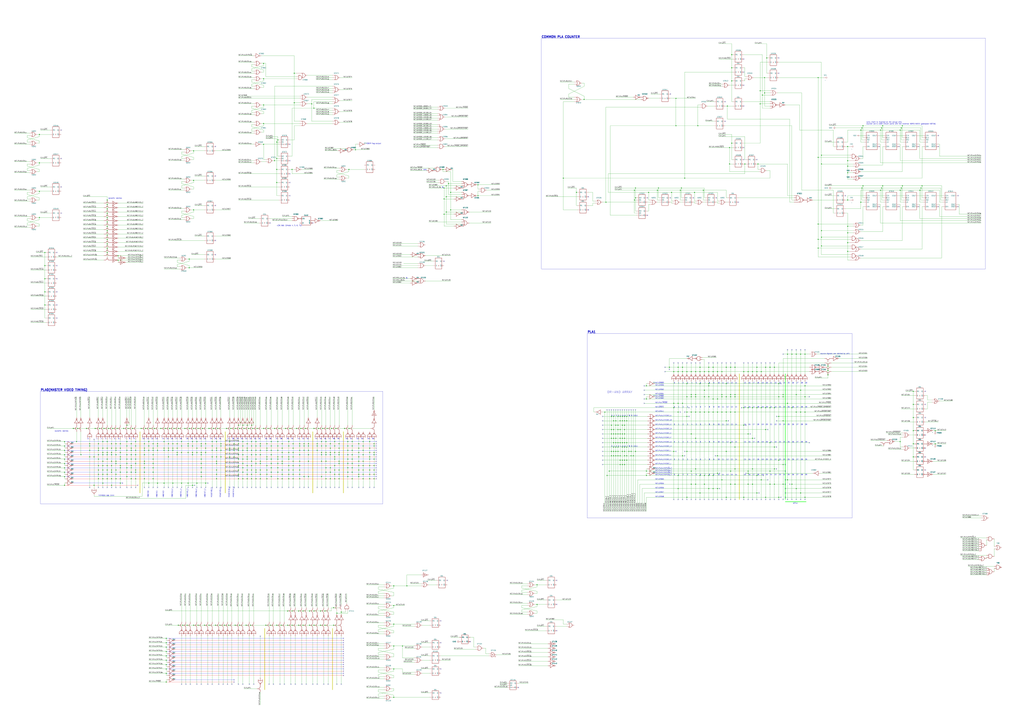
<source format=kicad_sch>
(kicad_sch (version 20231120) (generator "eeschema") (generator_version "8.0")
  (paper "A0")
  (title_block (title "V9958") (date "2024-08-24") (rev "WIP") (company "IKA Microelectronics Inc."))
  (junction (at 722.63 524.51))
  (junction (at 373.38 528.32))
  (junction (at 730.25 524.51))
  (junction (at 124.46 520.7))
  (junction (at 368.3 518.16))
  (junction (at 368.3 515.62))
  (junction (at 383.54 515.62))
  (junction (at 167.64 538.48))
  (junction (at 195.58 530.86))
  (junction (at 224.79 726.44))
  (junction (at 228.6 561.34))
  (junction (at 124.46 273.05))
  (junction (at 853.44 562.61))
  (junction (at 139.7 530.86))
  (junction (at 717.55 483.87))
  (junction (at 246.38 523.24))
  (junction (at 297.18 546.1))
  (junction (at 863.6 577.85))
  (junction (at 134.62 535.94))
  (junction (at 953.77 285.75))
  (junction (at 157.48 546.1))
  (junction (at 335.28 546.1))
  (junction (at 135.89 497.84))
  (junction (at 434.34 556.26))
  (junction (at 193.04 792.48))
  (junction (at 709.93 499.11))
  (junction (at 119.38 556.26))
  (junction (at 416.56 535.94))
  (junction (at 302.26 515.62))
  (junction (at 281.94 533.4))
  (junction (at 306.07 91.44))
  (junction (at 314.96 523.24))
  (junction (at 873.76 509.27))
  (junction (at 152.4 533.4))
  (junction (at 218.44 518.16))
  (junction (at 124.46 257.81))
  (junction (at 807.72 544.83))
  (junction (at 119.38 520.7))
  (junction (at 322.58 533.4))
  (junction (at 327.66 525.78))
  (junction (at 229.87 497.84))
  (junction (at 389.89 497.84))
  (junction (at 725.17 509.27))
  (junction (at 949.96 182.88))
  (junction (at 802.64 562.61))
  (junction (at 229.87 726.44))
  (junction (at 953.77 275.59))
  (junction (at 368.3 523.24))
  (junction (at 712.47 519.43))
  (junction (at 914.4 557.53))
  (junction (at 727.71 514.35))
  (junction (at 302.26 551.18))
  (junction (at 416.56 530.86))
  (junction (at 147.32 543.56))
  (junction (at 416.56 553.72))
  (junction (at 853.44 426.72))
  (junction (at 722.63 519.43))
  (junction (at 124.46 278.13))
  (junction (at 712.47 509.27))
  (junction (at 849.63 93.98))
  (junction (at 147.32 523.24))
  (junction (at 287.02 551.18))
  (junction (at 909.32 461.01))
  (junction (at 467.36 750.57))
  (junction (at 347.98 535.94))
  (junction (at 961.39 435.61))
  (junction (at 797.56 478.79))
  (junction (at 346.71 726.44))
  (junction (at 894.08 426.72))
  (junction (at 74.93 563.88))
  (junction (at 339.09 196.85))
  (junction (at 190.5 520.7))
  (junction (at 124.46 247.65))
  (junction (at 843.28 478.79))
  (junction (at 843.28 524.51))
  (junction (at 787.4 426.72))
  (junction (at 292.1 535.94))
  (junction (at 152.4 528.32))
  (junction (at 293.37 497.84))
  (junction (at 287.02 533.4))
  (junction (at 377.19 709.93))
  (junction (at 276.86 515.62))
  (junction (at 168.91 497.84))
  (junction (at 984.25 193.04))
  (junction (at 233.68 533.4))
  (junction (at 193.04 751.84))
  (junction (at 314.96 513.08))
  (junction (at 152.4 520.7))
  (junction (at 412.75 173.99))
  (junction (at 297.18 538.48))
  (junction (at 276.86 546.1))
  (junction (at 416.56 525.78))
  (junction (at 737.87 218.44))
  (junction (at 147.32 518.16))
  (junction (at 353.06 515.62))
  (junction (at 914.4 411.48))
  (junction (at 114.3 541.02))
  (junction (at 124.46 252.73))
  (junction (at 223.52 528.32))
  (junction (at 124.46 262.89))
  (junction (at 85.09 497.84))
  (junction (at 847.09 190.5))
  (junction (at 340.36 556.26))
  (junction (at 379.73 497.84))
  (junction (at 281.94 548.64))
  (junction (at 200.66 520.7))
  (junction (at 271.78 515.62))
  (junction (at 256.54 515.62))
  (junction (at 372.11 709.93))
  (junction (at 833.12 567.69))
  (junction (at 725.17 494.03))
  (junction (at 717.55 529.59))
  (junction (at 134.62 523.24))
  (junction (at 429.26 513.08))
  (junction (at 883.92 431.8))
  (junction (at 157.48 523.24))
  (junction (at 735.33 529.59))
  (junction (at 323.85 497.84))
  (junction (at 292.1 556.26))
  (junction (at 177.8 523.24))
  (junction (at 812.8 445.77))
  (junction (at 129.54 563.88))
  (junction (at 210.82 518.16))
  (junction (at 252.73 497.84))
  (junction (at 833.12 529.59))
  (junction (at 340.36 546.1))
  (junction (at 421.64 541.02))
  (junction (at 223.52 518.16))
  (junction (at 285.75 726.44))
  (junction (at 233.68 553.72))
  (junction (at 157.48 533.4))
  (junction (at 378.46 548.64))
  (junction (at 434.34 515.62))
  (junction (at 228.6 513.08))
  (junction (at 715.01 504.19))
  (junction (at 292.1 518.16))
  (junction (at 224.79 497.84))
  (junction (at 115.57 497.84))
  (junction (at 353.06 523.24))
  (junction (at 167.64 535.94))
  (junction (at 137.16 302.26))
  (junction (at 909.32 539.75))
  (junction (at 434.34 551.18))
  (junction (at 163.83 497.84))
  (junction (at 200.66 515.62))
  (junction (at 271.78 530.86))
  (junction (at 327.66 546.1))
  (junction (at 351.79 709.93))
  (junction (at 134.62 546.1))
  (junction (at 1085.85 500.38))
  (junction (at 157.48 513.08))
  (junction (at 403.86 548.64))
  (junction (at 396.24 711.2))
  (junction (at 403.86 518.16))
  (junction (at 217.17 726.44))
  (junction (at 219.71 311.15))
  (junction (at 358.14 518.16))
  (junction (at 351.79 726.44))
  (junction (at 297.18 528.32))
  (junction (at 335.28 541.02))
  (junction (at 1024.89 146.05))
  (junction (at 347.98 523.24))
  (junction (at 1047.75 146.05))
  (junction (at 737.87 524.51))
  (junction (at 177.8 520.7))
  (junction (at 114.3 546.1))
  (junction (at 712.47 529.59))
  (junction (at 373.38 525.78))
  (junction (at 388.62 541.02))
  (junction (at 421.64 551.18))
  (junction (at 238.76 561.34))
  (junction (at 193.04 772.16))
  (junction (at 1060.45 469.9))
  (junction (at 74.93 548.64))
  (junction (at 929.64 478.79))
  (junction (at 256.54 530.86))
  (junction (at 844.55 123.19))
  (junction (at 124.46 528.32))
  (junction (at 704.85 552.45))
  (junction (at 984.25 232.41))
  (junction (at 309.88 515.62))
  (junction (at 715.01 524.51))
  (junction (at 297.18 533.4))
  (junction (at 354.33 497.84))
  (junction (at 779.78 223.52))
  (junction (at 182.88 515.62))
  (junction (at 873.76 544.83))
  (junction (at 899.16 426.72))
  (junction (at 265.43 726.44))
  (junction (at 347.98 528.32))
  (junction (at 124.46 546.1))
  (junction (at 715.01 488.95))
  (junction (at 179.07 497.84))
  (junction (at 278.13 497.84))
  (junction (at 233.68 538.48))
  (junction (at 810.26 146.05))
  (junction (at 828.04 552.45))
  (junction (at 167.64 515.62))
  (junction (at 266.7 513.08))
  (junction (at 341.63 85.09))
  (junction (at 139.7 556.26))
  (junction (at 237.49 726.44))
  (junction (at 795.02 207.01))
  (junction (at 763.27 220.98))
  (junction (at 373.38 553.72))
  (junction (at 281.94 513.08))
  (junction (at 193.04 756.92))
  (junction (at 807.72 509.27))
  (junction (at 868.68 562.61))
  (junction (at 750.57 448.31))
  (junction (at 288.29 497.84))
  (junction (at 669.29 223.52))
  (junction (at 393.7 528.32))
  (junction (at 219.71 497.84))
  (junction (at 999.49 234.95))
  (junction (at 828.04 463.55))
  (junction (at 152.4 515.62))
  (junction (at 321.31 196.85))
  (junction (at 807.72 431.8))
  (junction (at 90.17 497.84))
  (junction (at 868.68 431.8))
  (junction (at 725.17 534.67))
  (junction (at 838.2 478.79))
  (junction (at 838.2 458.47))
  (junction (at 848.36 562.61))
  (junction (at 134.62 528.32))
  (junction (at 848.36 458.47))
  (junction (at 764.54 218.44))
  (junction (at 812.8 572.77))
  (junction (at 833.12 549.91))
  (junction (at 1047.75 215.9))
  (junction (at 416.56 546.1))
  (junction (at 807.72 458.47))
  (junction (at 326.39 726.44))
  (junction (at 434.34 533.4))
  (junction (at 1045.21 220.98))
  (junction (at 434.34 541.02))
  (junction (at 207.01 726.44))
  (junction (at 828.04 478.79))
  (junction (at 457.2 703.58))
  (junction (at 383.54 525.78))
  (junction (at 388.62 551.18))
  (junction (at 434.34 546.1))
  (junction (at 318.77 497.84))
  (junction (at 347.98 546.1))
  (junction (at 322.58 556.26))
  (junction (at 223.52 563.88))
  (junction (at 722.63 509.27))
  (junction (at 251.46 551.18))
  (junction (at 777.24 426.72))
  (junction (at 753.11 223.52))
  (junction (at 709.93 509.27))
  (junction (at 287.02 556.26))
  (junction (at 812.8 478.79))
  (junction (at 787.4 431.8))
  (junction (at 172.72 518.16))
  (junction (at 807.72 562.61))
  (junction (at 281.94 523.24))
  (junction (at 292.1 546.1))
  (junction (at 242.57 726.44))
  (junction (at 408.94 513.08))
  (junction (at 868.68 504.19))
  (junction (at 74.93 513.08))
  (junction (at 722.63 504.19))
  (junction (at 909.32 488.95))
  (junction (at 894.08 562.61))
  (junction (at 707.39 547.37))
  (junction (at 720.09 514.35))
  (junction (at 109.22 530.86))
  (junction (at 52.07 339.09))
  (junction (at 147.32 528.32))
  (junction (at 782.32 524.51))
  (junction (at 797.56 445.77))
  (junction (at 297.18 548.64))
  (junction (at 52.07 293.37))
  (junction (at 429.26 541.02))
  (junction (at 934.72 478.79))
  (junction (at 276.86 551.18))
  (junction (at 119.38 551.18))
  (junction (at 143.51 497.84))
  (junction (at 260.35 726.44))
  (junction (at 266.7 530.86))
  (junction (at 266.7 520.7))
  (junction (at 678.18 115.57))
  (junction (at 817.88 453.39))
  (junction (at 457.2 777.24))
  (junction (at 712.47 514.35))
  (junction (at 878.84 431.8))
  (junction (at 314.96 553.72))
  (junction (at 873.76 431.8))
  (junction (at 838.2 461.01))
  (junction (at 358.14 553.72))
  (junction (at 709.93 504.19))
  (junction (at 193.04 741.68))
  (junction (at 250.19 726.44))
  (junction (at 152.4 523.24))
  (junction (at 784.86 146.05))
  (junction (at 822.96 426.72))
  (junction (at 717.55 514.35))
  (junction (at 953.77 267.97))
  (junction (at 302.26 523.24))
  (junction (at 429.26 551.18))
  (junction (at 720.09 529.59))
  (junction (at 335.28 551.18))
  (junction (at 353.06 553.72))
  (junction (at 725.17 524.51))
  (junction (at 364.49 125.73))
  (junction (at 104.14 523.24))
  (junction (at 797.56 461.01))
  (junction (at 273.05 497.84))
  (junction (at 335.28 533.4))
  (junction (at 429.26 530.86))
  (junction (at 129.54 520.7))
  (junction (at 297.18 513.08))
  (junction (at 251.46 538.48))
  (junction (at 359.41 726.44))
  (junction (at 157.48 538.48))
  (junction (at 306.07 121.92))
  (junction (at 889 426.72))
  (junction (at 114.3 520.7))
  (junction (at 74.93 518.16))
  (junction (at 124.46 541.02))
  (junction (at 177.8 533.4))
  (junction (at 276.86 541.02))
  (junction (at 327.66 535.94))
  (junction (at 822.96 448.31))
  (junction (at 894.08 473.71))
  (junction (at 210.82 525.78))
  (junction (at 358.14 523.24))
  (junction (at 302.26 538.48))
  (junction (at 353.06 518.16))
  (junction (at 129.54 548.64))
  (junction (at 863.6 431.8))
  (junction (at 74.93 538.48))
  (junction (at 373.38 535.94))
  (junction (at 853.44 519.43))
  (junction (at 984.25 200.66))
  (junction (at 114.3 556.26))
  (junction (at 457.2 810.26))
  (junction (at 193.04 767.08))
  (junction (at 124.46 288.29))
  (junction (at 52.07 354.33))
  (junction (at 334.01 726.44))
  (junction (at 172.72 513.08))
  (junction (at 302.26 556.26))
  (junction (at 802.64 431.8))
  (junction (at 340.36 520.7))
  (junction (at 408.94 548.64))
  (junction (at 849.63 78.74))
  (junction (at 147.32 533.4))
  (junction (at 715.01 529.59))
  (junction (at 340.36 515.62))
  (junction (at 172.72 561.34))
  (junction (at 725.17 499.11))
  (junction (at 339.09 726.44))
  (junction (at 322.58 530.86))
  (junction (at 984.25 270.51))
  (junction (at 1060.45 500.38))
  (junction (at 182.88 518.16))
  (junction (at 251.46 520.7))
  (junction (at 119.38 513.08))
  (junction (at 416.56 515.62))
  (junction (at 321.31 212.09))
  (junction (at 904.24 461.01))
  (junction (at 1023.62 148.59))
  (junction (at 88.9 513.08))
  (junction (at 147.32 553.72))
  (junction (at 1060.45 515.62))
  (junction (at 712.47 499.11))
  (junction (at 327.66 530.86))
  (junction (at 929.64 411.48))
  (junction (at 737.87 229.87))
  (junction (at 157.48 528.32))
  (junction (at 722.63 514.35))
  (junction (at 191.77 497.84))
  (junction (at 45.72 156.21))
  (junction (at 878.84 473.71))
  (junction (at 218.44 515.62))
  (junction (at 256.54 518.16))
  (junction (at 125.73 497.84))
  (junction (at 429.26 525.78))
  (junction (at 822.96 445.77))
  (junction (at 139.7 520.7))
  (junction (at 373.38 513.08))
  (junction (at 281.94 528.32))
  (junction (at 104.14 515.62))
  (junction (at 347.98 556.26))
  (junction (at 717.55 519.43))
  (junction (at 346.71 709.93))
  (junction (at 732.79 524.51))
  (junction (at 863.6 494.03))
  (junction (at 434.34 525.78))
  (junction (at 833.12 478.79))
  (junction (at 173.99 497.84))
  (junction (at 934.72 577.85))
  (junction (at 405.13 196.85))
  (junction (at 787.4 478.79))
  (junction (at 848.36 478.79))
  (junction (at 297.18 518.16))
  (junction (at 45.72 222.25))
  (junction (at 393.7 556.26))
  (junction (at 1046.48 148.59))
  (junction (at 287.02 523.24))
  (junction (at 218.44 561.34))
  (junction (at 336.55 497.84))
  (junction (at 177.8 543.56))
  (junction (at 434.34 518.16))
  (junction (at 924.56 567.69))
  (junction (at 195.58 515.62))
  (junction (at 388.62 525.78))
  (junction (at 157.48 556.26))
  (junction (at 732.79 529.59))
  (junction (at 224.79 175.26))
  (junction (at 848.36 461.01))
  (junction (at 246.38 518.16))
  (junction (at 347.98 518.16))
  (junction (at 129.54 541.02))
  (junction (at 287.02 494.03))
  (junction (at 750.57 547.37))
  (junction (at 792.48 468.63))
  (junction (at 267.97 497.84))
  (junction (at 372.11 726.44))
  (junction (at 287.02 520.7))
  (junction (at 124.46 556.26))
  (junction (at 200.66 523.24))
  (junction (at 52.07 323.85))
  (junction (at 322.58 513.08))
  (junction (at 1022.35 220.98))
  (junction (at 114.3 528.32))
  (junction (at 387.35 726.44))
  (junction (at 234.95 497.84))
  (junction (at 434.34 528.32))
  (junction (at 233.68 548.64))
  (junction (at 309.88 530.86))
  (junction (at 212.09 726.44))
  (junction (at 828.04 567.69))
  (junction (at 1060.45 530.86))
  (junction (at 205.74 520.7))
  (junction (at 276.86 494.03))
  (junction (at 193.04 777.24))
  (junction (at 848.36 514.35))
  (junction (at 429.26 556.26))
  (junction (at 344.17 497.84))
  (junction (at 712.47 504.19))
  (junction (at 308.61 726.44))
  (junction (at 393.7 515.62))
  (junction (at 909.32 458.47))
  (junction (at 321.31 165.1))
  (junction (at 709.93 529.59))
  (junction (at 383.54 528.32))
  (junction (at 720.09 483.87))
  (junction (at 214.63 497.84))
  (junction (at 408.94 518.16))
  (junction (at 124.46 525.78))
  (junction (at 873.76 473.71))
  (junction (at 904.24 534.67))
  (junction (at 129.54 546.1))
  (junction (at 139.7 548.64))
  (junction (at 297.18 523.24))
  (junction (at 849.63 63.5))
  (junction (at 276.86 528.32))
  (junction (at 383.54 520.7))
  (junction (at 177.8 515.62))
  (junction (at 302.26 546.1))
  (junction (at 378.46 513.08))
  (junction (at 717.55 504.19))
  (junction (at 782.32 473.71))
  (junction (at 292.1 541.02))
  (junction (at 833.12 463.55))
  (junction (at 322.58 548.64))
  (junction (at 104.14 518.16))
  (junction (at 292.1 528.32))
  (junction (at 341.63 119.38))
  (junction (at 949.96 260.35))
  (junction (at 314.96 533.4))
  (junction (at 388.62 513.08))
  (junction (at 335.28 518.16))
  (junction (at 124.46 242.57))
  (junction (at 251.46 546.1))
  (junction (at 822.96 431.8))
  (junction (at 712.47 483.87))
  (junction (at 313.69 726.44))
  (junction (at 727.71 519.43))
  (junction (at 139.7 543.56))
  (junction (at 709.93 483.87))
  (junction (at 302.26 535.94))
  (junction (at 364.49 726.44))
  (junction (at 120.65 497.84))
  (junction (at 408.94 556.26))
  (junction (at 273.05 726.44))
  (junction (at 311.15 497.84))
  (junction (at 1069.34 218.44))
  (junction (at 387.35 706.12))
  (junction (at 843.28 426.72))
  (junction (at 327.66 515.62))
  (junction (at 421.64 535.94))
  (junction (at 848.36 547.37))
  (junction (at 717.55 499.11))
  (junction (at 153.67 497.84))
  (junction (at 223.52 513.08))
  (junction (at 383.54 556.26))
  (junction (at 45.72 252.73))
  (junction (at 554.99 214.63))
  (junction (at 828.04 426.72))
  (junction (at 961.39 430.53))
  (junction (at 720.09 499.11))
  (junction (at 278.13 726.44))
  (junction (at 218.44 525.78))
  (junction (at 727.71 534.67))
  (junction (at 520.7 213.36))
  (junction (at 388.62 533.4))
  (junction (at 429.26 533.4))
  (junction (at 709.93 524.51))
  (junction (at 822.96 478.79))
  (junction (at 880.11 190.5))
  (junction (at 523.24 223.52))
  (junction (at 899.16 473.71))
  (junction (at 1023.62 218.44))
  (junction (at 725.17 514.35))
  (junction (at 403.86 513.08))
  (junction (at 1000.76 148.59))
  (junction (at 195.58 520.7))
  (junction (at 853.44 544.83))
  (junction (at 124.46 283.21))
  (junction (at 416.56 541.02))
  (junction (at 822.96 461.01))
  (junction (at 421.64 546.1))
  (junction (at 298.45 497.84))
  (junction (at 322.58 518.16))
  (junction (at 287.02 541.02))
  (junction (at 408.94 523.24))
  (junction (at 271.78 520.7))
  (junction (at 848.36 426.72))
  (junction (at 868.68 549.91))
  (junction (at 797.56 483.87))
  (junction (at 949.96 288.29))
  (junction (at 233.68 518.16))
  (junction (at 147.32 494.03))
  (junction (at 457.2 750.57))
  (junction (at 238.76 520.7))
  (junction (at 242.57 497.84))
  (junction (at 152.4 556.26))
  (junction (at 961.39 425.45))
  (junction (at 873.76 562.61))
  (junction (at 929.64 572.77))
  (junction (at 712.47 488.95))
  (junction (at 722.63 534.67))
  (junction (at 152.4 541.02))
  (junction (at 129.54 525.78))
  (junction (at 373.38 518.16))
  (junction (at 736.6 232.41))
  (junction (at 403.86 553.72))
  (junction (at 709.93 494.03))
  (junction (at 322.58 538.48))
  (junction (at 403.86 543.56))
  (junction (at 403.86 523.24))
  (junction (at 223.52 525.78))
  (junction (at 904.24 483.87))
  (junction (at 838.2 431.8))
  (junction (at 782.32 468.63))
  (junction (at 182.88 561.34))
  (junction (at 364.49 497.84))
  (junction (at 388.62 556.26))
  (junction (at 792.48 426.72))
  (junction (at 725.17 529.59))
  (junction (at 518.16 228.6))
  (junction (at 388.62 518.16))
  (junction (at 838.2 557.53))
  (junction (at 292.1 523.24))
  (junction (at 195.58 523.24))
  (junction (at 784.86 114.3))
  (junction (at 340.36 525.78))
  (junction (at 297.18 556.26))
  (junction (at 246.38 530.86))
  (junction (at 318.77 186.69))
  (junction (at 306.07 497.84))
  (junction (at 74.93 528.32))
  (junction (at 205.74 528.32))
  (junction (at 74.93 533.4))
  (junction (at 807.72 461.01))
  (junction (at 139.7 515.62))
  (junction (at 833.12 431.8))
  (junction (at 93.98 528.32))
  (junction (at 416.56 551.18))
  (junction (at 722.63 483.87))
  (junction (at 119.38 541.02))
  (junction (at 219.71 300.99))
  (junction (at 1024.89 215.9))
  (junction (at 403.86 538.48))
  (junction (at 287.02 546.1))
  (junction (at 421.64 518.16))
  (junction (at 340.36 551.18))
  (junction (at 129.54 535.94))
  (junction (at 817.88 552.45))
  (junction (at 750.57 463.55))
  (junction (at 472.44 680.72))
  (junction (at 849.63 166.37))
  (junction (at 702.31 478.79))
  (junction (at 1000.76 218.44))
  (junction (at 246.38 513.08))
  (junction (at 984.25 292.1))
  (junction (at 1022.35 151.13))
  (junction (at 934.72 448.31))
  (junction (at 934.72 461.01))
  (junction (at 853.44 478.79))
  (junction (at 347.98 551.18))
  (junction (at 878.84 572.77))
  (junction (at 736.6 220.98))
  (junction (at 374.65 497.84))
  (junction (at 802.64 478.79))
  (junction (at 177.8 538.48))
  (junction (at 167.64 548.64))
  (junction (at 1085.85 515.62))
  (junction (at 327.66 538.48))
  (junction (at 130.81 497.84))
  (junction (at 894.08 547.37))
  (junction (at 114.3 533.4))
  (junction (at 200.66 561.34))
  (junction (at 139.7 533.4))
  (junction (at 782.32 431.8))
  (junction (at 1068.07 220.98))
  (junction (at 74.93 553.72))
  (junction (at 327.66 551.18))
  (junction (at 1046.48 218.44))
  (junction (at 276.86 556.26))
  (junction (at 334.01 709.93))
  (junction (at 384.81 497.84))
  (junction (at 340.36 535.94))
  (junction (at 393.7 525.78))
  (junction (at 812.8 426.72))
  (junction (at 251.46 530.86))
  (junction (at 287.02 530.86))
  (junction (at 515.62 248.92))
  (junction (at 408.94 538.48))
  (junction (at 251.46 535.94))
  (junction (at 518.16 215.9))
  (junction (at 292.1 551.18))
  (junction (at 421.64 528.32))
  (junction (at 1045.21 513.08))
  (junction (at 878.84 552.45))
  (junction (at 720.09 509.27))
  (junction (at 383.54 548.64))
  (junction (at 929.64 453.39))
  (junction (at 802.64 547.37))
  (junction (at 953.77 180.34))
  (junction (at 134.62 515.62))
  (junction (at 909.32 562.61))
  (junction (at 654.05 207.01))
  (junction (at 1002.03 215.9))
  (junction (at 789.94 220.98))
  (junction (at 378.46 518.16))
  (junction (at 129.54 528.32))
  (junction (at 309.88 533.4))
  (junction (at 210.82 513.08))
  (junction (at 335.28 525.78))
  (junction (at 817.88 461.01))
  (junction (at 147.32 548.64))
  (junction (at 172.72 523.24))
  (junction (at 321.31 726.44))
  (junction (at 74.93 543.56))
  (junction (at 152.4 543.56))
  (junction (at 388.62 530.86))
  (junction (at 787.4 552.45))
  (junction (at 364.49 709.93))
  (junction (at 238.76 525.78))
  (junction (at 408.94 533.4))
  (junction (at 129.54 556.26))
  (junction (at 349.25 497.84))
  (junction (at 715.01 509.27))
  (junction (at 853.44 461.01))
  (junction (at 883.92 473.71))
  (junction (at 378.46 535.94))
  (junction (at 109.22 563.88))
  (junction (at 400.05 497.84))
  (junction (at 523.24 243.84))
  (junction (at 119.38 525.78))
  (junction (at 623.57 702.31))
  (junction (at 984.25 262.89))
  (junction (at 919.48 473.71))
  (junction (at 167.64 523.24))
  (junction (at 306.07 167.64))
  (junction (at 52.07 308.61))
  (junction (at 281.94 543.56))
  (junction (at 899.16 519.43))
  (junction (at 725.17 519.43))
  (junction (at 924.56 458.47))
  (junction (at 281.94 518.16))
  (junction (at 314.96 528.32))
  (junction (at 358.14 528.32))
  (junction (at 147.32 513.08))
  (junction (at 167.64 543.56))
  (junction (at 882.65 105.41))
  (junction (at 727.71 529.59))
  (junction (at 193.04 746.76))
  (junction (at 124.46 533.4))
  (junction (at 802.64 504.19))
  (junction (at 359.41 709.93))
  (junction (at 887.73 90.17))
  (junction (at 314.96 543.56))
  (junction (at 421.64 513.08))
  (junction (at 868.68 473.71))
  (junction (at 114.3 515.62))
  (junction (at 828.04 431.8))
  (junction (at 817.88 562.61))
  (junction (at 378.46 556.26))
  (junction (at 429.26 546.1))
  (junction (at 276.86 523.24))
  (junction (at 725.17 488.95))
  (junction (at 924.56 478.79))
  (junction (at 114.3 523.24))
  (junction (at 210.82 561.34))
  (junction (at 124.46 293.37))
  (junction (at 309.88 551.18))
  (junction (at 518.16 246.38))
  (junction (at 369.57 497.84))
  (junction (at 953.77 190.5))
  (junction (at 157.48 518.16))
  (junction (at 124.46 237.49))
  (junction (at 177.8 556.26))
  (junction (at 177.8 548.64))
  (junction (at 152.4 548.64))
  (junction (at 722.63 539.75))
  (junction (at 251.46 523.24))
  (junction (at 255.27 726.44))
  (junction (at 233.68 525.78))
  (junction (at 134.62 551.18))
  (junction (at 306.07 143.51))
  (junction (at 816.61 220.98))
  (junction (at 894.08 514.35))
  (junction (at 110.49 497.84))
  (junction (at 797.56 431.8))
  (junction (at 331.47 497.84))
  (junction (at 949.96 90.17))
  (junction (at 393.7 520.7))
  (junction (at 139.7 541.02))
  (junction (at 292.1 494.03))
  (junction (at 186.69 497.84))
  (junction (at 792.48 431.8))
  (junction (at 378.46 525.78))
  (junction (at 787.4 468.63))
  (junction (at 882.65 120.65))
  (junction (at 822.96 567.69))
  (junction (at 703.58 234.95))
  (junction (at 388.62 546.1))
  (junction (at 339.09 709.93))
  (junction (at 251.46 513.08))
  (junction (at 233.68 543.56))
  (junction (at 167.64 528.32))
  (junction (at 228.6 520.7))
  (junction (at 378.46 543.56))
  (junction (at 408.94 528.32))
  (junction (at 147.32 538.48))
  (junction (at 797.56 577.85))
  (junction (at 899.16 562.61))
  (junction (at 119.38 535.94))
  (junction (at 883.92 557.53))
  (junction (at 853.44 458.47))
  (junction (at 228.6 525.78))
  (junction (at 712.47 524.51))
  (junction (at 725.17 539.75))
  (junction (at 309.88 541.02))
  (junction (at 383.54 543.56))
  (junction (at 233.68 515.62))
  (junction (at 124.46 232.41))
  (junction (at 1002.03 146.05))
  (junction (at 408.94 543.56))
  (junction (at 74.93 523.24))
  (junction (at 251.46 556.26))
  (junction (at 391.16 712.47))
  (junction (at 720.09 504.19))
  (junction (at 429.26 520.7))
  (junction (at 276.86 520.7))
  (junction (at 843.28 461.01))
  (junction (at 276.86 533.4))
  (junction (at 119.38 561.34))
  (junction (at 868.68 547.37))
  (junction (at 361.95 120.65))
  (junction (at 335.28 556.26))
  (junction (at 904.24 577.85))
  (junction (at 720.09 534.67))
  (junction (at 914.4 468.63))
  (junction (at 792.48 529.59))
  (junction (at 233.68 528.32))
  (junction (at 416.56 520.7))
  (junction (at 148.59 497.84))
  (junction (at 314.96 548.64))
  (junction (at 720.09 488.95))
  (junction (at 725.17 504.19))
  (junction (at 889 473.71))
  (junction (at 205.74 525.78))
  (junction (at 887.73 107.95))
  (junction (at 262.89 497.84))
  (junction (at 196.85 497.84))
  (junction (at 358.14 515.62))
  (junction (at 358.14 535.94))
  (junction (at 124.46 513.08))
  (junction (at 322.58 162.56))
  (junction (at 139.7 561.34))
  (junction (at 904.24 445.77))
  (junction (at 190.5 561.34))
  (junction (at 847.09 171.45))
  (junction (at 309.88 523.24))
  (junction (at 514.35 196.85))
  (junction (at 137.16 297.18))
  (junction (at 812.8 431.8))
  (junction (at 515.62 218.44))
  (junction (at 999.49 151.13))
  (junction (at 193.04 782.32))
  (junction (at 934.72 411.48))
  (junction (at 378.46 528.32))
  (junction (at 405.13 497.84))
  (junction (at 421.64 556.26))
  (junction (at 806.45 223.52))
  (junction (at 134.62 538.48))
  (junction (at 201.93 497.84))
  (junction (at 134.62 520.7))
  (junction (at 949.96 278.13))
  (junction (at 266.7 523.24))
  (junction (at 335.28 513.08))
  (junction (at 347.98 515.62))
  (junction (at 984.25 186.69))
  (junction (at 393.7 535.94))
  (junction (at 167.64 556.26))
  (junction (at 327.66 520.7))
  (junction (at 327.66 556.26))
  (junction (at 139.7 525.78))
  (junction (at 45.72 189.23))
  (junction (at 271.78 523.24))
  (junction (at 207.01 497.84))
  (junction (at 124.46 267.97))
  (junction (at 403.86 533.4))
  (junction (at 817.88 431.8))
  (junction (at 1060.45 485.14))
  (junction (at 715.01 514.35))
  (junction (at 822.96 552.45))
  (junction (at 322.58 523.24))
  (junction (at 843.28 577.85))
  (junction (at 919.48 562.61))
  (junction (at 984.25 170.18))
  (junction (at 281.94 556.26))
  (junction (at 554.99 227.33))
  (junction (at 322.58 543.56))
  (junction (at 924.56 411.48))
  (junction (at 157.48 548.64))
  (junction (at 623.57 679.45))
  (junction (at 722.63 488.95))
  (junction (at 224.79 209.55))
  (junction (at 817.88 478.79))
  (junction (at 403.86 528.32))
  (junction (at 722.63 494.03))
  (junction (at 292.1 513.08))
  (junction (at 306.07 73.66))
  (junction (at 314.96 518.16))
  (junction (at 247.65 497.84))
  (junction (at 878.84 426.72))
  (junction (at 890.27 67.31))
  (junction (at 281.94 494.03))
  (junction (at 129.54 515.62))
  (junction (at 421.64 523.24))
  (junction (at 715.01 519.43))
  (junction (at 119.38 546.1))
  (junction (at 725.17 483.87))
  (junction (at 340.36 530.86))
  (junction (at 889 499.11))
  (junction (at 190.5 523.24))
  (junction (at 807.72 478.79))
  (junction (at 340.36 541.02))
  (junction (at 100.33 497.84))
  (junction (at 863.6 473.71))
  (junction (at 309.88 556.26))
  (junction (at 224.79 243.84))
  (junction (at 302.26 518.16))
  (junction (at 715.01 494.03))
  (junction (at 727.71 488.95))
  (junction (at 393.7 538.48))
  (junction (at 238.76 515.62))
  (junction (at 205.74 515.62))
  (junction (at 727.71 483.87))
  (junction (at 864.87 190.5))
  (junction (at 1045.21 151.13))
  (junction (at 1060.45 454.66))
  (junction (at 812.8 552.45))
  (junction (at 377.19 726.44))
  (junction (at 119.38 528.32))
  (junction (at 182.88 523.24))
  (junction (at 281.94 538.48))
  (junction (at 335.28 530.86))
  (junction (at 457.2 680.72))
  (junction (at 889 577.85))
  (junction (at 802.64 458.47))
  (junction (at 193.04 762))
  (junction (at 104.14 530.86))
  (junction (at 134.62 556.26))
  (junction (at 287.02 515.62))
  (junction (at 393.7 551.18))
  (junction (at 177.8 528.32))
  (junction (at 984.25 281.94))
  (junction (at 124.46 551.18))
  (junction (at 347.98 541.02))
  (junction (at 321.31 184.15))
  (junction (at 302.26 528.32))
  (junction (at 167.64 520.7))
  (junction (at 283.21 497.84))
  (junction (at 309.88 546.1))
  (junction (at 515.62 231.14))
  (junction (at 190.5 513.08))
  (junction (at 290.83 726.44))
  (junction (at 797.56 524.51))
  (junction (at 314.96 538.48))
  (junction (at 1070.61 215.9))
  (junction (at 720.09 539.75))
  (junction (at 885.19 110.49))
  (junction (at 309.88 520.7))
  (junction (at 802.64 461.01))
  (junction (at 843.28 445.77))
  (junction (at 393.7 546.1))
  (junction (at 787.4 567.69))
  (junction (at 919.48 411.48))
  (junction (at 843.28 488.95))
  (junction (at 256.54 523.24))
  (junction (at 114.3 551.18))
  (junction (at 717.55 524.51))
  (junction (at 717.55 494.03))
  (junction (at 791.21 218.44))
  (junction (at 457.2 725.17))
  (junction (at 750.57 552.45))
  (junction (at 899.16 544.83))
  (no_connect (at 398.78 744.22))
  (no_connect (at 857.25 234.95))
  (no_connect (at 901.7 483.87))
  (no_connect (at 891.54 557.53))
  (no_connect (at 866.14 549.91))
  (no_connect (at 436.88 551.18))
  (no_connect (at 238.76 566.42))
  (no_connect (at 347.98 566.42))
  (no_connect (at 787.4 580.39))
  (no_connect (at 398.78 774.7))
  (no_connect (at 848.36 421.64))
  (no_connect (at 66.04 293.37))
  (no_connect (at 436.88 538.48))
  (no_connect (at 934.72 580.39))
  (no_connect (at 881.38 572.77))
  (no_connect (at 911.86 539.75))
  (no_connect (at 228.6 795.02))
  (no_connect (at 398.78 764.54))
  (no_connect (at 398.78 751.84))
  (no_connect (at 436.88 528.32))
  (no_connect (at 1074.42 546.1))
  (no_connect (at 748.03 458.47))
  (no_connect (at 911.86 567.69))
  (no_connect (at 863.6 123.19))
  (no_connect (at 699.77 499.11))
  (no_connect (at 233.68 566.42))
  (no_connect (at 845.82 488.95))
  (no_connect (at 807.72 421.64))
  (no_connect (at 838.2 421.64))
  (no_connect (at 251.46 566.42))
  (no_connect (at 646.43 702.31))
  (no_connect (at 511.81 777.24))
  (no_connect (at 519.43 674.37))
  (no_connect (at 878.84 185.42))
  (no_connect (at 403.86 566.42))
  (no_connect (at 1043.94 240.03))
  (no_connect (at 190.5 566.42))
  (no_connect (at 1112.52 240.03))
  (no_connect (at 795.02 529.59))
  (no_connect (at 861.06 473.71))
  (no_connect (at 911.86 572.77))
  (no_connect (at 226.06 563.88))
  (no_connect (at 699.77 494.03))
  (no_connect (at 911.86 557.53))
  (no_connect (at 853.44 580.39))
  (no_connect (at 737.87 476.25))
  (no_connect (at 434.34 566.42))
  (no_connect (at 429.26 566.42))
  (no_connect (at 398.78 767.08))
  (no_connect (at 646.43 674.37))
  (no_connect (at 911.86 547.37))
  (no_connect (at 363.22 795.02))
  (no_connect (at 398.78 741.68))
  (no_connect (at 822.96 580.39))
  (no_connect (at 276.86 795.02))
  (no_connect (at 822.96 421.64))
  (no_connect (at 1074.42 520.7))
  (no_connect (at 707.39 476.25))
  (no_connect (at 373.38 566.42))
  (no_connect (at 177.8 566.42))
  (no_connect (at 114.3 566.42))
  (no_connect (at 292.1 566.42))
  (no_connect (at 853.44 421.64))
  (no_connect (at 436.88 525.78))
  (no_connect (at 254 795.02))
  (no_connect (at 817.88 580.39))
  (no_connect (at 894.08 580.39))
  (no_connect (at 246.38 795.02))
  (no_connect (at 876.3 509.27))
  (no_connect (at 309.88 566.42))
  (no_connect (at 109.22 510.54))
  (no_connect (at 929.64 406.4))
  (no_connect (at 511.81 746.76))
  (no_connect (at 322.58 566.42))
  (no_connect (at 210.82 566.42))
  (no_connect (at 800.1 483.87))
  (no_connect (at 904.24 580.39))
  (no_connect (at 421.64 566.42))
  (no_connect (at 792.48 421.64))
  (no_connect (at 727.71 476.25))
  (no_connect (at 205.74 566.42))
  (no_connect (at 393.7 566.42))
  (no_connect (at 730.25 476.25))
  (no_connect (at 250.19 204.47))
  (no_connect (at 398.78 746.76))
  (no_connect (at 317.5 795.02))
  (no_connect (at 699.77 488.95))
  (no_connect (at 873.76 421.64))
  (no_connect (at 873.76 580.39))
  (no_connect (at 748.03 448.31))
  (no_connect (at 699.77 483.87))
  (no_connect (at 368.3 566.42))
  (no_connect (at 699.77 539.75))
  (no_connect (at 748.03 453.39))
  (no_connect (at 66.04 323.85))
  (no_connect (at 71.12 217.17))
  (no_connect (at 336.55 212.09))
  (no_connect (at 297.18 566.42))
  (no_connect (at 391.16 795.02))
  (no_connect (at 436.88 520.7))
  (no_connect (at 732.79 476.25))
  (no_connect (at 398.78 772.16))
  (no_connect (at 842.01 118.11))
  (no_connect (at 336.55 227.33))
  (no_connect (at 336.55 201.93))
  (no_connect (at 812.8 580.39))
  (no_connect (at 871.22 504.19))
  (no_connect (at 398.78 784.86))
  (no_connect (at 889 421.64))
  (no_connect (at 748.03 468.63))
  (no_connect (at 220.98 795.02))
  (no_connect (at 924.56 406.4))
  (no_connect (at 363.22 259.08))
  (no_connect (at 250.19 295.91))
  (no_connect (at 336.55 186.69))
  (no_connect (at 330.2 795.02))
  (no_connect (at 436.88 530.86))
  (no_connect (at 699.77 519.43))
  (no_connect (at 751.84 250.19))
  (no_connect (at 71.12 151.13))
  (no_connect (at 883.92 421.64))
  (no_connect (at 250.19 279.4))
  (no_connect (at 863.6 99.06))
  (no_connect (at 66.04 308.61))
  (no_connect (at 802.64 580.39))
  (no_connect (at 1074.42 469.9))
  (no_connect (at 906.78 445.77))
  (no_connect (at 375.92 795.02))
  (no_connect (at 778.51 229.87))
  (no_connect (at 916.94 562.61))
  (no_connect (at 863.6 580.39))
  (no_connect (at 782.32 580.39))
  (no_connect (at 436.88 523.24))
  (no_connect (at 901.7 519.43))
  (no_connect (at 828.04 580.39))
  (no_connect (at 218.44 566.42))
  (no_connect (at 683.26 243.84))
  (no_connect (at 314.96 566.42))
  (no_connect (at 546.1 745.49))
  (no_connect (at 835.66 549.91))
  (no_connect (at 939.8 461.01))
  (no_connect (at 725.17 476.25))
  (no_connect (at 436.88 535.94))
  (no_connect (at 863.6 68.58))
  (no_connect (at 210.82 795.02))
  (no_connect (at 784.86 524.51))
  (no_connect (at 256.54 566.42))
  (no_connect (at 789.94 478.79))
  (no_connect (at 271.78 789.94))
  (no_connect (at 722.63 476.25))
  (no_connect (at 1074.42 530.86))
  (no_connect (at 160.02 563.88))
  (no_connect (at 436.88 518.16))
  (no_connect (at 264.16 795.02))
  (no_connect (at 1089.66 157.48))
  (no_connect (at 863.6 421.64))
  (no_connect (at 350.52 795.02))
  (no_connect (at 281.94 566.42))
  (no_connect (at 886.46 552.45))
  (no_connect (at 398.78 759.46))
  (no_connect (at 891.54 499.11))
  (no_connect (at 182.88 566.42))
  (no_connect (at 398.78 777.24))
  (no_connect (at 378.46 566.42))
  (no_connect (at 325.12 795.02))
  (no_connect (at 66.04 339.09))
  (no_connect (at 792.48 580.39))
  (no_connect (at 601.98 798.83))
  (no_connect (at 863.6 83.82))
  (no_connect (at 157.48 566.42))
  (no_connect (at 899.16 580.39))
  (no_connect (at 699.77 509.27))
  (no_connect (at 398.78 782.32))
  (no_connect (at 353.06 566.42))
  (no_connect (at 934.72 406.4))
  (no_connect (at 271.78 792.48))
  (no_connect (at 416.56 566.42))
  (no_connect (at 709.93 476.25))
  (no_connect (at 981.71 227.33))
  (no_connect (at 805.18 229.87))
  (no_connect (at 336.55 167.64))
  (no_connect (at 250.19 170.18))
  (no_connect (at 408.94 566.42))
  (no_connect (at 833.12 421.64))
  (no_connect (at 1074.42 505.46))
  (no_connect (at 139.7 566.42))
  (no_connect (at 200.66 566.42))
  (no_connect (at 843.28 580.39))
  (no_connect (at 868.68 580.39))
  (no_connect (at 383.54 566.42))
  (no_connect (at 398.78 769.62))
  (no_connect (at 134.62 566.42))
  (no_connect (at 909.32 411.48))
  (no_connect (at 717.55 476.25))
  (no_connect (at 772.16 431.8))
  (no_connect (at 878.84 421.64))
  (no_connect (at 195.58 566.42))
  (no_connect (at 795.02 478.79))
  (no_connect (at 828.04 421.64))
  (no_connect (at 914.4 406.4))
  (no_connect (at 436.88 546.1))
  (no_connect (at 340.36 566.42))
  (no_connect (at 436.88 548.64))
  (no_connect (at 782.32 421.64))
  (no_connect (at 835.66 567.69))
  (no_connect (at 1021.08 240.03))
  (no_connect (at 241.3 561.34))
  (no_connect (at 751.84 229.87))
  (no_connect (at 1112.52 227.33))
  (no_connect (at 104.14 566.42))
  (no_connect (at 883.92 580.39))
  (no_connect (at 683.26 228.6))
  (no_connect (at 228.6 566.42))
  (no_connect (at 699.77 504.19))
  (no_connect (at 863.6 185.42))
  (no_connect (at 271.78 566.42))
  (no_connect (at 259.08 795.02))
  (no_connect (at 802.64 421.64))
  (no_connect (at 398.78 762))
  (no_connect (at 899.16 421.64))
  (no_connect (at 289.56 795.02))
  (no_connect (at 777.24 429.26))
  (no_connect (at 511.81 805.18))
  (no_connect (at 152.4 566.42))
  (no_connect (at 909.32 580.39))
  (no_connect (at 911.86 562.61))
  (no_connect (at 436.88 553.72))
  (no_connect (at 142.24 561.34))
  (no_connect (at 266.7 566.42))
  (no_connect (at 66.04 354.33))
  (no_connect (at 904.24 67.31))
  (no_connect (at 381 795.02))
  (no_connect (at 269.24 795.02))
  (no_connect (at 924.56 580.39))
  (no_connect (at 119.38 566.42))
  (no_connect (at 1021.08 170.18))
  (no_connect (at 358.14 566.42))
  (no_connect (at 281.94 795.02))
  (no_connect (at 831.85 229.87))
  (no_connect (at 848.36 580.39))
  (no_connect (at 797.56 580.39))
  (no_connect (at 1089.66 240.03))
  (no_connect (at 398.78 779.78))
  (no_connect (at 1089.66 170.18))
  (no_connect (at 436.88 515.62))
  (no_connect (at 436.88 556.26))
  (no_connect (at 129.54 566.42))
  (no_connect (at 807.72 580.39))
  (no_connect (at 71.12 247.65))
  (no_connect (at 699.77 529.59))
  (no_connect (at 388.62 566.42))
  (no_connect (at 863.6 171.45))
  (no_connect (at 172.72 566.42))
  (no_connect (at 250.19 238.76))
  (no_connect (at 302.26 739.14))
  (no_connect (at 735.33 476.25))
  (no_connect (at 327.66 566.42))
  (no_connect (at 914.4 580.39))
  (no_connect (at 919.48 580.39))
  (no_connect (at 223.52 566.42))
  (no_connect (at 1043.94 170.18))
  (no_connect (at 233.68 795.02))
  (no_connect (at 398.78 756.92))
  (no_connect (at 842.01 140.97))
  (no_connect (at 712.47 476.25))
  (no_connect (at 795.02 524.51))
  (no_connect (at 302.26 566.42))
  (no_connect (at 71.12 184.15))
  (no_connect (at 906.78 577.85))
  (no_connect (at 276.86 566.42))
  (no_connect (at 355.6 795.02))
  (no_connect (at 398.78 754.38))
  (no_connect (at 699.77 524.51))
  (no_connect (at 294.64 795.02))
  (no_connect (at 396.24 795.02))
  (no_connect (at 889 580.39))
  (no_connect (at 287.02 566.42))
  (no_connect (at 646.43 732.79))
  (no_connect (at 1066.8 240.03))
  (no_connect (at 704.85 476.25))
  (no_connect (at 167.64 566.42))
  (no_connect (at 833.12 580.39))
  (no_connect (at 868.68 421.64))
  (no_connect (at 436.88 533.4))
  (no_connect (at 901.7 488.95))
  (no_connect (at 699.77 514.35))
  (no_connect (at 919.48 406.4))
  (no_connect (at 215.9 795.02))
  (no_connect (at 1066.8 170.18))
  (no_connect (at 787.4 421.64))
  (no_connect (at 147.32 566.42))
  (no_connect (at 830.58 529.59))
  (no_connect (at 939.8 514.35))
  (no_connect (at 901.7 544.83))
  (no_connect (at 1074.42 454.66))
  (no_connect (at 929.64 580.39))
  (no_connect (at 748.03 463.55))
  (no_connect (at 511.81 721.36))
  (no_connect (at 772.16 426.72))
  (no_connect (at 699.77 534.67))
  (no_connect (at 720.09 476.25))
  (no_connect (at 313.69 259.08))
  (no_connect (at 878.84 580.39))
  (no_connect (at 1074.42 485.14))
  (no_connect (at 335.28 566.42))
  (no_connect (at 894.08 421.64))
  (no_connect (at 124.46 566.42))
  (no_connect (at 515.62 303.53))
  (no_connect (at 312.42 795.02))
  (no_connect (at 715.01 476.25))
  (no_connect (at 800.1 473.71))
  (no_connect (at 241.3 795.02))
  (no_connect (at 778.51 109.22))
  (no_connect (at 436.88 513.08))
  (no_connect (at 904.24 85.09))
  (no_connect (at 797.56 421.64))
  (no_connect (at 866.14 494.03))
  (no_connect (at 246.38 566.42))
  (no_connect (at 398.78 749.3))
  (no_connect (at 337.82 795.02))
  (no_connect (at 812.8 421.64))
  (no_connect (at 66.04 369.57))
  (no_connect (at 911.86 577.85))
  (no_connect (at 368.3 795.02))
  (no_connect (at 436.88 543.56))
  (no_connect (at 838.2 580.39))
  (no_connect (at 843.28 421.64))
  (no_connect (at 436.88 541.02))
  (no_connect (at 342.9 795.02))
  (wire (pts (xy 264.16 739.14) (xy 264.16 795.02)))
  (wire (pts (xy 226.06 170.18) (xy 237.49 170.18)))
  (wire (pts (xy 134.62 515.62) (xy 139.7 515.62)) (stroke (width 0) (color 255 0 0 1)))
  (wire (pts (xy 725.17 488.95) (xy 725.17 494.03)))
  (wire (pts (xy 722.63 476.25) (xy 722.63 483.87)))
  (wire (pts (xy 669.29 238.76) (xy 669.29 223.52)))
  (wire (pts (xy 1056.64 520.7) (xy 1061.72 520.7)))
  (wire (pts (xy 439.42 709.93) (xy 457.2 706.12)))
  (wire (pts (xy 1145.54 647.7) (xy 1145.54 648.97)))
  (wire (pts (xy 457.2 692.15) (xy 457.2 688.34)))
  (wire (pts (xy 384.81 497.84) (xy 389.89 497.84)))
  (wire (pts (xy 881.38 199.39) (xy 847.09 199.39)))
  (wire (pts (xy 190.5 461.01) (xy 190.5 485.14)))
  (wire (pts (xy 172.72 510.54) (xy 172.72 513.08)))
  (wire (pts (xy 425.45 702.31) (xy 445.77 702.31)))
  (wire (pts (xy 782.32 443.23) (xy 782.32 468.63)))
  (wire (pts (xy 302.26 819.15) (xy 302.26 803.91)))
  (wire (pts (xy 715.01 524.51) (xy 715.01 529.59)))
  (wire (pts (xy 297.18 513.08) (xy 297.18 518.16)))
  (wire (pts (xy 396.24 711.2) (xy 401.32 711.2)))
  (wire (pts (xy 85.09 497.84) (xy 90.17 497.84)))
  (wire (pts (xy 454.66 703.58) (xy 457.2 703.58)))
  (wire (pts (xy 373.38 553.72) (xy 403.86 553.72)) (stroke (width 0) (color 0 0 255 1)))
  (wire (pts (xy 177.8 528.32) (xy 205.74 528.32)) (stroke (width 0) (color 0 0 255 1)))
  (wire (pts (xy 812.8 572.77) (xy 812.8 580.39)))
  (wire (pts (xy 782.32 431.8) (xy 787.4 431.8)))
  (wire (pts (xy 312.42 739.14) (xy 312.42 795.02)))
  (wire (pts (xy 373.38 535.94) (xy 358.14 535.94)) (stroke (width 0) (color 255 0 0 1)))
  (wire (pts (xy 1049.02 162.56) (xy 1046.48 162.56)))
  (wire (pts (xy 31.75 157.48) (xy 31.75 160.02)))
  (wire (pts (xy 1046.48 459.74) (xy 1061.72 459.74)))
  (wire (pts (xy 623.57 702.31) (xy 633.73 702.31)))
  (wire (pts (xy 114.3 520.7) (xy 119.38 520.7)) (stroke (width 0) (color 255 0 0 1)))
  (wire (pts (xy 137.16 256.54) (xy 166.37 256.54)))
  (wire (pts (xy 739.14 247.65) (xy 736.6 247.65)))
  (wire (pts (xy 119.38 541.02) (xy 119.38 546.1)))
  (wire (pts (xy 848.36 514.35) (xy 894.08 514.35)))
  (wire (pts (xy 276.86 528.32) (xy 276.86 533.4)))
  (wire (pts (xy 287.02 556.26) (xy 287.02 566.42)))
  (wire (pts (xy 902.97 107.95) (xy 930.91 107.95)))
  (wire (pts (xy 210.82 250.19) (xy 224.79 246.38)))
  (wire (pts (xy 203.2 769.62) (xy 398.78 769.62)) (stroke (width 0) (color 255 0 0 1)))
  (wire (pts (xy 124.46 283.21) (xy 124.46 288.29)))
  (wire (pts (xy 807.72 544.83) (xy 853.44 544.83)))
  (wire (pts (xy 838.2 431.8) (xy 863.6 431.8)))
  (wire (pts (xy 706.12 201.93) (xy 706.12 223.52)))
  (wire (pts (xy 1068.07 220.98) (xy 1068.07 234.95)))
  (wire (pts (xy 205.74 520.7) (xy 228.6 520.7)) (stroke (width 0) (color 255 0 0 1)))
  (wire (pts (xy 957.58 242.57) (xy 969.01 242.57)))
  (wire (pts (xy 88.9 501.65) (xy 88.9 513.08)))
  (wire (pts (xy 760.73 499.11) (xy 889 499.11)))
  (wire (pts (xy 675.64 115.57) (xy 678.18 115.57)))
  (wire (pts (xy 1022.35 259.08) (xy 1139.19 259.08)))
  (wire (pts (xy 172.72 762) (xy 193.04 762)))
  (wire (pts (xy 807.72 478.79) (xy 807.72 509.27)))
  (wire (pts (xy 1049.02 165.1) (xy 1045.21 165.1)))
  (wire (pts (xy 119.38 525.78) (xy 85.09 525.78)) (stroke (width 0) (color 255 0 0 1)))
  (wire (pts (xy 787.4 443.23) (xy 787.4 468.63)))
  (wire (pts (xy 457.2 807.72) (xy 457.2 810.26)))
  (wire (pts (xy 402.59 196.85) (xy 405.13 196.85)))
  (wire (pts (xy 1045.21 186.69) (xy 1139.19 186.69)))
  (wire (pts (xy 720.09 539.75) (xy 722.63 539.75)))
  (wire (pts (xy 203.2 774.7) (xy 398.78 774.7)) (stroke (width 0) (color 255 0 0 1)))
  (wire (pts (xy 863.6 494.03) (xy 866.14 494.03)))
  (wire (pts (xy 666.75 97.79) (xy 660.4 97.79)))
  (wire (pts (xy 732.79 524.51) (xy 737.87 524.51)))
  (wire (pts (xy 109.22 563.88) (xy 129.54 563.88)) (stroke (width 0) (color 255 0 0 1)))
  (wire (pts (xy 984.25 247.65) (xy 981.71 247.65)))
  (wire (pts (xy 251.46 530.86) (xy 256.54 530.86)) (stroke (width 0) (color 255 0 0 1)))
  (wire (pts (xy 408.94 533.4) (xy 408.94 538.48)))
  (wire (pts (xy 234.95 497.84) (xy 242.57 497.84)))
  (wire (pts (xy 864.87 88.9) (xy 866.14 88.9)))
  (wire (pts (xy 434.34 518.16) (xy 436.88 518.16)) (stroke (width 0) (color 0 0 255 1)))
  (wire (pts (xy 251.46 546.1) (xy 251.46 551.18)))
  (wire (pts (xy 322.58 162.56) (xy 323.85 162.56)))
  (wire (pts (xy 843.28 577.85) (xy 863.6 577.85)))
  (wire (pts (xy 368.3 461.01) (xy 368.3 485.14)))
  (wire (pts (xy 294.64 144.78) (xy 292.1 144.78)))
  (wire (pts (xy 764.54 218.44) (xy 764.54 229.87)))
  (wire (pts (xy 254 739.14) (xy 254 795.02)))
  (wire (pts (xy 292.1 518.16) (xy 297.18 518.16)) (stroke (width 0) (color 0 0 255 1)))
  (wire (pts (xy 172.72 782.32) (xy 193.04 782.32)))
  (wire (pts (xy 1026.16 170.18) (xy 1024.89 170.18)))
  (wire (pts (xy 276.86 739.14) (xy 276.86 795.02)))
  (wire (pts (xy 74.93 528.32) (xy 93.98 528.32)) (stroke (width 0) (color 0 0 255 1)))
  (wire (pts (xy 934.72 406.4) (xy 934.72 411.48)))
  (wire (pts (xy 358.14 518.16) (xy 368.3 518.16)) (stroke (width 0) (color 0 0 255 1)))
  (wire (pts (xy 85.09 515.62) (xy 104.14 515.62)) (stroke (width 0) (color 255 0 0 1)))
  (wire (pts (xy 916.94 138.43) (xy 844.55 138.43)))
  (wire (pts (xy 224.79 212.09) (xy 224.79 209.55)))
  (wire (pts (xy 276.86 556.26) (xy 251.46 556.26)) (stroke (width 0) (color 255 0 0 1)))
  (wire (pts (xy 54.61 513.08) (xy 74.93 513.08)))
  (wire (pts (xy 124.46 541.02) (xy 124.46 546.1)))
  (wire (pts (xy 911.86 572.77) (xy 929.64 572.77)))
  (wire (pts (xy 605.79 706.12) (xy 623.57 709.93)))
  (wire (pts (xy 114.3 523.24) (xy 134.62 523.24)) (stroke (width 0) (color 0 0 255 1)))
  (wire (pts (xy 43.18 189.23) (xy 45.72 189.23)))
  (wire (pts (xy 76.2 541.02) (xy 74.93 541.02)))
  (wire (pts (xy 986.79 285.75) (xy 953.77 285.75)))
  (wire (pts (xy 894.08 198.12) (xy 894.08 207.01)))
  (wire (pts (xy 789.94 234.95) (xy 792.48 234.95)))
  (wire (pts (xy 853.44 458.47) (xy 853.44 461.01)))
  (wire (pts (xy 909.32 539.75) (xy 911.86 539.75)))
  (wire (pts (xy 124.46 288.29) (xy 124.46 293.37)))
  (wire (pts (xy 807.72 509.27) (xy 873.76 509.27)))
  (wire (pts (xy 373.38 513.08) (xy 373.38 518.16)))
  (wire (pts (xy 313.69 254) (xy 339.09 254)))
  (wire (pts (xy 146.05 299.72) (xy 166.37 299.72)))
  (wire (pts (xy 833.12 443.23) (xy 833.12 463.55)))
  (wire (pts (xy 784.86 114.3) (xy 807.72 114.3)))
  (wire (pts (xy 45.72 232.41) (xy 43.18 232.41)))
  (wire (pts (xy 157.48 538.48) (xy 157.48 546.1)))
  (wire (pts (xy 52.07 293.37) (xy 52.07 308.61)))
  (wire (pts (xy 853.44 458.47) (xy 909.32 458.47)))
  (wire (pts (xy 524.51 196.85) (xy 525.78 196.85)))
  (wire (pts (xy 387.35 706.12) (xy 392.43 706.12)))
  (wire (pts (xy 688.34 236.22) (xy 688.34 238.76)))
  (wire (pts (xy 193.04 764.54) (xy 193.04 762)))
  (wire (pts (xy 309.88 546.1) (xy 302.26 546.1)) (stroke (width 0) (color 255 0 0 1)))
  (wire (pts (xy 802.64 461.01) (xy 802.64 478.79)))
  (wire (pts (xy 104.14 530.86) (xy 109.22 530.86)) (stroke (width 0) (color 255 0 0 1)))
  (wire (pts (xy 403.86 513.08) (xy 408.94 513.08)) (stroke (width 0) (color 0 0 255 1)))
  (wire (pts (xy 787.4 567.69) (xy 822.96 567.69)))
  (wire (pts (xy 853.44 544.83) (xy 853.44 562.61)))
  (wire (pts (xy 403.86 553.72) (xy 403.86 566.42)))
  (wire (pts (xy 147.32 553.72) (xy 233.68 553.72)) (stroke (width 0) (color 0 0 255 1)))
  (wire (pts (xy 878.84 473.71) (xy 878.84 552.45)))
  (wire (pts (xy 233.68 525.78) (xy 233.68 528.32)))
  (wire (pts (xy 712.47 499.11) (xy 717.55 499.11)))
  (wire (pts (xy 1047.75 160.02) (xy 1049.02 160.02)))
  (wire (pts (xy 74.93 541.02) (xy 74.93 538.48)))
  (wire (pts (xy 717.55 494.03) (xy 717.55 499.11)))
  (wire (pts (xy 1061.72 551.18) (xy 1046.48 551.18)))
  (wire (pts (xy 549.91 751.84) (xy 552.45 751.84)))
  (wire (pts (xy 929.64 453.39) (xy 965.2 453.39)))
  (wire (pts (xy 889 473.71) (xy 889 499.11)))
  (wire (pts (xy 1026.16 232.41) (xy 1023.62 232.41)))
  (wire (pts (xy 226.06 274.32) (xy 237.49 274.32)))
  (wire (pts (xy 297.18 556.26) (xy 292.1 556.26)) (stroke (width 0) (color 255 0 0 1)))
  (wire (pts (xy 218.44 461.01) (xy 218.44 485.14)))
  (wire (pts (xy 223.52 563.88) (xy 223.52 566.42)))
  (wire (pts (xy 266.7 523.24) (xy 266.7 530.86)))
  (wire (pts (xy 623.57 704.85) (xy 623.57 702.31)))
  (wire (pts (xy 1046.48 490.22) (xy 1061.72 490.22)))
  (wire (pts (xy 753.11 237.49) (xy 753.11 245.11)))
  (wire (pts (xy 520.7 213.36) (xy 535.94 213.36)))
  (wire (pts (xy 322.58 513.08) (xy 335.28 513.08)) (stroke (width 0) (color 0 0 255 1)))
  (wire (pts (xy 434.34 525.78) (xy 429.26 525.78)) (stroke (width 0) (color 255 0 0 1)))
  (wire (pts (xy 119.38 528.32) (xy 119.38 535.94)))
  (wire (pts (xy 1002.03 240.03) (xy 1003.3 240.03)))
  (wire (pts (xy 720.09 488.95) (xy 720.09 499.11)))
  (wire (pts (xy 292.1 130.81) (xy 292.1 128.27)))
  (wire (pts (xy 233.68 553.72) (xy 314.96 553.72)) (stroke (width 0) (color 0 0 255 1)))
  (wire (pts (xy 139.7 515.62) (xy 139.7 520.7)))
  (wire (pts (xy 378.46 535.94) (xy 373.38 535.94)) (stroke (width 0) (color 255 0 0 1)))
  (wire (pts (xy 401.32 172.72) (xy 377.19 172.72)))
  (wire (pts (xy 302.26 461.01) (xy 302.26 494.03)))
  (wire (pts (xy 802.64 562.61) (xy 807.72 562.61)))
  (wire (pts (xy 481.33 767.08) (xy 469.9 767.08)))
  (wire (pts (xy 864.87 201.93) (xy 706.12 201.93)))
  (wire (pts (xy 476.25 328.93) (xy 455.93 328.93)))
  (wire (pts (xy 894.08 547.37) (xy 894.08 562.61)))
  (wire (pts (xy 222.25 295.91) (xy 237.49 295.91)))
  (wire (pts (xy 1113.79 237.49) (xy 1113.79 248.92)))
  (wire (pts (xy 454.66 725.17) (xy 457.2 725.17)))
  (wire (pts (xy 755.65 109.22) (xy 765.81 109.22)))
  (wire (pts (xy 403.86 533.4) (xy 403.86 538.48)))
  (wire (pts (xy 190.5 510.54) (xy 190.5 513.08)))
  (wire (pts (xy 394.97 104.14) (xy 408.94 104.14)))
  (wire (pts (xy 715.01 514.35) (xy 717.55 514.35)))
  (wire (pts (xy 909.32 443.23) (xy 909.32 458.47)))
  (wire (pts (xy 172.72 513.08) (xy 172.72 518.16)))
  (wire (pts (xy 119.38 561.34) (xy 119.38 566.42)))
  (wire (pts (xy 709.93 494.03) (xy 715.01 494.03)))
  (wire (pts (xy 167.64 538.48) (xy 177.8 538.48)) (stroke (width 0) (color 0 0 255 1)))
  (wire (pts (xy 119.38 535.94) (xy 119.38 541.02)))
  (wire (pts (xy 699.77 514.35) (xy 712.47 514.35)))
  (wire (pts (xy 919.48 232.41) (xy 922.02 232.41)))
  (wire (pts (xy 434.34 525.78) (xy 434.34 528.32)))
  (wire (pts (xy 378.46 513.08) (xy 388.62 513.08)) (stroke (width 0) (color 0 0 255 1)))
  (wire (pts (xy 224.79 497.84) (xy 229.87 497.84)))
  (wire (pts (xy 114.3 541.02) (xy 114.3 546.1)))
  (wire (pts (xy 621.03 679.45) (xy 623.57 679.45)))
  (wire (pts (xy 844.55 123.19) (xy 850.9 123.19)))
  (wire (pts (xy 806.45 223.52) (xy 833.12 223.52)))
  (wire (pts (xy 601.98 793.75) (xy 613.41 793.75)))
  (wire (pts (xy 194.31 749.3) (xy 193.04 749.3)))
  (wire (pts (xy 720.09 509.27) (xy 722.63 509.27)))
  (wire (pts (xy 283.21 800.1) (xy 298.45 800.1)))
  (wire (pts (xy 1038.86 513.08) (xy 1045.21 513.08)))
  (wire (pts (xy 439.42 728.98) (xy 439.42 726.44)))
  (wire (pts (xy 911.86 567.69) (xy 924.56 567.69)))
  (wire (pts (xy 416.56 535.94) (xy 416.56 541.02)))
  (wire (pts (xy 1126.49 662.94) (xy 1145.54 662.94)))
  (wire (pts (xy 425.45 750.57) (xy 445.77 750.57)))
  (wire (pts (xy 152.4 528.32) (xy 152.4 533.4)))
  (wire (pts (xy 457.2 784.86) (xy 457.2 787.4)))
  (wire (pts (xy 152.4 523.24) (xy 157.48 523.24)) (stroke (width 0) (color 0 0 255 1)))
  (wire (pts (xy 887.73 107.95) (xy 894.08 107.95)))
  (wire (pts (xy 421.64 556.26) (xy 421.64 566.42)))
  (wire (pts (xy 129.54 510.54) (xy 129.54 515.62)))
  (wire (pts (xy 873.76 421.64) (xy 873.76 431.8)))
  (wire (pts (xy 416.56 525.78) (xy 416.56 530.86)))
  (wire (pts (xy 889 473.71) (xy 894.08 473.71)))
  (wire (pts (xy 843.28 421.64) (xy 843.28 426.72)))
  (wire (pts (xy 109.22 576.58) (xy 109.22 575.31)))
  (wire (pts (xy 200.66 515.62) (xy 205.74 515.62)) (stroke (width 0) (color 255 0 0 1)))
  (wire (pts (xy 137.16 297.18) (xy 166.37 297.18)))
  (wire (pts (xy 868.68 431.8) (xy 868.68 434.34)))
  (wire (pts (xy 347.98 546.1) (xy 340.36 546.1)) (stroke (width 0) (color 255 0 0 1)))
  (wire (pts (xy 292.1 513.08) (xy 292.1 518.16)))
  (wire (pts (xy 919.48 562.61) (xy 965.2 562.61)))
  (wire (pts (xy 605.79 683.26) (xy 623.57 687.07)))
  (wire (pts (xy 358.14 535.94) (xy 347.98 535.94)) (stroke (width 0) (color 255 0 0 1)))
  (wire (pts (xy 1045.21 220.98) (xy 1045.21 234.95)))
  (wire (pts (xy 381 739.14) (xy 381 795.02)))
  (wire (pts (xy 787.4 468.63) (xy 792.48 468.63)))
  (wire (pts (xy 273.05 726.44) (xy 278.13 726.44)))
  (wire (pts (xy 421.64 535.94) (xy 421.64 541.02)))
  (wire (pts (xy 195.58 515.62) (xy 195.58 520.7)))
  (wire (pts (xy 712.47 524.51) (xy 715.01 524.51)))
  (wire (pts (xy 717.55 519.43) (xy 722.63 519.43)))
  (wire (pts (xy 650.24 115.57) (xy 666.75 115.57)))
  (wire (pts (xy 281.94 689.61) (xy 281.94 722.63)))
  (wire (pts (xy 1046.48 148.59) (xy 1069.34 148.59)))
  (wire (pts (xy 74.93 561.34) (xy 74.93 563.88)))
  (wire (pts (xy 396.24 711.2) (xy 396.24 713.74)))
  (wire (pts (xy 124.46 533.4) (xy 139.7 533.4)) (stroke (width 0) (color 0 0 255 1)))
  (wire (pts (xy 748.03 453.39) (xy 817.88 453.39)))
  (wire (pts (xy 885.19 110.49) (xy 885.19 63.5)))
  (wire (pts (xy 429.26 525.78) (xy 429.26 530.86)))
  (wire (pts (xy 725.17 488.95) (xy 727.71 488.95)))
  (wire (pts (xy 83.82 298.45) (xy 66.04 298.45)))
  (wire (pts (xy 391.16 709.93) (xy 391.16 712.47)))
  (wire (pts (xy 191.77 726.44) (xy 207.01 726.44)))
  (wire (pts (xy 115.57 497.84) (xy 120.65 497.84)))
  (wire (pts (xy 792.48 529.59) (xy 795.02 529.59)))
  (wire (pts (xy 802.64 443.23) (xy 802.64 458.47)))
  (wire (pts (xy 894.08 514.35) (xy 939.8 514.35)))
  (wire (pts (xy 787.4 431.8) (xy 787.4 434.34)))
  (wire (pts (xy 984.25 270.51) (xy 984.25 281.94)))
  (wire (pts (xy 712.47 488.95) (xy 712.47 499.11)))
  (wire (pts (xy 347.98 546.1) (xy 347.98 551.18)))
  (wire (pts (xy 580.39 796.29) (xy 589.28 796.29)))
  (wire (pts (xy 35.56 344.17) (xy 53.34 344.17)))
  (wire (pts (xy 812.8 478.79) (xy 812.8 552.45)))
  (wire (pts (xy 727.71 488.95) (xy 751.84 488.95)))
  (wire (pts (xy 358.14 528.32) (xy 358.14 535.94)))
  (wire (pts (xy 262.89 497.84) (xy 267.97 497.84)))
  (wire (pts (xy 226.06 204.47) (xy 237.49 204.47)))
  (wire (pts (xy 883.92 443.23) (xy 883.92 473.71)))
  (wire (pts (xy 480.06 127) (xy 508 127)))
  (wire (pts (xy 760.73 488.95) (xy 843.28 488.95)))
  (wire (pts (xy 76.2 520.7) (xy 74.93 520.7)))
  (wire (pts (xy 434.34 533.4) (xy 436.88 533.4)) (stroke (width 0) (color 0 0 255 1)))
  (wire (pts (xy 929.64 572.77) (xy 965.2 572.77)))
  (wire (pts (xy 894.08 473.71) (xy 899.16 473.71)))
  (wire (pts (xy 523.24 243.84) (xy 535.94 243.84)))
  (wire (pts (xy 294.64 494.03) (xy 292.1 494.03)))
  (wire (pts (xy 279.4 461.01) (xy 279.4 494.03)))
  (wire (pts (xy 421.64 513.08) (xy 429.26 513.08)) (stroke (width 0) (color 0 0 255 1)))
  (wire (pts (xy 302.26 523.24) (xy 302.26 528.32)))
  (wire (pts (xy 200.66 510.54) (xy 200.66 515.62)))
  (wire (pts (xy 787.4 426.72) (xy 787.4 431.8)))
  (wire (pts (xy 779.78 234.95) (xy 778.51 234.95)))
  (wire (pts (xy 335.28 513.08) (xy 335.28 518.16)))
  (wire (pts (xy 899.16 473.71) (xy 899.16 519.43)))
  (wire (pts (xy 195.58 208.28) (xy 213.36 208.28)))
  (wire (pts (xy 660.4 109.22) (xy 678.18 100.33)))
  (wire (pts (xy 124.46 513.08) (xy 124.46 520.7)))
  (wire (pts (xy 488.95 762) (xy 499.11 762)))
  (wire (pts (xy 722.63 494.03) (xy 725.17 494.03)))
  (wire (pts (xy 124.46 237.49) (xy 124.46 242.57)))
  (wire (pts (xy 31.75 160.02) (xy 45.72 163.83)))
  (wire (pts (xy 934.72 448.31) (xy 934.72 461.01)))
  (wire (pts (xy 403.86 533.4) (xy 408.94 533.4)) (stroke (width 0) (color 0 0 255 1)))
  (wire (pts (xy 924.56 478.79) (xy 924.56 567.69)))
  (wire (pts (xy 916.94 138.43) (xy 916.94 234.95)))
  (wire (pts (xy 750.57 547.37) (xy 802.64 547.37)))
  (wire (pts (xy 287.02 551.18) (xy 276.86 551.18)) (stroke (width 0) (color 255 0 0 1)))
  (wire (pts (xy 393.7 515.62) (xy 393.7 520.7)))
  (wire (pts (xy 251.46 513.08) (xy 251.46 520.7)))
  (wire (pts (xy 725.17 524.51) (xy 725.17 529.59)))
  (wire (pts (xy 712.47 499.11) (xy 712.47 504.19)))
  (wire (pts (xy 777.24 416.56) (xy 777.24 426.72)))
  (wire (pts (xy 911.86 577.85) (xy 934.72 577.85)))
  (wire (pts (xy 137.16 261.62) (xy 166.37 261.62)))
  (wire (pts (xy 797.56 461.01) (xy 802.64 461.01)))
  (wire (pts (xy 439.42 712.47) (xy 445.77 712.47)))
  (wire (pts (xy 439.42 803.91) (xy 439.42 801.37)))
  (wire (pts (xy 713.74 218.44) (xy 737.87 218.44)))
  (wire (pts (xy 193.04 779.78) (xy 193.04 777.24)))
  (wire (pts (xy 1003.3 165.1) (xy 999.49 165.1)))
  (wire (pts (xy 251.46 535.94) (xy 167.64 535.94)) (stroke (width 0) (color 255 0 0 1)))
  (wire (pts (xy 35.56 359.41) (xy 53.34 359.41)))
  (wire (pts (xy 124.46 528.32) (xy 124.46 533.4)))
  (wire (pts (xy 129.54 528.32) (xy 134.62 528.32)) (stroke (width 0) (color 0 0 255 1)))
  (wire (pts (xy 712.47 504.19) (xy 715.01 504.19)))
  (wire (pts (xy 74.93 530.86) (xy 74.93 528.32)))
  (wire (pts (xy 822.96 97.79) (xy 838.2 97.79)))
  (wire (pts (xy 764.54 218.44) (xy 791.21 218.44)))
  (polyline (pts (xy 911.86 434.34) (xy 911.86 580.39)) (stroke (width 0.508) (color 0 255 0 1)))
  (wire (pts (xy 74.93 553.72) (xy 147.32 553.72)) (stroke (width 0) (color 0 0 255 1)))
  (wire (pts (xy 1071.88 232.41) (xy 1069.34 232.41)))
  (wire (pts (xy 308.61 73.66) (xy 306.07 73.66)))
  (wire (pts (xy 339.09 709.93) (xy 346.71 709.93)))
  (wire (pts (xy 266.7 530.86) (xy 271.78 530.86)) (stroke (width 0) (color 255 0 0 1)))
  (wire (pts (xy 388.62 551.18) (xy 388.62 556.26)))
  (wire (pts (xy 157.48 523.24) (xy 167.64 523.24)) (stroke (width 0) (color 0 0 255 1)))
  (wire (pts (xy 52.07 323.85) (xy 52.07 339.09)))
  (wire (pts (xy 388.62 556.26) (xy 383.54 556.26)) (stroke (width 0) (color 255 0 0 1)))
  (wire (pts (xy 717.55 514.35) (xy 717.55 519.43)))
  (wire (pts (xy 924.56 443.23) (xy 924.56 458.47)))
  (wire (pts (xy 358.14 515.62) (xy 358.14 518.16)))
  (wire (pts (xy 137.16 236.22) (xy 166.37 236.22)))
  (wire (pts (xy 765.81 229.87) (xy 764.54 229.87)))
  (wire (pts (xy 857.25 229.87) (xy 922.02 229.87)))
  (wire (pts (xy 828.04 478.79) (xy 833.12 478.79)))
  (wire (pts (xy 297.18 548.64) (xy 314.96 548.64)) (stroke (width 0) (color 0 0 255 1)))
  (wire (pts (xy 396.24 709.93) (xy 396.24 711.2)))
  (wire (pts (xy 760.73 549.91) (xy 833.12 549.91)))
  (wire (pts (xy 1083.31 551.18) (xy 1098.55 551.18)))
  (wire (pts (xy 124.46 267.97) (xy 124.46 273.05)))
  (wire (pts (xy 100.33 497.84) (xy 110.49 497.84)))
  (wire (pts (xy 271.78 515.62) (xy 276.86 515.62)) (stroke (width 0) (color 255 0 0 1)))
  (wire (pts (xy 429.26 513.08) (xy 429.26 520.7)))
  (wire (pts (xy 715.01 504.19) (xy 717.55 504.19)))
  (wire (pts (xy 863.6 431.8) (xy 868.68 431.8)))
  (wire (pts (xy 706.12 223.52) (xy 753.11 223.52)))
  (wire (pts (xy 883.92 557.53) (xy 883.92 580.39)))
  (wire (pts (xy 292.1 125.73) (xy 306.07 129.54)))
  (wire (pts (xy 1047.75 215.9) (xy 1024.89 215.9)))
  (wire (pts (xy 85.09 541.02) (xy 114.3 541.02)) (stroke (width 0) (color 255 0 0 1)))
  (wire (pts (xy 322.58 162.56) (xy 322.58 181.61)))
  (wire (pts (xy 623.57 681.99) (xy 623.57 679.45)))
  (wire (pts (xy 828.04 431.8) (xy 828.04 434.34)))
  (wire (pts (xy 554.99 214.63) (xy 553.72 214.63)))
  (wire (pts (xy 134.62 546.1) (xy 134.62 551.18)))
  (wire (pts (xy 152.4 528.32) (xy 157.48 528.32)) (stroke (width 0) (color 0 0 255 1)))
  (wire (pts (xy 233.68 689.61) (xy 233.68 722.63)))
  (wire (pts (xy 425.45 736.6) (xy 445.77 736.6)))
  (wire (pts (xy 709.93 509.27) (xy 709.93 524.51)))
  (wire (pts (xy 709.93 504.19) (xy 712.47 504.19)))
  (wire (pts (xy 388.62 546.1) (xy 388.62 551.18)))
  (wire (pts (xy 203.2 784.86) (xy 398.78 784.86)) (stroke (width 0) (color 255 0 0 1)))
  (wire (pts (xy 147.32 553.72) (xy 147.32 566.42)))
  (wire (pts (xy 439.42 689.61) (xy 439.42 687.07)))
  (wire (pts (xy 292.1 535.94) (xy 251.46 535.94)) (stroke (width 0) (color 255 0 0 1)))
  (wire (pts (xy 340.36 551.18) (xy 335.28 551.18)) (stroke (width 0) (color 255 0 0 1)))
  (wire (pts (xy 523.24 223.52) (xy 523.24 199.39)))
  (wire (pts (xy 929.64 411.48) (xy 934.72 411.48)))
  (wire (pts (xy 134.62 528.32) (xy 147.32 528.32)) (stroke (width 0) (color 0 0 255 1)))
  (wire (pts (xy 848.36 443.23) (xy 848.36 458.47)))
  (wire (pts (xy 722.63 514.35) (xy 725.17 514.35)))
  (wire (pts (xy 952.5 549.91) (xy 965.2 549.91)))
  (wire (pts (xy 124.46 461.01) (xy 124.46 494.03)))
  (wire (pts (xy 119.38 556.26) (xy 114.3 556.26)) (stroke (width 0) (color 255 0 0 1)))
  (wire (pts (xy 523.24 255.27) (xy 535.94 255.27)))
  (wire (pts (xy 853.44 478.79) (xy 853.44 519.43)))
  (wire (pts (xy 408.94 543.56) (xy 408.94 548.64)))
  (wire (pts (xy 457.2 810.26) (xy 454.66 810.26)))
  (wire (pts (xy 984.25 170.18) (xy 981.71 170.18)))
  (wire (pts (xy 306.07 91.44) (xy 344.17 91.44)))
  (wire (pts (xy 699.77 478.79) (xy 702.31 478.79)))
  (wire (pts (xy 314.96 523.24) (xy 322.58 523.24)) (stroke (width 0) (color 0 0 255 1)))
  (wire (pts (xy 1024.89 170.18) (xy 1024.89 191.77)))
  (wire (pts (xy 177.8 520.7) (xy 177.8 523.24)))
  (wire (pts (xy 727.71 476.25) (xy 727.71 483.87)))
  (wire (pts (xy 688.34 223.52) (xy 688.34 233.68)))
  (wire (pts (xy 31.75 261.62) (xy 31.75 259.08)))
  (wire (pts (xy 472.44 680.72) (xy 488.95 680.72)))
  (wire (pts (xy 563.88 753.11) (xy 561.34 753.11)))
  (wire (pts (xy 322.58 538.48) (xy 322.58 543.56)))
  (wire (pts (xy 157.48 513.08) (xy 157.48 518.16)))
  (wire (pts (xy 340.36 461.01) (xy 340.36 494.03)))
  (wire (pts (xy 833.12 236.22) (xy 833.12 234.95)))
  (wire (pts (xy 347.98 515.62) (xy 347.98 518.16)))
  (wire (pts (xy 172.72 751.84) (xy 193.04 751.84)))
  (wire (pts (xy 929.64 411.48) (xy 929.64 434.34)))
  (wire (pts (xy 699.77 483.87) (xy 709.93 483.87)))
  (wire (pts (xy 200.66 523.24) (xy 246.38 523.24)) (stroke (width 0) (color 0 0 255 1)))
  (wire (pts (xy 233.68 538.48) (xy 251.46 538.48)) (stroke (width 0) (color 0 0 255 1)))
  (wire (pts (xy 514.35 196.85) (xy 515.62 196.85)))
  (wire (pts (xy 797.56 416.56) (xy 777.24 416.56)))
  (wire (pts (xy 727.71 514.35) (xy 751.84 514.35)))
  (wire (pts (xy 356.87 143.51) (xy 386.08 143.51)))
  (wire (pts (xy 904.24 577.85) (xy 906.78 577.85)))
  (wire (pts (xy 321.31 165.1) (xy 321.31 184.15)))
  (wire (pts (xy 981.71 242.57) (xy 999.49 242.57)))
  (wire (pts (xy 782.32 421.64) (xy 782.32 431.8)))
  (wire (pts (xy 137.16 271.78) (xy 166.37 271.78)))
  (wire (pts (xy 334.01 726.44) (xy 339.09 726.44)))
  (wire (pts (xy 434.34 551.18) (xy 429.26 551.18)) (stroke (width 0) (color 255 0 0 1)))
  (wire (pts (xy 621.03 702.31) (xy 623.57 702.31)))
  (wire (pts (xy 172.72 741.68) (xy 193.04 741.68)))
  (wire (pts (xy 434.34 510.54) (xy 434.34 515.62)))
  (wire (pts (xy 219.71 303.53) (xy 219.71 300.99)))
  (wire (pts (xy 378.46 525.78) (xy 378.46 528.32)))
  (wire (pts (xy 807.72 509.27) (xy 807.72 544.83)))
  (wire (pts (xy 340.36 535.94) (xy 340.36 541.02)))
  (wire (pts (xy 485.14 311.15) (xy 455.93 311.15)))
  (wire (pts (xy 119.38 510.54) (xy 119.38 513.08)))
  (wire (pts (xy 190.5 513.08) (xy 210.82 513.08)) (stroke (width 0) (color 0 0 255 1)))
  (wire (pts (xy 325.12 739.14) (xy 325.12 795.02)))
  (wire (pts (xy 1115.06 645.16) (xy 1145.54 645.16)))
  (wire (pts (xy 46.99 184.15) (xy 58.42 184.15)))
  (wire (pts (xy 868.68 504.19) (xy 871.22 504.19)))
  (wire (pts (xy 1045.21 220.98) (xy 1068.07 220.98)))
  (wire (pts (xy 425.45 775.97) (xy 445.77 775.97)))
  (wire (pts (xy 953.77 72.39) (xy 904.24 72.39)))
  (wire (pts (xy 281.94 548.64) (xy 297.18 548.64)) (stroke (width 0) (color 0 0 255 1)))
  (wire (pts (xy 129.54 556.26) (xy 129.54 563.88)))
  (wire (pts (xy 802.64 421.64) (xy 802.64 431.8)))
  (wire (pts (xy 956.31 90.17) (xy 949.96 90.17)))
  (wire (pts (xy 302.26 528.32) (xy 314.96 528.32)) (stroke (width 0) (color 0 0 255 1)))
  (wire (pts (xy 828.04 463.55) (xy 828.04 478.79)))
  (wire (pts (xy 383.54 528.32) (xy 393.7 528.32)) (stroke (width 0) (color 0 0 255 1)))
  (wire (pts (xy 1043.94 237.49) (xy 1045.21 237.49)))
  (wire (pts (xy 899.16 562.61) (xy 909.32 562.61)))
  (wire (pts (xy 327.66 556.26) (xy 327.66 566.42)))
  (wire (pts (xy 114.3 461.01) (xy 114.3 485.14)))
  (wire (pts (xy 31.75 193.04) (xy 45.72 196.85)))
  (wire (pts (xy 1112.52 237.49) (xy 1113.79 237.49)))
  (wire (pts (xy 848.36 461.01) (xy 853.44 461.01)))
  (wire (pts (xy 109.22 530.86) (xy 139.7 530.86)) (stroke (width 0) (color 255 0 0 1)))
  (wire (pts (xy 129.54 541.02) (xy 139.7 541.02)) (stroke (width 0) (color 255 0 0 1)))
  (wire (pts (xy 833.12 234.95) (xy 831.85 234.95)))
  (wire (pts (xy 439.42 786.13) (xy 445.77 786.13)))
  (wire (pts (xy 523.24 740.41) (xy 533.4 740.41)))
  (wire (pts (xy 205.74 528.32) (xy 223.52 528.32)) (stroke (width 0) (color 0 0 255 1)))
  (wire (pts (xy 284.48 494.03) (xy 281.94 494.03)))
  (wire (pts (xy 843.28 445.77) (xy 843.28 461.01)))
  (wire (pts (xy 119.38 551.18) (xy 114.3 551.18)) (stroke (width 0) (color 255 0 0 1)))
  (wire (pts (xy 292.1 551.18) (xy 292.1 556.26)))
  (wire (pts (xy 54.61 518.16) (xy 74.93 518.16)))
  (wire (pts (xy 1070.61 240.03) (xy 1071.88 240.03)))
  (wire (pts (xy 139.7 548.64) (xy 147.32 548.64)) (stroke (width 0) (color 0 0 255 1)))
  (wire (pts (xy 322.58 548.64) (xy 378.46 548.64)) (stroke (width 0) (color 0 0 255 1)))
  (wire (pts (xy 712.47 514.35) (xy 715.01 514.35)))
  (wire (pts (xy 709.93 524.51) (xy 709.93 529.59)))
  (wire (pts (xy 233.68 528.32) (xy 276.86 528.32)) (stroke (width 0) (color 0 0 255 1)))
  (wire (pts (xy 195.58 523.24) (xy 200.66 523.24)) (stroke (width 0) (color 0 0 255 1)))
  (wire (pts (xy 1022.35 220.98) (xy 999.49 220.98)))
  (wire (pts (xy 298.45 497.84) (xy 306.07 497.84)))
  (wire (pts (xy 748.03 594.36) (xy 748.03 572.77)))
  (wire (pts (xy 754.38 237.49) (xy 753.11 237.49)))
  (wire (pts (xy 251.46 530.86) (xy 251.46 535.94)))
  (wire (pts (xy 228.6 561.34) (xy 228.6 566.42)))
  (wire (pts (xy 787.4 552.45) (xy 812.8 552.45)))
  (wire (pts (xy 172.72 772.16) (xy 193.04 772.16)))
  (wire (pts (xy 309.88 520.7) (xy 309.88 523.24)))
  (wire (pts (xy 147.32 518.16) (xy 157.48 518.16)) (stroke (width 0) (color 0 0 255 1)))
  (wire (pts (xy 732.79 529.59) (xy 732.79 594.36)))
  (wire (pts (xy 751.84 445.77) (xy 750.57 445.77)))
  (wire (pts (xy 812.8 552.45) (xy 812.8 572.77)))
  (wire (pts (xy 904.24 421.64) (xy 957.58 421.64)))
  (wire (pts (xy 201.93 497.84) (xy 207.01 497.84)))
  (wire (pts (xy 1021.08 167.64) (xy 1022.35 167.64)))
  (wire (pts (xy 792.48 468.63) (xy 792.48 529.59)))
  (wire (pts (xy 292.1 523.24) (xy 292.1 528.32)))
  (wire (pts (xy 439.42 806.45) (xy 439.42 808.99)))
  (wire (pts (xy 321.31 212.09) (xy 321.31 196.85)))
  (wire (pts (xy 410.21 173.99) (xy 412.75 173.99)))
  (wire (pts (xy 233.68 528.32) (xy 233.68 533.4)))
  (wire (pts (xy 1047.75 199.39) (xy 1047.75 170.18)))
  (wire (pts (xy 787.4 478.79) (xy 787.4 552.45)))
  (wire (pts (xy 403.86 543.56) (xy 408.94 543.56)) (stroke (width 0) (color 0 0 255 1)))
  (wire (pts (xy 999.49 151.13) (xy 984.25 151.13)))
  (wire (pts (xy 31.75 226.06) (xy 45.72 229.87)))
  (wire (pts (xy 763.27 234.95) (xy 765.81 234.95)))
  (wire (pts (xy 904.24 443.23) (xy 904.24 445.77)))
  (wire (pts (xy 200.66 561.34) (xy 190.5 561.34)))
  (wire (pts (xy 868.68 547.37) (xy 894.08 547.37)))
  (wire (pts (xy 182.88 461.01) (xy 182.88 485.14)))
  (wire (pts (xy 378.46 461.01) (xy 378.46 494.03)))
  (wire (pts (xy 760.73 539.75) (xy 909.32 539.75)))
  (wire (pts (xy 157.48 513.08) (xy 172.72 513.08)) (stroke (width 0) (color 0 0 255 1)))
  (wire (pts (xy 246.38 513.08) (xy 251.46 513.08)) (stroke (width 0) (color 0 0 255 1)))
  (wire (pts (xy 74.93 548.64) (xy 129.54 548.64)) (stroke (width 0) (color 0 0 255 1)))
  (wire (pts (xy 172.72 523.24) (xy 177.8 523.24)) (stroke (width 0) (color 0 0 255 1)))
  (wire (pts (xy 167.64 528.32) (xy 177.8 528.32)) (stroke (width 0) (color 0 0 255 1)))
  (wire (pts (xy 210.82 218.44) (xy 210.82 215.9)))
  (wire (pts (xy 445.77 778.51) (xy 439.42 778.51)))
  (wire (pts (xy 340.36 546.1) (xy 335.28 546.1)) (stroke (width 0) (color 255 0 0 1)))
  (wire (pts (xy 802.64 458.47) (xy 802.64 461.01)))
  (wire (pts (xy 152.4 541.02) (xy 152.4 543.56)))
  (wire (pts (xy 722.63 504.19) (xy 725.17 504.19)))
  (wire (pts (xy 387.35 706.12) (xy 384.81 706.12)))
  (wire (pts (xy 31.75 254) (xy 31.75 256.54)))
  (wire (pts (xy 924.56 458.47) (xy 965.2 458.47)))
  (wire (pts (xy 266.7 510.54) (xy 266.7 513.08)))
  (wire (pts (xy 1154.43 626.11) (xy 1154.43 635)))
  (wire (pts (xy 281.94 533.4) (xy 287.02 533.4)) (stroke (width 0) (color 0 0 255 1)))
  (wire (pts (xy 364.49 709.93) (xy 372.11 709.93)))
  (wire (pts (xy 457.2 727.71) (xy 457.2 725.17)))
  (wire (pts (xy 717.55 483.87) (xy 720.09 483.87)))
  (wire (pts (xy 74.93 538.48) (xy 134.62 538.48)) (stroke (width 0) (color 0 0 255 1)))
  (wire (pts (xy 838.2 478.79) (xy 843.28 478.79)))
  (wire (pts (xy 1021.08 227.33) (xy 1026.16 227.33)))
  (wire (pts (xy 124.46 252.73) (xy 124.46 257.81)))
  (wire (pts (xy 124.46 556.26) (xy 119.38 556.26)) (stroke (width 0) (color 255 0 0 1)))
  (wire (pts (xy 1085.85 500.38) (xy 1098.55 500.38)))
  (wire (pts (xy 104.14 461.01) (xy 104.14 485.14)))
  (wire (pts (xy 750.57 448.31) (xy 822.96 448.31)))
  (wire (pts (xy 327.66 530.86) (xy 335.28 530.86)) (stroke (width 0) (color 255 0 0 1)))
  (wire (pts (xy 439.42 684.53) (xy 457.2 688.34)))
  (wire (pts (xy 488.95 668.02) (xy 472.44 668.02)))
  (wire (pts (xy 849.63 63.5) (xy 849.63 78.74)))
  (wire (pts (xy 894.08 562.61) (xy 894.08 580.39)))
  (wire (pts (xy 46.99 247.65) (xy 58.42 247.65)))
  (wire (pts (xy 725.17 529.59) (xy 727.71 529.59)))
  (wire (pts (xy 137.16 302.26) (xy 166.37 302.26)))
  (wire (pts (xy 114.3 551.18) (xy 114.3 556.26)))
  (wire (pts (xy 356.87 120.65) (xy 361.95 120.65)))
  (wire (pts (xy 457.2 713.74) (xy 454.66 713.74)))
  (wire (pts (xy 182.88 510.54) (xy 182.88 515.62)))
  (wire (pts (xy 654.05 118.11) (xy 654.05 207.01)))
  (wire (pts (xy 306.07 151.13) (xy 306.07 153.67)))
  (wire (pts (xy 139.7 520.7) (xy 139.7 525.78)))
  (wire (pts (xy 408.94 528.32) (xy 408.94 533.4)))
  (wire (pts (xy 45.72 191.77) (xy 45.72 189.23)))
  (wire (pts (xy 782.32 473.71) (xy 782.32 524.51)))
  (wire (pts (xy 720.09 509.27) (xy 720.09 514.35)))
  (wire (pts (xy 518.16 215.9) (xy 518.16 228.6)))
  (wire (pts (xy 494.03 297.18) (xy 523.24 297.18)))
  (wire (pts (xy 725.17 483.87) (xy 725.17 488.95)))
  (wire (pts (xy 361.95 140.97) (xy 361.95 120.65)))
  (wire (pts (xy 725.17 476.25) (xy 725.17 483.87)))
  (wire (pts (xy 623.57 674.37) (xy 633.73 674.37)))
  (wire (pts (xy 778.51 114.3) (xy 784.86 114.3)))
  (wire (pts (xy 358.14 553.72) (xy 373.38 553.72)) (stroke (width 0) (color 0 0 255 1)))
  (wire (pts (xy 421.64 546.1) (xy 421.64 551.18)))
  (wire (pts (xy 882.65 72.39) (xy 882.65 105.41)))
  (wire (pts (xy 119.38 561.34) (xy 139.7 561.34)) (stroke (width 0) (color 0 0 255 1)))
  (wire (pts (xy 218.44 525.78) (xy 210.82 525.78)) (stroke (width 0) (color 255 0 0 1)))
  (wire (pts (xy 760.73 504.19) (xy 802.64 504.19)))
  (wire (pts (xy 224.79 185.42) (xy 222.25 185.42)))
  (wire (pts (xy 894.08 207.01) (xy 795.02 207.01)))
  (wire (pts (xy 904.24 483.87) (xy 965.2 483.87)))
  (wire (pts (xy 223.52 528.32) (xy 223.52 563.88)))
  (wire (pts (xy 172.72 756.92) (xy 193.04 756.92)))
  (wire (pts (xy 828.04 463.55) (xy 833.12 463.55)))
  (wire (pts (xy 308.61 161.29) (xy 321.31 161.29)))
  (wire (pts (xy 45.72 189.23) (xy 58.42 189.23)))
  (wire (pts (xy 953.77 72.39) (xy 953.77 180.34)))
  (wire (pts (xy 883.92 431.8) (xy 883.92 434.34)))
  (wire (pts (xy 554.99 219.71) (xy 554.99 214.63)))
  (wire (pts (xy 953.77 275.59) (xy 953.77 285.75)))
  (wire (pts (xy 228.6 513.08) (xy 246.38 513.08)) (stroke (width 0) (color 0 0 255 1)))
  (wire (pts (xy 393.7 556.26) (xy 388.62 556.26)) (stroke (width 0) (color 255 0 0 1)))
  (wire (pts (xy 1071.88 162.56) (xy 1069.34 162.56)))
  (wire (pts (xy 822.96 426.72) (xy 828.04 426.72)))
  (wire (pts (xy 429.26 530.86) (xy 436.88 530.86)) (stroke (width 0) (color 255 0 0 1)))
  (wire (pts (xy 195.58 461.01) (xy 195.58 485.14)))
  (wire (pts (xy 403.86 543.56) (xy 403.86 548.64)))
  (wire (pts (xy 405.13 204.47) (xy 405.13 207.01)))
  (wire (pts (xy 736.6 247.65) (xy 736.6 232.41)))
  (wire (pts (xy 269.24 689.61) (xy 269.24 722.63)))
  (wire (pts (xy 157.48 556.26) (xy 157.48 566.42)))
  (wire (pts (xy 294.64 152.4) (xy 292.1 152.4)))
  (wire (pts (xy 139.7 556.26) (xy 139.7 561.34)))
  (wire (pts (xy 1068.07 184.15) (xy 1139.19 184.15)))
  (wire (pts (xy 167.64 528.32) (xy 167.64 535.94)))
  (wire (pts (xy 1145.54 627.38) (xy 1145.54 633.73)))
  (wire (pts (xy 347.98 146.05) (xy 341.63 146.05)))
  (wire (pts (xy 129.54 515.62) (xy 134.62 515.62)) (stroke (width 0) (color 255 0 0 1)))
  (wire (pts (xy 45.72 156.21) (xy 45.72 158.75)))
  (wire (pts (xy 467.36 777.24) (xy 467.36 781.05)))
  (wire (pts (xy 147.32 548.64) (xy 152.4 548.64)) (stroke (width 0) (color 0 0 255 1)))
  (wire (pts (xy 904.24 445.77) (xy 906.78 445.77)))
  (wire (pts (xy 205.74 515.62) (xy 205.74 520.7)))
  (wire (pts (xy 878.84 431.8) (xy 883.92 431.8)))
  (wire (pts (xy 297.18 510.54) (xy 297.18 513.08)))
  (wire (pts (xy 812.8 552.45) (xy 817.88 552.45)))
  (wire (pts (xy 271.78 510.54) (xy 271.78 515.62)))
  (wire (pts (xy 984.25 232.41) (xy 984.25 227.33)))
  (wire (pts (xy 303.53 91.44) (xy 306.07 91.44)))
  (wire (pts (xy 1047.75 229.87) (xy 1049.02 229.87)))
  (wire (pts (xy 251.46 556.26) (xy 177.8 556.26)) (stroke (width 0) (color 255 0 0 1)))
  (wire (pts (xy 439.42 734.06) (xy 445.77 734.06)))
  (wire (pts (xy 251.46 551.18) (xy 251.46 556.26)))
  (wire (pts (xy 439.42 781.05) (xy 439.42 778.51)))
  (wire (pts (xy 306.07 121.92) (xy 347.98 121.92)))
  (wire (pts (xy 429.26 541.02) (xy 434.34 541.02)) (stroke (width 0) (color 255 0 0 1)))
  (wire (pts (xy 313.69 726.44) (xy 321.31 726.44)))
  (wire (pts (xy 129.54 535.94) (xy 129.54 541.02)))
  (wire (pts (xy 210.82 525.78) (xy 205.74 525.78)) (stroke (width 0) (color 255 0 0 1)))
  (wire (pts (xy 322.58 538.48) (xy 327.66 538.48)) (stroke (width 0) (color 0 0 255 1)))
  (wire (pts (xy 327.66 461.01) (xy 327.66 494.03)))
  (wire (pts (xy 899.16 562.61) (xy 899.16 580.39)))
  (wire (pts (xy 76.2 556.26) (xy 74.93 556.26)))
  (wire (pts (xy 717.55 514.35) (xy 720.09 514.35)))
  (wire (pts (xy 251.46 523.24) (xy 256.54 523.24)) (stroke (width 0) (color 0 0 255 1)))
  (wire (pts (xy 281.94 523.24) (xy 287.02 523.24)) (stroke (width 0) (color 0 0 255 1)))
  (wire (pts (xy 403.86 548.64) (xy 403.86 553.72)))
  (wire (pts (xy 278.13 726.44) (xy 285.75 726.44)))
  (wire (pts (xy 727.71 488.95) (xy 727.71 514.35)))
  (wire (pts (xy 1016 518.16) (xy 1026.16 518.16)))
  (wire (pts (xy 124.46 513.08) (xy 147.32 513.08)) (stroke (width 0) (color 0 0 255 1)))
  (wire (pts (xy 439.42 781.05) (xy 457.2 784.86)))
  (wire (pts (xy 999.49 184.15) (xy 1002.03 184.15)))
  (wire (pts (xy 52.07 339.09) (xy 52.07 354.33)))
  (wire (pts (xy 196.85 497.84) (xy 201.93 497.84)))
  (wire (pts (xy 1026.16 240.03) (xy 1024.89 240.03)))
  (wire (pts (xy 457.2 779.78) (xy 457.2 777.24)))
  (wire (pts (xy 194.31 769.62) (xy 193.04 769.62)))
  (wire (pts (xy 195.58 523.24) (xy 195.58 530.86)))
  (wire (pts (xy 436.88 535.94) (xy 421.64 535.94)) (stroke (width 0) (color 255 0 0 1)))
  (wire (pts (xy 1022.35 237.49) (xy 1022.35 259.08)))
  (wire (pts (xy 495.3 209.55) (xy 509.27 209.55)))
  (wire (pts (xy 193.04 774.7) (xy 193.04 772.16)))
  (wire (pts (xy 890.27 67.31) (xy 891.54 67.31)))
  (wire (pts (xy 276.86 72.39) (xy 294.64 72.39)))
  (wire (pts (xy 213.36 210.82) (xy 210.82 210.82)))
  (wire (pts (xy 124.46 525.78) (xy 124.46 528.32)))
  (wire (pts (xy 210.82 179.07) (xy 224.79 182.88)))
  (wire (pts (xy 325.12 689.61) (xy 325.12 722.63)))
  (wire (pts (xy 129.54 546.1) (xy 129.54 548.64)))
  (wire (pts (xy 1061.72 530.86) (xy 1060.45 530.86)))
  (wire (pts (xy 327.66 525.78) (xy 238.76 525.78)) (stroke (width 0) (color 255 0 0 1)))
  (wire (pts (xy 119.38 513.08) (xy 124.46 513.08)) (stroke (width 0) (color 0 0 255 1)))
  (wire (pts (xy 894.08 426.72) (xy 899.16 426.72)))
  (wire (pts (xy 373.38 528.32) (xy 373.38 535.94)))
  (wire (pts (xy 238.76 510.54) (xy 238.76 515.62)))
  (wire (pts (xy 924.56 411.48) (xy 924.56 434.34)))
  (wire (pts (xy 218.44 518.16) (xy 223.52 518.16)) (stroke (width 0) (color 0 0 255 1)))
  (wire (pts (xy 341.63 146.05) (xy 341.63 162.56)))
  (wire (pts (xy 480.06 134.62) (xy 508 134.62)))
  (wire (pts (xy 377.19 726.44) (xy 387.35 726.44)))
  (wire (pts (xy 838.2 461.01) (xy 843.28 461.01)))
  (wire (pts (xy 817.88 562.61) (xy 848.36 562.61)))
  (wire (pts (xy 873.76 562.61) (xy 894.08 562.61)))
  (wire (pts (xy 623.57 727.71) (xy 633.73 727.71)))
  (wire (pts (xy 337.82 739.14) (xy 337.82 795.02)))
  (wire (pts (xy 1060.45 454.66) (xy 1061.72 454.66)))
  (wire (pts (xy 678.18 115.57) (xy 744.22 115.57)))
  (wire (pts (xy 527.05 262.89) (xy 515.62 262.89)))
  (wire (pts (xy 838.2 443.23) (xy 838.2 458.47)))
  (wire (pts (xy 765.81 232.41) (xy 763.27 232.41)))
  (wire (pts (xy 754.38 232.41) (xy 753.11 232.41)))
  (wire (pts (xy 1069.34 218.44) (xy 1092.2 218.44)))
  (wire (pts (xy 828.04 421.64) (xy 828.04 426.72)))
  (wire (pts (xy 322.58 543.56) (xy 322.58 548.64)))
  (wire (pts (xy 623.57 679.45) (xy 633.73 679.45)))
  (wire (pts (xy 1068.07 237.49) (xy 1068.07 254)))
  (wire (pts (xy 408.94 513.08) (xy 408.94 518.16)))
  (wire (pts (xy 287.02 546.1) (xy 287.02 551.18)))
  (wire (pts (xy 833.12 421.64) (xy 833.12 431.8)))
  (wire (pts (xy 434.34 541.02) (xy 434.34 546.1)))
  (wire (pts (xy 302.26 523.24) (xy 309.88 523.24)) (stroke (width 0) (color 0 0 255 1)))
  (wire (pts (xy 494.03 308.61) (xy 502.92 308.61)))
  (wire (pts (xy 984.25 262.89) (xy 990.6 262.89)))
  (wire (pts (xy 876.3 50.8) (xy 890.27 50.8)))
  (wire (pts (xy 167.64 543.56) (xy 177.8 543.56)) (stroke (width 0) (color 0 0 255 1)))
  (wire (pts (xy 109.22 530.86) (xy 109.22 563.88)))
  (wire (pts (xy 745.49 594.36) (xy 745.49 567.69)))
  (wire (pts (xy 129.54 515.62) (xy 129.54 520.7)))
  (wire (pts (xy 302.26 546.1) (xy 302.26 551.18)))
  (wire (pts (xy 85.09 520.7) (xy 114.3 520.7)) (stroke (width 0) (color 255 0 0 1)))
  (wire (pts (xy 1085.85 515.62) (xy 1098.55 515.62)))
  (wire (pts (xy 238.76 520.7) (xy 251.46 520.7)) (stroke (width 0) (color 255 0 0 1)))
  (wire (pts (xy 760.73 529.59) (xy 792.48 529.59)))
  (wire (pts (xy 281.94 518.16) (xy 292.1 518.16)) (stroke (width 0) (color 0 0 255 1)))
  (wire (pts (xy 383.54 548.64) (xy 403.86 548.64)) (stroke (width 0) (color 0 0 255 1)))
  (wire (pts (xy 292.1 541.02) (xy 292.1 546.1)))
  (wire (pts (xy 134.62 546.1) (xy 129.54 546.1)) (stroke (width 0) (color 255 0 0 1)))
  (wire (pts (xy 233.68 533.4) (xy 276.86 533.4)) (stroke (width 0) (color 0 0 255 1)))
  (wire (pts (xy 868.68 547.37) (xy 868.68 549.91)))
  (wire (pts (xy 904.24 434.34) (xy 904.24 421.64)))
  (wire (pts (xy 388.62 525.78) (xy 383.54 525.78)) (stroke (width 0) (color 255 0 0 1)))
  (wire (pts (xy 233.68 548.64) (xy 233.68 553.72)))
  (wire (pts (xy 1031.24 521.97) (xy 1047.75 521.97)))
  (wire (pts (xy 124.46 520.7) (xy 124.46 525.78)))
  (wire (pts (xy 535.94 210.82) (xy 525.78 210.82)))
  (wire (pts (xy 429.26 556.26) (xy 421.64 556.26)) (stroke (width 0) (color 255 0 0 1)))
  (wire (pts (xy 147.32 543.56) (xy 147.32 548.64)))
  (wire (pts (xy 302.26 535.94) (xy 302.26 538.48)))
  (wire (pts (xy 894.08 514.35) (xy 894.08 547.37)))
  (wire (pts (xy 210.82 510.54) (xy 210.82 513.08)))
  (wire (pts (xy 276.86 551.18) (xy 251.46 551.18)) (stroke (width 0) (color 255 0 0 1)))
  (wire (pts (xy 720.09 529.59) (xy 725.17 529.59)))
  (wire (pts (xy 1117.6 599.44) (xy 1139.19 599.44)))
  (wire (pts (xy 725.17 499.11) (xy 751.84 499.11)))
  (wire (pts (xy 383.54 520.7) (xy 383.54 525.78)))
  (wire (pts (xy 347.98 523.24) (xy 353.06 523.24)) (stroke (width 0) (color 0 0 255 1)))
  (wire (pts (xy 748.03 458.47) (xy 802.64 458.47)))
  (wire (pts (xy 554.99 227.33) (xy 580.39 227.33)))
  (wire (pts (xy 842.01 146.05) (xy 919.48 146.05)))
  (wire (pts (xy 873.76 509.27) (xy 876.3 509.27)))
  (wire (pts (xy 146.05 579.12) (xy 215.9 579.12)))
  (wire (pts (xy 339.09 201.93) (xy 339.09 196.85)))
  (wire (pts (xy 725.17 509.27) (xy 751.84 509.27)))
  (wire (pts (xy 346.71 709.93) (xy 351.79 709.93)))
  (wire (pts (xy 957.58 215.9) (xy 1002.03 215.9)))
  (wire (pts (xy 157.48 518.16) (xy 157.48 523.24)))
  (wire (pts (xy 340.36 515.62) (xy 340.36 520.7)))
  (wire (pts (xy 873.76 562.61) (xy 873.76 580.39)))
  (wire (pts (xy 981.71 165.1) (xy 984.25 165.1)))
  (wire (pts (xy 34.29 198.12) (xy 31.75 198.12)))
  (wire (pts (xy 481.33 769.62) (xy 468.63 769.62)))
  (wire (pts (xy 147.32 538.48) (xy 147.32 543.56)))
  (wire (pts (xy 157.48 546.1) (xy 157.48 548.64)))
  (wire (pts (xy 306.07 124.46) (xy 306.07 121.92)))
  (wire (pts (xy 167.64 515.62) (xy 177.8 515.62)) (stroke (width 0) (color 255 0 0 1)))
  (wire (pts (xy 190.5 312.42) (xy 208.28 312.42)))
  (wire (pts (xy 347.98 541.02) (xy 388.62 541.02)) (stroke (width 0) (color 255 0 0 1)))
  (wire (pts (xy 31.75 228.6) (xy 45.72 224.79)))
  (wire (pts (xy 251.46 520.7) (xy 251.46 523.24)))
  (wire (pts (xy 152.4 543.56) (xy 152.4 548.64)))
  (wire (pts (xy 322.58 158.75) (xy 322.58 162.56)))
  (wire (pts (xy 368.3 523.24) (xy 368.3 566.42)))
  (wire (pts (xy 739.14 245.11) (xy 737.87 245.11)))
  (wire (pts (xy 16.51 200.66) (xy 34.29 200.66)))
  (wire (pts (xy 919.48 411.48) (xy 924.56 411.48)))
  (wire (pts (xy 434.34 556.26) (xy 434.34 566.42)))
  (wire (pts (xy 554.99 227.33) (xy 553.72 227.33)))
  (wire (pts (xy 722.63 494.03) (xy 722.63 504.19)))
  (wire (pts (xy 393.7 546.1) (xy 393.7 551.18)))
  (wire (pts (xy 934.72 461.01) (xy 939.8 461.01)))
  (wire (pts (xy 439.42 808.99) (xy 445.77 808.99)))
  (wire (pts (xy 1117.6 637.54) (xy 1136.65 637.54)))
  (wire (pts (xy 297.18 523.24) (xy 297.18 528.32)))
  (wire (pts (xy 388.62 513.08) (xy 388.62 518.16)))
  (wire (pts (xy 455.93 285.75) (xy 485.14 285.75)))
  (wire (pts (xy 281.94 556.26) (xy 276.86 556.26)) (stroke (width 0) (color 255 0 0 1)))
  (wire (pts (xy 1117.6 635) (xy 1136.65 635)))
  (wire (pts (xy 699.77 509.27) (xy 709.93 509.27)))
  (wire (pts (xy 802.64 461.01) (xy 807.72 461.01)))
  (wire (pts (xy 795.02 83.82) (xy 850.9 83.82)))
  (wire (pts (xy 403.86 523.24) (xy 408.94 523.24)) (stroke (width 0) (color 0 0 255 1)))
  (wire (pts (xy 1047.75 170.18) (xy 1049.02 170.18)))
  (wire (pts (xy 914.4 411.48) (xy 914.4 434.34)))
  (wire (pts (xy 792.48 426.72) (xy 812.8 426.72)))
  (wire (pts (xy 403.86 528.32) (xy 403.86 533.4)))
  (wire (pts (xy 777.24 426.72) (xy 777.24 429.26)))
  (wire (pts (xy 226.06 238.76) (xy 237.49 238.76)))
  (wire (pts (xy 833.12 236.22) (xy 834.39 236.22)))
  (wire (pts (xy 868.68 562.61) (xy 868.68 580.39)))
  (wire (pts (xy 210.82 181.61) (xy 224.79 177.8)))
  (wire (pts (xy 403.86 709.93) (xy 403.86 712.47)))
  (wire (pts (xy 167.64 515.62) (xy 167.64 520.7)))
  (wire (pts (xy 53.34 369.57) (xy 52.07 369.57)))
  (wire (pts (xy 457.2 732.79) (xy 457.2 735.33)))
  (wire (pts (xy 817.88 443.23) (xy 817.88 453.39)))
  (wire (pts (xy 899.16 443.23) (xy 899.16 473.71)))
  (wire (pts (xy 222.25 243.84) (xy 224.79 243.84)))
  (wire (pts (xy 909.32 488.95) (xy 909.32 539.75)))
  (wire (pts (xy 1070.61 160.02) (xy 1071.88 160.02)))
  (wire (pts (xy 251.46 523.24) (xy 251.46 530.86)))
  (wire (pts (xy 984.25 302.26) (xy 984.25 292.1)))
  (wire (pts (xy 831.85 415.29) (xy 815.34 415.29)))
  (wire (pts (xy 205.74 525.78) (xy 205.74 528.32)))
  (wire (pts (xy 281.94 548.64) (xy 281.94 556.26)))
  (wire (pts (xy 833.12 463.55) (xy 965.2 463.55)))
  (wire (pts (xy 890.27 50.8) (xy 890.27 67.31)))
  (wire (pts (xy 267.97 497.84) (xy 273.05 497.84)))
  (wire (pts (xy 554.99 219.71) (xy 556.26 219.71)))
  (wire (pts (xy 998.22 157.48) (xy 1003.3 157.48)))
  (wire (pts (xy 844.55 229.87) (xy 843.28 229.87)))
  (wire (pts (xy 372.11 709.93) (xy 377.19 709.93)))
  (wire (pts (xy 795.02 478.79) (xy 797.56 478.79)))
  (wire (pts (xy 134.62 551.18) (xy 124.46 551.18)) (stroke (width 0) (color 255 0 0 1)))
  (wire (pts (xy 297.18 528.32) (xy 302.26 528.32)) (stroke (width 0) (color 0 0 255 1)))
  (wire (pts (xy 722.63 539.75) (xy 725.17 539.75)))
  (wire (pts (xy 408.94 461.01) (xy 408.94 494.03)))
  (wire (pts (xy 660.4 102.87) (xy 678.18 111.76)))
  (wire (pts (xy 807.72 443.23) (xy 807.72 458.47)))
  (wire (pts (xy 516.89 161.29) (xy 543.56 161.29)))
  (wire (pts (xy 421.64 551.18) (xy 416.56 551.18)) (stroke (width 0) (color 255 0 0 1)))
  (wire (pts (xy 210.82 176.53) (xy 210.82 179.07)))
  (wire (pts (xy 817.88 417.83) (xy 817.88 431.8)))
  (wire (pts (xy 294.64 74.93) (xy 292.1 74.93)))
  (wire (pts (xy 408.94 510.54) (xy 408.94 513.08)))
  (wire (pts (xy 340.36 530.86) (xy 340.36 535.94)))
  (wire (pts (xy 292.1 546.1) (xy 287.02 546.1)) (stroke (width 0) (color 255 0 0 1)))
  (wire (pts (xy 737.87 524.51) (xy 737.87 594.36)))
  (wire (pts (xy 864.87 158.75) (xy 834.39 158.75)))
  (wire (pts (xy 1070.61 229.87) (xy 1071.88 229.87)))
  (wire (pts (xy 429.26 546.1) (xy 421.64 546.1)) (stroke (width 0) (color 255 0 0 1)))
  (wire (pts (xy 416.56 553.72) (xy 436.88 553.72)) (stroke (width 0) (color 0 0 255 1)))
  (wire (pts (xy 367.03 133.35) (xy 386.08 133.35)))
  (wire (pts (xy 720.09 539.75) (xy 720.09 594.36)))
  (wire (pts (xy 623.57 687.07) (xy 623.57 689.61)))
  (wire (pts (xy 157.48 546.1) (xy 134.62 546.1)) (stroke (width 0) (color 255 0 0 1)))
  (wire (pts (xy 309.88 541.02) (xy 335.28 541.02)) (stroke (width 0) (color 255 0 0 1)))
  (wire (pts (xy 229.87 726.44) (xy 237.49 726.44)))
  (wire (pts (xy 883.92 473.71) (xy 889 473.71)))
  (wire (pts (xy 224.79 217.17) (xy 224.79 219.71)))
  (wire (pts (xy 146.05 304.8) (xy 166.37 304.8)))
  (wire (pts (xy 394.97 90.17) (xy 408.94 90.17)))
  (wire (pts (xy 74.93 513.08) (xy 88.9 513.08)) (stroke (width 0) (color 0 0 255 1)))
  (wire (pts (xy 518.16 246.38) (xy 518.16 260.35)))
  (wire (pts (xy 909.32 458.47) (xy 909.32 461.01)))
  (wire (pts (xy 322.58 533.4) (xy 335.28 533.4)) (stroke (width 0) (color 0 0 255 1)))
  (wire (pts (xy 934.72 577.85) (xy 965.2 577.85)))
  (wire (pts (xy 457.2 680.72) (xy 472.44 680.72)))
  (wire (pts (xy 392.43 175.26) (xy 377.19 175.26)))
  (wire (pts (xy 817.88 478.79) (xy 822.96 478.79)))
  (wire (pts (xy 843.28 524.51) (xy 843.28 577.85)))
  (wire (pts (xy 961.39 420.37) (xy 961.39 425.45)))
  (wire (pts (xy 147.32 533.4) (xy 152.4 533.4)) (stroke (width 0) (color 0 0 255 1)))
  (wire (pts (xy 1045.21 151.13) (xy 1022.35 151.13)))
  (wire (pts (xy 190.5 561.34) (xy 190.5 566.42)))
  (wire (pts (xy 177.8 523.24) (xy 177.8 528.32)))
  (wire (pts (xy 467.36 750.57) (xy 481.33 750.57)))
  (wire (pts (xy 309.88 515.62) (xy 309.88 520.7)))
  (wire (pts (xy 322.58 510.54) (xy 322.58 513.08)))
  (wire (pts (xy 984.25 170.18) (xy 986.79 170.18)))
  (wire (pts (xy 276.86 114.3) (xy 347.98 114.3)))
  (wire (pts (xy 287.02 515.62) (xy 287.02 520.7)))
  (wire (pts (xy 843.28 220.98) (xy 843.28 229.87)))
  (wire (pts (xy 882.65 120.65) (xy 894.08 120.65)))
  (wire (pts (xy 1061.72 474.98) (xy 1046.48 474.98)))
  (wire (pts (xy 114.3 510.54) (xy 114.3 515.62)))
  (wire (pts (xy 195.58 520.7) (xy 200.66 520.7)) (stroke (width 0) (color 255 0 0 1)))
  (wire (pts (xy 497.84 679.45) (xy 506.73 679.45)))
  (wire (pts (xy 322.58 523.24) (xy 322.58 530.86)))
  (wire (pts (xy 335.28 513.08) (xy 373.38 513.08)) (stroke (width 0) (color 0 0 255 1)))
  (wire (pts (xy 816.61 234.95) (xy 819.15 234.95)))
  (wire (pts (xy 601.98 768.35) (xy 636.27 768.35)))
  (wire (pts (xy 281.94 528.32) (xy 281.94 533.4)))
  (wire (pts (xy 405.13 196.85) (xy 422.91 196.85)))
  (wire (pts (xy 135.89 497.84) (xy 143.51 497.84)))
  (wire (pts (xy 314.96 528.32) (xy 314.96 533.4)))
  (wire (pts (xy 882.65 105.41) (xy 894.08 105.41)))
  (wire (pts (xy 251.46 535.94) (xy 251.46 538.48)))
  (wire (pts (xy 336.55 162.56) (xy 341.63 162.56)))
  (wire (pts (xy 205.74 510.54) (xy 205.74 515.62)))
  (wire (pts (xy 96.52 302.26) (xy 120.65 302.26)))
  (wire (pts (xy 709.93 483.87) (xy 709.93 494.03)))
  (wire (pts (xy 129.54 563.88) (xy 129.54 566.42)))
  (wire (pts (xy 488.95 777.24) (xy 499.11 777.24)))
  (wire (pts (xy 797.56 524.51) (xy 843.28 524.51)))
  (wire (pts (xy 717.55 524.51) (xy 722.63 524.51)))
  (wire (pts (xy 191.77 709.93) (xy 334.01 709.93)))
  (wire (pts (xy 986.79 186.69) (xy 984.25 186.69)))
  (wire (pts (xy 172.72 523.24) (xy 172.72 561.34)))
  (wire (pts (xy 806.45 236.22) (xy 806.45 234.95)))
  (wire (pts (xy 210.82 215.9) (xy 224.79 212.09)))
  (wire (pts (xy 210.82 518.16) (xy 218.44 518.16)) (stroke (width 0) (color 0 0 255 1)))
  (wire (pts (xy 943.61 232.41) (xy 969.01 232.41)))
  (wire (pts (xy 946.15 439.42) (xy 961.39 439.42)))
  (wire (pts (xy 868.68 421.64) (xy 868.68 431.8)))
  (wire (pts (xy 488.95 746.76) (xy 499.11 746.76)))
  (wire (pts (xy 654.05 720.09) (xy 654.05 725.17)))
  (wire (pts (xy 302.26 510.54) (xy 302.26 515.62)))
  (wire (pts (xy 725.17 534.67) (xy 727.71 534.67)))
  (wire (pts (xy 717.55 504.19) (xy 720.09 504.19)))
  (wire (pts (xy 919.48 406.4) (xy 919.48 411.48)))
  (wire (pts (xy 623.57 689.61) (xy 621.03 689.61)))
  (wire (pts (xy 1000.76 218.44) (xy 1000.76 232.41)))
  (wire (pts (xy 246.38 513.08) (xy 246.38 518.16)))
  (wire (pts (xy 822.96 100.33) (xy 838.2 100.33)))
  (wire (pts (xy 654.05 207.01) (xy 795.02 207.01)))
  (wire (pts (xy 605.79 711.2) (xy 612.14 711.2)))
  (wire (pts (xy 238.76 515.62) (xy 256.54 515.62)) (stroke (width 0) (color 255 0 0 1)))
  (wire (pts (xy 849.63 78.74) (xy 850.9 78.74)))
  (wire (pts (xy 715.01 514.35) (xy 715.01 519.43)))
  (wire (pts (xy 119.38 513.08) (xy 119.38 520.7)))
  (wire (pts (xy 1069.34 148.59) (xy 1069.34 162.56)))
  (wire (pts (xy 393.7 538.48) (xy 393.7 546.1)))
  (wire (pts (xy 368.3 518.16) (xy 368.3 523.24)))
  (wire (pts (xy 429.26 525.78) (xy 416.56 525.78)) (stroke (width 0) (color 255 0 0 1)))
  (wire (pts (xy 742.95 562.61) (xy 802.64 562.61)))
  (wire (pts (xy 678.18 100.33) (xy 678.18 96.52)))
  (wire (pts (xy 388.62 518.16) (xy 388.62 525.78)))
  (wire (pts (xy 358.14 528.32) (xy 373.38 528.32)) (stroke (width 0) (color 0 0 255 1)))
  (wire (pts (xy 1061.72 546.1) (xy 1060.45 546.1)))
  (wire (pts (xy 336.55 497.84) (xy 344.17 497.84)))
  (wire (pts (xy 439.42 709.93) (xy 439.42 712.47)))
  (wire (pts (xy 314.96 513.08) (xy 322.58 513.08)) (stroke (width 0) (color 0 0 255 1)))
  (wire (pts (xy 52.07 308.61) (xy 52.07 323.85)))
  (wire (pts (xy 1093.47 229.87) (xy 1093.47 215.9)))
  (wire (pts (xy 139.7 525.78) (xy 139.7 530.86)))
  (wire (pts (xy 383.54 556.26) (xy 383.54 566.42)))
  (wire (pts (xy 276.86 551.18) (xy 276.86 556.26)))
  (wire (pts (xy 139.7 520.7) (xy 152.4 520.7)) (stroke (width 0) (color 255 0 0 1)))
  (wire (pts (xy 722.63 524.51) (xy 722.63 534.67)))
  (wire (pts (xy 378.46 556.26) (xy 378.46 566.42)))
  (wire (pts (xy 194.31 744.22) (xy 193.04 744.22)))
  (wire (pts (xy 219.71 311.15) (xy 234.95 311.15)))
  (wire (pts (xy 1045.21 167.64) (xy 1045.21 186.69)))
  (wire (pts (xy 476.25 195.58) (xy 504.19 195.58)))
  (wire (pts (xy 511.81 767.08) (xy 523.24 767.08)))
  (wire (pts (xy 347.98 140.97) (xy 341.63 140.97)))
  (wire (pts (xy 911.86 557.53) (xy 914.4 557.53)))
  (wire (pts (xy 822.96 461.01) (xy 838.2 461.01)))
  (wire (pts (xy 309.88 523.24) (xy 314.96 523.24)) (stroke (width 0) (color 0 0 255 1)))
  (wire (pts (xy 953.77 285.75) (xy 953.77 295.91)))
  (wire (pts (xy 425.45 715.01) (xy 445.77 715.01)))
  (wire (pts (xy 242.57 726.44) (xy 250.19 726.44)))
  (wire (pts (xy 134.62 523.24) (xy 134.62 528.32)))
  (wire (pts (xy 518.16 215.9) (xy 535.94 215.9)))
  (wire (pts (xy 76.2 535.94) (xy 74.93 535.94)))
  (wire (pts (xy 267.97 243.84) (xy 250.19 243.84)))
  (wire (pts (xy 297.18 461.01) (xy 297.18 494.03)))
  (wire (pts (xy 179.07 497.84) (xy 186.69 497.84)))
  (wire (pts (xy 1094.74 232.41) (xy 1092.2 232.41)))
  (wire (pts (xy 294.64 739.14) (xy 294.64 795.02)))
  (wire (pts (xy 373.38 510.54) (xy 373.38 513.08)))
  (wire (pts (xy 990.6 190.5) (xy 953.77 190.5)))
  (wire (pts (xy 488.95 805.18) (xy 499.11 805.18)))
  (wire (pts (xy 355.6 689.61) (xy 355.6 706.12)))
  (wire (pts (xy 439.42 731.52) (xy 457.2 727.71)))
  (wire (pts (xy 403.86 553.72) (xy 416.56 553.72)) (stroke (width 0) (color 0 0 255 1)))
  (wire (pts (xy 717.55 483.87) (xy 717.55 494.03)))
  (wire (pts (xy 715.01 494.03) (xy 715.01 504.19)))
  (wire (pts (xy 848.36 547.37) (xy 868.68 547.37)))
  (wire (pts (xy 358.14 461.01) (xy 358.14 485.14)))
  (wire (pts (xy 297.18 533.4) (xy 297.18 538.48)))
  (wire (pts (xy 292.1 551.18) (xy 287.02 551.18)) (stroke (width 0) (color 255 0 0 1)))
  (wire (pts (xy 341.63 119.38) (xy 341.63 140.97)))
  (wire (pts (xy 812.8 426.72) (xy 812.8 431.8)))
  (wire (pts (xy 481.33 727.71) (xy 467.36 727.71)))
  (wire (pts (xy 309.88 541.02) (xy 309.88 546.1)))
  (wire (pts (xy 96.52 261.62) (xy 120.65 261.62)))
  (wire (pts (xy 1024.89 191.77) (xy 999.49 191.77)))
  (wire (pts (xy 119.38 556.26) (xy 119.38 561.34)))
  (wire (pts (xy 403.86 538.48) (xy 408.94 538.48)) (stroke (width 0) (color 0 0 255 1)))
  (wire (pts (xy 919.48 473.71) (xy 919.48 562.61)))
  (wire (pts (xy 408.94 518.16) (xy 421.64 518.16)) (stroke (width 0) (color 0 0 255 1)))
  (wire (pts (xy 254 689.61) (xy 254 722.63)))
  (wire (pts (xy 340.36 541.02) (xy 340.36 546.1)))
  (wire (pts (xy 276.86 523.24) (xy 281.94 523.24)) (stroke (width 0) (color 0 0 255 1)))
  (wire (pts (xy 403.86 513.08) (xy 403.86 518.16)))
  (wire (pts (xy 212.09 726.44) (xy 217.17 726.44)))
  (wire (pts (xy 223.52 528.32) (xy 233.68 528.32)) (stroke (width 0) (color 0 0 255 1)))
  (wire (pts (xy 863.6 190.5) (xy 864.87 190.5)))
  (polyline (pts (xy 386.08 730.25) (xy 386.08 801.37)) (stroke (width 0.508) (color 194 194 0 1)))
  (wire (pts (xy 843.28 426.72) (xy 848.36 426.72)))
  (wire (pts (xy 807.72 461.01) (xy 807.72 478.79)))
  (wire (pts (xy 177.8 538.48) (xy 177.8 543.56)))
  (wire (pts (xy 210.82 561.34) (xy 210.82 566.42)))
  (wire (pts (xy 1046.48 218.44) (xy 1069.34 218.44)))
  (wire (pts (xy 302.26 538.48) (xy 302.26 546.1)))
  (wire (pts (xy 735.33 476.25) (xy 735.33 529.59)))
  (wire (pts (xy 303.53 143.51) (xy 306.07 143.51)))
  (wire (pts (xy 709.93 524.51) (xy 712.47 524.51)))
  (wire (pts (xy 74.93 523.24) (xy 104.14 523.24)) (stroke (width 0) (color 0 0 255 1)))
  (wire (pts (xy 378.46 518.16) (xy 388.62 518.16)) (stroke (width 0) (color 0 0 255 1)))
  (wire (pts (xy 999.49 220.98) (xy 999.49 234.95)))
  (wire (pts (xy 129.54 520.7) (xy 129.54 525.78)))
  (wire (pts (xy 518.16 260.35) (xy 535.94 260.35)))
  (wire (pts (xy 817.88 431.8) (xy 817.88 434.34)))
  (wire (pts (xy 224.79 726.44) (xy 229.87 726.44)))
  (wire (pts (xy 93.98 528.32) (xy 114.3 528.32)) (stroke (width 0) (color 0 0 255 1)))
  (wire (pts (xy 416.56 515.62) (xy 434.34 515.62)) (stroke (width 0) (color 255 0 0 1)))
  (wire (pts (xy 844.55 138.43) (xy 844.55 123.19)))
  (wire (pts (xy 750.57 549.91) (xy 750.57 552.45)))
  (wire (pts (xy 340.36 525.78) (xy 340.36 530.86)))
  (wire (pts (xy 353.06 553.72) (xy 353.06 566.42)))
  (wire (pts (xy 335.28 551.18) (xy 327.66 551.18)) (stroke (width 0) (color 255 0 0 1)))
  (wire (pts (xy 190.5 523.24) (xy 190.5 561.34)))
  (wire (pts (xy 353.06 553.72) (xy 358.14 553.72)) (stroke (width 0) (color 0 0 255 1)))
  (wire (pts (xy 228.6 525.78) (xy 223.52 525.78)) (stroke (width 0) (color 255 0 0 1)))
  (wire (pts (xy 712.47 483.87) (xy 712.47 488.95)))
  (wire (pts (xy 193.04 784.86) (xy 193.04 782.32)))
  (wire (pts (xy 789.94 220.98) (xy 816.61 220.98)))
  (wire (pts (xy 986.79 275.59) (xy 953.77 275.59)))
  (wire (pts (xy 163.83 497.84) (xy 168.91 497.84)))
  (wire (pts (xy 751.84 544.83) (xy 750.57 544.83)))
  (wire (pts (xy 986.79 295.91) (xy 953.77 295.91)))
  (wire (pts (xy 868.68 443.23) (xy 868.68 473.71)))
  (wire (pts (xy 1022.35 220.98) (xy 1022.35 234.95)))
  (wire (pts (xy 1024.89 229.87) (xy 1026.16 229.87)))
  (wire (pts (xy 704.85 552.45) (xy 704.85 594.36)))
  (wire (pts (xy 797.56 443.23) (xy 797.56 445.77)))
  (wire (pts (xy 812.8 445.77) (xy 822.96 445.77)))
  (wire (pts (xy 341.63 64.77) (xy 341.63 85.09)))
  (wire (pts (xy 883.92 431.8) (xy 939.8 431.8)))
  (wire (pts (xy 807.72 458.47) (xy 838.2 458.47)))
  (wire (pts (xy 303.53 167.64) (xy 306.07 167.64)))
  (wire (pts (xy 735.33 529.59) (xy 751.84 529.59)))
  (wire (pts (xy 220.98 739.14) (xy 220.98 795.02)))
  (wire (pts (xy 436.88 556.26) (xy 434.34 556.26)) (stroke (width 0) (color 255 0 0 1)))
  (wire (pts (xy 388.62 525.78) (xy 388.62 530.86)))
  (wire (pts (xy 200.66 515.62) (xy 200.66 520.7)))
  (wire (pts (xy 34.29 223.52) (xy 31.75 223.52)))
  (wire (pts (xy 393.7 546.1) (xy 388.62 546.1)) (stroke (width 0) (color 255 0 0 1)))
  (wire (pts (xy 847.09 171.45) (xy 847.09 190.5)))
  (wire (pts (xy 238.76 525.78) (xy 238.76 561.34)))
  (wire (pts (xy 306.07 76.2) (xy 306.07 73.66)))
  (wire (pts (xy 853.44 519.43) (xy 853.44 544.83)))
  (wire (pts (xy 302.26 556.26) (xy 302.26 566.42)))
  (wire (pts (xy 190.5 520.7) (xy 190.5 523.24)))
  (wire (pts (xy 281.94 538.48) (xy 297.18 538.48)) (stroke (width 0) (color 0 0 255 1)))
  (wire (pts (xy 287.02 530.86) (xy 287.02 533.4)))
  (wire (pts (xy 480.06 137.16) (xy 508 137.16)))
  (wire (pts (xy 961.39 439.42) (xy 961.39 435.61)))
  (wire (pts (xy 949.96 182.88) (xy 986.79 182.88)))
  (wire (pts (xy 152.4 461.01) (xy 152.4 494.03)))
  (wire (pts (xy 828.04 567.69) (xy 833.12 567.69)))
  (wire (pts (xy 309.88 546.1) (xy 309.88 551.18)))
  (wire (pts (xy 421.64 535.94) (xy 416.56 535.94)) (stroke (width 0) (color 255 0 0 1)))
  (wire (pts (xy 1076.96 459.74) (xy 1076.96 464.82)))
  (wire (pts (xy 54.61 528.32) (xy 74.93 528.32)))
  (wire (pts (xy 999.49 279.4) (xy 1047.75 279.4)))
  (wire (pts (xy 378.46 528.32) (xy 383.54 528.32)) (stroke (width 0) (color 0 0 255 1)))
  (wire (pts (xy 228.6 689.61) (xy 228.6 722.63)))
  (wire (pts (xy 1047.75 519.43) (xy 1045.21 519.43)))
  (wire (pts (xy 157.48 510.54) (xy 157.48 513.08)))
  (wire (pts (xy 1024.89 146.05) (xy 1002.03 146.05)))
  (wire (pts (xy 929.64 406.4) (xy 929.64 411.48)))
  (wire (pts (xy 1045.21 151.13) (xy 1045.21 165.1)))
  (wire (pts (xy 193.04 759.46) (xy 193.04 756.92)))
  (wire (pts (xy 990.6 193.04) (xy 984.25 193.04)))
  (wire (pts (xy 1076.96 467.36) (xy 1076.96 474.98)))
  (wire (pts (xy 16.51 233.68) (xy 34.29 233.68)))
  (wire (pts (xy 445.77 753.11) (xy 439.42 753.11)))
  (wire (pts (xy 439.42 760.73) (xy 439.42 758.19)))
  (wire (pts (xy 1090.93 251.46) (xy 1139.19 251.46)))
  (wire (pts (xy 797.56 421.64) (xy 797.56 431.8)))
  (wire (pts (xy 962.66 146.05) (xy 1002.03 146.05)))
  (wire (pts (xy 393.7 551.18) (xy 393.7 556.26)))
  (wire (pts (xy 1070.61 160.02) (xy 1070.61 146.05)))
  (wire (pts (xy 751.84 549.91) (xy 750.57 549.91)))
  (wire (pts (xy 984.25 262.89) (xy 984.25 247.65)))
  (wire (pts (xy 281.94 538.48) (xy 281.94 543.56)))
  (wire (pts (xy 394.97 129.54) (xy 408.94 129.54)))
  (wire (pts (xy 873.76 443.23) (xy 873.76 473.71)))
  (wire (pts (xy 699.77 504.19) (xy 709.93 504.19)))
  (wire (pts (xy 149.86 461.01) (xy 149.86 494.03)))
  (wire (pts (xy 899.16 426.72) (xy 899.16 434.34)))
  (wire (pts (xy 256.54 461.01) (xy 256.54 485.14)))
  (wire (pts (xy 104.14 518.16) (xy 104.14 523.24)))
  (wire (pts (xy 760.73 509.27) (xy 807.72 509.27)))
  (wire (pts (xy 476.25 323.85) (xy 455.93 323.85)))
  (wire (pts (xy 46.99 217.17) (xy 58.42 217.17)))
  (wire (pts (xy 34.29 157.48) (xy 31.75 157.48)))
  (wire (pts (xy 35.56 313.69) (xy 53.34 313.69)))
  (wire (pts (xy 797.56 445.77) (xy 812.8 445.77)))
  (wire (pts (xy 554.99 222.25) (xy 554.99 227.33)))
  (wire (pts (xy 309.88 515.62) (xy 327.66 515.62)) (stroke (width 0) (color 255 0 0 1)))
  (wire (pts (xy 340.36 520.7) (xy 340.36 525.78)))
  (wire (pts (xy 139.7 461.01) (xy 139.7 494.03)))
  (wire (pts (xy 485.14 308.61) (xy 455.93 308.61)))
  (wire (pts (xy 666.75 113.03) (xy 660.4 113.03)))
  (wire (pts (xy 139.7 543.56) (xy 147.32 543.56)) (stroke (width 0) (color 0 0 255 1)))
  (wire (pts (xy 792.48 443.23) (xy 792.48 468.63)))
  (wire (pts (xy 222.25 209.55) (xy 224.79 209.55)))
  (wire (pts (xy 265.43 726.44) (xy 273.05 726.44)))
  (wire (pts (xy 1117.6 640.08) (xy 1136.65 640.08)))
  (wire (pts (xy 129.54 548.64) (xy 129.54 556.26)))
  (wire (pts (xy 383.54 528.32) (xy 383.54 543.56)))
  (wire (pts (xy 124.46 551.18) (xy 124.46 556.26)))
  (wire (pts (xy 1089.66 237.49) (xy 1090.93 237.49)))
  (wire (pts (xy 843.28 234.95) (xy 844.55 234.95)))
  (wire (pts (xy 54.61 543.56) (xy 74.93 543.56)))
  (wire (pts (xy 391.16 205.74) (xy 391.16 203.2)))
  (wire (pts (xy 403.86 518.16) (xy 408.94 518.16)) (stroke (width 0) (color 0 0 255 1)))
  (wire (pts (xy 341.63 85.09) (xy 341.63 119.38)))
  (wire (pts (xy 659.13 218.44) (xy 669.29 218.44)))
  (wire (pts (xy 203.2 754.38) (xy 398.78 754.38)) (stroke (width 0) (color 255 0 0 1)))
  (wire (pts (xy 828.04 426.72) (xy 843.28 426.72)))
  (wire (pts (xy 387.35 726.44) (xy 392.43 726.44)))
  (wire (pts (xy 425.45 788.67) (xy 445.77 788.67)))
  (wire (pts (xy 335.28 530.86) (xy 340.36 530.86)) (stroke (width 0) (color 255 0 0 1)))
  (wire (pts (xy 848.36 514.35) (xy 848.36 547.37)))
  (wire (pts (xy 833.12 223.52) (xy 833.12 233.68)))
  (wire (pts (xy 16.51 220.98) (xy 34.29 220.98)))
  (wire (pts (xy 750.57 544.83) (xy 750.57 547.37)))
  (wire (pts (xy 412.75 167.64) (xy 415.29 167.64)))
  (wire (pts (xy 137.16 246.38) (xy 166.37 246.38)))
  (wire (pts (xy 306.07 167.64) (xy 306.07 185.42)))
  (wire (pts (xy 246.38 461.01) (xy 246.38 485.14)))
  (wire (pts (xy 891.54 72.39) (xy 882.65 72.39)))
  (wire (pts (xy 889 443.23) (xy 889 473.71)))
  (wire (pts (xy 480.06 149.86) (xy 508 149.86)))
  (wire (pts (xy 439.42 783.59) (xy 457.2 779.78)))
  (wire (pts (xy 957.58 227.33) (xy 969.01 227.33)))
  (wire (pts (xy 791.21 218.44) (xy 791.21 229.87)))
  (wire (pts (xy 264.16 689.61) (xy 264.16 722.63)))
  (wire (pts (xy 817.88 453.39) (xy 929.64 453.39)))
  (wire (pts (xy 238.76 520.7) (xy 238.76 525.78)))
  (wire (pts (xy 148.59 497.84) (xy 153.67 497.84)))
  (wire (pts (xy 909.32 458.47) (xy 924.56 458.47)))
  (wire (pts (xy 792.48 421.64) (xy 792.48 426.72)))
  (wire (pts (xy 434.34 541.02) (xy 436.88 541.02)) (stroke (width 0) (color 255 0 0 1)))
  (wire (pts (xy 508 171.45) (xy 480.06 171.45)))
  (wire (pts (xy 725.17 509.27) (xy 725.17 514.35)))
  (wire (pts (xy 217.17 726.44) (xy 224.79 726.44)))
  (wire (pts (xy 787.4 567.69) (xy 787.4 580.39)))
  (wire (pts (xy 335.28 546.1) (xy 327.66 546.1)) (stroke (width 0) (color 255 0 0 1)))
  (wire (pts (xy 327.66 538.48) (xy 393.7 538.48)) (stroke (width 0) (color 0 0 255 1)))
  (wire (pts (xy 480.06 139.7) (xy 508 139.7)))
  (wire (pts (xy 868.68 473.71) (xy 868.68 504.19)))
  (wire (pts (xy 347.98 535.94) (xy 340.36 535.94)) (stroke (width 0) (color 255 0 0 1)))
  (wire (pts (xy 833.12 567.69) (xy 835.66 567.69)))
  (wire (pts (xy 709.93 529.59) (xy 712.47 529.59)))
  (wire (pts (xy 193.04 744.22) (xy 193.04 741.68)))
  (wire (pts (xy 241.3 739.14) (xy 241.3 795.02)))
  (wire (pts (xy 810.26 121.92) (xy 812.8 121.92)))
  (wire (pts (xy 347.98 556.26) (xy 340.36 556.26)) (stroke (width 0) (color 255 0 0 1)))
  (wire (pts (xy 314.96 533.4) (xy 314.96 538.48)))
  (wire (pts (xy 340.36 530.86) (xy 388.62 530.86)) (stroke (width 0) (color 255 0 0 1)))
  (wire (pts (xy 429.26 533.4) (xy 434.34 533.4)) (stroke (width 0) (color 0 0 255 1)))
  (wire (pts (xy 137.16 251.46) (xy 166.37 251.46)))
  (wire (pts (xy 981.71 232.41) (xy 984.25 232.41)))
  (wire (pts (xy 492.76 303.53) (xy 502.92 303.53)))
  (wire (pts (xy 322.58 181.61) (xy 323.85 181.61)))
  (wire (pts (xy 139.7 515.62) (xy 152.4 515.62)) (stroke (width 0) (color 255 0 0 1)))
  (wire (pts (xy 704.85 476.25) (xy 704.85 552.45)))
  (wire (pts (xy 1045.21 513.08) (xy 1045.21 508)))
  (wire (pts (xy 1126.49 660.4) (xy 1145.54 660.4)))
  (wire (pts (xy 52.07 293.37) (xy 53.34 293.37)))
  (wire (pts (xy 336.55 196.85) (xy 339.09 196.85)))
  (wire (pts (xy 605.79 688.34) (xy 612.14 688.34)))
  (wire (pts (xy 210.82 518.16) (xy 210.82 525.78)))
  (wire (pts (xy 1117.6 632.46) (xy 1136.65 632.46)))
  (wire (pts (xy 623.57 709.93) (xy 623.57 712.47)))
  (wire (pts (xy 139.7 543.56) (xy 139.7 548.64)))
  (wire (pts (xy 139.7 541.02) (xy 139.7 543.56)))
  (wire (pts (xy 213.36 252.73) (xy 210.82 252.73)))
  (wire (pts (xy 378.46 518.16) (xy 378.46 525.78)))
  (wire (pts (xy 654.05 243.84) (xy 654.05 207.01)))
  (wire (pts (xy 515.62 218.44) (xy 515.62 231.14)))
  (wire (pts (xy 833.12 431.8) (xy 838.2 431.8)))
  (wire (pts (xy 591.82 690.88) (xy 612.14 690.88)))
  (wire (pts (xy 317.5 739.14) (xy 317.5 795.02)))
  (wire (pts (xy 350.52 739.14) (xy 350.52 795.02)))
  (wire (pts (xy 219.71 497.84) (xy 224.79 497.84)))
  (wire (pts (xy 408.94 543.56) (xy 436.88 543.56)) (stroke (width 0) (color 0 0 255 1)))
  (wire (pts (xy 347.98 541.02) (xy 347.98 546.1)))
  (wire (pts (xy 439.42 728.98) (xy 457.2 732.79)))
  (wire (pts (xy 873.76 473.71) (xy 873.76 509.27)))
  (wire (pts (xy 713.74 220.98) (xy 736.6 220.98)))
  (wire (pts (xy 591.82 701.04) (xy 612.14 701.04)))
  (wire (pts (xy 850.9 93.98) (xy 849.63 93.98)))
  (wire (pts (xy 772.16 426.72) (xy 777.24 426.72)))
  (wire (pts (xy 289.56 494.03) (xy 287.02 494.03)))
  (wire (pts (xy 949.96 288.29) (xy 986.79 288.29)))
  (wire (pts (xy 434.34 518.16) (xy 434.34 525.78)))
  (wire (pts (xy 699.77 494.03) (xy 709.93 494.03)))
  (wire (pts (xy 271.78 530.86) (xy 271.78 566.42)))
  (wire (pts (xy 292.1 77.47) (xy 306.07 81.28)))
  (wire (pts (xy 195.58 515.62) (xy 200.66 515.62)) (stroke (width 0) (color 255 0 0 1)))
  (wire (pts (xy 457.2 787.4) (xy 454.66 787.4)))
  (wire (pts (xy 454.66 763.27) (xy 457.2 763.27)))
  (wire (pts (xy 302.26 528.32) (xy 302.26 535.94)))
  (wire (pts (xy 1021.08 237.49) (xy 1022.35 237.49)))
  (wire (pts (xy 725.17 504.19) (xy 751.84 504.19)))
  (wire (pts (xy 271.78 520.7) (xy 271.78 523.24)))
  (wire (pts (xy 429.26 530.86) (xy 429.26 533.4)))
  (wire (pts (xy 904.24 577.85) (xy 904.24 580.39)))
  (wire (pts (xy 378.46 510.54) (xy 378.46 513.08)))
  (wire (pts (xy 252.73 497.84) (xy 262.89 497.84)))
  (wire (pts (xy 986.79 292.1) (xy 984.25 292.1)))
  (wire (pts (xy 195.58 220.98) (xy 213.36 220.98)))
  (wire (pts (xy 412.75 167.64) (xy 412.75 173.99)))
  (wire (pts (xy 292.1 510.54) (xy 292.1 513.08)))
  (wire (pts (xy 763.27 220.98) (xy 763.27 232.41)))
  (wire (pts (xy 792.48 229.87) (xy 791.21 229.87)))
  (wire (pts (xy 327.66 251.46) (xy 339.09 251.46)))
  (wire (pts (xy 96.52 251.46) (xy 120.65 251.46)))
  (wire (pts (xy 890.27 198.12) (xy 894.08 198.12)))
  (wire (pts (xy 276.86 64.77) (xy 294.64 64.77)))
  (wire (pts (xy 802.64 504.19) (xy 802.64 547.37)))
  (wire (pts (xy 909.32 488.95) (xy 965.2 488.95)))
  (wire (pts (xy 167.64 538.48) (xy 167.64 543.56)))
  (wire (pts (xy 41.91 293.37) (xy 52.07 293.37)))
  (wire (pts (xy 899.16 544.83) (xy 899.16 562.61)))
  (wire (pts (xy 760.73 524.51) (xy 782.32 524.51)))
  (wire (pts (xy 233.68 525.78) (xy 228.6 525.78)) (stroke (width 0) (color 255 0 0 1)))
  (wire (pts (xy 114.3 528.32) (xy 114.3 533.4)))
  (wire (pts (xy 425.45 748.03) (xy 445.77 748.03)))
  (wire (pts (xy 228.6 525.78) (xy 228.6 561.34)))
  (wire (pts (xy 924.56 411.48) (xy 929.64 411.48)))
  (wire (pts (xy 797.56 445.77) (xy 797.56 461.01)))
  (wire (pts (xy 177.8 520.7) (xy 190.5 520.7)) (stroke (width 0) (color 255 0 0 1)))
  (wire (pts (xy 251.46 520.7) (xy 266.7 520.7)) (stroke (width 0) (color 255 0 0 1)))
  (wire (pts (xy 1083.31 515.62) (xy 1085.85 515.62)))
  (wire (pts (xy 271.78 520.7) (xy 276.86 520.7)) (stroke (width 0) (color 255 0 0 1)))
  (wire (pts (xy 255.27 726.44) (xy 260.35 726.44)))
  (wire (pts (xy 285.75 726.44) (xy 290.83 726.44)))
  (wire (pts (xy 702.31 478.79) (xy 787.4 478.79)))
  (wire (pts (xy 167.64 556.26) (xy 157.48 556.26)) (stroke (width 0) (color 255 0 0 1)))
  (wire (pts (xy 990.6 267.97) (xy 953.77 267.97)))
  (wire (pts (xy 953.77 267.97) (xy 953.77 275.59)))
  (wire (pts (xy 480.06 132.08) (xy 508 132.08)))
  (wire (pts (xy 429.26 551.18) (xy 429.26 556.26)))
  (wire (pts (xy 709.93 483.87) (xy 712.47 483.87)))
  (wire (pts (xy 965.2 426.72) (xy 1007.11 426.72)))
  (wire (pts (xy 660.4 113.03) (xy 660.4 109.22)))
  (wire (pts (xy 193.04 772.16) (xy 398.78 772.16)) (stroke (width 0) (color 0 0 255 1)))
  (wire (pts (xy 177.8 533.4) (xy 177.8 538.48)))
  (wire (pts (xy 822.96 445.77) (xy 822.96 448.31)))
  (wire (pts (xy 816.61 220.98) (xy 843.28 220.98)))
  (wire (pts (xy 853.44 461.01) (xy 904.24 461.01)))
  (wire (pts (xy 383.54 520.7) (xy 393.7 520.7)) (stroke (width 0) (color 255 0 0 1)))
  (wire (pts (xy 965.2 218.44) (xy 1000.76 218.44)))
  (wire (pts (xy 16.51 154.94) (xy 34.29 154.94)))
  (wire (pts (xy 194.31 764.54) (xy 193.04 764.54)))
  (wire (pts (xy 873.76 431.8) (xy 873.76 434.34)))
  (wire (pts (xy 439.42 803.91) (xy 457.2 807.72)))
  (wire (pts (xy 53.34 354.33) (xy 52.07 354.33)))
  (wire (pts (xy 834.39 50.8) (xy 849.63 50.8)))
  (wire (pts (xy 251.46 461.01) (xy 251.46 485.14)))
  (wire (pts (xy 314.96 548.64) (xy 314.96 553.72)))
  (wire (pts (xy 167.64 523.24) (xy 167.64 528.32)))
  (wire (pts (xy 515.62 218.44) (xy 497.84 218.44)))
  (wire (pts (xy 807.72 431.8) (xy 812.8 431.8)))
  (wire (pts (xy 339.09 726.44) (xy 346.71 726.44)))
  (wire (pts (xy 152.4 520.7) (xy 152.4 523.24)))
  (wire (pts (xy 722.63 514.35) (xy 722.63 519.43)))
  (wire (pts (xy 1021.08 157.48) (xy 1026.16 157.48)))
  (wire (pts (xy 223.52 525.78) (xy 223.52 528.32)))
  (wire (pts (xy 924.56 406.4) (xy 924.56 411.48)))
  (wire (pts (xy 699.77 234.95) (xy 703.58 234.95)))
  (wire (pts (xy 367.03 130.81) (xy 386.08 130.81)))
  (wire (pts (xy 379.73 497.84) (xy 384.81 497.84)))
  (wire (pts (xy 657.86 727.71) (xy 646.43 727.71)))
  (wire (pts (xy 321.31 227.33) (xy 321.31 212.09)))
  (wire (pts (xy 523.24 243.84) (xy 523.24 255.27)))
  (wire (pts (xy 889 426.72) (xy 889 434.34)))
  (wire (pts (xy 314.96 528.32) (xy 347.98 528.32)) (stroke (width 0) (color 0 0 255 1)))
  (wire (pts (xy 124.46 273.05) (xy 124.46 278.13)))
  (wire (pts (xy 327.66 520.7) (xy 340.36 520.7)) (stroke (width 0) (color 255 0 0 1)))
  (wire (pts (xy 340.36 546.1) (xy 340.36 551.18)))
  (wire (pts (xy 96.52 256.54) (xy 120.65 256.54)))
  (wire (pts (xy 373.38 535.94) (xy 373.38 553.72)))
  (wire (pts (xy 16.51 187.96) (xy 34.29 187.96)))
  (wire (pts (xy 843.28 443.23) (xy 843.28 445.77)))
  (wire (pts (xy 722.63 534.67) (xy 722.63 539.75)))
  (wire (pts (xy 833.12 529.59) (xy 833.12 549.91)))
  (wire (pts (xy 90.17 497.84) (xy 100.33 497.84)))
  (wire (pts (xy 868.68 549.91) (xy 943.61 549.91)))
  (wire (pts (xy 421.64 523.24) (xy 436.88 523.24)) (stroke (width 0) (color 0 0 255 1)))
  (wire (pts (xy 727.71 483.87) (xy 727.71 488.95)))
  (wire (pts (xy 868.68 431.8) (xy 873.76 431.8)))
  (wire (pts (xy 480.06 147.32) (xy 508 147.32)))
  (wire (pts (xy 457.2 703.58) (xy 469.9 703.58)))
  (wire (pts (xy 35.56 374.65) (xy 53.34 374.65)))
  (wire (pts (xy 157.48 538.48) (xy 167.64 538.48)) (stroke (width 0) (color 0 0 255 1)))
  (wire (pts (xy 873.76 544.83) (xy 899.16 544.83)))
  (wire (pts (xy 339.09 196.85) (xy 341.63 196.85)))
  (wire (pts (xy 251.46 513.08) (xy 266.7 513.08)) (stroke (width 0) (color 0 0 255 1)))
  (wire (pts (xy 224.79 243.84) (xy 237.49 243.84)))
  (wire (pts (xy 215.9 689.61) (xy 215.9 722.63)))
  (wire (pts (xy 864.87 185.42) (xy 866.14 185.42)))
  (wire (pts (xy 515.62 248.92) (xy 515.62 262.89)))
  (wire (pts (xy 736.6 220.98) (xy 736.6 232.41)))
  (wire (pts (xy 904.24 90.17) (xy 949.96 90.17)))
  (wire (pts (xy 1154.43 637.54) (xy 1154.43 646.43)))
  (wire (pts (xy 276.86 510.54) (xy 276.86 515.62)))
  (wire (pts (xy 833.12 549.91) (xy 835.66 549.91)))
  (wire (pts (xy 326.39 726.44) (xy 334.01 726.44)))
  (wire (pts (xy 193.04 792.48) (xy 271.78 792.48)) (stroke (width 0) (color 255 0 0 1)))
  (wire (pts (xy 476.25 198.12) (xy 495.3 198.12)))
  (wire (pts (xy 822.96 431.8) (xy 828.04 431.8)))
  (wire (pts (xy 802.64 478.79) (xy 807.72 478.79)))
  (wire (pts (xy 802.64 547.37) (xy 802.64 562.61)))
  (wire (pts (xy 1066.8 167.64) (xy 1068.07 167.64)))
  (wire (pts (xy 904.24 483.87) (xy 904.24 534.67)))
  (wire (pts (xy 1154.43 660.4) (xy 1154.43 664.21)))
  (wire (pts (xy 322.58 556.26) (xy 309.88 556.26)) (stroke (width 0) (color 255 0 0 1)))
  (wire (pts (xy 760.73 544.83) (xy 807.72 544.83)))
  (wire (pts (xy 356.87 87.63) (xy 386.08 87.63)))
  (wire (pts (xy 864.87 78.74) (xy 864.87 88.9)))
  (wire (pts (xy 223.52 461.01) (xy 223.52 485.14)))
  (wire (pts (xy 822.96 443.23) (xy 822.96 445.77)))
  (wire (pts (xy 139.7 561.34) (xy 139.7 566.42)))
  (wire (pts (xy 1024.89 269.24) (xy 999.49 269.24)))
  (wire (pts (xy 124.46 541.02) (xy 129.54 541.02)) (stroke (width 0) (color 255 0 0 1)))
  (wire (pts (xy 347.98 461.01) (xy 347.98 494.03)))
  (wire (pts (xy 421.64 541.02) (xy 429.26 541.02)) (stroke (width 0) (color 255 0 0 1)))
  (wire (pts (xy 496.57 674.37) (xy 506.73 674.37)))
  (wire (pts (xy 384.81 706.12) (xy 384.81 709.93)))
  (wire (pts (xy 802.64 431.8) (xy 802.64 434.34)))
  (wire (pts (xy 833.12 233.68) (xy 834.39 233.68)))
  (wire (pts (xy 1031.24 505.46) (xy 1047.75 505.46)))
  (wire (pts (xy 119.38 535.94) (xy 85.09 535.94)) (stroke (width 0) (color 255 0 0 1)))
  (wire (pts (xy 1068.07 151.13) (xy 1045.21 151.13)))
  (wire (pts (xy 556.26 222.25) (xy 554.99 222.25)))
  (wire (pts (xy 233.68 533.4) (xy 233.68 538.48)))
  (wire (pts (xy 722.63 509.27) (xy 722.63 514.35)))
  (wire (pts (xy 425.45 811.53) (xy 445.77 811.53)))
  (wire (pts (xy 829.31 146.05) (xy 810.26 146.05)))
  (wire (pts (xy 720.09 499.11) (xy 720.09 504.19)))
  (wire (pts (xy 436.88 525.78) (xy 434.34 525.78)) (stroke (width 0) (color 255 0 0 1)))
  (wire (pts (xy 76.2 546.1) (xy 74.93 546.1)))
  (wire (pts (xy 403.86 528.32) (xy 408.94 528.32)) (stroke (width 0) (color 0 0 255 1)))
  (wire (pts (xy 828.04 431.8) (xy 833.12 431.8)))
  (wire (pts (xy 802.64 478.79) (xy 802.64 504.19)))
  (wire (pts (xy 76.2 561.34) (xy 74.93 561.34)))
  (wire (pts (xy 375.92 208.28) (xy 393.7 208.28)))
  (wire (pts (xy 129.54 461.01) (xy 129.54 494.03)))
  (wire (pts (xy 335.28 551.18) (xy 335.28 556.26)))
  (wire (pts (xy 193.04 751.84) (xy 398.78 751.84)) (stroke (width 0) (color 0 0 255 1)))
  (wire (pts (xy 1003.3 232.41) (xy 1000.76 232.41)))
  (wire (pts (xy 408.94 518.16) (xy 408.94 523.24)))
  (wire (pts (xy 104.14 523.24) (xy 104.14 530.86)))
  (wire (pts (xy 699.77 519.43) (xy 712.47 519.43)))
  (wire (pts (xy 276.86 515.62) (xy 287.02 515.62)) (stroke (width 0) (color 255 0 0 1)))
  (wire (pts (xy 335.28 541.02) (xy 335.28 546.1)))
  (wire (pts (xy 894.08 547.37) (xy 911.86 547.37)))
  (wire (pts (xy 292.1 80.01) (xy 306.07 76.2)))
  (wire (pts (xy 605.79 685.8) (xy 623.57 681.99)))
  (wire (pts (xy 822.96 426.72) (xy 822.96 431.8)))
  (wire (pts (xy 347.98 535.94) (xy 347.98 541.02)))
  (wire (pts (xy 822.96 448.31) (xy 822.96 461.01)))
  (wire (pts (xy 751.84 461.01) (xy 750.57 461.01)))
  (wire (pts (xy 137.16 276.86) (xy 166.37 276.86)))
  (wire (pts (xy 725.17 529.59) (xy 725.17 534.67)))
  (wire (pts (xy 388.62 530.86) (xy 416.56 530.86)) (stroke (width 0) (color 255 0 0 1)))
  (wire (pts (xy 843.28 478.79) (xy 843.28 488.95)))
  (wire (pts (xy 323.85 227.33) (xy 321.31 227.33)))
  (wire (pts (xy 340.36 551.18) (xy 340.36 556.26)))
  (wire (pts (xy 439.42 755.65) (xy 439.42 753.11)))
  (wire (pts (xy 388.62 530.86) (xy 388.62 533.4)))
  (wire (pts (xy 817.88 562.61) (xy 817.88 580.39)))
  (wire (pts (xy 241.3 689.61) (xy 241.3 722.63)))
  (wire (pts (xy 306.07 153.67) (xy 303.53 153.67)))
  (wire (pts (xy 1045.21 237.49) (xy 1045.21 256.54)))
  (wire (pts (xy 999.49 199.39) (xy 1047.75 199.39)))
  (wire (pts (xy 129.54 528.32) (xy 129.54 535.94)))
  (wire (pts (xy 702.31 478.79) (xy 702.31 594.36)))
  (wire (pts (xy 727.71 534.67) (xy 727.71 594.36)))
  (wire (pts (xy 690.88 236.22) (xy 688.34 236.22)))
  (wire (pts (xy 708.66 146.05) (xy 708.66 250.19)))
  (wire (pts (xy 306.07 146.05) (xy 306.07 143.51)))
  (wire (pts (xy 1093.47 229.87) (xy 1094.74 229.87)))
  (wire (pts (xy 224.79 182.88) (xy 224.79 185.42)))
  (wire (pts (xy 203.2 764.54) (xy 398.78 764.54)) (stroke (width 0) (color 255 0 0 1)))
  (wire (pts (xy 137.16 302.26) (xy 137.16 304.8)))
  (wire (pts (xy 914.4 557.53) (xy 965.2 557.53)))
  (wire (pts (xy 843.28 461.01) (xy 848.36 461.01)))
  (polyline (pts (xy 363.22 501.65) (xy 363.22 572.77)) (stroke (width 0.508) (color 194 194 0 1)))
  (wire (pts (xy 292.1 461.01) (xy 292.1 485.14)))
  (wire (pts (xy 990.6 200.66) (xy 984.25 200.66)))
  (wire (pts (xy 394.97 142.24) (xy 408.94 142.24)))
  (wire (pts (xy 271.78 530.86) (xy 287.02 530.86)) (stroke (width 0) (color 255 0 0 1)))
  (wire (pts (xy 740.41 557.53) (xy 740.41 594.36)))
  (wire (pts (xy 838.2 461.01) (xy 838.2 478.79)))
  (wire (pts (xy 276.86 689.61) (xy 276.86 722.63)))
  (wire (pts (xy 137.16 241.3) (xy 166.37 241.3)))
  (wire (pts (xy 218.44 510.54) (xy 218.44 515.62)))
  (wire (pts (xy 929.64 453.39) (xy 929.64 478.79)))
  (wire (pts (xy 1000.76 218.44) (xy 1023.62 218.44)))
  (wire (pts (xy 911.86 121.92) (xy 928.37 121.92)))
  (wire (pts (xy 725.17 519.43) (xy 727.71 519.43)))
  (wire (pts (xy 375.92 195.58) (xy 393.7 195.58)))
  (wire (pts (xy 276.86 520.7) (xy 287.02 520.7)) (stroke (width 0) (color 255 0 0 1)))
  (wire (pts (xy 96.52 287.02) (xy 120.65 287.02)))
  (wire (pts (xy 717.55 504.19) (xy 717.55 514.35)))
  (wire (pts (xy 683.26 223.52) (xy 688.34 223.52)))
  (wire (pts (xy 327.66 546.1) (xy 309.88 546.1)) (stroke (width 0) (color 255 0 0 1)))
  (wire (pts (xy 327.66 515.62) (xy 340.36 515.62)) (stroke (width 0) (color 255 0 0 1)))
  (wire (pts (xy 124.46 278.13) (xy 124.46 283.21)))
  (wire (pts (xy 481.33 764.54) (xy 467.36 764.54)))
  (wire (pts (xy 984.25 151.13) (xy 984.25 165.1)))
  (wire (pts (xy 434.34 515.62) (xy 434.34 518.16)))
  (wire (pts (xy 137.16 297.18) (xy 137.16 299.72)))
  (wire (pts (xy 797.56 461.01) (xy 797.56 478.79)))
  (wire (pts (xy 190.5 299.72) (xy 208.28 299.72)))
  (wire (pts (xy 190.5 561.34) (xy 182.88 561.34)))
  (wire (pts (xy 292.1 152.4) (xy 292.1 149.86)))
  (wire (pts (xy 863.6 473.71) (xy 863.6 494.03)))
  (wire (pts (xy 878.84 190.5) (xy 880.11 190.5)))
  (wire (pts (xy 223.52 525.78) (xy 218.44 525.78)) (stroke (width 0) (color 255 0 0 1)))
  (wire (pts (xy 828.04 567.69) (xy 828.04 580.39)))
  (wire (pts (xy 205.74 525.78) (xy 139.7 525.78)) (stroke (width 0) (color 255 0 0 1)))
  (wire (pts (xy 383.54 461.01) (xy 383.54 494.03)))
  (wire (pts (xy 1089.66 167.64) (xy 1090.93 167.64)))
  (wire (pts (xy 353.06 523.24) (xy 358.14 523.24)) (stroke (width 0) (color 0 0 255 1)))
  (wire (pts (xy 367.03 90.17) (xy 386.08 90.17)))
  (wire (pts (xy 137.16 287.02) (xy 166.37 287.02)))
  (wire (pts (xy 152.4 533.4) (xy 152.4 541.02)))
  (wire (pts (xy 688.34 238.76) (xy 683.26 238.76)))
  (wire (pts (xy 1043.94 167.64) (xy 1045.21 167.64)))
  (wire (pts (xy 168.91 497.84) (xy 173.99 497.84)))
  (wire (pts (xy 233.68 515.62) (xy 233.68 518.16)))
  (wire (pts (xy 894.08 421.64) (xy 894.08 426.72)))
  (wire (pts (xy 457.2 777.24) (xy 467.36 777.24)))
  (wire (pts (xy 429.26 510.54) (xy 429.26 513.08)))
  (wire (pts (xy 314.96 543.56) (xy 322.58 543.56)) (stroke (width 0) (color 0 0 255 1)))
  (wire (pts (xy 167.64 535.94) (xy 167.64 538.48)))
  (wire (pts (xy 139.7 530.86) (xy 195.58 530.86)) (stroke (width 0) (color 255 0 0 1)))
  (wire (pts (xy 281.94 556.26) (xy 281.94 566.42)))
  (wire (pts (xy 288.29 497.84) (xy 293.37 497.84)))
  (wire (pts (xy 1068.07 151.13) (xy 1068.07 165.1)))
  (wire (pts (xy 124.46 242.57) (xy 124.46 247.65)))
  (wire (pts (xy 293.37 497.84) (xy 298.45 497.84)))
  (wire (pts (xy 1029.97 511.81) (xy 1010.92 511.81)))
  (wire (pts (xy 297.18 523.24) (xy 302.26 523.24)) (stroke (width 0) (color 0 0 255 1)))
  (wire (pts (xy 863.6 166.37) (xy 882.65 166.37)))
  (wire (pts (xy 137.16 266.7) (xy 166.37 266.7)))
  (wire (pts (xy 119.38 541.02) (xy 124.46 541.02)) (stroke (width 0) (color 255 0 0 1)))
  (wire (pts (xy 421.64 556.26) (xy 408.94 556.26)) (stroke (width 0) (color 255 0 0 1)))
  (wire (pts (xy 822.96 445.77) (xy 843.28 445.77)))
  (wire (pts (xy 375.92 739.14) (xy 375.92 795.02)))
  (wire (pts (xy 124.46 510.54) (xy 124.46 513.08)))
  (wire (pts (xy 722.63 483.87) (xy 725.17 483.87)))
  (wire (pts (xy 233.68 518.16) (xy 233.68 525.78)))
  (wire (pts (xy 287.02 523.24) (xy 287.02 530.86)))
  (wire (pts (xy 119.38 551.18) (xy 119.38 556.26)))
  (wire (pts (xy 327.66 510.54) (xy 327.66 515.62)))
  (wire (pts (xy 421.64 510.54) (xy 421.64 513.08)))
  (wire (pts (xy 374.65 497.84) (xy 369.57 497.84)))
  (wire (pts (xy 114.3 520.7) (xy 114.3 523.24)))
  (wire (pts (xy 330.2 739.14) (xy 330.2 795.02)))
  (wire (pts (xy 76.2 530.86) (xy 74.93 530.86)))
  (wire (pts (xy 812.8 478.79) (xy 817.88 478.79)))
  (wire (pts (xy 848.36 547.37) (xy 848.36 562.61)))
  (wire (pts (xy 605.79 683.26) (xy 605.79 680.72)))
  (wire (pts (xy 847.09 199.39) (xy 847.09 190.5)))
  (wire (pts (xy 999.49 299.72) (xy 1093.47 299.72)))
  (wire (pts (xy 782.32 468.63) (xy 787.4 468.63)))
  (wire (pts (xy 1023.62 218.44) (xy 1023.62 232.41)))
  (wire (pts (xy 287.02 530.86) (xy 309.88 530.86)) (stroke (width 0) (color 255 0 0 1)))
  (wire (pts (xy 250.19 726.44) (xy 255.27 726.44)))
  (wire (pts (xy 863.6 494.03) (xy 863.6 577.85)))
  (wire (pts (xy 455.93 283.21) (xy 485.14 283.21)))
  (wire (pts (xy 802.64 547.37) (xy 848.36 547.37)))
  (wire (pts (xy 266.7 520.7) (xy 271.78 520.7)) (stroke (width 0) (color 255 0 0 1)))
  (wire (pts (xy 822.96 567.69) (xy 822.96 580.39)))
  (wire (pts (xy 393.7 528.32) (xy 393.7 535.94)))
  (wire (pts (xy 207.01 497.84) (xy 214.63 497.84)))
  (wire (pts (xy 1123.95 657.86) (xy 1154.43 657.86)))
  (wire (pts (xy 797.56 478.79) (xy 797.56 483.87)))
  (wire (pts (xy 309.88 556.26) (xy 309.88 566.42)))
  (wire (pts (xy 276.86 541.02) (xy 287.02 541.02)) (stroke (width 0) (color 255 0 0 1)))
  (wire (pts (xy 924.56 567.69) (xy 965.2 567.69)))
  (wire (pts (xy 378.46 528.32) (xy 378.46 535.94)))
  (wire (pts (xy 1090.93 220.98) (xy 1090.93 234.95)))
  (wire (pts (xy 544.83 246.38) (xy 570.23 246.38)))
  (wire (pts (xy 96.52 266.7) (xy 120.65 266.7)))
  (wire (pts (xy 276.86 201.93) (xy 323.85 201.93)))
  (wire (pts (xy 848.36 426.72) (xy 853.44 426.72)))
  (wire (pts (xy 347.98 518.16) (xy 347.98 523.24)))
  (wire (pts (xy 383.54 525.78) (xy 383.54 528.32)))
  (wire (pts (xy 849.63 156.21) (xy 849.63 166.37)))
  (wire (pts (xy 497.84 257.81) (xy 535.94 257.81)))
  (wire (pts (xy 782.32 468.63) (xy 782.32 473.71)))
  (wire (pts (xy 914.4 227.33) (xy 922.02 227.33)))
  (wire (pts (xy 384.81 709.93) (xy 377.19 709.93)))
  (wire (pts (xy 843.28 478.79) (xy 848.36 478.79)))
  (wire (pts (xy 124.46 556.26) (xy 124.46 566.42)))
  (wire (pts (xy 795.02 524.51) (xy 797.56 524.51)))
  (wire (pts (xy 1117.6 647.7) (xy 1136.65 647.7)))
  (wire (pts (xy 1002.03 160.02) (xy 1003.3 160.02)))
  (wire (pts (xy 725.17 499.11) (xy 725.17 504.19)))
  (wire (pts (xy 242.57 497.84) (xy 247.65 497.84)))
  (wire (pts (xy 984.25 200.66) (xy 984.25 193.04)))
  (wire (pts (xy 247.65 497.84) (xy 252.73 497.84)))
  (wire (pts (xy 660.4 102.87) (xy 660.4 97.79)))
  (wire (pts (xy 279.4 494.03) (xy 276.86 494.03)))
  (wire (pts (xy 207.01 726.44) (xy 212.09 726.44)))
  (wire (pts (xy 1090.93 167.64) (xy 1090.93 181.61)))
  (wire (pts (xy 311.15 497.84) (xy 318.77 497.84)))
  (wire (pts (xy 114.3 546.1) (xy 85.09 546.1)) (stroke (width 0) (color 255 0 0 1)))
  (wire (pts (xy 454.66 777.24) (xy 457.2 777.24)))
  (wire (pts (xy 416.56 546.1) (xy 416.56 551.18)))
  (wire (pts (xy 623.57 697.23) (xy 633.73 697.23)))
  (wire (pts (xy 213.36 245.11) (xy 210.82 245.11)))
  (wire (pts (xy 203.2 744.22) (xy 398.78 744.22)) (stroke (width 0) (color 255 0 0 1)))
  (wire (pts (xy 408.94 523.24) (xy 408.94 528.32)))
  (wire (pts (xy 346.71 726.44) (xy 351.79 726.44)))
  (wire (pts (xy 523.24 223.52) (xy 523.24 243.84)))
  (wire (pts (xy 233.68 543.56) (xy 233.68 548.64)))
  (wire (pts (xy 727.71 519.43) (xy 751.84 519.43)))
  (wire (pts (xy 715.01 488.95) (xy 715.01 494.03)))
  (wire (pts (xy 838.2 458.47) (xy 848.36 458.47)))
  (wire (pts (xy 302.26 518.16) (xy 314.96 518.16)) (stroke (width 0) (color 0 0 255 1)))
  (wire (pts (xy 43.18 252.73) (xy 45.72 252.73)))
  (wire (pts (xy 194.31 754.38) (xy 193.04 754.38)))
  (wire (pts (xy 297.18 533.4) (xy 309.88 533.4)) (stroke (width 0) (color 0 0 255 1)))
  (wire (pts (xy 393.7 198.12) (xy 391.16 198.12)))
  (wire (pts (xy 31.75 195.58) (xy 45.72 191.77)))
  (wire (pts (xy 215.9 739.14) (xy 215.9 795.02)))
  (wire (pts (xy 393.7 525.78) (xy 393.7 528.32)))
  (wire (pts (xy 1117.6 629.92) (xy 1136.65 629.92)))
  (wire (pts (xy 373.38 513.08) (xy 378.46 513.08)) (stroke (width 0) (color 0 0 255 1)))
  (wire (pts (xy 292.1 97.79) (xy 306.07 93.98)))
  (wire (pts (xy 276.86 186.69) (xy 294.64 186.69)))
  (wire (pts (xy 391.16 712.47) (xy 403.86 712.47)))
  (wire (pts (xy 1090.93 181.61) (xy 1139.19 181.61)))
  (wire (pts (xy 210.82 513.08) (xy 210.82 518.16)))
  (wire (pts (xy 472.44 668.02) (xy 472.44 680.72)))
  (wire (pts (xy 878.84 421.64) (xy 878.84 426.72)))
  (wire (pts (xy 353.06 518.16) (xy 353.06 523.24)))
  (wire (pts (xy 712.47 509.27) (xy 712.47 514.35)))
  (wire (pts (xy 322.58 530.86) (xy 322.58 533.4)))
  (wire (pts (xy 730.25 476.25) (xy 730.25 524.51)))
  (wire (pts (xy 193.04 756.92) (xy 398.78 756.92)) (stroke (width 0) (color 0 0 255 1)))
  (wire (pts (xy 481.33 783.59) (xy 467.36 783.59)))
  (wire (pts (xy 715.01 476.25) (xy 715.01 488.95)))
  (wire (pts (xy 678.18 115.57) (xy 678.18 111.76)))
  (wire (pts (xy 172.72 518.16) (xy 182.88 518.16)) (stroke (width 0) (color 0 0 255 1)))
  (wire (pts (xy 709.93 499.11) (xy 709.93 504.19)))
  (wire (pts (xy 330.2 689.61) (xy 330.2 722.63)))
  (wire (pts (xy 323.85 196.85) (xy 321.31 196.85)))
  (wire (pts (xy 251.46 510.54) (xy 251.46 513.08)))
  (wire (pts (xy 866.14 91.44) (xy 864.87 91.44)))
  (wire (pts (xy 1115.06 624.84) (xy 1145.54 624.84)))
  (wire (pts (xy 885.19 110.49) (xy 894.08 110.49)))
  (wire (pts (xy 46.99 151.13) (xy 58.42 151.13)))
  (wire (pts (xy 124.46 262.89) (xy 124.46 267.97)))
  (wire (pts (xy 899.16 421.64) (xy 899.16 426.72)))
  (wire (pts (xy 760.73 445.77) (xy 797.56 445.77)))
  (wire (pts (xy 763.27 220.98) (xy 789.94 220.98)))
  (wire (pts (xy 114.3 523.24) (xy 114.3 528.32)))
  (wire (pts (xy 276.86 523.24) (xy 276.86 528.32)))
  (wire (pts (xy 353.06 461.01) (xy 353.06 494.03)))
  (wire (pts (xy 292.1 528.32) (xy 297.18 528.32)) (stroke (width 0) (color 0 0 255 1)))
  (wire (pts (xy 281.94 513.08) (xy 292.1 513.08)) (stroke (width 0) (color 0 0 255 1)))
  (wire (pts (xy 220.98 689.61) (xy 220.98 722.63)))
  (wire (pts (xy 849.63 50.8) (xy 849.63 63.5)))
  (wire (pts (xy 76.2 551.18) (xy 74.93 551.18)))
  (wire (pts (xy 322.58 543.56) (xy 378.46 543.56)) (stroke (width 0) (color 0 0 255 1)))
  (wire (pts (xy 408.94 528.32) (xy 421.64 528.32)) (stroke (width 0) (color 0 0 255 1)))
  (wire (pts (xy 335.28 546.1) (xy 335.28 551.18)))
  (wire (pts (xy 1046.48 218.44) (xy 1046.48 232.41)))
  (wire (pts (xy 699.77 488.95) (xy 712.47 488.95)))
  (wire (pts (xy 308.61 158.75) (xy 322.58 158.75)))
  (wire (pts (xy 267.97 175.26) (xy 250.19 175.26)))
  (wire (pts (xy 287.02 551.18) (xy 287.02 556.26)))
  (wire (pts (xy 335.28 525.78) (xy 327.66 525.78)) (stroke (width 0) (color 255 0 0 1)))
  (wire (pts (xy 853.44 426.72) (xy 853.44 434.34)))
  (wire (pts (xy 924.56 478.79) (xy 929.64 478.79)))
  (wire (pts (xy 344.17 88.9) (xy 308.61 88.9)))
  (wire (pts (xy 1046.48 535.94) (xy 1061.72 535.94)))
  (wire (pts (xy 317.5 186.69) (xy 318.77 186.69)))
  (wire (pts (xy 416.56 530.86) (xy 416.56 535.94)))
  (wire (pts (xy 750.57 445.77) (xy 750.57 448.31)))
  (wire (pts (xy 378.46 543.56) (xy 383.54 543.56)) (stroke (width 0) (color 0 0 255 1)))
  (wire (pts (xy 909.32 434.34) (xy 909.32 416.56)))
  (wire (pts (xy 152.4 533.4) (xy 157.48 533.4)) (stroke (width 0) (color 0 0 255 1)))
  (wire (pts (xy 259.08 739.14) (xy 259.08 795.02)))
  (wire (pts (xy 292.1 149.86) (xy 306.07 146.05)))
  (wire (pts (xy 114.3 556.26) (xy 114.3 566.42)))
  (wire (pts (xy 205.74 307.34) (xy 219.71 303.53)))
  (wire (pts (xy 737.87 524.51) (xy 751.84 524.51)))
  (wire (pts (xy 251.46 538.48) (xy 251.46 546.1)))
  (wire (pts (xy 403.86 548.64) (xy 408.94 548.64)) (stroke (width 0) (color 0 0 255 1)))
  (wire (pts (xy 1023.62 218.44) (xy 1046.48 218.44)))
  (wire (pts (xy 792.48 468.63) (xy 914.4 468.63)))
  (wire (pts (xy 45.72 255.27) (xy 45.72 252.73)))
  (wire (pts (xy 271.78 523.24) (xy 271.78 530.86)))
  (wire (pts (xy 434.34 556.26) (xy 429.26 556.26)) (stroke (width 0) (color 255 0 0 1)))
  (wire (pts (xy 868.68 473.71) (xy 873.76 473.71)))
  (wire (pts (xy 457.2 735.33) (xy 454.66 735.33)))
  (wire (pts (xy 281.94 518.16) (xy 281.94 523.24)))
  (wire (pts (xy 297.18 538.48) (xy 297.18 546.1)))
  (wire (pts (xy 200.66 520.7) (xy 205.74 520.7)) (stroke (width 0) (color 255 0 0 1)))
  (wire (pts (xy 297.18 518.16) (xy 302.26 518.16)) (stroke (width 0) (color 0 0 255 1)))
  (wire (pts (xy 34.29 254) (xy 31.75 254)))
  (wire (pts (xy 807.72 544.83) (xy 807.72 562.61)))
  (wire (pts (xy 750.57 594.36) (xy 750.57 577.85)))
  (wire (pts (xy 894.08 123.19) (xy 887.73 123.19)))
  (wire (pts (xy 864.87 91.44) (xy 864.87 93.98)))
  (wire (pts (xy 929.64 443.23) (xy 929.64 453.39)))
  (wire (pts (xy 222.25 175.26) (xy 224.79 175.26)))
  (wire (pts (xy 715.01 519.43) (xy 717.55 519.43)))
  (wire (pts (xy 358.14 515.62) (xy 368.3 515.62)) (stroke (width 0) (color 255 0 0 1)))
  (wire (pts (xy 822.96 552.45) (xy 828.04 552.45)))
  (wire (pts (xy 74.93 551.18) (xy 74.93 548.64)))
  (wire (pts (xy 914.4 190.5) (xy 914.4 227.33)))
  (wire (pts (xy 739.14 232.41) (xy 736.6 232.41)))
  (wire (pts (xy 157.48 518.16) (xy 172.72 518.16)) (stroke (width 0) (color 0 0 255 1)))
  (wire (pts (xy 1089.66 490.22) (xy 1074.42 490.22)))
  (wire (pts (xy 182.88 518.16) (xy 182.88 523.24)))
  (wire (pts (xy 256.54 515.62) (xy 256.54 518.16)))
  (wire (pts (xy 287.02 541.02) (xy 287.02 546.1)))
  (wire (pts (xy 457.2 763.27) (xy 457.2 759.46)))
  (wire (pts (xy 725.17 519.43) (xy 725.17 524.51)))
  (wire (pts (xy 720.09 504.19) (xy 722.63 504.19)))
  (wire (pts (xy 233.68 553.72) (xy 233.68 566.42)))
  (wire (pts (xy 864.87 190.5) (xy 866.14 190.5)))
  (wire (pts (xy 157.48 523.24) (xy 157.48 528.32)))
  (wire (pts (xy 218.44 515.62) (xy 218.44 518.16)))
  (wire (pts (xy 353.06 515.62) (xy 353.06 518.16)))
  (wire (pts (xy 246.38 739.14) (xy 246.38 795.02)))
  (wire (pts (xy 283.21 259.08) (xy 300.99 259.08)))
  (wire (pts (xy 802.64 562.61) (xy 802.64 580.39)))
  (wire (pts (xy 1022.35 167.64) (xy 1022.35 189.23)))
  (wire (pts (xy 792.48 431.8) (xy 797.56 431.8)))
  (wire (pts (xy 878.84 431.8) (xy 878.84 434.34)))
  (wire (pts (xy 276.86 232.41) (xy 323.85 232.41)))
  (wire (pts (xy 843.28 577.85) (xy 843.28 580.39)))
  (wire (pts (xy 1071.88 165.1) (xy 1068.07 165.1)))
  (wire (pts (xy 875.03 90.17) (xy 887.73 90.17)))
  (wire (pts (xy 139.7 561.34) (xy 142.24 561.34)) (stroke (width 0) (color 0 0 255 1)))
  (wire (pts (xy 256.54 518.16) (xy 281.94 518.16)) (stroke (width 0) (color 0 0 255 1)))
  (wire (pts (xy 727.71 519.43) (xy 727.71 529.59)))
  (wire (pts (xy 322.58 533.4) (xy 322.58 538.48)))
  (wire (pts (xy 238.76 525.78) (xy 233.68 525.78)) (stroke (width 0) (color 255 0 0 1)))
  (wire (pts (xy 737.87 476.25) (xy 737.87 524.51)))
  (polyline (pts (xy 911.86 582.93) (xy 935.99 582.93)) (stroke (width 0.508) (color 0 255 0 1)))
  (wire (pts (xy 999.49 151.13) (xy 999.49 165.1)))
  (wire (pts (xy 152.4 515.62) (xy 152.4 520.7)))
  (wire (pts (xy 177.8 515.62) (xy 177.8 520.7)))
  (wire (pts (xy 303.53 121.92) (xy 306.07 121.92)))
  (wire (pts (xy 153.67 497.84) (xy 163.83 497.84)))
  (wire (pts (xy 848.36 458.47) (xy 848.36 461.01)))
  (wire (pts (xy 445.77 801.37) (xy 439.42 801.37)))
  (wire (pts (xy 134.62 510.54) (xy 134.62 515.62)))
  (wire (pts (xy 391.16 689.61) (xy 391.16 702.31)))
  (wire (pts (xy 351.79 726.44) (xy 359.41 726.44)))
  (wire (pts (xy 868.68 562.61) (xy 873.76 562.61)))
  (wire (pts (xy 1002.03 170.18) (xy 1003.3 170.18)))
  (wire (pts (xy 210.82 213.36) (xy 224.79 217.17)))
  (wire (pts (xy 297.18 546.1) (xy 297.18 548.64)))
  (wire (pts (xy 712.47 504.19) (xy 712.47 509.27)))
  (wire (pts (xy 347.98 523.24) (xy 347.98 528.32)))
  (wire (pts (xy 883.92 421.64) (xy 883.92 431.8)))
  (wire (pts (xy 1002.03 261.62) (xy 1002.03 240.03)))
  (wire (pts (xy 720.09 488.95) (xy 722.63 488.95)))
  (wire (pts (xy 114.3 528.32) (xy 119.38 528.32)) (stroke (width 0) (color 0 0 255 1)))
  (wire (pts (xy 312.42 689.61) (xy 312.42 722.63)))
  (wire (pts (xy 388.62 541.02) (xy 416.56 541.02)) (stroke (width 0) (color 255 0 0 1)))
  (wire (pts (xy 601.98 753.11) (xy 636.27 753.11)))
  (wire (pts (xy 182.88 518.16) (xy 210.82 518.16)) (stroke (width 0) (color 0 0 255 1)))
  (wire (pts (xy 271.78 515.62) (xy 271.78 520.7)))
  (wire (pts (xy 228.6 520.7) (xy 238.76 520.7)) (stroke (width 0) (color 255 0 0 1)))
  (wire (pts (xy 1049.02 232.41) (xy 1046.48 232.41)))
  (wire (pts (xy 817.88 552.45) (xy 817.88 562.61)))
  (wire (pts (xy 576.58 760.73) (xy 593.09 760.73)))
  (wire (pts (xy 949.96 288.29) (xy 949.96 298.45)))
  (wire (pts (xy 327.66 551.18) (xy 309.88 551.18)) (stroke (width 0) (color 255 0 0 1)))
  (wire (pts (xy 109.22 510.54) (xy 109.22 530.86)))
  (wire (pts (xy 822.96 461.01) (xy 822.96 478.79)))
  (wire (pts (xy 114.3 556.26) (xy 85.09 556.26)) (stroke (width 0) (color 255 0 0 1)))
  (wire (pts (xy 342.9 689.61) (xy 342.9 706.12)))
  (wire (pts (xy 340.36 556.26) (xy 335.28 556.26)) (stroke (width 0) (color 255 0 0 1)))
  (wire (pts (xy 689.61 473.71) (xy 782.32 473.71)))
  (wire (pts (xy 314.96 533.4) (xy 322.58 533.4)) (stroke (width 0) (color 0 0 255 1)))
  (wire (pts (xy 152.4 548.64) (xy 157.48 548.64)) (stroke (width 0) (color 0 0 255 1)))
  (wire (pts (xy 909.32 461.01) (xy 909.32 488.95)))
  (wire (pts (xy 297.18 548.64) (xy 297.18 556.26)))
  (wire (pts (xy 389.89 497.84) (xy 400.05 497.84)))
  (wire (pts (xy 147.32 513.08) (xy 147.32 518.16)))
  (wire (pts (xy 787.4 468.63) (xy 787.4 478.79)))
  (wire (pts (xy 1047.75 279.4) (xy 1047.75 240.03)))
  (wire (pts (xy 669.29 218.44) (xy 669.29 223.52)))
  (wire (pts (xy 806.45 233.68) (xy 807.72 233.68)))
  (wire (pts (xy 45.72 262.89) (xy 43.18 262.89)))
  (wire (pts (xy 213.36 184.15) (xy 210.82 184.15)))
  (wire (pts (xy 297.18 546.1) (xy 292.1 546.1)) (stroke (width 0) (color 255 0 0 1)))
  (wire (pts (xy 591.82 713.74) (xy 612.14 713.74)))
  (wire (pts (xy 167.64 535.94) (xy 134.62 535.94)) (stroke (width 0) (color 255 0 0 1)))
  (wire (pts (xy 393.7 520.7) (xy 393.7 525.78)))
  (wire (pts (xy 797.56 524.51) (xy 797.56 577.85)))
  (wire (pts (xy 514.35 199.39) (xy 514.35 196.85)))
  (wire (pts (xy 863.6 431.8) (xy 863.6 434.34)))
  (wire (pts (xy 732.79 476.25) (xy 732.79 524.51)))
  (wire (pts (xy 984.25 186.69) (xy 984.25 170.18)))
  (wire (pts (xy 748.03 448.31) (xy 750.57 448.31)))
  (wire (pts (xy 340.36 556.26) (xy 340.36 566.42)))
  (wire (pts (xy 481.33 753.11) (xy 469.9 753.11)))
  (wire (pts (xy 425.45 723.9) (xy 445.77 723.9)))
  (wire (pts (xy 838.2 421.64) (xy 838.2 431.8)))
  (wire (pts (xy 670.56 238.76) (xy 669.29 238.76)))
  (wire (pts (xy 807.72 461.01) (xy 817.88 461.01)))
  (wire (pts (xy 436.88 546.1) (xy 434.34 546.1)) (stroke (width 0) (color 255 0 0 1)))
  (wire (pts (xy 934.72 577.85) (xy 934.72 580.39)))
  (wire (pts (xy 297.18 518.16) (xy 297.18 523.24)))
  (wire (pts (xy 205.74 515.62) (xy 218.44 515.62)) (stroke (width 0) (color 255 0 0 1)))
  (wire (pts (xy 167.64 510.54) (xy 167.64 515.62)))
  (wire (pts (xy 375.92 689.61) (xy 375.92 706.12)))
  (wire (pts (xy 605.79 706.12) (xy 605.79 703.58)))
  (wire (pts (xy 294.64 100.33) (xy 292.1 100.33)))
  (wire (pts (xy 591.82 678.18) (xy 612.14 678.18)))
  (wire (pts (xy 195.58 520.7) (xy 195.58 523.24)))
  (wire (pts (xy 167.64 543.56) (xy 167.64 548.64)))
  (wire (pts (xy 490.22 751.84) (xy 499.11 751.84)))
  (wire (pts (xy 401.32 709.93) (xy 401.32 711.2)))
  (wire (pts (xy 182.88 561.34) (xy 182.88 566.42)))
  (wire (pts (xy 1026.16 162.56) (xy 1023.62 162.56)))
  (wire (pts (xy 699.77 524.51) (xy 709.93 524.51)))
  (wire (pts (xy 1070.61 229.87) (xy 1070.61 215.9)))
  (wire (pts (xy 1117.6 601.98) (xy 1139.19 601.98)))
  (wire (pts (xy 863.6 63.5) (xy 885.19 63.5)))
  (wire (pts (xy 340.36 515.62) (xy 347.98 515.62)) (stroke (width 0) (color 255 0 0 1)))
  (wire (pts (xy 457.2 750.57) (xy 467.36 750.57)))
  (wire (pts (xy 1060.45 469.9) (xy 1060.45 454.66)))
  (wire (pts (xy 363.22 739.14) (xy 363.22 795.02)))
  (wire (pts (xy 53.34 339.09) (xy 52.07 339.09)))
  (wire (pts (xy 984.25 227.33) (xy 1003.3 227.33)))
  (wire (pts (xy 378.46 543.56) (xy 378.46 548.64)))
  (wire (pts (xy 490.22 767.08) (xy 499.11 767.08)))
  (wire (pts (xy 119.38 528.32) (xy 124.46 528.32)) (stroke (width 0) (color 0 0 255 1)))
  (wire (pts (xy 760.73 461.01) (xy 797.56 461.01)))
  (wire (pts (xy 344.17 497.84) (xy 349.25 497.84)))
  (wire (pts (xy 393.7 551.18) (xy 388.62 551.18)) (stroke (width 0) (color 255 0 0 1)))
  (wire (pts (xy 909.32 461.01) (xy 934.72 461.01)))
  (wire (pts (xy 445.77 704.85) (xy 439.42 704.85)))
  (wire (pts (xy 353.06 515.62) (xy 358.14 515.62)) (stroke (width 0) (color 255 0 0 1)))
  (wire (pts (xy 353.06 518.16) (xy 358.14 518.16)) (stroke (width 0) (color 0 0 255 1)))
  (wire (pts (xy 393.7 538.48) (xy 403.86 538.48)) (stroke (width 0) (color 0 0 255 1)))
  (wire (pts (xy 439.42 783.59) (xy 439.42 786.13)))
  (wire (pts (xy 457.2 750.57) (xy 457.2 754.38)))
  (wire (pts (xy 1022.35 189.23) (xy 1139.19 189.23)))
  (wire (pts (xy 54.61 563.88) (xy 74.93 563.88)))
  (wire (pts (xy 34.29 165.1) (xy 31.75 165.1)))
  (wire (pts (xy 306.07 81.28) (xy 306.07 83.82)))
  (wire (pts (xy 246.38 523.24) (xy 246.38 530.86)))
  (wire (pts (xy 45.72 196.85) (xy 45.72 199.39)))
  (wire (pts (xy 863.6 577.85) (xy 863.6 580.39)))
  (wire (pts (xy 210.82 513.08) (xy 223.52 513.08)) (stroke (width 0) (color 0 0 255 1)))
  (wire (pts (xy 276.86 533.4) (xy 281.94 533.4)) (stroke (width 0) (color 0 0 255 1)))
  (wire (pts (xy 149.86 494.03) (xy 147.32 494.03)))
  (wire (pts (xy 817.88 218.44) (xy 817.88 229.87)))
  (wire (pts (xy 104.14 530.86) (xy 104.14 566.42)))
  (wire (pts (xy 88.9 513.08) (xy 119.38 513.08)) (stroke (width 0) (color 0 0 255 1)))
  (wire (pts (xy 157.48 556.26) (xy 152.4 556.26)) (stroke (width 0) (color 255 0 0 1)))
  (wire (pts (xy 807.72 458.47) (xy 807.72 461.01)))
  (wire (pts (xy 797.56 577.85) (xy 843.28 577.85)))
  (wire (pts (xy 838.2 557.53) (xy 838.2 580.39)))
  (wire (pts (xy 386.08 118.11) (xy 364.49 118.11)))
  (wire (pts (xy 969.01 247.65) (xy 967.74 247.65)))
  (wire (pts (xy 124.46 247.65) (xy 124.46 252.73)))
  (wire (pts (xy 1094.74 234.95) (xy 1090.93 234.95)))
  (wire (pts (xy 712.47 476.25) (xy 712.47 483.87)))
  (wire (pts (xy 707.39 476.25) (xy 707.39 547.37)))
  (wire (pts (xy 368.3 523.24) (xy 403.86 523.24)) (stroke (width 0) (color 0 0 255 1)))
  (wire (pts (xy 421.64 518.16) (xy 421.64 523.24)))
  (wire (pts (xy 297.18 528.32) (xy 297.18 533.4)))
  (wire (pts (xy 147.32 548.64) (xy 147.32 553.72)))
  (wire (pts (xy 1068.07 220.98) (xy 1090.93 220.98)))
  (wire (pts (xy 292.1 541.02) (xy 309.88 541.02)) (stroke (width 0) (color 255 0 0 1)))
  (wire (pts (xy 308.61 88.9) (xy 308.61 73.66)))
  (wire (pts (xy 1066.8 227.33) (xy 1071.88 227.33)))
  (wire (pts (xy 889 577.85) (xy 904.24 577.85)))
  (wire (pts (xy 525.78 196.85) (xy 525.78 210.82)))
  (wire (pts (xy 256.54 510.54) (xy 256.54 515.62)))
  (wire (pts (xy 787.4 421.64) (xy 787.4 426.72)))
  (wire (pts (xy 223.52 518.16) (xy 223.52 525.78)))
  (wire (pts (xy 322.58 530.86) (xy 327.66 530.86)) (stroke (width 0) (color 255 0 0 1)))
  (wire (pts (xy 848.36 562.61) (xy 853.44 562.61)))
  (wire (pts (xy 520.7 213.36) (xy 520.7 226.06)))
  (wire (pts (xy 748.03 572.77) (xy 812.8 572.77)))
  (wire (pts (xy 965.2 421.64) (xy 1007.11 421.64)))
  (wire (pts (xy 720.09 514.35) (xy 722.63 514.35)))
  (wire (pts (xy 124.46 232.41) (xy 124.46 237.49)))
  (wire (pts (xy 914.4 411.48) (xy 919.48 411.48)))
  (wire (pts (xy 899.16 473.71) (xy 919.48 473.71)))
  (wire (pts (xy 425.45 765.81) (xy 445.77 765.81)))
  (wire (pts (xy 292.1 128.27) (xy 306.07 124.46)))
  (wire (pts (xy 445.77 726.44) (xy 439.42 726.44)))
  (wire (pts (xy 439.42 731.52) (xy 439.42 734.06)))
  (wire (pts (xy 740.41 557.53) (xy 838.2 557.53)))
  (wire (pts (xy 340.36 535.94) (xy 327.66 535.94)) (stroke (width 0) (color 255 0 0 1)))
  (wire (pts (xy 306.07 143.51) (xy 347.98 143.51)))
  (wire (pts (xy 203.2 779.78) (xy 398.78 779.78)) (stroke (width 0) (color 255 0 0 1)))
  (wire (pts (xy 961.39 425.45) (xy 961.39 430.53)))
  (wire (pts (xy 445.77 681.99) (xy 439.42 681.99)))
  (wire (pts (xy 267.97 274.32) (xy 250.19 274.32)))
  (wire (pts (xy 137.16 281.94) (xy 166.37 281.94)))
  (wire (pts (xy 139.7 548.64) (xy 139.7 556.26)))
  (wire (pts (xy 233.68 510.54) (xy 233.68 515.62)))
  (wire (pts (xy 129.54 535.94) (xy 119.38 535.94)) (stroke (width 0) (color 255 0 0 1)))
  (wire (pts (xy 259.08 689.61) (xy 259.08 722.63)))
  (wire (pts (xy 709.93 476.25) (xy 709.93 483.87)))
  (wire (pts (xy 74.93 518.16) (xy 104.14 518.16)) (stroke (width 0) (color 0 0 255 1)))
  (wire (pts (xy 480.06 124.46) (xy 508 124.46)))
  (wire (pts (xy 119.38 546.1) (xy 119.38 551.18)))
  (wire (pts (xy 200.66 520.7) (xy 200.66 523.24)))
  (wire (pts (xy 527.05 231.14) (xy 515.62 231.14)))
  (wire (pts (xy 246.38 530.86) (xy 251.46 530.86)) (stroke (width 0) (color 255 0 0 1)))
  (wire (pts (xy 817.88 461.01) (xy 822.96 461.01)))
  (wire (pts (xy 709.93 509.27) (xy 712.47 509.27)))
  (wire (pts (xy 953.77 180.34) (xy 986.79 180.34)))
  (wire (pts (xy 276.86 154.94) (xy 294.64 154.94)))
  (wire (pts (xy 434.34 515.62) (xy 436.88 515.62)) (stroke (width 0) (color 255 0 0 1)))
  (wire (pts (xy 124.46 228.6) (xy 124.46 232.41)))
  (wire (pts (xy 429.26 551.18) (xy 421.64 551.18)) (stroke (width 0) (color 255 0 0 1)))
  (wire (pts (xy 518.16 246.38) (xy 535.94 246.38)))
  (wire (pts (xy 246.38 689.61) (xy 246.38 722.63)))
  (wire (pts (xy 924.56 458.47) (xy 924.56 478.79)))
  (wire (pts (xy 1045.21 508) (xy 1047.75 508)))
  (wire (pts (xy 104.14 518.16) (xy 147.32 518.16)) (stroke (width 0) (color 0 0 255 1)))
  (wire (pts (xy 405.13 199.39) (xy 405.13 196.85)))
  (wire (pts (xy 177.8 523.24) (xy 182.88 523.24)) (stroke (width 0) (color 0 0 255 1)))
  (wire (pts (xy 819.15 140.97) (xy 829.31 140.97)))
  (wire (pts (xy 725.17 514.35) (xy 725.17 519.43)))
  (wire (pts (xy 828.04 426.72) (xy 828.04 431.8)))
  (wire (pts (xy 829.31 123.19) (xy 821.69 123.19)))
  (wire (pts (xy 193.04 762) (xy 398.78 762)) (stroke (width 0) (color 0 0 255 1)))
  (wire (pts (xy 267.97 209.55) (xy 250.19 209.55)))
  (wire (pts (xy 689.61 478.79) (xy 689.61 473.71)))
  (wire (pts (xy 172.72 767.08) (xy 193.04 767.08)))
  (wire (pts (xy 190.5 513.08) (xy 190.5 520.7)))
  (wire (pts (xy 205.74 461.01) (xy 205.74 485.14)))
  (wire (pts (xy 792.48 431.8) (xy 792.48 434.34)))
  (wire (pts (xy 139.7 510.54) (xy 139.7 515.62)))
  (wire (pts (xy 147.32 528.32) (xy 147.32 533.4)))
  (wire (pts (xy 292.1 95.25) (xy 306.07 99.06)))
  (wire (pts (xy 429.26 541.02) (xy 429.26 546.1)))
  (wire (pts (xy 124.46 257.81) (xy 124.46 262.89)))
  (wire (pts (xy 134.62 523.24) (xy 147.32 523.24)) (stroke (width 0) (color 0 0 255 1)))
  (wire (pts (xy 314.96 513.08) (xy 314.96 518.16)))
  (wire (pts (xy 516.89 135.89) (xy 543.56 135.89)))
  (wire (pts (xy 224.79 177.8) (xy 224.79 175.26)))
  (wire (pts (xy 228.6 739.14) (xy 228.6 795.02)))
  (wire (pts (xy 1126.49 668.02) (xy 1145.54 668.02)))
  (wire (pts (xy 601.98 758.19) (xy 636.27 758.19)))
  (wire (pts (xy 393.7 520.7) (xy 416.56 520.7)) (stroke (width 0) (color 255 0 0 1)))
  (wire (pts (xy 302.26 551.18) (xy 302.26 556.26)))
  (wire (pts (xy 353.06 523.24) (xy 353.06 553.72)))
  (wire (pts (xy 434.34 546.1) (xy 434.34 551.18)))
  (wire (pts (xy 554.99 214.63) (xy 580.39 214.63)))
  (wire (pts (xy 306.07 497.84) (xy 311.15 497.84)))
  (wire (pts (xy 445.77 689.61) (xy 439.42 689.61)))
  (wire (pts (xy 34.29 190.5) (xy 31.75 190.5)))
  (wire (pts (xy 294.64 82.55) (xy 292.1 82.55)))
  (wire (pts (xy 74.93 520.7) (xy 74.93 518.16)))
  (wire (pts (xy 104.14 515.62) (xy 104.14 518.16)))
  (wire (pts (xy 266.7 461.01) (xy 266.7 485.14)))
  (wire (pts (xy 725.17 514.35) (xy 727.71 514.35)))
  (wire (pts (xy 292.1 556.26) (xy 287.02 556.26)) (stroke (width 0) (color 255 0 0 1)))
  (wire (pts (xy 223.52 513.08) (xy 228.6 513.08)) (stroke (width 0) (color 0 0 255 1)))
  (wire (pts (xy 147.32 543.56) (xy 152.4 543.56)) (stroke (width 0) (color 0 0 255 1)))
  (wire (pts (xy 735.33 113.03) (xy 715.01 113.03)))
  (wire (pts (xy 901.7 483.87) (xy 904.24 483.87)))
  (wire (pts (xy 722.63 519.43) (xy 722.63 524.51)))
  (wire (pts (xy 152.4 515.62) (xy 167.64 515.62)) (stroke (width 0) (color 255 0 0 1)))
  (wire (pts (xy 1043.94 227.33) (xy 1049.02 227.33)))
  (wire (pts (xy 457.2 725.17) (xy 481.33 725.17)))
  (wire (pts (xy 74.93 563.88) (xy 109.22 563.88)) (stroke (width 0) (color 255 0 0 1)))
  (wire (pts (xy 518.16 228.6) (xy 535.94 228.6)))
  (wire (pts (xy 287.02 520.7) (xy 287.02 523.24)))
  (wire (pts (xy 725.17 524.51) (xy 730.25 524.51)))
  (wire (pts (xy 74.93 515.62) (xy 74.93 513.08)))
  (wire (pts (xy 124.46 525.78) (xy 119.38 525.78)) (stroke (width 0) (color 255 0 0 1)))
  (wire (pts (xy 425.45 679.45) (xy 445.77 679.45)))
  (wire (pts (xy 309.88 556.26) (xy 302.26 556.26)) (stroke (width 0) (color 255 0 0 1)))
  (wire (pts (xy 833.12 549.91) (xy 833.12 567.69)))
  (wire (pts (xy 393.7 528.32) (xy 403.86 528.32)) (stroke (width 0) (color 0 0 255 1)))
  (wire (pts (xy 727.71 529.59) (xy 732.79 529.59)))
  (wire (pts (xy 190.5 520.7) (xy 195.58 520.7)) (stroke (width 0) (color 255 0 0 1)))
  (wire (pts (xy 318.77 100.33) (xy 318.77 186.69)))
  (wire (pts (xy 276.86 546.1) (xy 276.86 551.18)))
  (wire (pts (xy 986.79 302.26) (xy 984.25 302.26)))
  (wire (pts (xy 878.84 572.77) (xy 881.38 572.77)))
  (wire (pts (xy 885.19 125.73) (xy 885.19 110.49)))
  (wire (pts (xy 393.7 461.01) (xy 393.7 494.03)))
  (wire (pts (xy 31.75 231.14) (xy 31.75 228.6)))
  (wire (pts (xy 347.98 556.26) (xy 347.98 566.42)))
  (wire (pts (xy 167.64 461.01) (xy 167.64 494.03)))
  (wire (pts (xy 1069.34 218.44) (xy 1069.34 232.41)))
  (wire (pts (xy 391.16 203.2) (xy 405.13 199.39)))
  (wire (pts (xy 833.12 431.8) (xy 833.12 434.34)))
  (wire (pts (xy 730.25 524.51) (xy 732.79 524.51)))
  (wire (pts (xy 889 426.72) (xy 894.08 426.72)))
  (wire (pts (xy 974.09 416.56) (xy 1007.11 416.56)))
  (wire (pts (xy 914.4 468.63) (xy 914.4 557.53)))
  (wire (pts (xy 864.87 185.42) (xy 864.87 158.75)))
  (wire (pts (xy 336.55 181.61) (xy 339.09 181.61)))
  (wire (pts (xy 139.7 525.78) (xy 129.54 525.78)) (stroke (width 0) (color 255 0 0 1)))
  (wire (pts (xy 853.44 443.23) (xy 853.44 458.47)))
  (wire (pts (xy 848.36 562.61) (xy 848.36 580.39)))
  (wire (pts (xy 271.78 523.24) (xy 276.86 523.24)) (stroke (width 0) (color 0 0 255 1)))
  (wire (pts (xy 408.94 538.48) (xy 436.88 538.48)) (stroke (width 0) (color 0 0 255 1)))
  (wire (pts (xy 388.62 461.01) (xy 388.62 494.03)))
  (wire (pts (xy 367.03 128.27) (xy 386.08 128.27)))
  (wire (pts (xy 297.18 556.26) (xy 297.18 566.42)))
  (wire (pts (xy 167.64 548.64) (xy 167.64 556.26)))
  (wire (pts (xy 358.14 535.94) (xy 358.14 553.72)))
  (wire (pts (xy 368.3 689.61) (xy 368.3 706.12)))
  (wire (pts (xy 359.41 709.93) (xy 364.49 709.93)))
  (wire (pts (xy 838.2 431.8) (xy 838.2 434.34)))
  (wire (pts (xy 281.94 510.54) (xy 281.94 513.08)))
  (wire (pts (xy 200.66 461.01) (xy 200.66 485.14)))
  (wire (pts (xy 208.28 309.88) (xy 205.74 309.88)))
  (wire (pts (xy 96.52 281.94) (xy 120.65 281.94)))
  (wire (pts (xy 1090.93 466.09) (xy 1106.17 466.09)))
  (wire (pts (xy 287.02 520.7) (xy 309.88 520.7)) (stroke (width 0) (color 255 0 0 1)))
  (wire (pts (xy 919.48 562.61) (xy 919.48 580.39)))
  (wire (pts (xy 104.14 510.54) (xy 104.14 515.62)))
  (wire (pts (xy 134.62 551.18) (xy 134.62 556.26)))
  (wire (pts (xy 817.88 453.39) (xy 817.88 461.01)))
  (wire (pts (xy 436.88 551.18) (xy 434.34 551.18)) (stroke (width 0) (color 255 0 0 1)))
  (wire (pts (xy 403.86 538.48) (xy 403.86 543.56)))
  (wire (pts (xy 393.7 525.78) (xy 388.62 525.78)) (stroke (width 0) (color 255 0 0 1)))
  (wire (pts (xy 139.7 541.02) (xy 152.4 541.02)) (stroke (width 0) (color 255 0 0 1)))
  (wire (pts (xy 439.42 687.07) (xy 457.2 683.26)))
  (wire (pts (xy 699.77 529.59) (xy 709.93 529.59)))
  (wire (pts (xy 863.6 577.85) (xy 889 577.85)))
  (wire (pts (xy 890.27 85.09) (xy 890.27 67.31)))
  (wire (pts (xy 732.79 529.59) (xy 735.33 529.59)))
  (wire (pts (xy 309.88 523.24) (xy 309.88 530.86)))
  (wire (pts (xy 807.72 431.8) (xy 807.72 434.34)))
  (wire (pts (xy 383.54 548.64) (xy 383.54 556.26)))
  (wire (pts (xy 408.94 548.64) (xy 436.88 548.64)) (stroke (width 0) (color 0 0 255 1)))
  (wire (pts (xy 782.32 473.71) (xy 800.1 473.71)))
  (wire (pts (xy 984.25 208.28) (xy 984.25 200.66)))
  (wire (pts (xy 722.63 534.67) (xy 725.17 534.67)))
  (wire (pts (xy 321.31 726.44) (xy 326.39 726.44)))
  (wire (pts (xy 797.56 478.79) (xy 802.64 478.79)))
  (wire (pts (xy 421.64 541.02) (xy 421.64 546.1)))
  (wire (pts (xy 720.09 514.35) (xy 720.09 529.59)))
  (wire (pts (xy 114.3 546.1) (xy 114.3 551.18)))
  (wire (pts (xy 727.71 483.87) (xy 751.84 483.87)))
  (wire (pts (xy 725.17 539.75) (xy 725.17 594.36)))
  (wire (pts (xy 760.73 519.43) (xy 853.44 519.43)))
  (wire (pts (xy 516.89 149.86) (xy 543.56 149.86)))
  (wire (pts (xy 276.86 461.01) (xy 276.86 485.14)))
  (wire (pts (xy 43.18 222.25) (xy 45.72 222.25)))
  (wire (pts (xy 372.11 256.54) (xy 392.43 256.54)))
  (wire (pts (xy 853.44 544.83) (xy 873.76 544.83)))
  (wire (pts (xy 807.72 562.61) (xy 807.72 580.39)))
  (wire (pts (xy 273.05 497.84) (xy 278.13 497.84)))
  (wire (pts (xy 737.87 245.11) (xy 737.87 229.87)))
  (wire (pts (xy 709.93 504.19) (xy 709.93 509.27)))
  (wire (pts (xy 210.82 184.15) (xy 210.82 181.61)))
  (wire (pts (xy 868.68 504.19) (xy 868.68 547.37)))
  (wire (pts (xy 34.29 261.62) (xy 31.75 261.62)))
  (wire (pts (xy 368.3 510.54) (xy 368.3 515.62)))
  (wire (pts (xy 454.66 750.57) (xy 457.2 750.57)))
  (wire (pts (xy 753.11 223.52) (xy 753.11 232.41)))
  (wire (pts (xy 429.26 533.4) (xy 429.26 541.02)))
  (wire (pts (xy 914.4 443.23) (xy 914.4 468.63)))
  (wire (pts (xy 784.86 146.05) (xy 708.66 146.05)))
  (wire (pts (xy 822.96 421.64) (xy 822.96 426.72)))
  (wire (pts (xy 182.88 561.34) (xy 172.72 561.34)))
  (wire (pts (xy 177.8 538.48) (xy 233.68 538.48)) (stroke (width 0) (color 0 0 255 1)))
  (wire (pts (xy 797.56 483.87) (xy 797.56 524.51)))
  (wire (pts (xy 85.09 530.86) (xy 104.14 530.86)) (stroke (width 0) (color 255 0 0 1)))
  (wire (pts (xy 327.66 551.18) (xy 327.66 556.26)))
  (wire (pts (xy 306.07 132.08) (xy 303.53 132.08)))
  (wire (pts (xy 335.28 533.4) (xy 388.62 533.4)) (stroke (width 0) (color 0 0 255 1)))
  (wire (pts (xy 335.28 525.78) (xy 335.28 530.86)))
  (wire (pts (xy 899.16 544.83) (xy 901.7 544.83)))
  (wire (pts (xy 393.7 205.74) (xy 391.16 205.74)))
  (wire (pts (xy 383.54 543.56) (xy 403.86 543.56)) (stroke (width 0) (color 0 0 255 1)))
  (wire (pts (xy 147.32 523.24) (xy 147.32 528.32)))
  (wire (pts (xy 96.52 297.18) (xy 120.65 297.18)))
  (wire (pts (xy 203.2 759.46) (xy 398.78 759.46)) (stroke (width 0) (color 255 0 0 1)))
  (wire (pts (xy 919.48 146.05) (xy 919.48 232.41)))
  (wire (pts (xy 834.39 156.21) (xy 849.63 156.21)))
  (wire (pts (xy 251.46 556.26) (xy 251.46 566.42)))
  (wire (pts (xy 303.53 187.96) (xy 308.61 187.96)))
  (wire (pts (xy 314.96 538.48) (xy 322.58 538.48)) (stroke (width 0) (color 0 0 255 1)))
  (wire (pts (xy 373.38 461.01) (xy 373.38 494.03)))
  (wire (pts (xy 335.28 510.54) (xy 335.28 513.08)))
  (wire (pts (xy 314.96 518.16) (xy 322.58 518.16)) (stroke (width 0) (color 0 0 255 1)))
  (wire (pts (xy 949.96 260.35) (xy 949.96 278.13)))
  (wire (pts (xy 76.2 515.62) (xy 74.93 515.62)))
  (wire (pts (xy 833.12 567.69) (xy 833.12 580.39)))
  (wire (pts (xy 984.25 232.41) (xy 986.79 232.41)))
  (wire (pts (xy 335.28 530.86) (xy 335.28 533.4)))
  (wire (pts (xy 294.64 689.61) (xy 294.64 722.63)))
  (wire (pts (xy 523.24 199.39) (xy 514.35 199.39)))
  (wire (pts (xy 233.68 739.14) (xy 233.68 795.02)))
  (wire (pts (xy 416.56 535.94) (xy 393.7 535.94)) (stroke (width 0) (color 255 0 0 1)))
  (wire (pts (xy 292.1 546.1) (xy 292.1 551.18)))
  (wire (pts (xy 210.82 461.01) (xy 210.82 485.14)))
  (wire (pts (xy 416.56 546.1) (xy 393.7 546.1)) (stroke (width 0) (color 255 0 0 1)))
  (wire (pts (xy 388.62 533.4) (xy 388.62 541.02)))
  (wire (pts (xy 457.2 802.64) (xy 457.2 800.1)))
  (wire (pts (xy 271.78 461.01) (xy 271.78 485.14)))
  (wire (pts (xy 1071.88 234.95) (xy 1068.07 234.95)))
  (wire (pts (xy 833.12 478.79) (xy 838.2 478.79)))
  (wire (pts (xy 1060.45 515.62) (xy 1060.45 530.86)))
  (wire (pts (xy 306.07 101.6) (xy 303.53 101.6)))
  (wire (pts (xy 182.88 523.24) (xy 190.5 523.24)) (stroke (width 0) (color 0 0 255 1)))
  (wire (pts (xy 45.72 163.83) (xy 45.72 166.37)))
  (wire (pts (xy 425.45 798.83) (xy 445.77 798.83)))
  (wire (pts (xy 396.24 739.14) (xy 396.24 795.02)))
  (wire (pts (xy 878.84 473.71) (xy 883.92 473.71)))
  (wire (pts (xy 416.56 510.54) (xy 416.56 515.62)))
  (wire (pts (xy 31.75 198.12) (xy 31.75 195.58)))
  (wire (pts (xy 314.96 553.72) (xy 353.06 553.72)) (stroke (width 0) (color 0 0 255 1)))
  (wire (pts (xy 165.1 561.34) (xy 165.1 576.58)))
  (wire (pts (xy 217.17 300.99) (xy 219.71 300.99)))
  (wire (pts (xy 488.95 721.36) (xy 499.11 721.36)))
  (wire (pts (xy 416.56 515.62) (xy 416.56 520.7)))
  (wire (pts (xy 848.36 478.79) (xy 848.36 514.35)))
  (wire (pts (xy 134.62 515.62) (xy 134.62 520.7)))
  (wire (pts (xy 318.77 497.84) (xy 323.85 497.84)))
  (wire (pts (xy 817.88 478.79) (xy 817.88 552.45)))
  (wire (pts (xy 210.82 689.61) (xy 210.82 722.63)))
  (wire (pts (xy 1051.56 454.66) (xy 1060.45 454.66)))
  (wire (pts (xy 350.52 689.61) (xy 350.52 706.12)))
  (wire (pts (xy 134.62 520.7) (xy 139.7 520.7)) (stroke (width 0) (color 255 0 0 1)))
  (wire (pts (xy 1060.45 500.38) (xy 1060.45 515.62)))
  (wire (pts (xy 134.62 535.94) (xy 129.54 535.94)) (stroke (width 0) (color 255 0 0 1)))
  (wire (pts (xy 1066.8 157.48) (xy 1071.88 157.48)))
  (wire (pts (xy 445.77 760.73) (xy 439.42 760.73)))
  (wire (pts (xy 511.81 762) (xy 567.69 762)))
  (wire (pts (xy 349.25 497.84) (xy 354.33 497.84)))
  (wire (pts (xy 327.66 538.48) (xy 327.66 546.1)))
  (wire (pts (xy 124.46 293.37) (xy 124.46 298.45)))
  (wire (pts (xy 480.06 162.56) (xy 508 162.56)))
  (wire (pts (xy 322.58 523.24) (xy 347.98 523.24)) (stroke (width 0) (color 0 0 255 1)))
  (wire (pts (xy 276.86 120.65) (xy 294.64 120.65)))
  (wire (pts (xy 623.57 712.47) (xy 621.03 712.47)))
  (wire (pts (xy 878.84 426.72) (xy 889 426.72)))
  (wire (pts (xy 965.2 431.8) (xy 1007.11 431.8)))
  (wire (pts (xy 454.66 692.15) (xy 457.2 692.15)))
  (wire (pts (xy 822.96 478.79) (xy 828.04 478.79)))
  (wire (pts (xy 830.58 529.59) (xy 833.12 529.59)))
  (wire (pts (xy 1002.03 229.87) (xy 1003.3 229.87)))
  (wire (pts (xy 1000.76 148.59) (xy 1023.62 148.59)))
  (wire (pts (xy 421.64 546.1) (xy 416.56 546.1)) (stroke (width 0) (color 255 0 0 1)))
  (wire (pts (xy 715.01 494.03) (xy 717.55 494.03)))
  (wire (pts (xy 961.39 435.61) (xy 961.39 430.53)))
  (wire (pts (xy 172.72 461.01) (xy 172.72 485.14)))
  (wire (pts (xy 321.31 161.29) (xy 321.31 165.1)))
  (wire (pts (xy 439.42 806.45) (xy 457.2 802.64)))
  (wire (pts (xy 421.64 523.24) (xy 421.64 528.32)))
  (wire (pts (xy 287.02 533.4) (xy 297.18 533.4)) (stroke (width 0) (color 0 0 255 1)))
  (wire (pts (xy 408.94 548.64) (xy 408.94 556.26)))
  (wire (pts (xy 246.38 518.16) (xy 246.38 523.24)))
  (wire (pts (xy 287.02 461.01) (xy 287.02 485.14)))
  (wire (pts (xy 223.52 518.16) (xy 233.68 518.16)) (stroke (width 0) (color 0 0 255 1)))
  (wire (pts (xy 114.3 533.4) (xy 124.46 533.4)) (stroke (width 0) (color 0 0 255 1)))
  (wire (pts (xy 535.94 226.06) (xy 520.7 226.06)))
  (wire (pts (xy 193.04 749.3) (xy 193.04 746.76)))
  (wire (pts (xy 784.86 114.3) (xy 784.86 146.05)))
  (wire (pts (xy 292.1 123.19) (xy 292.1 125.73)))
  (wire (pts (xy 251.46 546.1) (xy 157.48 546.1)) (stroke (width 0) (color 255 0 0 1)))
  (wire (pts (xy 439.42 758.19) (xy 457.2 754.38)))
  (wire (pts (xy 843.28 488.95) (xy 845.82 488.95)))
  (wire (pts (xy 929.64 572.77) (xy 929.64 580.39)))
  (wire (pts (xy 54.61 533.4) (xy 74.93 533.4)))
  (wire (pts (xy 1117.6 627.38) (xy 1136.65 627.38)))
  (wire (pts (xy 276.86 85.09) (xy 294.64 85.09)))
  (wire (pts (xy 720.09 504.19) (xy 720.09 509.27)))
  (wire (pts (xy 922.02 234.95) (xy 916.94 234.95)))
  (wire (pts (xy 934.72 443.23) (xy 934.72 448.31)))
  (wire (pts (xy 205.74 309.88) (xy 205.74 307.34)))
  (wire (pts (xy 883.92 473.71) (xy 883.92 557.53)))
  (wire (pts (xy 347.98 551.18) (xy 347.98 556.26)))
  (wire (pts (xy 843.28 461.01) (xy 843.28 478.79)))
  (wire (pts (xy 205.74 528.32) (xy 205.74 566.42)))
  (wire (pts (xy 929.64 478.79) (xy 929.64 572.77)))
  (wire (pts (xy 322.58 518.16) (xy 335.28 518.16)) (stroke (width 0) (color 0 0 255 1)))
  (wire (pts (xy 334.01 709.93) (xy 339.09 709.93)))
  (wire (pts (xy 434.34 533.4) (xy 434.34 541.02)))
  (wire (pts (xy 373.38 525.78) (xy 340.36 525.78)) (stroke (width 0) (color 255 0 0 1)))
  (wire (pts (xy 605.79 685.8) (xy 605.79 688.34)))
  (wire (pts (xy 96.52 271.78) (xy 120.65 271.78)))
  (wire (pts (xy 919.48 411.48) (xy 919.48 434.34)))
  (wire (pts (xy 715.01 524.51) (xy 717.55 524.51)))
  (wire (pts (xy 1090.93 237.49) (xy 1090.93 251.46)))
  (wire (pts (xy 904.24 534.67) (xy 965.2 534.67)))
  (wire (pts (xy 205.74 520.7) (xy 205.74 525.78)))
  (wire (pts (xy 96.52 246.38) (xy 120.65 246.38)))
  (wire (pts (xy 367.03 92.71) (xy 386.08 92.71)))
  (wire (pts (xy 388.62 513.08) (xy 403.86 513.08)) (stroke (width 0) (color 0 0 255 1)))
  (wire (pts (xy 838.2 557.53) (xy 883.92 557.53)))
  (wire (pts (xy 157.48 528.32) (xy 167.64 528.32)) (stroke (width 0) (color 0 0 255 1)))
  (wire (pts (xy 292.1 518.16) (xy 292.1 523.24)))
  (wire (pts (xy 986.79 278.13) (xy 949.96 278.13)))
  (wire (pts (xy 373.38 528.32) (xy 378.46 528.32)) (stroke (width 0) (color 0 0 255 1)))
  (wire (pts (xy 195.58 242.57) (xy 213.36 242.57)))
  (wire (pts (xy 760.73 514.35) (xy 848.36 514.35)))
  (wire (pts (xy 703.58 124.46) (xy 703.58 234.95)))
  (wire (pts (xy 74.93 556.26) (xy 74.93 553.72)))
  (wire (pts (xy 717.55 499.11) (xy 720.09 499.11)))
  (wire (pts (xy 114.3 551.18) (xy 85.09 551.18)) (stroke (width 0) (color 255 0 0 1)))
  (wire (pts (xy 882.65 166.37) (xy 882.65 120.65)))
  (wire (pts (xy 193.04 754.38) (xy 193.04 751.84)))
  (wire (pts (xy 863.6 443.23) (xy 863.6 473.71)))
  (wire (pts (xy 147.32 461.01) (xy 147.32 485.14)))
  (wire (pts (xy 347.98 518.16) (xy 353.06 518.16)) (stroke (width 0) (color 0 0 255 1)))
  (wire (pts (xy 269.24 739.14) (xy 269.24 795.02)))
  (wire (pts (xy 812.8 431.8) (xy 812.8 434.34)))
  (wire (pts (xy 717.55 524.51) (xy 717.55 529.59)))
  (wire (pts (xy 276.86 528.32) (xy 281.94 528.32)) (stroke (width 0) (color 0 0 255 1)))
  (wire (pts (xy 363.22 689.61) (xy 363.22 706.12)))
  (wire (pts (xy 335.28 518.16) (xy 347.98 518.16)) (stroke (width 0) (color 0 0 255 1)))
  (wire (pts (xy 833.12 463.55) (xy 833.12 478.79)))
  (wire (pts (xy 416.56 553.72) (xy 416.56 566.42)))
  (wire (pts (xy 828.04 443.23) (xy 828.04 463.55)))
  (wire (pts (xy 276.86 556.26) (xy 276.86 566.42)))
  (wire (pts (xy 287.02 541.02) (xy 292.1 541.02)) (stroke (width 0) (color 255 0 0 1)))
  (wire (pts (xy 347.98 528.32) (xy 347.98 535.94)))
  (wire (pts (xy 567.69 759.46) (xy 563.88 759.46)))
  (wire (pts (xy 986.79 298.45) (xy 949.96 298.45)))
  (wire (pts (xy 817.88 552.45) (xy 822.96 552.45)))
  (wire (pts (xy 878.84 443.23) (xy 878.84 473.71)))
  (wire (pts (xy 439.42 707.39) (xy 439.42 704.85)))
  (wire (pts (xy 439.42 707.39) (xy 457.2 711.2)))
  (wire (pts (xy 748.03 468.63) (xy 782.32 468.63)))
  (wire (pts (xy 374.65 497.84) (xy 379.73 497.84)))
  (wire (pts (xy 302.26 538.48) (xy 314.96 538.48)) (stroke (width 0) (color 0 0 255 1)))
  (wire (pts (xy 114.3 515.62) (xy 114.3 520.7)))
  (wire (pts (xy 361.95 115.57) (xy 361.95 120.65)))
  (wire (pts (xy 114.3 541.02) (xy 119.38 541.02)) (stroke (width 0) (color 255 0 0 1)))
  (wire (pts (xy 899.16 519.43) (xy 899.16 544.83)))
  (wire (pts (xy 847.09 190.5) (xy 850.9 190.5)))
  (wire (pts (xy 833.12 529.59) (xy 965.2 529.59)))
  (wire (pts (xy 416.56 520.7) (xy 416.56 525.78)))
  (wire (pts (xy 287.02 546.1) (xy 276.86 546.1)) (stroke (width 0) (color 255 0 0 1)))
  (wire (pts (xy 119.38 525.78) (xy 119.38 528.32)))
  (wire (pts (xy 213.36 218.44) (xy 210.82 218.44)))
  (wire (pts (xy 302.26 787.4) (xy 302.26 739.14)))
  (wire (pts (xy 276.86 111.76) (xy 347.98 111.76)))
  (wire (pts (xy 806.45 223.52) (xy 806.45 233.68)))
  (wire (pts (xy 934.72 478.79) (xy 965.2 478.79)))
  (wire (pts (xy 210.82 247.65) (xy 224.79 251.46)))
  (wire (pts (xy 266.7 530.86) (xy 266.7 566.42)))
  (wire (pts (xy 408.94 523.24) (xy 421.64 523.24)) (stroke (width 0) (color 0 0 255 1)))
  (wire (pts (xy 177.8 528.32) (xy 177.8 533.4)))
  (wire (pts (xy 1026.16 165.1) (xy 1022.35 165.1)))
  (wire (pts (xy 353.06 510.54) (xy 353.06 515.62)))
  (wire (pts (xy 843.28 488.95) (xy 843.28 524.51)))
  (wire (pts (xy 838.2 478.79) (xy 838.2 557.53)))
  (wire (pts (xy 434.34 546.1) (xy 429.26 546.1)) (stroke (width 0) (color 255 0 0 1)))
  (wire (pts (xy 378.46 535.94) (xy 378.46 543.56)))
  (wire (pts (xy 210.82 561.34) (xy 200.66 561.34)))
  (wire (pts (xy 1026.16 234.95) (xy 1022.35 234.95)))
  (wire (pts (xy 739.14 229.87) (xy 737.87 229.87)))
  (wire (pts (xy 223.52 510.54) (xy 223.52 513.08)))
  (wire (pts (xy 457.2 711.2) (xy 457.2 713.74)))
  (wire (pts (xy 314.96 543.56) (xy 314.96 548.64)))
  (wire (pts (xy 109.22 563.88) (xy 109.22 566.42)))
  (wire (pts (xy 134.62 538.48) (xy 147.32 538.48)) (stroke (width 0) (color 0 0 255 1)))
  (wire (pts (xy 358.14 518.16) (xy 358.14 523.24)))
  (wire (pts (xy 421.64 551.18) (xy 421.64 556.26)))
  (wire (pts (xy 480.06 144.78) (xy 508 144.78)))
  (wire (pts (xy 949.96 278.13) (xy 949.96 288.29)))
  (wire (pts (xy 412.75 173.99) (xy 429.26 173.99)))
  (wire (pts (xy 403.86 523.24) (xy 403.86 528.32)))
  (wire (pts (xy 849.63 166.37) (xy 849.63 185.42)))
  (wire (pts (xy 152.4 520.7) (xy 167.64 520.7)) (stroke (width 0) (color 255 0 0 1)))
  (wire (pts (xy 356.87 113.03) (xy 386.08 113.03)))
  (wire (pts (xy 822.96 448.31) (xy 934.72 448.31)))
  (wire (pts (xy 1003.3 234.95) (xy 999.49 234.95)))
  (wire (pts (xy 96.52 292.1) (xy 120.65 292.1)))
  (wire (pts (xy 195.58 530.86) (xy 246.38 530.86)) (stroke (width 0) (color 255 0 0 1)))
  (wire (pts (xy 779.78 223.52) (xy 806.45 223.52)))
  (wire (pts (xy 391.16 198.12) (xy 391.16 200.66)))
  (wire (pts (xy 848.36 421.64) (xy 848.36 426.72)))
  (wire (pts (xy 172.72 561.34) (xy 165.1 561.34)))
  (wire (pts (xy 364.49 118.11) (xy 364.49 125.73)))
  (wire (pts (xy 327.66 525.78) (xy 327.66 530.86)))
  (wire (pts (xy 104.14 523.24) (xy 114.3 523.24)) (stroke (width 0) (color 0 0 255 1)))
  (wire (pts (xy 281.94 461.01) (xy 281.94 485.14)))
  (wire (pts (xy 508 168.91) (xy 480.06 168.91)))
  (wire (pts (xy 797.56 431.8) (xy 797.56 434.34)))
  (wire (pts (xy 341.63 85.09) (xy 344.17 85.09)))
  (wire (pts (xy 327.66 535.94) (xy 302.26 535.94)) (stroke (width 0) (color 255 0 0 1)))
  (wire (pts (xy 1024.89 229.87) (xy 1024.89 215.9)))
  (wire (pts (xy 190.5 523.24) (xy 195.58 523.24)) (stroke (width 0) (color 0 0 255 1)))
  (wire (pts (xy 267.97 300.99) (xy 250.19 300.99)))
  (wire (pts (xy 934.72 411.48) (xy 934.72 434.34)))
  (wire (pts (xy 335.28 556.26) (xy 327.66 556.26)) (stroke (width 0) (color 255 0 0 1)))
  (wire (pts (xy 722.63 539.75) (xy 722.63 594.36)))
  (wire (pts (xy 772.16 431.8) (xy 782.32 431.8)))
  (wire (pts (xy 515.62 231.14) (xy 515.62 248.92)))
  (wire (pts (xy 725.17 483.87) (xy 727.71 483.87)))
  (wire (pts (xy 173.99 497.84) (xy 179.07 497.84)))
  (wire (pts (xy 408.94 556.26) (xy 408.94 566.42)))
  (wire (pts (xy 812.8 426.72) (xy 822.96 426.72)))
  (wire (pts (xy 806.45 234.95) (xy 805.18 234.95)))
  (wire (pts (xy 873.76 544.83) (xy 873.76 562.61)))
  (wire (pts (xy 914.4 406.4) (xy 914.4 411.48)))
  (wire (pts (xy 838.2 458.47) (xy 838.2 461.01)))
  (wire (pts (xy 347.98 515.62) (xy 353.06 515.62)) (stroke (width 0) (color 255 0 0 1)))
  (wire (pts (xy 152.4 556.26) (xy 139.7 556.26)) (stroke (width 0) (color 255 0 0 1)))
  (wire (pts (xy 934.72 478.79) (xy 934.72 577.85)))
  (wire (pts (xy 193.04 789.94) (xy 193.04 792.48)))
  (wire (pts (xy 124.46 533.4) (xy 124.46 541.02)))
  (wire (pts (xy 807.72 562.61) (xy 817.88 562.61)))
  (wire (pts (xy 167.64 520.7) (xy 177.8 520.7)) (stroke (width 0) (color 255 0 0 1)))
  (wire (pts (xy 429.26 513.08) (xy 436.88 513.08)) (stroke (width 0) (color 0 0 255 1)))
  (wire (pts (xy 717.55 499.11) (xy 717.55 504.19)))
  (wire (pts (xy 722.63 488.95) (xy 725.17 488.95)))
  (wire (pts (xy 224.79 246.38) (xy 224.79 243.84)))
  (wire (pts (xy 1047.75 502.92) (xy 1028.7 502.92)))
  (wire (pts (xy 147.32 518.16) (xy 147.32 523.24)))
  (wire (pts (xy 833.12 478.79) (xy 833.12 529.59)))
  (wire (pts (xy 321.31 196.85) (xy 321.31 184.15)))
  (wire (pts (xy 31.75 165.1) (xy 31.75 162.56)))
  (wire (pts (xy 454.66 680.72) (xy 457.2 680.72)))
  (wire (pts (xy 152.4 510.54) (xy 152.4 515.62)))
  (wire (pts (xy 177.8 510.54) (xy 177.8 515.62)))
  (wire (pts (xy 787.4 431.8) (xy 792.48 431.8)))
  (wire (pts (xy 104.14 515.62) (xy 114.3 515.62)) (stroke (width 0) (color 255 0 0 1)))
  (wire (pts (xy 327.66 515.62) (xy 327.66 520.7)))
  (wire (pts (xy 909.32 539.75) (xy 909.32 562.61)))
  (wire (pts (xy 722.63 483.87) (xy 722.63 488.95)))
  (wire (pts (xy 408.94 513.08) (xy 421.64 513.08)) (stroke (width 0) (color 0 0 255 1)))
  (wire (pts (xy 949.96 182.88) (xy 949.96 260.35)))
  (wire (pts (xy 725.17 504.19) (xy 725.17 509.27)))
  (wire (pts (xy 843.28 426.72) (xy 843.28 434.34)))
  (wire (pts (xy 1043.94 157.48) (xy 1049.02 157.48)))
  (wire (pts (xy 822.96 478.79) (xy 822.96 552.45)))
  (wire (pts (xy 177.8 461.01) (xy 177.8 494.03)))
  (wire (pts (xy 292.1 74.93) (xy 292.1 77.47)))
  (wire (pts (xy 849.63 118.11) (xy 850.9 118.11)))
  (wire (pts (xy 276.86 189.23) (xy 294.64 189.23)))
  (wire (pts (xy 1089.66 227.33) (xy 1094.74 227.33)))
  (wire (pts (xy 213.36 176.53) (xy 210.82 176.53)))
  (wire (pts (xy 129.54 525.78) (xy 124.46 525.78)) (stroke (width 0) (color 255 0 0 1)))
  (wire (pts (xy 335.28 518.16) (xy 335.28 525.78)))
  (wire (pts (xy 1024.89 215.9) (xy 1002.03 215.9)))
  (wire (pts (xy 74.93 543.56) (xy 139.7 543.56)) (stroke (width 0) (color 0 0 255 1)))
  (wire (pts (xy 727.71 529.59) (xy 727.71 534.67)))
  (wire (pts (xy 172.72 561.34) (xy 172.72 566.42)))
  (wire (pts (xy 812.8 431.8) (xy 817.88 431.8)))
  (wire (pts (xy 712.47 519.43) (xy 712.47 524.51)))
  (wire (pts (xy 294.64 92.71) (xy 292.1 92.71)))
  (wire (pts (xy 210.82 739.14) (xy 210.82 795.02)))
  (wire (pts (xy 707.39 547.37) (xy 750.57 547.37)))
  (wire (pts (xy 195.58 530.86) (xy 195.58 566.42)))
  (wire (pts (xy 878.84 426.72) (xy 878.84 431.8)))
  (wire (pts (xy 124.46 546.1) (xy 124.46 551.18)))
  (wire (pts (xy 335.28 556.26) (xy 335.28 566.42)))
  (wire (pts (xy 364.49 125.73) (xy 386.08 125.73)))
  (wire (pts (xy 527.05 218.44) (xy 515.62 218.44)))
  (wire (pts (xy 999.49 242.57) (xy 999.49 234.95)))
  (wire (pts (xy 316.23 256.54) (xy 339.09 256.54)))
  (wire (pts (xy 152.4 523.24) (xy 152.4 528.32)))
  (wire (pts (xy 421.64 528.32) (xy 434.34 528.32)) (stroke (width 0) (color 0 0 255 1)))
  (wire (pts (xy 281.94 513.08) (xy 281.94 518.16)))
  (wire (pts (xy 147.32 528.32) (xy 152.4 528.32)) (stroke (width 0) (color 0 0 255 1)))
  (wire (pts (xy 779.78 236.22) (xy 779.78 234.95)))
  (wire (pts (xy 139.7 530.86) (xy 139.7 533.4)))
  (wire (pts (xy 853.44 461.01) (xy 853.44 478.79)))
  (wire (pts (xy 219.71 311.15) (xy 217.17 311.15)))
  (wire (pts (xy 292.1 513.08) (xy 297.18 513.08)) (stroke (width 0) (color 0 0 255 1)))
  (wire (pts (xy 953.77 190.5) (xy 953.77 267.97)))
  (wire (pts (xy 889 577.85) (xy 889 580.39)))
  (wire (pts (xy 191.77 497.84) (xy 196.85 497.84)))
  (wire (pts (xy 699.77 539.75) (xy 720.09 539.75)))
  (wire (pts (xy 402.59 701.04) (xy 402.59 689.61)))
  (wire (pts (xy 219.71 308.61) (xy 219.71 311.15)))
  (wire (pts (xy 233.68 518.16) (xy 246.38 518.16)) (stroke (width 0) (color 0 0 255 1)))
  (wire (pts (xy 238.76 461.01) (xy 238.76 485.14)))
  (wire (pts (xy 276.86 533.4) (xy 276.86 541.02)))
  (wire (pts (xy 425.45 694.69) (xy 445.77 694.69)))
  (wire (pts (xy 335.28 533.4) (xy 335.28 541.02)))
  (wire (pts (xy 889 421.64) (xy 889 426.72)))
  (wire (pts (xy 1047.75 240.03) (xy 1049.02 240.03)))
  (wire (pts (xy 703.58 234.95) (xy 739.14 234.95)))
  (wire (pts (xy 646.43 697.23) (xy 662.94 697.23)))
  (wire (pts (xy 195.58 510.54) (xy 195.58 515.62)))
  (wire (pts (xy 152.4 548.64) (xy 152.4 556.26)))
  (wire (pts (xy 957.58 165.1) (xy 969.01 165.1)))
  (wire (pts (xy 276.86 167.64) (xy 294.64 167.64)))
  (wire (pts (xy 208.28 302.26) (xy 205.74 302.26)))
  (wire (pts (xy 283.21 497.84) (xy 288.29 497.84)))
  (wire (pts (xy 45.72 166.37) (xy 43.18 166.37)))
  (wire (pts (xy 358.14 553.72) (xy 358.14 566.42)))
  (wire (pts (xy 887.73 90.17) (xy 887.73 107.95)))
  (wire (pts (xy 223.52 563.88) (xy 215.9 563.88)))
  (wire (pts (xy 383.54 543.56) (xy 383.54 548.64)))
  (wire (pts (xy 901.7 488.95) (xy 909.32 488.95)))
  (wire (pts (xy 378.46 556.26) (xy 347.98 556.26)) (stroke (width 0) (color 255 0 0 1)))
  (wire (pts (xy 322.58 513.08) (xy 322.58 518.16)))
  (wire (pts (xy 143.51 497.84) (xy 148.59 497.84)))
  (wire (pts (xy 218.44 518.16) (xy 218.44 525.78)))
  (wire (pts (xy 812.8 421.64) (xy 812.8 426.72)))
  (wire (pts (xy 292.1 144.78) (xy 292.1 147.32)))
  (wire (pts (xy 873.76 473.71) (xy 878.84 473.71)))
  (wire (pts (xy 760.73 494.03) (xy 863.6 494.03)))
  (wire (pts (xy 322.58 556.26) (xy 322.58 566.42)))
  (wire (pts (xy 843.28 445.77) (xy 904.24 445.77)))
  (wire (pts (xy 119.38 520.7) (xy 119.38 525.78)))
  (wire (pts (xy 139.7 556.26) (xy 134.62 556.26)) (stroke (width 0) (color 255 0 0 1)))
  (wire (pts (xy 822.96 552.45) (xy 822.96 567.69)))
  (wire (pts (xy 928.37 121.92) (xy 928.37 151.13)))
  (wire (pts (xy 367.03 120.65) (xy 386.08 120.65)))
  (wire (pts (xy 302.26 515.62) (xy 302.26 518.16)))
  (wire (pts (xy 233.68 515.62) (xy 238.76 515.62)) (stroke (width 0) (color 255 0 0 1)))
  (wire (pts (xy 787.4 478.79) (xy 789.94 478.79)))
  (wire (pts (xy 439.42 684.53) (xy 439.42 681.99)))
  (polyline (pts (xy 398.78 501.65) (xy 398.78 572.77)) (stroke (width 0.508) (color 194 194 0 1)))
  (wire (pts (xy 802.64 431.8) (xy 807.72 431.8)))
  (wire (pts (xy 1070.61 170.18) (xy 1071.88 170.18)))
  (wire (pts (xy 322.58 461.01) (xy 322.58 494.03)))
  (wire (pts (xy 233.68 538.48) (xy 233.68 543.56)))
  (wire (pts (xy 1022.35 151.13) (xy 999.49 151.13)))
  (wire (pts (xy 246.38 518.16) (xy 256.54 518.16)) (stroke (width 0) (color 0 0 255 1)))
  (wire (pts (xy 516.89 125.73) (xy 543.56 125.73)))
  (wire (pts (xy 416.56 541.02) (xy 416.56 546.1)))
  (wire (pts (xy 281.94 543.56) (xy 281.94 548.64)))
  (wire (pts (xy 1083.31 535.94) (xy 1098.55 535.94)))
  (wire (pts (xy 177.8 556.26) (xy 167.64 556.26)) (stroke (width 0) (color 255 0 0 1)))
  (wire (pts (xy 306.07 129.54) (xy 306.07 132.08)))
  (wire (pts (xy 378.46 513.08) (xy 378.46 518.16)))
  (wire (pts (xy 416.56 530.86) (xy 429.26 530.86)) (stroke (width 0) (color 255 0 0 1)))
  (wire (pts (xy 416.56 551.18) (xy 416.56 553.72)))
  (wire (pts (xy 715.01 509.27) (xy 720.09 509.27)))
  (wire (pts (xy 887.73 90.17) (xy 891.54 90.17)))
  (wire (pts (xy 165.1 576.58) (xy 109.22 576.58)))
  (wire (pts (xy 1126.49 665.48) (xy 1145.54 665.48)))
  (wire (pts (xy 224.79 251.46) (xy 224.79 254)))
  (wire (pts (xy 172.72 777.24) (xy 193.04 777.24)))
  (wire (pts (xy 182.88 515.62) (xy 182.88 518.16)))
  (wire (pts (xy 228.6 510.54) (xy 228.6 513.08)))
  (wire (pts (xy 361.95 115.57) (xy 386.08 115.57)))
  (wire (pts (xy 45.72 224.79) (xy 45.72 222.25)))
  (wire (pts (xy 302.26 546.1) (xy 297.18 546.1)) (stroke (width 0) (color 255 0 0 1)))
  (wire (pts (xy 110.49 497.84) (xy 115.57 497.84)))
  (wire (pts (xy 327.66 520.7) (xy 327.66 525.78)))
  (wire (pts (xy 953.77 180.34) (xy 953.77 190.5)))
  (wire (pts (xy 321.31 165.1) (xy 323.85 165.1)))
  (wire (pts (xy 367.03 102.87) (xy 386.08 102.87)))
  (wire (pts (xy 670.56 243.84) (xy 654.05 243.84)))
  (wire (pts (xy 745.49 567.69) (xy 787.4 567.69)))
  (wire (pts (xy 737.87 218.44) (xy 737.87 229.87)))
  (wire (pts (xy 219.71 300.99) (xy 237.49 300.99)))
  (wire (pts (xy 967.74 247.65) (xy 967.74 220.98)))
  (wire (pts (xy 717.55 529.59) (xy 717.55 594.36)))
  (wire (pts (xy 612.14 703.58) (xy 605.79 703.58)))
  (wire (pts (xy 866.14 549.91) (xy 868.68 549.91)))
  (wire (pts (xy 699.77 534.67) (xy 720.09 534.67)))
  (wire (pts (xy 984.25 193.04) (xy 984.25 186.69)))
  (wire (pts (xy 129.54 546.1) (xy 124.46 546.1)) (stroke (width 0) (color 255 0 0 1)))
  (wire (pts (xy 760.73 534.67) (xy 904.24 534.67)))
  (wire (pts (xy 782.32 431.8) (xy 782.32 434.34)))
  (wire (pts (xy 200.66 561.34) (xy 200.66 566.42)))
  (wire (pts (xy 193.04 746.76) (xy 398.78 746.76)) (stroke (width 0) (color 0 0 255 1)))
  (wire (pts (xy 182.88 523.24) (xy 182.88 561.34)))
  (wire (pts (xy 347.98 551.18) (xy 340.36 551.18)) (stroke (width 0) (color 255 0 0 1)))
  (wire (pts (xy 605.79 708.66) (xy 605.79 711.2)))
  (wire (pts (xy 214.63 497.84) (xy 219.71 497.84)))
  (wire (pts (xy 934.72 461.01) (xy 934.72 478.79)))
  (wire (pts (xy 276.86 541.02) (xy 276.86 546.1)))
  (wire (pts (xy 388.62 551.18) (xy 347.98 551.18)) (stroke (width 0) (color 255 0 0 1)))
  (wire (pts (xy 518.16 228.6) (xy 518.16 246.38)))
  (wire (pts (xy 297.18 513.08) (xy 314.96 513.08)) (stroke (width 0) (color 0 0 255 1)))
  (wire (pts (xy 218.44 561.34) (xy 218.44 566.42)))
  (wire (pts (xy 393.7 510.54) (xy 393.7 515.62)))
  (wire (pts (xy 129.54 520.7) (xy 134.62 520.7)) (stroke (width 0) (color 255 0 0 1)))
  (wire (pts (xy 580.39 793.75) (xy 589.28 793.75)))
  (wire (pts (xy 147.32 538.48) (xy 157.48 538.48)) (stroke (width 0) (color 0 0 255 1)))
  (wire (pts (xy 96.52 228.6) (xy 124.46 228.6)))
  (wire (pts (xy 878.84 552.45) (xy 886.46 552.45)))
  (wire (pts (xy 129.54 563.88) (xy 160.02 563.88)) (stroke (width 0) (color 255 0 0 1)))
  (wire (pts (xy 251.46 551.18) (xy 134.62 551.18)) (stroke (width 0) (color 255 0 0 1)))
  (wire (pts (xy 725.17 494.03) (xy 751.84 494.03)))
  (wire (pts (xy 45.72 222.25) (xy 58.42 222.25)))
  (wire (pts (xy 331.47 497.84) (xy 336.55 497.84)))
  (wire (pts (xy 193.04 767.08) (xy 398.78 767.08)) (stroke (width 0) (color 0 0 255 1)))
  (wire (pts (xy 45.72 199.39) (xy 43.18 199.39)))
  (wire (pts (xy 654.05 725.17) (xy 657.86 725.17)))
  (wire (pts (xy 878.84 552.45) (xy 878.84 572.77)))
  (wire (pts (xy 914.4 557.53) (xy 914.4 580.39)))
  (wire (pts (xy 266.7 523.24) (xy 271.78 523.24)) (stroke (width 0) (color 0 0 255 1)))
  (wire (pts (xy 727.71 534.67) (xy 751.84 534.67)))
  (wire (pts (xy 125.73 497.84) (xy 130.81 497.84)))
  (wire (pts (xy 43.18 156.21) (xy 45.72 156.21)))
  (wire (pts (xy 828.04 478.79) (xy 828.04 552.45)))
  (wire (pts (xy 889 499.11) (xy 891.54 499.11)))
  (wire (pts (xy 35.56 298.45) (xy 53.34 298.45)))
  (wire (pts (xy 1002.03 146.05) (xy 1002.03 160.02)))
  (wire (pts (xy 256.54 530.86) (xy 266.7 530.86)) (stroke (width 0) (color 255 0 0 1)))
  (wire (pts (xy 172.72 513.08) (xy 190.5 513.08)) (stroke (width 0) (color 0 0 255 1)))
  (wire (pts (xy 76.2 525.78) (xy 74.93 525.78)))
  (wire (pts (xy 327.66 556.26) (xy 322.58 556.26)) (stroke (width 0) (color 255 0 0 1)))
  (wire (pts (xy 339.09 125.73) (xy 339.09 181.61)))
  (wire (pts (xy 782.32 524.51) (xy 782.32 580.39)))
  (wire (pts (xy 1046.48 148.59) (xy 1046.48 162.56)))
  (wire (pts (xy 678.18 96.52) (xy 675.64 96.52)))
  (wire (pts (xy 518.16 210.82) (xy 520.7 210.82)))
  (wire (pts (xy 819.15 229.87) (xy 817.88 229.87)))
  (wire (pts (xy 1070.61 207.01) (xy 1070.61 170.18)))
  (wire (pts (xy 712.47 514.35) (xy 712.47 519.43)))
  (wire (pts (xy 894.08 562.61) (xy 899.16 562.61)))
  (wire (pts (xy 1060.45 546.1) (xy 1060.45 530.86)))
  (wire (pts (xy 881.38 196.85) (xy 880.11 196.85)))
  (wire (pts (xy 720.09 483.87) (xy 722.63 483.87)))
  (wire (pts (xy 750.57 463.55) (xy 828.04 463.55)))
  (wire (pts (xy 388.62 546.1) (xy 347.98 546.1)) (stroke (width 0) (color 255 0 0 1)))
  (wire (pts (xy 1070.61 215.9) (xy 1047.75 215.9)))
  (wire (pts (xy 720.09 476.25) (xy 720.09 483.87)))
  (wire (pts (xy 318.77 186.69) (xy 323.85 186.69)))
  (wire (pts (xy 134.62 528.32) (xy 134.62 535.94)))
  (wire (pts (xy 848.36 426.72) (xy 848.36 434.34)))
  (wire (pts (xy 124.46 546.1) (xy 119.38 546.1)) (stroke (width 0) (color 255 0 0 1)))
  (wire (pts (xy 909.32 562.61) (xy 911.86 562.61)))
  (wire (pts (xy 246.38 530.86) (xy 246.38 566.42)))
  (wire (pts (xy 54.61 523.24) (xy 74.93 523.24)))
  (wire (pts (xy 194.31 774.7) (xy 193.04 774.7)))
  (wire (pts (xy 314.96 548.64) (xy 322.58 548.64)) (stroke (width 0) (color 0 0 255 1)))
  (wire (pts (xy 717.55 519.43) (xy 717.55 524.51)))
  (wire (pts (xy 1022.35 151.13) (xy 1022.35 165.1)))
  (wire (pts (xy 904.24 461.01) (xy 909.32 461.01)))
  (wire (pts (xy 53.34 308.61) (xy 52.07 308.61)))
  (wire (pts (xy 403.86 518.16) (xy 403.86 523.24)))
  (wire (pts (xy 290.83 726.44) (xy 308.61 726.44)))
  (wire (pts (xy 802.64 458.47) (xy 807.72 458.47)))
  (wire (pts (xy 373.38 525.78) (xy 373.38 528.32)))
  (wire (pts (xy 383.54 556.26) (xy 378.46 556.26)) (stroke (width 0) (color 255 0 0 1)))
  (wire (pts (xy 292.1 82.55) (xy 292.1 80.01)))
  (wire (pts (xy 229.87 497.84) (xy 234.95 497.84)))
  (wire (pts (xy 848.36 478.79) (xy 853.44 478.79)))
  (wire (pts (xy 609.6 732.79) (xy 633.73 732.79)))
  (wire (pts (xy 552.45 754.38) (xy 527.05 754.38)))
  (wire (pts (xy 355.6 739.14) (xy 355.6 795.02)))
  (wire (pts (xy 134.62 556.26) (xy 134.62 566.42)))
  (wire (pts (xy 256.54 530.86) (xy 256.54 566.42)))
  (wire (pts (xy 54.61 553.72) (xy 74.93 553.72)))
  (wire (pts (xy 193.04 769.62) (xy 193.04 767.08)))
  (wire (pts (xy 1061.72 469.9) (xy 1060.45 469.9)))
  (wire (pts (xy 1003.3 162.56) (xy 1000.76 162.56)))
  (wire (pts (xy 260.35 726.44) (xy 265.43 726.44)))
  (wire (pts (xy 715.01 519.43) (xy 715.01 524.51)))
  (wire (pts (xy 990.6 208.28) (xy 984.25 208.28)))
  (wire (pts (xy 74.93 535.94) (xy 74.93 533.4)))
  (wire (pts (xy 364.49 497.84) (xy 369.57 497.84)))
  (wire (pts (xy 909.32 411.48) (xy 914.4 411.48)))
  (wire (pts (xy 999.49 261.62) (xy 1002.03 261.62)))
  (wire (pts (xy 368.3 518.16) (xy 373.38 518.16)) (stroke (width 0) (color 0 0 255 1)))
  (wire (pts (xy 727.71 514.35) (xy 727.71 519.43)))
  (wire (pts (xy 819.15 232.41) (xy 816.61 232.41)))
  (wire (pts (xy 314.96 523.24) (xy 314.96 528.32)))
  (wire (pts (xy 853.44 426.72) (xy 878.84 426.72)))
  (wire (pts (xy 894.08 125.73) (xy 885.19 125.73)))
  (wire (pts (xy 986.79 281.94) (xy 984.25 281.94)))
  (wire (pts (xy 340.36 510.54) (xy 340.36 515.62)))
  (wire (pts (xy 195.58 186.69) (xy 213.36 186.69)))
  (wire (pts (xy 720.09 529.59) (xy 720.09 534.67)))
  (wire (pts (xy 218.44 561.34) (xy 210.82 561.34)))
  (wire (pts (xy 820.42 118.11) (xy 829.31 118.11)))
  (wire (pts (xy 228.6 520.7) (xy 228.6 525.78)))
  (wire (pts (xy 177.8 548.64) (xy 177.8 556.26)))
  (wire (pts (xy 276.86 90.17) (xy 294.64 90.17)))
  (wire (pts (xy 934.72 448.31) (xy 965.2 448.31)))
  (wire (pts (xy 565.15 220.98) (xy 580.39 220.98)))
  (wire (pts (xy 722.63 504.19) (xy 722.63 509.27)))
  (wire (pts (xy 309.88 461.01) (xy 309.88 494.03)))
  (wire (pts (xy 421.64 518.16) (xy 434.34 518.16)) (stroke (width 0) (color 0 0 255 1)))
  (wire (pts (xy 347.98 119.38) (xy 341.63 119.38)))
  (wire (pts (xy 157.48 533.4) (xy 157.48 538.48)))
  (wire (pts (xy 388.62 556.26) (xy 388.62 566.42)))
  (wire (pts (xy 784.86 146.05) (xy 810.26 146.05)))
  (wire (pts (xy 1068.07 167.64) (xy 1068.07 184.15)))
  (wire (pts (xy 251.46 538.48) (xy 281.94 538.48)) (stroke (width 0) (color 0 0 255 1)))
  (wire (pts (xy 750.57 552.45) (xy 787.4 552.45)))
  (wire (pts (xy 358.14 523.24) (xy 358.14 528.32)))
  (wire (pts (xy 134.62 520.7) (xy 134.62 523.24)))
  (wire (pts (xy 335.28 541.02) (xy 340.36 541.02)) (stroke (width 0) (color 255 0 0 1)))
  (wire (pts (xy 715.01 504.19) (xy 715.01 509.27)))
  (wire (pts (xy 787.4 426.72) (xy 792.48 426.72)))
  (wire (pts (xy 367.03 105.41) (xy 386.08 105.41)))
  (wire (pts (xy 177.8 543.56) (xy 177.8 548.64)))
  (wire (pts (xy 383.54 515.62) (xy 383.54 520.7)))
  (wire (pts (xy 228.6 513.08) (xy 228.6 520.7)))
  (wire (pts (xy 516.89 170.18) (xy 543.56 170.18)))
  (wire (pts (xy 709.93 494.03) (xy 709.93 499.11)))
  (wire (pts (xy 256.54 515.62) (xy 271.78 515.62)) (stroke (width 0) (color 255 0 0 1)))
  (wire (pts (xy 34.29 231.14) (xy 31.75 231.14)))
  (wire (pts (xy 306.07 93.98) (xy 306.07 91.44)))
  (wire (pts (xy 495.3 212.09) (xy 509.27 212.09)))
  (wire (pts (xy 276.86 217.17) (xy 323.85 217.17)))
  (wire (pts (xy 454.66 800.1) (xy 457.2 800.1)))
  (wire (pts (xy 323.85 212.09) (xy 321.31 212.09)))
  (wire (pts (xy 31.75 256.54) (xy 45.72 260.35)))
  (wire (pts (xy 812.8 443.23) (xy 812.8 445.77)))
  (wire (pts (xy 350.52 196.85) (xy 363.22 196.85)))
  (wire (pts (xy 816.61 220.98) (xy 816.61 232.41)))
  (wire (pts (xy 238.76 561.34) (xy 238.76 566.42)))
  (wire (pts (xy 74.93 525.78) (xy 74.93 523.24)))
  (wire (pts (xy 669.29 223.52) (xy 670.56 223.52)))
  (wire (pts (xy 224.79 209.55) (xy 237.49 209.55)))
  (wire (pts (xy 717.55 529.59) (xy 720.09 529.59)))
  (wire (pts (xy 276.86 133.35) (xy 294.64 133.35)))
  (wire (pts (xy 887.73 107.95) (xy 887.73 123.19)))
  (wire (pts (xy 817.88 461.01) (xy 817.88 478.79)))
  (wire (pts (xy 378.46 548.64) (xy 383.54 548.64)) (stroke (width 0) (color 0 0 255 1)))
  (wire (pts (xy 278.13 497.84) (xy 283.21 497.84)))
  (wire (pts (xy 864.87 93.98) (xy 863.6 93.98)))
  (wire (pts (xy 725.17 534.67) (xy 725.17 539.75)))
  (wire (pts (xy 203.2 789.94) (xy 271.78 789.94)) (stroke (width 0) (color 0 0 255 1)))
  (wire (pts (xy 302.26 535.94) (xy 292.1 535.94)) (stroke (width 0) (color 255 0 0 1)))
  (wire (pts (xy 391.16 712.47) (xy 391.16 713.74)))
  (wire (pts (xy 193.04 741.68) (xy 398.78 741.68)) (stroke (width 0) (color 0 0 255 1)))
  (wire (pts (xy 351.79 709.93) (xy 359.41 709.93)))
  (wire (pts (xy 177.8 556.26) (xy 177.8 566.42)))
  (wire (pts (xy 416.56 541.02) (xy 421.64 541.02)) (stroke (width 0) (color 255 0 0 1)))
  (wire (pts (xy 124.46 551.18) (xy 119.38 551.18)) (stroke (width 0) (color 255 0 0 1)))
  (wire (pts (xy 386.08 100.33) (xy 318.77 100.33)))
  (wire (pts (xy 797.56 483.87) (xy 800.1 483.87)))
  (wire (pts (xy 750.57 577.85) (xy 797.56 577.85)))
  (wire (pts (xy 129.54 525.78) (xy 129.54 528.32)))
  (wire (pts (xy 287.02 515.62) (xy 302.26 515.62)) (stroke (width 0) (color 255 0 0 1)))
  (wire (pts (xy 281.94 523.24) (xy 281.94 528.32)))
  (wire (pts (xy 96.52 241.3) (xy 120.65 241.3)))
  (wire (pts (xy 717.55 476.25) (xy 717.55 483.87)))
  (wire (pts (xy 1060.45 515.62) (xy 1061.72 515.62)))
  (wire (pts (xy 266.7 513.08) (xy 281.94 513.08)) (stroke (width 0) (color 0 0 255 1)))
  (wire (pts (xy 210.82 525.78) (xy 210.82 561.34)))
  (wire (pts (xy 753.11 245.11) (xy 751.84 245.11)))
  (wire (pts (xy 904.24 534.67) (xy 904.24 577.85)))
  (wire (pts (xy 1060.45 485.14) (xy 1060.45 500.38)))
  (wire (pts (xy 725.17 539.75) (xy 751.84 539.75)))
  (wire (pts (xy 347.98 510.54) (xy 347.98 515.62)))
  (wire (pts (xy 177.8 515.62) (xy 182.88 515.62)) (stroke (width 0) (color 255 0 0 1)))
  (polyline (pts (xy 858.52 434.34) (xy 858.52 580.39)) (stroke (width 0.508) (color 194 194 0 1)))
  (wire (pts (xy 497.84 215.9) (xy 518.16 215.9)))
  (wire (pts (xy 403.86 510.54) (xy 403.86 513.08)))
  (wire (pts (xy 929.64 478.79) (xy 934.72 478.79)))
  (wire (pts (xy 909.32 562.61) (xy 909.32 580.39)))
  (wire (pts (xy 294.64 130.81) (xy 292.1 130.81)))
  (wire (pts (xy 863.6 78.74) (xy 864.87 78.74)))
  (wire (pts (xy 1060.45 485.14) (xy 1060.45 469.9)))
  (wire (pts (xy 147.32 510.54) (xy 147.32 513.08)))
  (wire (pts (xy 720.09 483.87) (xy 720.09 488.95)))
  (wire (pts (xy 949.96 260.35) (xy 990.6 260.35)))
  (wire (pts (xy 309.88 530.86) (xy 309.88 533.4)))
  (wire (pts (xy 880.11 190.5) (xy 914.4 190.5)))
  (wire (pts (xy 1047.75 146.05) (xy 1024.89 146.05)))
  (wire (pts (xy 1070.61 215.9) (xy 1093.47 215.9)))
  (wire (pts (xy 843.28 524.51) (xy 965.2 524.51)))
  (wire (pts (xy 709.93 499.11) (xy 712.47 499.11)))
  (wire (pts (xy 322.58 518.16) (xy 322.58 523.24)))
  (wire (pts (xy 172.72 746.76) (xy 193.04 746.76)))
  (wire (pts (xy 309.88 551.18) (xy 302.26 551.18)) (stroke (width 0) (color 255 0 0 1)))
  (wire (pts (xy 372.11 726.44) (xy 377.19 726.44)))
  (wire (pts (xy 224.79 254) (xy 222.25 254)))
  (wire (pts (xy 605.79 708.66) (xy 623.57 704.85)))
  (wire (pts (xy 358.14 523.24) (xy 368.3 523.24)) (stroke (width 0) (color 0 0 255 1)))
  (wire (pts (xy 455.93 295.91) (xy 476.25 295.91)))
  (wire (pts (xy 1094.74 240.03) (xy 1093.47 240.03)))
  (wire (pts (xy 288.29 254) (xy 300.99 254)))
  (wire (pts (xy 853.44 478.79) (xy 924.56 478.79)))
  (wire (pts (xy 134.62 538.48) (xy 134.62 546.1)))
  (wire (pts (xy 730.25 524.51) (xy 730.25 594.36)))
  (wire (pts (xy 378.46 548.64) (xy 378.46 556.26)))
  (wire (pts (xy 124.46 528.32) (xy 129.54 528.32)) (stroke (width 0) (color 0 0 255 1)))
  (wire (pts (xy 748.03 463.55) (xy 750.57 463.55)))
  (wire (pts (xy 157.48 528.32) (xy 157.48 533.4)))
  (wire (pts (xy 35.56 328.93) (xy 53.34 328.93)))
  (wire (pts (xy 378.46 525.78) (xy 373.38 525.78)) (stroke (width 0) (color 255 0 0 1)))
  (wire (pts (xy 287.02 556.26) (xy 281.94 556.26)) (stroke (width 0) (color 255 0 0 1)))
  (wire (pts (xy 654.05 720.09) (xy 633.73 720.09)))
  (wire (pts (xy 405.13 207.01) (xy 402.59 207.01)))
  (wire (pts (xy 523.24 223.52) (xy 535.94 223.52)))
  (wire (pts (xy 152.4 541.02) (xy 276.86 541.02)) (stroke (width 0) (color 255 0 0 1)))
  (wire (pts (xy 172.72 518.16) (xy 172.72 523.24)))
  (wire (pts (xy 882.65 105.41) (xy 882.65 120.65)))
  (wire (pts (xy 393.7 515.62) (xy 416.56 515.62)) (stroke (width 0) (color 255 0 0 1)))
  (wire (pts (xy 147.32 513.08) (xy 157.48 513.08)) (stroke (width 0) (color 0 0 255 1)))
  (wire (pts (xy 339.09 125.73) (xy 364.49 125.73)))
  (wire (pts (xy 457.2 810.26) (xy 499.11 810.26)))
  (wire (pts (xy 359.41 726.44) (xy 364.49 726.44)))
  (polyline (pts (xy 162.56 501.65) (xy 162.56 572.77)) (stroke (width 0.508) (color 194 194 0 1)))
  (wire (pts (xy 720.09 499.11) (xy 725.17 499.11)))
  (wire (pts (xy 31.75 259.08) (xy 45.72 255.27)))
  (wire (pts (xy 400.05 497.84) (xy 405.13 497.84)))
  (wire (pts (xy 970.28 148.59) (xy 1000.76 148.59)))
  (wire (pts (xy 948.69 411.48) (xy 1007.11 411.48)))
  (wire (pts (xy 753.11 223.52) (xy 779.78 223.52)))
  (wire (pts (xy 984.25 262.89) (xy 984.25 270.51)))
  (wire (pts (xy 1113.79 248.92) (xy 1139.19 248.92)))
  (wire (pts (xy 289.56 739.14) (xy 289.56 795.02)))
  (wire (pts (xy 779.78 233.68) (xy 781.05 233.68)))
  (wire (pts (xy 712.47 509.27) (xy 715.01 509.27)))
  (wire (pts (xy 488.95 678.18) (xy 476.25 678.18)))
  (wire (pts (xy 930.91 107.95) (xy 930.91 220.98)))
  (wire (pts (xy 218.44 525.78) (xy 218.44 561.34)))
  (wire (pts (xy 124.46 520.7) (xy 129.54 520.7)) (stroke (width 0) (color 255 0 0 1)))
  (wire (pts (xy 520.7 210.82) (xy 520.7 213.36)))
  (wire (pts (xy 302.26 556.26) (xy 297.18 556.26)) (stroke (width 0) (color 255 0 0 1)))
  (wire (pts (xy 822.96 171.45) (xy 847.09 171.45)))
  (wire (pts (xy 1076.96 464.82) (xy 1082.04 464.82)))
  (wire (pts (xy 712.47 529.59) (xy 712.47 594.36)))
  (wire (pts (xy 760.73 483.87) (xy 797.56 483.87)))
  (wire (pts (xy 416.56 520.7) (xy 429.26 520.7)) (stroke (width 0) (color 255 0 0 1)))
  (wire (pts (xy 717.55 494.03) (xy 722.63 494.03)))
  (wire (pts (xy 200.66 523.24) (xy 200.66 561.34)))
  (wire (pts (xy 715.01 488.95) (xy 720.09 488.95)))
  (wire (pts (xy 302.26 551.18) (xy 292.1 551.18)) (stroke (width 0) (color 255 0 0 1)))
  (wire (pts (xy 736.6 220.98) (xy 763.27 220.98)))
  (wire (pts (xy 314.96 538.48) (xy 314.96 543.56)))
  (wire (pts (xy 782.32 524.51) (xy 784.86 524.51)))
  (wire (pts (xy 434.34 461.01) (xy 434.34 476.25)))
  (wire (pts (xy 129.54 548.64) (xy 139.7 548.64)) (stroke (width 0) (color 0 0 255 1)))
  (wire (pts (xy 480.06 152.4) (xy 508 152.4)))
  (wire (pts (xy 182.88 515.62) (xy 195.58 515.62)) (stroke (width 0) (color 255 0 0 1)))
  (wire (pts (xy 795.02 83.82) (xy 795.02 207.01)))
  (wire (pts (xy 119.38 461.01) (xy 119.38 485.14)))
  (wire (pts (xy 612.14 680.72) (xy 605.79 680.72)))
  (wire (pts (xy 16.51 264.16) (xy 34.29 264.16)))
  (wire (pts (xy 137.16 292.1) (xy 166.37 292.1)))
  (wire (pts (xy 317.5 689.61) (xy 317.5 722.63)))
  (wire (pts (xy 337.82 689.61) (xy 337.82 706.12)))
  (wire (pts (xy 306.07 167.64) (xy 323.85 167.64)))
  (wire (pts (xy 527.05 248.92) (xy 515.62 248.92)))
  (wire (pts (xy 1070.61 146.05) (xy 1047.75 146.05)))
  (wire (pts (xy 834.39 68.58) (xy 850.9 68.58)))
  (wire (pts (xy 494.03 326.39) (xy 523.24 326.39)))
  (wire (pts (xy 294.64 123.19) (xy 292.1 123.19)))
  (wire (pts (xy 842.01 123.19) (xy 844.55 123.19)))
  (polyline (pts (xy 307.34 730.25) (xy 307.34 801.37)) (stroke (width 0.508) (color 194 194 0 1)))
  (wire (pts (xy 195.58 279.4) (xy 237.49 279.4)))
  (wire (pts (xy 276.86 102.87) (xy 294.64 102.87)))
  (wire (pts (xy 712.47 529.59) (xy 715.01 529.59)))
  (wire (pts (xy 194.31 779.78) (xy 193.04 779.78)))
  (wire (pts (xy 750.57 461.01) (xy 750.57 463.55)))
  (wire (pts (xy 909.32 416.56) (xy 957.58 416.56)))
  (wire (pts (xy 930.91 220.98) (xy 967.74 220.98)))
  (wire (pts (xy 1049.02 234.95) (xy 1045.21 234.95)))
  (wire (pts (xy 408.94 538.48) (xy 408.94 543.56)))
  (wire (pts (xy 822.96 431.8) (xy 822.96 434.34)))
  (wire (pts (xy 224.79 219.71) (xy 222.25 219.71)))
  (wire (pts (xy 194.31 759.46) (xy 193.04 759.46)))
  (wire (pts (xy 256.54 523.24) (xy 266.7 523.24)) (stroke (width 0) (color 0 0 255 1)))
  (wire (pts (xy 276.86 142.24) (xy 294.64 142.24)))
  (wire (pts (xy 715.01 529.59) (xy 717.55 529.59)))
  (wire (pts (xy 828.04 552.45) (xy 878.84 552.45)))
  (wire (pts (xy 306.07 83.82) (xy 303.53 83.82)))
  (wire (pts (xy 205.74 304.8) (xy 219.71 308.61)))
  (wire (pts (xy 864.87 190.5) (xy 864.87 201.93)))
  (wire (pts (xy 853.44 562.61) (xy 868.68 562.61)))
  (wire (pts (xy 292.1 92.71) (xy 292.1 95.25)))
  (wire (pts (xy 16.51 251.46) (xy 34.29 251.46)))
  (wire (pts (xy 853.44 562.61) (xy 853.44 580.39)))
  (wire (pts (xy 919.48 443.23) (xy 919.48 473.71)))
  (wire (pts (xy 233.68 461.01) (xy 233.68 485.14)))
  (wire (pts (xy 210.82 245.11) (xy 210.82 247.65)))
  (wire (pts (xy 1070.61 289.56) (xy 1070.61 240.03)))
  (wire (pts (xy 309.88 510.54) (xy 309.88 515.62)))
  (wire (pts (xy 368.3 515.62) (xy 383.54 515.62)) (stroke (width 0) (color 255 0 0 1)))
  (wire (pts (xy 309.88 533.4) (xy 314.96 533.4)) (stroke (width 0) (color 0 0 255 1)))
  (wire (pts (xy 177.8 548.64) (xy 233.68 548.64)) (stroke (width 0) (color 0 0 255 1)))
  (wire (pts (xy 393.7 556.26) (xy 393.7 566.42)))
  (wire (pts (xy 408.94 533.4) (xy 429.26 533.4)) (stroke (width 0) (color 0 0 255 1)))
  (wire (pts (xy 439.42 755.65) (xy 457.2 759.46)))
  (wire (pts (xy 544.83 259.08) (xy 570.23 259.08)))
  (wire (pts (xy 737.87 218.44) (xy 764.54 218.44)))
  (wire (pts (xy 848.36 458.47) (xy 853.44 458.47)))
  (wire (pts (xy 849.63 166.37) (xy 850.9 166.37)))
  (wire (pts (xy 849.63 63.5) (xy 850.9 63.5)))
  (wire (pts (xy 725.17 494.03) (xy 725.17 499.11)))
  (wire (pts (xy 292.1 100.33) (xy 292.1 97.79)))
  (wire (pts (xy 167.64 520.7) (xy 167.64 523.24)))
  (wire (pts (xy 54.61 538.48) (xy 74.93 538.48)))
  (wire (pts (xy 490.22 782.32) (xy 499.11 782.32)))
  (wire (pts (xy 292.1 556.26) (xy 292.1 566.42)))
  (wire (pts (xy 405.13 497.84) (xy 430.53 497.84)))
  (wire (pts (xy 850.9 171.45) (xy 847.09 171.45)))
  (wire (pts (xy 1093.47 240.03) (xy 1093.47 299.72)))
  (wire (pts (xy 302.26 518.16) (xy 302.26 523.24)))
  (wire (pts (xy 383.54 510.54) (xy 383.54 515.62)))
  (wire (pts (xy 789.94 220.98) (xy 789.94 232.41)))
  (wire (pts (xy 722.63 509.27) (xy 725.17 509.27)))
  (wire (pts (xy 205.74 302.26) (xy 205.74 304.8)))
  (wire (pts (xy 45.72 229.87) (xy 45.72 232.41)))
  (wire (pts (xy 223.52 513.08) (xy 223.52 518.16)))
  (wire (pts (xy 806.45 236.22) (xy 807.72 236.22)))
  (wire (pts (xy 241.3 561.34) (xy 238.76 561.34)))
  (wire (pts (xy 314.96 510.54) (xy 314.96 513.08)))
  (wire (pts (xy 388.62 541.02) (xy 388.62 546.1)))
  (wire (pts (xy 388.62 533.4) (xy 403.86 533.4)) (stroke (width 0) (color 0 0 255 1)))
  (wire (pts (xy 732.79 524.51) (xy 732.79 529.59)))
  (wire (pts (xy 368.3 515.62) (xy 368.3 518.16)))
  (wire (pts (xy 984.25 292.1) (xy 984.25 281.94)))
  (wire (pts (xy 74.93 533.4) (xy 114.3 533.4)) (stroke (width 0) (color 0 0 255 1)))
  (wire (pts (xy 1024.89 160.02) (xy 1024.89 146.05)))
  (wire (pts (xy 388.62 518.16) (xy 403.86 518.16)) (stroke (width 0) (color 0 0 255 1)))
  (wire (pts (xy 256.54 518.16) (xy 256.54 523.24)))
  (wire (pts (xy 383.54 525.78) (xy 378.46 525.78)) (stroke (width 0) (color 255 0 0 1)))
  (wire (pts (xy 347.98 528.32) (xy 358.14 528.32)) (stroke (width 0) (color 0 0 255 1)))
  (wire (pts (xy 96.52 276.86) (xy 120.65 276.86)))
  (wire (pts (xy 147.32 523.24) (xy 152.4 523.24)) (stroke (width 0) (color 0 0 255 1)))
  (wire (pts (xy 429.26 556.26) (xy 429.26 566.42)))
  (wire (pts (xy 1024.89 240.03) (xy 1024.89 269.24)))
  (wire (pts (xy 812.8 445.77) (xy 812.8 478.79)))
  (wire (pts (xy 139.7 533.4) (xy 139.7 541.02)))
  (wire (pts (xy 88.9 461.01) (xy 88.9 485.14)))
  (wire (pts (xy 210.82 210.82) (xy 210.82 213.36)))
  (wire (pts (xy 340.36 520.7) (xy 383.54 520.7)) (stroke (width 0) (color 255 0 0 1)))
  (wire (pts (xy 549.91 740.41) (xy 549.91 751.84)))
  (wire (pts (xy 777.24 426.72) (xy 787.4 426.72)))
  (wire (pts (xy 292.1 523.24) (xy 297.18 523.24)) (stroke (width 0) (color 0 0 255 1)))
  (wire (pts (xy 934.72 411.48) (xy 939.8 411.48)))
  (wire (pts (xy 394.97 116.84) (xy 408.94 116.84)))
  (wire (pts (xy 367.03 107.95) (xy 386.08 107.95)))
  (wire (pts (xy 177.8 533.4) (xy 233.68 533.4)) (stroke (width 0) (color 0 0 255 1)))
  (wire (pts (xy 949.96 90.17) (xy 949.96 182.88)))
  (wire (pts (xy 807.72 421.64) (xy 807.72 431.8)))
  (wire (pts (xy 868.68 549.91) (xy 868.68 562.61)))
  (wire (pts (xy 314.96 461.01) (xy 314.96 494.03)))
  (wire (pts (xy 363.22 201.93) (xy 339.09 201.93)))
  (wire (pts (xy 429.26 520.7) (xy 429.26 525.78)))
  (wire (pts (xy 817.88 431.8) (xy 822.96 431.8)))
  (wire (pts (xy 119.38 520.7) (xy 124.46 520.7)) (stroke (width 0) (color 255 0 0 1)))
  (wire (pts (xy 924.56 567.69) (xy 924.56 580.39)))
  (wire (pts (xy 327.66 530.86) (xy 327.66 535.94)))
  (wire (pts (xy 193.04 777.24) (xy 398.78 777.24)) (stroke (width 0) (color 0 0 255 1)))
  (wire (pts (xy 302.26 515.62) (xy 309.88 515.62)) (stroke (width 0) (color 255 0 0 1)))
  (wire (pts (xy 421.64 513.08) (xy 421.64 518.16)))
  (wire (pts (xy 306.07 99.06) (xy 306.07 101.6)))
  (wire (pts (xy 266.7 520.7) (xy 266.7 523.24)))
  (wire (pts (xy 157.48 548.64) (xy 167.64 548.64)) (stroke (width 0) (color 0 0 255 1)))
  (wire (pts (xy 134.62 556.26) (xy 129.54 556.26)) (stroke (width 0) (color 255 0 0 1)))
  (wire (pts (xy 712.47 524.51) (xy 712.47 529.59)))
  (wire (pts (xy 853.44 421.64) (xy 853.44 426.72)))
  (wire (pts (xy 228.6 561.34) (xy 218.44 561.34)))
  (wire (pts (xy 120.65 497.84) (xy 125.73 497.84)))
  (wire (pts (xy 425.45 692.15) (xy 445.77 692.15)))
  (wire (pts (xy 429.26 520.7) (xy 436.88 520.7)) (stroke (width 0) (color 255 0 0 1)))
  (wire (pts (xy 1024.89 160.02) (xy 1026.16 160.02)))
  (wire (pts (xy 341.63 64.77) (xy 303.53 64.77)))
  (wire (pts (xy 368.3 739.14) (xy 368.3 795.02)))
  (wire (pts (xy 792.48 529.59) (xy 792.48 580.39)))
  (wire (pts (xy 238.76 561.34) (xy 228.6 561.34)))
  (wire (pts (xy 720.09 534.67) (xy 720.09 539.75)))
  (wire (pts (xy 383.54 515.62) (xy 393.7 515.62)) (stroke (width 0) (color 255 0 0 1)))
  (wire (pts (xy 928.37 151.13) (xy 967.74 151.13)))
  (wire (pts (xy 797.56 431.8) (xy 802.64 431.8)))
  (wire (pts (xy 194.31 784.86) (xy 193.04 784.86)))
  (wire (pts (xy 167.64 523.24) (xy 172.72 523.24)) (stroke (width 0) (color 0 0 255 1)))
  (wire (pts (xy 292.1 528.32) (xy 292.1 535.94)))
  (wire (pts (xy 335.28 461.01) (xy 335.28 494.03)))
  (wire (pts (xy 130.81 497.84) (xy 135.89 497.84)))
  (wire (pts (xy 228.6 461.01) (xy 228.6 485.14)))
  (wire (pts (xy 292.1 535.94) (xy 292.1 541.02)))
  (wire (pts (xy 281.94 739.14) (xy 281.94 795.02)))
  (wire (pts (xy 633.73 228.6) (xy 670.56 228.6)))
  (wire (pts (xy 391.16 200.66) (xy 405.13 204.47)))
  (wire (pts (xy 779.78 223.52) (xy 779.78 233.68)))
  (wire (pts (xy 792.48 426.72) (xy 792.48 431.8)))
  (wire (pts (xy 309.88 551.18) (xy 309.88 556.26)))
  (wire (pts (xy 381 689.61) (xy 381 706.12)))
  (wire (pts (xy 309.88 520.7) (xy 327.66 520.7)) (stroke (width 0) (color 255 0 0 1)))
  (wire (pts (xy 853.44 519.43) (xy 899.16 519.43)))
  (wire (pts (xy 233.68 543.56) (xy 281.94 543.56)) (stroke (width 0) (color 0 0 255 1)))
  (wire (pts (xy 899.16 426.72) (xy 939.8 426.72)))
  (wire (pts (xy 391.16 739.14) (xy 391.16 795.02)))
  (wire (pts (xy 751.84 234.95) (xy 754.38 234.95)))
  (wire (pts (xy 276.86 515.62) (xy 276.86 520.7)))
  (wire (pts (xy 246.38 523.24) (xy 251.46 523.24)) (stroke (width 0) (color 0 0 255 1)))
  (wire (pts (xy 139.7 533.4) (xy 147.32 533.4)) (stroke (width 0) (color 0 0 255 1)))
  (wire (pts (xy 904.24 445.77) (xy 904.24 461.01)))
  (wire (pts (xy 129.54 556.26) (xy 124.46 556.26)) (stroke (width 0) (color 255 0 0 1)))
  (wire (pts (xy 195.58 255.27) (xy 213.36 255.27)))
  (wire (pts (xy 894.08 443.23) (xy 894.08 473.71)))
  (wire (pts (xy 85.09 561.34) (xy 119.38 561.34)) (stroke (width 0) (color 0 0 255 1)))
  (wire (pts (xy 45.72 156.21) (xy 58.42 156.21)))
  (wire (pts (xy 1045.21 256.54) (xy 1139.19 256.54)))
  (wire (pts (xy 416.56 525.78) (xy 393.7 525.78)) (stroke (width 0) (color 255 0 0 1)))
  (wire (pts (xy 364.49 726.44) (xy 372.11 726.44)))
  (wire (pts (xy 1082.04 467.36) (xy 1076.96 467.36)))
  (wire (pts (xy 969.01 170.18) (xy 967.74 170.18)))
  (wire (pts (xy 226.06 563.88) (xy 223.52 563.88)))
  (wire (pts (xy 129.54 541.02) (xy 129.54 546.1)))
  (wire (pts (xy 467.36 764.54) (xy 467.36 750.57)))
  (wire (pts (xy 421.64 528.32) (xy 421.64 535.94)))
  (wire (pts (xy 1061.72 485.14) (xy 1060.45 485.14)))
  (wire (pts (xy 690.88 478.79) (xy 689.61 478.79)))
  (wire (pts (xy 203.2 749.3) (xy 398.78 749.3)) (stroke (width 0) (color 255 0 0 1)))
  (wire (pts (xy 863.6 473.71) (xy 868.68 473.71)))
  (wire (pts (xy 96.52 236.22) (xy 120.65 236.22)))
  (wire (pts (xy 238.76 515.62) (xy 238.76 520.7)))
  (wire (pts (xy 485.14 306.07) (xy 468.63 306.07)))
  (wire (pts (xy 327.66 535.94) (xy 327.66 538.48)))
  (wire (pts (xy 722.63 488.95) (xy 722.63 494.03)))
  (wire (pts (xy 914.4 468.63) (xy 965.2 468.63)))
  (wire (pts (xy 1000.76 148.59) (xy 1000.76 162.56)))
  (wire (pts (xy 802.64 504.19) (xy 868.68 504.19)))
  (wire (pts (xy 894.08 426.72) (xy 894.08 434.34)))
  (wire (pts (xy 287.02 523.24) (xy 292.1 523.24)) (stroke (width 0) (color 0 0 255 1)))
  (wire (pts (xy 287.02 510.54) (xy 287.02 515.62)))
  (wire (pts (xy 340.36 525.78) (xy 335.28 525.78)) (stroke (width 0) (color 255 0 0 1)))
  (wire (pts (xy 455.93 326.39) (xy 485.14 326.39)))
  (wire (pts (xy 791.21 218.44) (xy 817.88 218.44)))
  (wire (pts (xy 119.38 546.1) (xy 114.3 546.1)) (stroke (width 0) (color 255 0 0 1)))
  (wire (pts (xy 54.61 548.64) (xy 74.93 548.64)))
  (wire (pts (xy 601.98 763.27) (xy 636.27 763.27)))
  (wire (pts (xy 186.69 497.84) (xy 191.77 497.84)))
  (wire (pts (xy 289.56 689.61) (xy 289.56 722.63)))
  (wire (pts (xy 873.76 509.27) (xy 873.76 544.83)))
  (wire (pts (xy 990.6 270.51) (xy 984.25 270.51)))
  (wire (pts (xy 563.88 759.46) (xy 563.88 753.11)))
  (wire (pts (xy 715.01 509.27) (xy 715.01 514.35)))
  (wire (pts (xy 172.72 792.48) (xy 193.04 792.48)))
  (wire (pts (xy 849.63 185.42) (xy 850.9 185.42)))
  (wire (pts (xy 152.4 556.26) (xy 152.4 566.42)))
  (wire (pts (xy 916.94 562.61) (xy 919.48 562.61)))
  (wire (pts (xy 880.11 196.85) (xy 880.11 190.5)))
  (wire (pts (xy 54.61 497.84) (xy 85.09 497.84)))
  (wire (pts (xy 722.63 524.51) (xy 725.17 524.51)))
  (wire (pts (xy 434.34 528.32) (xy 434.34 533.4)))
  (wire (pts (xy 889 499.11) (xy 889 577.85)))
  (wire (pts (xy 256.54 523.24) (xy 256.54 530.86)))
  (wire (pts (xy 999.49 289.56) (xy 1070.61 289.56)))
  (wire (pts (xy 919.48 473.71) (xy 965.2 473.71)))
  (wire (pts (xy 1092.2 218.44) (xy 1092.2 232.41)))
  (wire (pts (xy 294.64 461.01) (xy 294.64 494.03)))
  (wire (pts (xy 425.45 763.27) (xy 445.77 763.27)))
  (wire (pts (xy 434.34 528.32) (xy 436.88 528.32)) (stroke (width 0) (color 0 0 255 1)))
  (wire (pts (xy 297.18 538.48) (xy 302.26 538.48)) (stroke (width 0) (color 0 0 255 1)))
  (wire (pts (xy 828.04 552.45) (xy 828.04 567.69)))
  (wire (pts (xy 712.47 519.43) (xy 715.01 519.43)))
  (wire (pts (xy 704.85 552.45) (xy 750.57 552.45)))
  (wire (pts (xy 321.31 184.15) (xy 323.85 184.15)))
  (wire (pts (xy 373.38 553.72) (xy 373.38 566.42)))
  (wire (pts (xy 218.44 515.62) (xy 233.68 515.62)) (stroke (width 0) (color 255 0 0 1)))
  (wire (pts (xy 797.56 577.85) (xy 797.56 580.39)))
  (wire (pts (xy 193.04 782.32) (xy 398.78 782.32)) (stroke (width 0) (color 0 0 255 1)))
  (wire (pts (xy 742.95 594.36) (xy 742.95 562.61)))
  (wire (pts (xy 1056.64 505.46) (xy 1061.72 505.46)))
  (wire (pts (xy 709.93 529.59) (xy 709.93 594.36)))
  (wire (pts (xy 373.38 518.16) (xy 378.46 518.16)) (stroke (width 0) (color 0 0 255 1)))
  (wire (pts (xy 308.61 726.44) (xy 313.69 726.44)))
  (wire (pts (xy 457.2 683.26) (xy 457.2 680.72)))
  (wire (pts (xy 215.9 563.88) (xy 215.9 579.12)))
  (wire (pts (xy 327.66 546.1) (xy 327.66 551.18)))
  (wire (pts (xy 878.84 572.77) (xy 878.84 580.39)))
  (wire (pts (xy 861.06 473.71) (xy 863.6 473.71)))
  (wire (pts (xy 485.14 298.45) (xy 455.93 298.45)))
  (wire (pts (xy 74.93 546.1) (xy 74.93 543.56)))
  (wire (pts (xy 490.22 726.44) (xy 499.11 726.44)))
  (wire (pts (xy 650.24 95.25) (xy 666.75 95.25)))
  (wire (pts (xy 281.94 533.4) (xy 281.94 538.48)))
  (wire (pts (xy 457.2 706.12) (xy 457.2 703.58)))
  (polyline (pts (xy 261.62 501.65) (xy 261.62 572.77)) (stroke (width 0.508) (color 194 194 0 1)))
  (wire (pts (xy 134.62 535.94) (xy 134.62 538.48)))
  (wire (pts (xy 807.72 478.79) (xy 812.8 478.79)))
  (wire (pts (xy 157.48 533.4) (xy 177.8 533.4)) (stroke (width 0) (color 0 0 255 1)))
  (wire (pts (xy 157.48 548.64) (xy 157.48 556.26)))
  (wire (pts (xy 1023.62 148.59) (xy 1046.48 148.59)))
  (wire (pts (xy 147.32 533.4) (xy 147.32 538.48)))
  (wire (pts (xy 1002.03 184.15) (xy 1002.03 170.18)))
  (wire (pts (xy 194.31 789.94) (xy 193.04 789.94)))
  (wire (pts (xy 513.08 196.85) (xy 514.35 196.85)))
  (wire (pts (xy 847.09 99.06) (xy 850.9 99.06)))
  (wire (pts (xy 31.75 162.56) (xy 45.72 158.75)))
  (wire (pts (xy 52.07 354.33) (xy 52.07 369.57)))
  (wire (pts (xy 93.98 501.65) (xy 93.98 528.32)))
  (wire (pts (xy 546.1 740.41) (xy 549.91 740.41)))
  (wire (pts (xy 891.54 85.09) (xy 890.27 85.09)))
  (wire (pts (xy 863.6 421.64) (xy 863.6 431.8)))
  (wire (pts (xy 904.24 461.01) (xy 904.24 483.87)))
  (wire (pts (xy 408.94 556.26) (xy 393.7 556.26)) (stroke (width 0) (color 255 0 0 1)))
  (wire (pts (xy 894.08 473.71) (xy 894.08 514.35)))
  (wire (pts (xy 373.38 518.16) (xy 373.38 525.78)))
  (wire (pts (xy 393.7 535.94) (xy 393.7 538.48)))
  (wire (pts (xy 779.78 236.22) (xy 781.05 236.22)))
  (wire (pts (xy 157.48 461.01) (xy 157.48 494.03)))
  (wire (pts (xy 386.08 140.97) (xy 361.95 140.97)))
  (wire (pts (xy 812.8 572.77) (xy 878.84 572.77)))
  (wire (pts (xy 712.47 488.95) (xy 715.01 488.95)))
  (wire (pts (xy 967.74 170.18) (xy 967.74 151.13)))
  (wire (pts (xy 1002.03 215.9) (xy 1002.03 229.87)))
  (wire (pts (xy 266.7 513.08) (xy 266.7 520.7)))
  (wire (pts (xy 666.75 118.11) (xy 654.05 118.11)))
  (wire (pts (xy 388.62 510.54) (xy 388.62 513.08)))
  (wire (pts (xy 393.7 535.94) (xy 378.46 535.94)) (stroke (width 0) (color 255 0 0 1)))
  (wire (pts (xy 703.58 124.46) (xy 812.8 124.46)))
  (wire (pts (xy 822.96 567.69) (xy 828.04 567.69)))
  (wire (pts (xy 1074.42 459.74) (xy 1076.96 459.74)))
  (wire (pts (xy 314.96 553.72) (xy 314.96 566.42)))
  (wire (pts (xy 167.64 556.26) (xy 167.64 566.42)))
  (wire (pts (xy 303.53 73.66) (xy 306.07 73.66)))
  (wire (pts (xy 810.26 146.05) (xy 810.26 121.92)))
  (wire (pts (xy 287.02 533.4) (xy 287.02 541.02)))
  (wire (pts (xy 1023.62 148.59) (xy 1023.62 162.56)))
  (wire (pts (xy 1045.21 513.08) (xy 1045.21 519.43)))
  (wire (pts (xy 309.88 530.86) (xy 322.58 530.86)) (stroke (width 0) (color 255 0 0 1)))
  (wire (pts (xy 720.09 534.67) (xy 722.63 534.67)))
  (wire (pts (xy 289.56 461.01) (xy 289.56 494.03)))
  (wire (pts (xy 152.4 543.56) (xy 167.64 543.56)) (stroke (width 0) (color 0 0 255 1)))
  (wire (pts (xy 45.72 260.35) (xy 45.72 262.89)))
  (wire (pts (xy 1047.75 160.02) (xy 1047.75 146.05)))
  (wire (pts (xy 195.58 173.99) (xy 213.36 173.99)))
  (wire (pts (xy 354.33 497.84) (xy 364.49 497.84)))
  (wire (pts (xy 787.4 552.45) (xy 787.4 567.69)))
  (wire (pts (xy 883.92 557.53) (xy 891.54 557.53)))
  (wire (pts (xy 396.24 689.61) (xy 396.24 702.31)))
  (wire (pts (xy 284.48 461.01) (xy 284.48 494.03)))
  (wire (pts (xy 210.82 252.73) (xy 210.82 250.19)))
  (wire (pts (xy 342.9 739.14) (xy 342.9 795.02)))
  (wire (pts (xy 16.51 167.64) (xy 34.29 167.64)))
  (wire (pts (xy 93.98 461.01) (xy 93.98 485.14)))
  (wire (pts (xy 429.26 546.1) (xy 429.26 551.18)))
  (wire (pts (xy 358.14 510.54) (xy 358.14 515.62)))
  (wire (pts (xy 281.94 528.32) (xy 292.1 528.32)) (stroke (width 0) (color 0 0 255 1)))
  (wire (pts (xy 863.6 118.11) (xy 894.08 118.11)))
  (wire (pts (xy 708.66 250.19) (xy 739.14 250.19)))
  (wire (pts (xy 722.63 519.43) (xy 725.17 519.43)))
  (wire (pts (xy 873.76 431.8) (xy 878.84 431.8)))
  (wire (pts (xy 276.86 520.7) (xy 276.86 523.24)))
  (wire (pts (xy 1117.6 650.24) (xy 1136.65 650.24)))
  (wire (pts (xy 899.16 519.43) (xy 901.7 519.43)))
  (wire (pts (xy 848.36 461.01) (xy 848.36 478.79)))
  (wire (pts (xy 31.75 190.5) (xy 31.75 193.04)))
  (wire (pts (xy 114.3 533.4) (xy 114.3 541.02)))
  (wire (pts (xy 1045.21 220.98) (xy 1022.35 220.98)))
  (wire (pts (xy 340.36 541.02) (xy 347.98 541.02)) (stroke (width 0) (color 255 0 0 1)))
  (wire (pts (xy 849.63 93.98) (xy 849.63 118.11)))
  (wire (pts (xy 31.75 223.52) (xy 31.75 226.06)))
  (wire (pts (xy 707.39 547.37) (xy 707.39 594.36)))
  (wire (pts (xy 237.49 726.44) (xy 242.57 726.44)))
  (wire (pts (xy 699.77 499.11) (xy 709.93 499.11)))
  (wire (pts (xy 480.06 154.94) (xy 508 154.94)))
  (wire (pts (xy 815.34 417.83) (xy 817.88 417.83)))
  (wire (pts (xy 292.1 147.32) (xy 306.07 151.13)))
  (wire (pts (xy 1066.8 237.49) (xy 1068.07 237.49)))
  (wire (pts (xy 246.38 510.54) (xy 246.38 513.08)))
  (wire (pts (xy 309.88 533.4) (xy 309.88 541.02)))
  (wire (pts (xy 574.04 798.83) (xy 589.28 798.83)))
  (wire (pts (xy 1083.31 500.38) (xy 1085.85 500.38)))
  (wire (pts (xy 322.58 548.64) (xy 322.58 556.26)))
  (wire (pts (xy 403.86 461.01) (xy 403.86 494.03)))
  (wire (pts (xy 233.68 548.64) (xy 281.94 548.64)) (stroke (width 0) (color 0 0 255 1)))
  (wire (pts (xy 601.98 773.43) (xy 636.27 773.43)))
  (wire (pts (xy 467.36 781.05) (xy 481.33 781.05)))
  (wire (pts (xy 177.8 543.56) (xy 233.68 543.56)) (stroke (width 0) (color 0 0 255 1)))
  (wire (pts (xy 636.27 748.03) (xy 601.98 748.03)))
  (wire (pts (xy 306.07 185.42) (xy 308.61 185.42)))
  (wire (pts (xy 688.34 233.68) (xy 690.88 233.68)))
  (wire (pts (xy 167.64 548.64) (xy 177.8 548.64)) (stroke (width 0) (color 0 0 255 1)))
  (wire (pts (xy 792.48 232.41) (xy 789.94 232.41)))
  (wire (pts (xy 715.01 529.59) (xy 715.01 594.36)))
  (wire (pts (xy 276.86 546.1) (xy 251.46 546.1)) (stroke (width 0) (color 255 0 0 1)))
  (wire (pts (xy 45.72 252.73) (xy 58.42 252.73)))
  (wire (pts (xy 416.56 551.18) (xy 393.7 551.18)) (stroke (width 0) (color 255 0 0 1)))
  (wire (pts (xy 999.49 207.01) (xy 1070.61 207.01)))
  (wire (pts (xy 224.79 175.26) (xy 237.49 175.26)))
  (wire (pts (xy 1068.07 254) (xy 1139.19 254)))
  (wire (pts (xy 434.34 551.18) (xy 434.34 556.26)))
  (wire (pts (xy 1061.72 500.38) (xy 1060.45 500.38)))
  (wire (pts (xy 849.63 78.74) (xy 849.63 93.98)))
  (wire (pts (xy 281.94 543.56) (xy 314.96 543.56)) (stroke (width 0) (color 0 0 255 1)))
  (wire (pts (xy 1047.75 229.87) (xy 1047.75 215.9)))
  (wire (pts (xy 134.62 461.01) (xy 134.62 494.03)))
  (wire (pts (xy 114.3 515.62) (xy 129.54 515.62)) (stroke (width 0) (color 255 0 0 1)))
  (wire (pts (xy 480.06 160.02) (xy 508 160.02)))
  (wire (pts (xy 323.85 497.84) (xy 331.47 497.84)))
  (wire (pts (xy 753.11 114.3) (xy 765.81 114.3)))
  (wire (pts (xy 735.33 529.59) (xy 735.33 594.36)))
  (wire (pts (xy 1076.96 474.98) (xy 1074.42 474.98)))
  (wire (pts (xy 53.34 323.85) (xy 52.07 323.85)))
  (wire (pts (xy 314.96 518.16) (xy 314.96 523.24)))
  (wire (pts (xy 712.47 483.87) (xy 717.55 483.87)))
  (rectangle (start 681.99 387.35) (end 989.33 601.98))
  (rectangle (start 628.65 44.45) (end 1144.27 312.42))
  (rectangle (start 46.99 454.66) (end 444.5 585.47))
  (text "9" (at 828.04 494.03 0) (effects (font (size 1.27 1.27)) (justify left bottom)))
  (text "42" (at 350.52 510.54 0) (effects (font (size 1.27 1.27)) (justify left bottom)))
  (text "21" (at 894.08 494.03 0) (effects (font (size 1.27 1.27)) (justify left bottom)))
  (text "16" (at 868.68 514.35 0) (effects (font (size 1.27 1.27)) (justify left bottom)))
  (text "TXTMODE && 1XXX" (at 114.3 576.58 0) (effects (font (size 1.27 1.27)) (justify left bottom)))
  (text "10" (at 165.1 510.54 0) (effects (font (size 1.27 1.27)) (justify left bottom)))
  (text "3" (at 717.55 483.87 0) (effects (font (size 1.27 1.27)) (justify left bottom)))
  (text "17" (at 873.76 534.67 0) (effects (font (size 1.27 1.27)) (justify left bottom)))
  (text "22" (at 231.14 510.54 0) (effects (font (size 1.27 1.27)) (justify left bottom)))
  (text "14" (at 853.44 552.45 0) (effects (font (size 1.27 1.27)) (justify left bottom)))
  (text "5" (at 807.72 473.71 0) (effects (font (size 1.27 1.27)) (justify left bottom)))
  (text "19" (at 883.92 514.35 0) (effects (font (size 1.27 1.27)) (justify left bottom)))
  (text "27" (at 924.56 552.45 0) (effects (font (size 1.27 1.27)) (justify left bottom)))
  (text "BL" (at 471.17 323.85 0) (effects (font (size 1.27 1.27)) (justify left bottom)))
  (text "3" (at 797.56 514.35 0) (effects (font (size 1.27 1.27)) (justify left bottom)))
  (text "7" (at 817.88 473.71 0) (effects (font (size 1.27 1.27)) (justify left bottom)))
  (text "13" (at 848.36 514.35 0) (effects (font (size 1.27 1.27)) (justify left bottom)))
  (text "5" (at 132.08 510.54 0) (effects (font (size 1.27 1.27)) (justify left bottom)))
  (text "1" (at 787.4 494.03 0) (effects (font (size 1.27 1.27)) (justify left bottom)))
  (text "10" (at 735.33 483.87 0) (effects (font (size 1.27 1.27)) (justify left bottom)))
  (text "5" (at 722.63 519.43 0) (effects (font (size 1.27 1.27)) (justify left bottom)))
  (text "NET.GT082" (at 760.73 463.55 0) (effects (font (size 1.27 1.27)) (justify left bottom)))
  (text "37" (at 320.04 510.54 0) (effects (font (size 1.27 1.27)) (justify left bottom)))
  (text "10" (at 833.12 534.67 0) (effects (font (size 1.27 1.27)) (justify left bottom)))
  (text "9" (at 828.04 552.45 0) (effects (font (size 1.27 1.27)) (justify left bottom)))
  (text "1" (at 712.47 483.87 0) (effects (font (size 1.27 1.27)) (justify left bottom)))
  (text "12" (at 843.28 494.03 0) (effects (font (size 1.27 1.27)) (justify left bottom)))
  (text "source signals are latched by phiL" (at 952.5 410.21 0) (effects (font (size 1.27 1.27)) (justify left top)))
  (text "dynamic latches" (at 125.73 231.14 0) (effects (font (size 1.27 1.27)) (justify left bottom)))
  (text "24" (at 909.32 473.71 0) (effects (font (size 1.27 1.27)) (justify left bottom)))
  (text "19" (at 215.9 510.54 0) (effects (font (size 1.27 1.27)) (justify left bottom)))
  (text "0" (at 782.32 514.35 0) (effects (font (size 1.27 1.27)) (justify left bottom)))
  (text "28" (at 269.24 510.54 0) (effects (font (size 1.27 1.27)) (justify left bottom)))
  (text "M8CYC7_Z" (at 238.76 577.85 90) (effects (font (size 1.27 1.27)) (justify left bottom)))
  (text "NET.PLA1.CYCDEC_J" (at 760.73 529.59 0) (effects (font (size 1.27 1.27)) (justify left bottom)))
  (text "39" (at 332.74 510.54 0) (effects (font (size 1.27 1.27)) (justify left bottom)))
  (text "5" (at 807.72 552.45 0) (effects (font (size 1.27 1.27)) (justify left bottom)))
  (text "NET.~{GT093}" (at 760.73 445.77 0) (effects (font (size 1.27 1.27)) (justify left bottom)))
  (text "53" (at 419.1 510.54 0) (effects (font (size 1.27 1.27)) (justify left bottom)))
  (text "23" (at 904.24 445.77 0) (effects (font (size 1.27 1.27)) (justify left bottom)))
  (text "26" (at 254 510.54 0) (effects (font (size 1.27 1.27)) (justify left bottom)))
  (text "14" (at 853.44 473.71 0) (effects (font (size 1.27 1.27)) (justify left bottom)))
  (text "5" (at 722.63 483.87 0) (effects (font (size 1.27 1.27)) (justify left bottom)))
  (text "17" (at 873.76 473.71 0) (effects (font (size 1.27 1.27)) (justify left bottom)))
  (text "20" (at 889 473.71 0) (effects (font (size 1.27 1.27)) (justify left bottom)))
  (text "7" (at 817.88 534.67 0) (effects (font (size 1.27 1.27)) (justify left bottom)))
  (text "~(DG && |{mode 4, 5, 6, 7})" (at 321.31 262.89 0) (effects (font (size 1.27 1.27)) (justify left bottom)))
  (text "14" (at 853.44 534.67 0) (effects (font (size 1.27 1.27)) (justify left bottom)))
  (text "20" (at 889 514.35 0) (effects (font (size 1.27 1.27)) (justify left bottom)))
  (text "27" (at 924.56 473.71 0) (effects (font (size 1.27 1.27)) (justify left bottom)))
  (text "3" (at 797.56 473.71 0) (effects (font (size 1.27 1.27)) (justify left bottom)))
  (text "23" (at 904.24 473.71 0) (effects (font (size 1.27 1.27)) (justify left bottom)))
  (text "NET.PLA1.CYCDEC_F" (at 760.73 509.27 0) (effects (font (size 1.27 1.27)) (justify left bottom)))
  (text "4" (at 802.64 534.67 0) (effects (font (size 1.27 1.27)) (justify left bottom)))
  (text "52" (at 414.02 510.54 0) (effects (font (size 1.27 1.27)) (justify left bottom)))
  (text "8" (at 822.96 534.67 0) (effects (font (size 1.27 1.27)) (justify left bottom)))
  (text "2" (at 792.48 552.45 0) (effects (font (size 1.27 1.27)) (justify left bottom)))
  (text "7" (at 144.78 510.54 0) (effects (font (size 1.27 1.27)) (justify left bottom)))
  (text "11" (at 838.2 552.45 0) (effects (font (size 1.27 1.27)) (justify left bottom)))
  (text "12" (at 843.28 534.67 0) (effects (font (size 1.27 1.27)) (justify left bottom)))
  (text "21" (at 894.08 552.45 0) (effects (font (size 1.27 1.27)) (justify left bottom)))
  (text "19" (at 883.92 534.67 0) (effects (font (size 1.27 1.27)) (justify left bottom)))
  (text "40" (at 337.82 510.54 0) (effects (font (size 1.27 1.27)) (justify left bottom)))
  (text "NET.PLA1.CNTR.D_{0}_Z" (at 760.73 552.45 0) (effects (font (size 1.27 1.27)) (justify left bottom)))
  (text "38" (at 325.12 510.54 0) (effects (font (size 1.27 1.27)) (justify left bottom)))
  (text "50" (at 401.32 510.54 0) (effects (font (size 1.27 1.27)) (justify left bottom)))
  (text "9" (at 154.94 510.54 0) (effects (font (size 1.27 1.27)) (justify left bottom)))
  (text "11" (at 737.87 519.43 0) (effects (font (size 1.27 1.27)) (justify left bottom)))
  (text "18" (at 878.84 552.45 0) (effects (font (size 1.27 1.27)) (justify left bottom)))
  (text "30" (at 279.4 510.54 0) (effects (font (size 1.27 1.27)) (justify left bottom)))
  (text "10" (at 833.12 494.03 0) (effects (font (size 1.27 1.27)) (justify left bottom)))
  (text "45" (at 370.84 510.54 0) (effects (font (size 1.27 1.27)) (justify left bottom)))
  (text "23" (at 236.22 510.54 0) (effects (font (size 1.27 1.27)) (justify left bottom)))
  (text "8" (at 822.96 552.45 0) (effects (font (size 1.27 1.27)) (justify left bottom)))
  (text "5" (at 807.72 534.67 0) (effects (font (size 1.27 1.27)) (justify left bottom)))
  (text "4" (at 720.09 483.87 0) (effects (font (size 1.27 1.27)) (justify left bottom)))
  (text "4" (at 802.64 445.77 0) (effects (font (size 1.27 1.27)) (justify left bottom)))
  (text "21" (at 894.08 445.77 0) (effects (font (size 1.27 1.27)) (justify left bottom)))
  (text "NET.GT058" (at 760.73 577.85 0) (effects (font (size 1.27 1.27)) (justify left bottom)))
  (text "28" (at 929.64 552.45 0) (effects (font (size 1.27 1.27)) (justify left bottom)))
  (text "1" (at 787.4 552.45 0) (effects (font (size 1.27 1.27)) (justify left bottom)))
  (text "31" (at 284.48 510.54 0) (effects (font (size 1.27 1.27)) (justify left bottom)))
  (text "11" (at 838.2 445.77 0) (effects (font (size 1.27 1.27)) (justify left bottom)))
  (text "28" (at 929.64 445.77 0) (effects (font (size 1.27 1.27)) (justify left bottom)))
  (text "28" (at 929.64 514.35 0) (effects (font (size 1.27 1.27)) (justify left bottom)))
  (text "26" (at 919.48 473.71 0) (effects (font (size 1.27 1.27)) (justify left bottom)))
  (text "23" (at 904.24 494.03 0) (effects (font (size 1.27 1.27)) (justify left bottom)))
  (text "14" (at 853.44 514.35 0) (effects (font (size 1.27 1.27)) (justify left bottom)))
  (text "M16CYC10_Z" (at 266.7 577.85 90) (effects (font (size 1.27 1.27)) (justify left bottom)))
  (text "18" (at 878.84 514.35 0) (effects (font (size 1.27 1.27)) (justify left bottom)))
  (text "6" (at 137.16 510.54 0) (effects (font (size 1.27 1.27)) (justify left bottom)))
  (text "13" (at 848.36 445.77 0) (effects (font (size 1.27 1.27)) (justify left bottom)))
  (text "3" (at 797.56 534.67 0) (effects (font (size 1.27 1.27)) (justify left bottom)))
  (text "25" (at 914.4 552.45 0) (effects (font (size 1.27 1.27)) (justify left bottom)))
  (text "10" (at 833.12 473.71 0) (effects (font (size 1.27 1.27)) (justify left bottom)))
  (text "33" (at 294.64 510.54 0) (effects (font (size 1.27 1.27)) (justify left bottom)))
  (text "1" (at 787.4 534.67 0) (effects (font (size 1.27 1.27)) (justify left bottom)))
  (text "8" (at 822.96 445.77 0) (effects (font (size 1.27 1.27)) (justify left bottom)))
  (text "4" (at 720.09 519.43 0) (effects (font (size 1.27 1.27)) (justify left bottom)))
  (text "17" (at 873.76 494.03 0) (effects (font (size 1.27 1.27)) (justify left bottom)))
  (text "22" (at 899.16 445.77 0) (effects (font (size 1.27 1.27)) (justify left bottom)))
  (text "19" (at 883.92 473.71 0) (effects (font (size 1.27 1.27)) (justify left bottom)))
  (text "15" (at 193.04 510.54 0) (effects (font (size 1.27 1.27)) (justify left bottom)))
  (text "7" (at 817.88 514.35 0) (effects (font (size 1.27 1.27)) (justify left bottom)))
  (text "26" (at 919.48 445.77 0) (effects (font (size 1.27 1.27)) (justify left bottom)))
  (text "NET.PLA1.CYCDEC_B" (at 760.73 488.95 0) (effects (font (size 1.27 1.27)) (justify left bottom)))
  (text "7" (at 817.88 552.45 0) (effects (font (size 1.27 1.27)) (justify left bottom)))
  (text "15" (at 863.6 494.03 0) (effects (font (size 1.27 1.27)) (justify left bottom)))
  (text "18" (at 878.84 494.03 0) (effects (font (size 1.27 1.27)) (justify left bottom)))
  (text "NET.~{GT082}" (at 760.73 461.01 0) (effects (font (size 1.27 1.27)) (justify left bottom)))
  (text "2" (at 792.48 445.77 0) (effects (font (size 1.27 1.27)) (justify left bottom)))
  (text "22" (at 899.16 552.45 0) (effects (font (size 1.27 1.27)) (justify left bottom)))
  (text "24" (at 909.32 552.45 0) (effects (font (size 1.27 1.27)) (justify left bottom)))
  (text "19" (at 883.92 494.03 0) (effects (font (size 1.27 1.27)) (justify left bottom)))
  (text "28" (at 929.64 534.67 0) (effects (font (size 1.27 1.27)) (justify left bottom)))
  (text "10" (at 735.33 519.43 0) (effects (font (size 1.27 1.27)) (justify left bottom)))
  (text "M8CYC1" (at 182.88 577.85 90) (effects (font (size 1.27 1.27)) (justify left bottom)))
  (text "20" (at 889 552.45 0) (effects (font (size 1.27 1.27)) (justify left bottom)))
  (text "16" (at 868.68 473.71 0) (effects (font (size 1.27 1.27)) (justify left bottom)))
  (text "28" (at 929.64 494.03 0) (effects (font (size 1.27 1.27)) (justify left bottom)))
  (text "1" (at 111.76 510.54 0) (effects (font (size 1.27 1.27)) (justify left bottom)))
  (text "8" (at 822.96 473.71 0) (effects (font (size 1.27 1.27)) (justify left bottom)))
  (text "26" (at 919.48 534.67 0) (effects (font (size 1.27 1.27)) (justify left bottom)))
  (text "29" (at 934.72 473.71 0) (effects (font (size 1.27 1.27)) (justify left bottom)))
  (text "0" (at 782.32 534.67 0) (effects (font (size 1.27 1.27)) (justify left bottom)))
  (text "NET.GT060" (at 760.73 557.53 0) (effects (font (size 1.27 1.27)) (justify left bottom)))
  (text "NET.PLA1.CYCDEC_C" (at 760.73 494.03 0) (effects (font (size 1.27 1.27)) (justify left bottom)))
  (text "M8CYC2" (at 190.5 577.85 90) (effects (font (size 1.27 1.27)) (justify left bottom)))
  (text "46" (at 375.92 510.54 0) (effects (font (size 1.27 1.27)) (justify left bottom)))
  (text "44" (at 365.76 510.54 0) (effects (font (size 1.27 1.27)) (justify left bottom)))
  (text "2" (at 792.48 494.03 0) (effects (font (size 1.27 1.27)) (justify left bottom)))
  (text "10" (at 833.12 445.77 0) (effects (font (size 1.27 1.27)) (justify left bottom)))
  (text "M8CYC6_Z" (at 228.6 577.85 90) (effects (font (size 1.27 1.27)) (justify left bottom)))
  (text "10" (at 833.12 514.35 0) (effects (font (size 1.27 1.27)) (justify left bottom)))
  (text "20" (at 889 534.67 0) (effects (font (size 1.27 1.27)) (justify left bottom)))
  (text "8" (at 822.96 494.03 0) (effects (font (size 1.27 1.27)) (justify left bottom)))
  (text "NET.GT055" (at 760.73 562.61 0) (effects (font (size 1.27 1.27)) (justify left bottom)))
  (text "9" (at 732.79 519.43 0) (effects (font (size 1.27 1.27)) (justify left bottom)))
  (text "26" (at 919.48 494.03 0) (effects (font (size 1.27 1.27)) (justify left bottom)))
  (text "2" (at 792.48 534.67 0) (effects (font (size 1.27 1.27)) (justify left bottom)))
  (text "15" (at 863.6 514.35 0) (effects (font (size 1.27 1.27)) (justify left bottom)))
  (text "19" (at 883.92 552.45 0) (effects (font (size 1.27 1.27)) (justify left bottom)))
  (text "21" (at 226.06 510.54 0) (effects (font (size 1.27 1.27)) (justify left bottom)))
  (text "23" (at 904.24 534.67 0) (effects (font (size 1.27 1.27)) (justify left bottom)))
  (text "PLA0(MASTER VIDEO TIMING)" (at 46.99 454.66 0) (effects (font (size 2.54 2.54) (thickness 0.508) (bold yes)) (justify left bottom)))
  (text "29" (at 934.72 534.67 0) (effects (font (size 1.27 1.27)) (justify left bottom)))
  (text "23" (at 904.24 552.45 0) (effects (font (size 1.27 1.27)) (justify left bottom)))
  (text "NET.PLA1.CYCDEC_H" (at 760.73 519.43 0) (effects (font (size 1.27 1.27)) (justify left bottom)))
  (text "0" (at 782.32 473.71 0) (effects (font (size 1.27 1.27)) (justify left bottom)))
  (text "15" (at 863.6 445.77 0) (effects (font (size 1.27 1.27)) (justify left bottom)))
  (text "carry chain is inverted on the actual chip\ncounter cell's LOAD circuit works with the external NOR2/AOI21 gates(see NOTE6)" (at 1005.84 144.78 0) (effects (font (size 1.27 1.27)) (justify left bottom)))
  (text "13" (at 848.36 494.03 0) (effects (font (size 1.27 1.27)) (justify left bottom)))
  (text "18" (at 878.84 534.67 0) (effects (font (size 1.27 1.27)) (justify left bottom)))
  (text "7" (at 817.88 445.77 0) (effects (font (size 1.27 1.27)) (justify left bottom)))
  (text "16" (at 868.68 534.67 0) (effects (font (size 1.27 1.27)) (justify left bottom)))
  (text "18" (at 208.28 510.54 0) (effects (font (size 1.27 1.27)) (justify left bottom)))
  (text "6" (at 812.8 473.71 0) (effects (font (size 1.27 1.27)) (justify left bottom)))
  (text "26" (at 919.48 552.45 0) (effects (font (size 1.27 1.27)) (justify left bottom)))
  (text "NET.GT056" (at 760.73 567.69 0) (effects (font (size 1.27 1.27)) (justify left bottom)))
  (text "7" (at 727.71 483.87 0) (effects (font (size 1.27 1.27)) (justify left bottom)))
  (text "9" (at 828.04 534.67 0) (effects (font (size 1.27 1.27)) (justify left bottom)))
  (text "4" (at 802.64 514.35 0) (effects (font (size 1.27 1.27)) (justify left bottom)))
  (text "14" (at 853.44 494.03 0) (effects (font (size 1.27 1.27)) (justify left bottom)))
  (text "11" (at 737.87 483.87 0) (effects (font (size 1.27 1.27)) (justify left bottom)))
  (text "M8CYC5_Z" (at 218.44 577.85 90) (effects (font (size 1.27 1.27)) (justify left bottom)))
  (text "NET.GT093" (at 760.73 448.31 0) (effects (font (size 1.27 1.27)) (justify left bottom)))
  (text "NET.PLA1.CYCDEC_L" (at 760.73 539.75 0) (effects (font (size 1.27 1.27)) (justify left bottom)))
  (text "25" (at 914.4 514.35 0) (effects (font (size 1.27 1.27)) (justify left bottom)))
  (text "9" (at 828.04 445.77 0) (effects (font (size 1.27 1.27)) (justify left bottom)))
  (text "6" (at 812.8 494.03 0) (effects (font (size 1.27 1.27)) (justify left bottom)))
  (text "4" (at 802.64 473.71 0) (effects (font (size 1.27 1.27)) (justify left bottom)))
  (text "11" (at 838.2 514.35 0) (effects (font (size 1.27 1.27)) (justify left bottom)))
  (text "11" (at 838.2 473.71 0) (effects (font (size 1.27 1.27)) (justify left bottom)))
  (text "21" (at 894.08 514.35 0) (effects (font (size 1.27 1.27)) (justify left bottom)))
  (text "19" (at 883.92 445.77 0) (effects (font (size 1.27 1.27)) (justify left bottom)))
  (text "11" (at 838.2 534.67 0) (effects (font (size 1.27 1.27)) (justify left bottom)))
  (text "COMMON PLA COUNTER" (at 628.65 44.45 0) (effects (font (size 2.54 2.54) (thickness 0.508) (bold yes)) (justify left bottom)))
  (text "NET.PLA1.CYCDEC_K" (at 760.73 534.67 0) (effects (font (size 1.27 1.27)) (justify left bottom)))
  (text "16" (at 198.12 510.54 0) (effects (font (size 1.27 1.27)) (justify left bottom)))
  (text "13" (at 180.34 510.54 0) (effects (font (size 1.27 1.27)) (justify left bottom)))
  (text "16" (at 868.68 445.77 0) (effects (font (size 1.27 1.27)) (justify left bottom)))
  (text "27" (at 924.56 445.77 0) (effects (font (size 1.27 1.27)) (justify left bottom)))
  (text "M16CYC11_Z" (at 271.78 577.85 90) (effects (font (size 1.27 1.27)) (justify left bottom)))
  (text "6" (at 725.17 519.43 0) (effects (font (size 1.27 1.27)) (justify left bottom)))
  (text "10" (at 833.12 552.45 0) (effects (font (size 1.27 1.27)) (justify left bottom)))
  (text "51" (at 406.4 510.54 0) (effects (font (size 1.27 1.27)) (justify left bottom)))
  (text "NET.GT091" (at 760.73 458.47 0) (effects (font (size 1.27 1.27)) (justify left bottom)))
  (text "3" (at 797.56 494.03 0) (effects (font (size 1.27 1.27)) (justify left bottom)))
  (text "29" (at 934.72 514.35 0) (effects (font (size 1.27 1.27)) (justify left bottom)))
  (text "dynamic latches" (at 63.5 501.65 0) (effects (font (size 1.27 1.27)) (justify left bottom)))
  (text "22" (at 899.16 534.67 0) (effects (font (size 1.27 1.27)) (justify left bottom)))
  (text "NET.PLA1.CNTR.D_{3}_Z" (at 760.73 547.37 0) (effects (font (size 1.27 1.27)) (justify left bottom)))
  (text "12" (at 843.28 445.77 0) (effects (font (size 1.27 1.27)) (justify left bottom)))
  (text "2" (at 116.84 510.54 0) (effects (font (size 1.27 1.27)) (justify left bottom)))
  (text "M8CYC0" (at 172.72 577.85 90) (effects (font (size 1.27 1.27)) (justify left bottom)))
  (text "9" (at 732.79 483.87 0) (effects (font (size 1.27 1.27)) (justify left bottom)))
  (text "34" (at 299.72 510.54 0) (effects (font (size 1.27 1.27)) (justify left bottom)))
  (text "18" (at 878.84 473.71 0) (effects (font (size 1.27 1.27)) (justify left bottom)))
  (text "23" (at 904.24 514.35 0) (effects (font (size 1.27 1.27)) (justify left bottom)))
  (text "M16CYC9_Z" (at 256.54 577.85 90) (effects (font (size 1.27 1.27)) (justify left bottom)))
  (text "27" (at 924.56 514.35 0) (effects (font (size 1.27 1.27)) (justify left bottom)))
  (text "27" (at 924.56 494.03 0) (effects (font (size 1.27 1.27)) (justify left bottom)))
  (text "20" (at 889 445.77 0) (effects (font (size 1.27 1.27)) (justify left bottom)))
  (text "NET.PLA1.CYCDEC_E" (at 760.73 504.19 0) (effects (font (size 1.27 1.27)) (justify left bottom)))
  (text "25" (at 914.4 445.77 0) (effects (font (size 1.27 1.27)) (justify left bottom)))
  (text "OR-AND ARRAY" (at 704.85 457.2 0) (effects (font (size 2.54 2.54)) (justify left bottom)))
  (text "PLA1" (at 681.99 387.35 0) (effects (font (size 2.54 2.54) (thickness 0.508) (bold yes)) (justify left bottom)))
  (text "BL" (at 513.08 218.44 0) (effects (font (size 1.27 1.27)) (justify left bottom)))
  (text "8" (at 822.96 514.35 0) (effects (font (size 1.27 1.27)) (justify left bottom)))
  (text "4" (at 802.64 494.03 0) (effects (font (size 1.27 1.27)) (justify left bottom)))
  (text "NET.PLA1.CYCDEC_A" (at 760.73 483.87 0) (effects (font (size 1.27 1.27)) (justify left bottom)))
  (text "55" (at 431.8 510.54 0) (effects (font (size 1.27 1.27)) (justify left bottom)))
  (text "6" (at 725.17 483.87 0) (effects (font (size 1.27 1.27)) (justify left bottom)))
  (text "25" (at 914.4 534.67 0) (effects (font (size 1.27 1.27)) (justify left bottom)))
  (text "7" (at 817.88 494.03 0) (effects (font (size 1.27 1.27)) (justify left bottom)))
  (text "5" (at 807.72 445.77 0) (effects (font (size 1.27 1.27)) (justify left bottom)))
  (text "25" (at 914.4 473.71 0) (effects (font (size 1.27 1.27)) (justify left bottom)))
  (text "NET.~{GT041}" (at 760.73 473.71 0) (effects (font (size 1.27 1.27)) (justify left bottom)))
  (text "1" (at 712.47 519.43 0) (effects (font (size 1.27 1.27)) (justify left bottom)))
  (text "15" (at 863.6 473.71 0) (effects (font (size 1.27 1.27)) (justify left bottom)))
  (text "8" (at 730.25 483.87 0) (effects (font (size 1.27 1.27)) (justify left bottom)))
  (text "9" (at 828.04 473.71 0) (effects (font (size 1.27 1.27)) (justify left bottom)))
  (text "12" (at 843.28 473.71 0) (effects (font (size 1.27 1.27)) (justify left bottom)))
  (text "36" (at 312.42 510.54 0) (effects (font (size 1.27 1.27)) (justify left bottom)))
  (text "0" (at 101.6 510.54 0) (effects (font (size 1.27 1.27)) (justify left bottom)))
  (text "43" (at 355.6 510.54 0) (effects (font (size 1.27 1.27)) (justify left bottom)))
  (text "24" (at 243.84 510.54 0) (effects (font (size 1.27 1.27)) (justify left bottom)))
  (text "2" (at 715.01 519.43 0) (effects (font (size 1.27 1.27)) (justify left bottom)))
  (text "2" (at 792.48 514.35 0) (effects (font (size 1.27 1.27)) (justify left bottom)))
  (text "NET.GT057" (at 760.73 572.77 0) (effects (font (size 1.27 1.27)) (justify left bottom)))
  (text "12" (at 175.26 510.54 0) (effects (font (size 1.27 1.27)) (justify left bottom)))
  (text "NET.PLA.~{TMODE}" (at 760.73 468.63 0) (effects (font (size 1.27 1.27)) (justify left bottom)))
  (text "M8CYC4_Z" (at 210.82 577.85 90) (effects (font (size 1.27 1.27)) (justify left bottom)))
  (text "1" (at 787.4 445.77 0) (effects (font (size 1.27 1.27)) (justify left bottom)))
  (text "17" (at 873.76 552.45 0) (effects (font (size 1.27 1.27)) (justify left bottom)))
  (text "22" (at 899.16 494.03 0) (effects (font (size 1.27 1.27)) (justify left bottom)))
  (text "5" (at 807.72 494.03 0) (effects (font (size 1.27 1.27)) (justify left bottom)))
  (text "24" (at 909.32 494.03 0) (effects (font (size 1.27 1.27)) (justify left bottom)))
  (text "15" (at 863.6 534.67 0) (effects (font (size 1.27 1.27)) (justify left bottom)))
  (text "4" (at 802.64 552.45 0) (effects (font (size 1.27 1.27)) (justify left bottom)))
  (text "0" (at 782.32 552.45 0) (effects (font (size 1.27 1.27)) (justify left bottom)))
  (text "25" (at 914.4 494.03 0) (effects (font (size 1.27 1.27)) (justify left bottom)))
  (text "0" (at 782.32 494.03 0) (effects (font (size 1.27 1.27)) (justify left bottom)))
  (text "18" (at 878.84 445.77 0) (effects (font (size 1.27 1.27)) (justify left bottom)))
  (text "3" (at 797.56 445.77 0) (effects (font (size 1.27 1.27)) (justify left bottom)))
  (text "22" (at 899.16 514.35 0) (effects (font (size 1.27 1.27)) (justify left bottom)))
  (text "7" (at 727.71 519.43 0) (effects (font (size 1.27 1.27)) (justify left bottom)))
  (text "0" (at 709.93 519.43 0) (effects (font (size 1.27 1.27)) (justify left bottom)))
  (text "48" (at 386.08 510.54 0) (effects (font (size 1.27 1.27)) (justify left bottom)))
  (text "22" (at 899.16 473.71 0) (effects (font (size 1.27 1.27)) (justify left bottom)))
  (text "29" (at 934.72 445.77 0) (effects (font (size 1.27 1.27)) (justify left bottom)))
  (text "SPD" (at 491.49 198.12 0) (effects (font (size 1.27 1.27)) (justify left bottom)))
  (text "32" (at 289.56 510.54 0) (effects (font (size 1.27 1.27)) (justify left bottom)))
  (text "17" (at 873.76 514.35 0) (effects (font (size 1.27 1.27)) (justify left bottom)))
  (text "6" (at 812.8 534.67 0) (effects (font (size 1.27 1.27)) (justify left bottom)))
  (text "21" (at 894.08 473.71 0) (effects (font (size 1.27 1.27)) (justify left bottom)))
  (text "5" (at 807.72 514.35 0) (effects (font (size 1.27 1.27)) (justify left bottom)))
  (text "13" (at 848.36 552.45 0) (effects (font (size 1.27 1.27)) (justify left bottom)))
  (text "4" (at 127 510.54 0) (effects (font (size 1.27 1.27)) (justify left bottom)))
  (text "6" (at 812.8 514.35 0) (effects (font (size 1.27 1.27)) (justify left bottom)))
  (text "6" (at 812.8 445.77 0) (effects (font (size 1.27 1.27)) (justify left bottom)))
  (text "NET.PLA1.CYCDEC_D" (at 760.73 499.11 0) (effects (font (size 1.27 1.27)) (justify left bottom)))
  (text "11" (at 838.2 494.03 0) (effects (font (size 1.27 1.27)) (justify left bottom)))
  (text "6" (at 812.8 552.45 0) (effects (font (size 1.27 1.27)) (justify left bottom)))
  (text "17" (at 203.2 510.54 0) (effects (font (size 1.27 1.27)) (justify left bottom)))
  (text "14" (at 187.96 510.54 0) (effects (font (size 1.27 1.27)) (justify left bottom)))
  (text "NET.PLA1.CYCDEC_I" (at 760.73 524.51 0) (effects (font (size 1.27 1.27)) (justify left bottom)))
  (text "M16CYC8_Z" (at 246.38 577.85 90) (effects (font (size 1.27 1.27)) (justify left bottom)))
  (text "29" (at 274.32 510.54 0) (effects (font (size 1.27 1.27)) (justify left bottom)))
  (text "12" (at 843.28 552.45 0) (effects (font (size 1.27 1.27)) (justify left bottom)))
  (text "1" (at 787.4 473.71 0) (effects (font (size 1.27 1.27)) (justify left bottom)))
  (text "3" (at 121.92 510.54 0) (effects (font (size 1.27 1.27)) (justify left bottom)))
  (text "24" (at 909.32 514.35 0) (effects (font (size 1.27 1.27)) (justify left bottom)))
  (text "24" (at 909.32 445.77 0) (effects (font (size 1.27 1.27)) (justify left bottom)))
  (text "0" (at 782.32 445.77 0) (effects (font (size 1.27 1.27)) (justify left bottom)))
  (text "27" (at 924.56 534.67 0) (effects (font (size 1.27 1.27)) (justify left bottom)))
  (text "0" (at 709.93 483.87 0) (effects (font (size 1.27 1.27)) (justify left bottom)))
  (text "47" (at 381 510.54 0) (effects (font (size 1.27 1.27)) (justify left bottom)))
  (text "3" (at 717.55 519.43 0) (effects (font (size 1.27 1.27)) (justify left bottom)))
  (text "54" (at 426.72 510.54 0) (effects (font (size 1.27 1.27)) (justify left bottom)))
  (text "13" (at 848.36 534.67 0) (effects (font (size 1.27 1.27)) (justify left bottom)))
  (text "13" (at 848.36 473.71 0) (effects (font (size 1.27 1.27)) (justify left bottom)))
  (text "15" (at 863.6 552.45 0) (effects (font (size 1.27 1.27)) (justify left bottom)))
  (text "NET.PLA1.CNTR.~{D_{3}}_Z" (at 760.73 544.83 0) (effects (font (size 1.27 1.27)) (justify left bottom)))
  (text "M8CYC3_Z" (at 200.66 577.85 90) (effects (font (size 1.27 1.27)) (justify left bottom)))
  (text "3" (at 797.56 552.45 0) (effects (font (size 1.27 1.27)) (justify left bottom)))
  (text "49" (at 391.16 510.54 0) (effects (font (size 1.27 1.27)) (justify left bottom)))
  (text "17" (at 873.76 445.77 0) (effects (font (size 1.27 1.27)) (justify left bottom)))
  (text "CBDR flag output" (at 425.45 167.64 0) (effects (font (size 1.27 1.27)) (justify left bottom)))
  (text "16" (at 868.68 552.45 0) (effects (font (size 1.27 1.27)) (justify left bottom)))
  (text "8" (at 149.86 510.54 0) (effects (font (size 1.27 1.27)) (justify left bottom)))
  (text "phiLp" (at 920.75 585.47 0) (effects (font (size 1.27 1.27)) (justify left bottom)))
  (text "27" (at 264.16 510.54 0) (effects (font (size 1.27 1.27)) (justify left bottom)))
  (text "NET.GT041" (at 760.73 478.79 0) (effects (font (size 1.27 1.27)) (justify left bottom)))
  (text "9" (at 828.04 514.35 0) (effects (font (size 1.27 1.27)) (justify left bottom)))
  (text "NET.PLA1.CYCDEC_G" (at 760.73 514.35 0) (effects (font (size 1.27 1.27)) (justify left bottom)))
  (text "NET.PLA1.CNTR.~{D_{0}}_Z" (at 760.73 549.91 0) (effects (font (size 1.27 1.27)) (justify left bottom)))
  (text "2" (at 792.48 473.71 0) (effects (font (size 1.27 1.27)) (justify left bottom)))
  (text "12" (at 843.28 514.35 0) (effects (font (size 1.27 1.27)) (justify left bottom)))
  (text "24" (at 909.32 534.67 0) (effects (font (size 1.27 1.27)) (justify left bottom)))
  (text "25" (at 248.92 510.54 0) (effects (font (size 1.27 1.27)) (justify left bottom)))
  (text "41" (at 345.44 510.54 0) (effects (font (size 1.27 1.27)) (justify left bottom)))
  (text "29" (at 934.72 494.03 0) (effects (font (size 1.27 1.27)) (justify left bottom)))
  (text "29" (at 934.72 552.45 0) (effects (font (size 1.27 1.27)) (justify left bottom)))
  (text "21" (at 894.08 534.67 0) (effects (font (size 1.27 1.27)) (justify left bottom)))
  (text "35" (at 307.34 510.54 0) (effects (font (size 1.27 1.27)) (justify left bottom)))
  (text "11" (at 170.18 510.54 0) (effects (font (size 1.27 1.27)) (justify left bottom)))
  (text "26" (at 919.48 514.35 0) (effects (font (size 1.27 1.27)) (justify left bottom)))
  (text "1" (at 787.4 514.35 0) (effects (font (size 1.27 1.27)) (justify left bottom)))
  (text "NET.GT092" (at 760.73 453.39 0) (effects (font (size 1.27 1.27)) (justify left bottom)))
  (text "28" (at 929.64 473.71 0) (effects (font (size 1.27 1.27)) (justify left bottom)))
  (text "2" (at 715.01 483.87 0) (effects (font (size 1.27 1.27)) (justify left bottom)))
  (text "8" (at 730.25 519.43 0) (effects (font (size 1.27 1.27)) (justify left bottom)))
  (text "20" (at 220.98 510.54 0) (effects (font (size 1.27 1.27)) (justify left bottom)))
  (text "14" (at 853.44 445.77 0) (effects (font (size 1.27 1.27)) (justify left bottom)))
  (text "16" (at 868.68 494.03 0) (effects (font (size 1.27 1.27)) (justify left bottom)))
  (text "20" (at 889 494.03 0) (effects (font (size 1.27 1.27)) (justify left bottom)))
  (label "NET.PLA0.M8CYC3_Z" (at 717.55 594.36 90))
  (label "NET.PLA2.COL_{21}" (at 601.98 748.03 0))
  (label "CLK.~{phiL}" (at 41.91 293.37 0))
  (label "NET.PLA0.COL_{31}" (at 195.58 220.98 0))
  (label "NET.ST.HADD.~{EQ23}" (at 822.96 171.45 0))
  (label "NET.PLA0.~{COL_{27}}" (at 266.7 461.01 270))
  (label "NET.GT123" (at 527.05 754.38 0))
  (label "NET.PLA1.COL_{23}" (at 1031.24 521.97 0))
  (label "NET.PLA.CNTR.D_{0}" (at 54.61 513.08 0))
  (label "NET.PLA0.COL_{7}" (at 650.24 95.25 0))
  (label "NET.PLA0.COL_{46}" (at 378.46 461.01 270))
  (label "NET.PLA.CNTR.D_{3}_Z" (at 1115.06 645.16 0))
  (label "NET.PLA0.M8CYC4_Z" (at 1117.6 635 0))
  (label "NET.PLA0.COL_{9}" (at 157.48 461.01 270))
  (label "NET.PLA0.~{COL_{22}}" (at 233.68 461.01 270))
  (label "NET.GT106" (at 1007.11 416.56 180))
  (label "NET.PLA.CNTR.D_{6}" (at 172.72 772.16 0))
  (label "NET.PLA.CNTR.D_{2}" (at 54.61 523.24 0))
  (label "NET.PLA.~{GMODE67}" (at 1010.92 511.81 0))
  (label "NET.PLA0.M8CYC2_Z" (at 715.01 594.36 90))
  (label "NET.PLA0.~{COL_{29}}" (at 276.86 461.01 270))
  (label "NET.PLA0.COL_{8}" (at 16.51 200.66 0))
  (label "CLK.phiL" (at 580.39 793.75 0))
  (label "NET.PLA2.COL_{8}" (at 259.08 689.61 270))
  (label "NET.PLA0.COL_{7}" (at 149.86 461.01 270))
  (label "NET.PLA0.M8CYC5_Z" (at 1117.6 637.54 0))
  (label "NET.PLA0.COL_{46}" (at 367.03 92.71 0))
  (label "NET.PLA0.~{COL_{26}}" (at 256.54 461.01 270))
  (label "NET.PLA.~{GMODE67}" (at 965.2 483.87 180))
  (label "NET.PLA0.~{COL_{1}}" (at 114.3 461.01 270))
  (label "NET.GT144" (at 402.59 689.61 270))
  (label "NET.PLA2.COL_{13}" (at 425.45 798.83 0))
  (label "NET.PLA.CNTR.D_{2}" (at 1139.19 184.15 180))
  (label "NET.PLA2.COL_{15}" (at 312.42 689.61 270))
  (label "NET.PLA0.M16CYC8_Z" (at 166.37 276.86 180))
  (label "NET.GT092" (at 965.2 453.39 180))
  (label "NET.GT077" (at 408.94 116.84 180))
  (label "NET.PLA0.COL_{9}" (at 650.24 115.57 0))
  (label "NET.PLA0.~{COL_{0}}" (at 633.73 228.6 0))
  (label "NET.PLA0.COL_{38}" (at 276.86 133.35 0))
  (label "CLK.~{phiL}" (at 492.76 303.53 0))
  (label "NET.GMODE_10000_G5" (at 480.06 149.86 0))
  (label "NET.PLA0.M8CYC7_Z" (at 727.71 594.36 90))
  (label "NET.PLA0.COL_{8}" (at 152.4 461.01 270))
  (label "NET.GT074" (at 408.94 90.17 180))
  (label "NET.PLA0.COL_{31}" (at 195.58 255.27 0))
  (label "NET.PLA.~{GMODE34567}" (at 543.56 149.86 180))
  (label "CLK.phiL" (at 820.42 118.11 0))
  (label "NET.PLA.CNTR.~{D_{3}}" (at 96.52 302.26 0))
  (label "NET.GT122" (at 467.36 727.71 0))
  (label "NET.GT093" (at 965.2 448.31 180))
  (label "NET.PLA0.COL_{49}" (at 367.03 133.35 0))
  (label "NET.PLA0.~{COL_{13}}" (at 182.88 461.01 270))
  (label "NET.GT078" (at 408.94 142.24 180))
  (label "NET.PLA0.COL_{55}" (at 434.34 461.01 270))
  (label "NET.PLA0.COL_{49}" (at 367.03 107.95 0))
  (label "NET.PLA.CNTR.D_{5}" (at 172.72 767.08 0))
  (label "NET.GT055" (at 267.97 175.26 180))
  (label "NET.PLA0.~{COL_{18}}" (at 210.82 461.01 270))
  (label "NET.PLA0.~{COL_{26}}" (at 96.52 281.94 0))
  (label "NET.PLA2.COL_{10}" (at 425.45 765.81 0))
  (label "NET.GT091" (at 965.2 458.47 180))
  (label "NET.REG_d8.D_{4}" (at 377.19 175.26 0))
  (label "CLK.~{phiL}" (at 957.58 227.33 0))
  (label "CLK.~{phiL}" (at 46.99 247.65 0))
  (label "NET.PLA0.COL_{10}" (at 16.51 251.46 0))
  (label "NET.PLA0.COL_{55}" (at 283.21 259.08 0))
  (label "NET.PLA.CNTR.D_{3}" (at 54.61 528.32 0))
  (label "NET.PLA2.COL_{13}" (at 289.56 689.61 270))
  (label "CLK.~{phiL}" (at 523.24 740.41 0))
  (label "NET.GT057" (at 748.03 594.36 90))
  (label "NET.PLA0.COL_{12}" (at 177.8 461.01 270))
  (label "NET.GMODE_10100_G6" (at 480.06 137.16 0))
  (label "NET.PLA0.~{COL_{19}}" (at 218.44 461.01 270))
  (label "NET.PLA1.COL_{23}" (at 1007.11 421.64 180))
  (label "CLK.phiL" (at 876.3 50.8 0))
  (label "NET.PLA.~{TMODE_GMODE67}" (at 543.56 170.18 180))
  (label "NET.PLA0.~{COL_{7}}" (at 147.32 461.01 270))
  (label "NET.GT082" (at 392.43 256.54 180))
  (label "NET.GT120" (at 469.9 767.08 0))
  (label "NET.PLA2.COL_{1}" (at 215.9 689.61 270))
  (label "NET.PLA2.~{COL_{20}}" (at 342.9 689.61 270))
  (label "NET.GT125" (at 662.94 697.23 180))
  (label "CLK.~{phiL}" (at 488.95 746.76 0))
  (label "NET.GMODE_11100_G7" (at 480.06 162.56 0))
  (label "CLK.phiL" (at 834.39 158.75 0))
  (label "NET.GC103" (at 455.93 295.91 0))
  (label "NET.PLA0.COL_{10}" (at 167.64 461.01 270))
  (label "NET.PLA2.COL_{18}" (at 591.82 713.74 0))
  (label "NET.PLA.~{TMODE}" (at 965.2 468.63 180))
  (label "NET.GT144" (at 1046.48 474.98 0))
  (label "NET.PLA2.COL_{2}" (at 220.98 689.61 270))
  (label "NET.PLA0.~{COL_{44}}" (at 368.3 461.01 270))
  (label "NET.PLA0.~{COL_{15}}" (at 35.56 313.69 0))
  (label "NET.GT057" (at 267.97 243.84 180))
  (label "NET.PLA2.COL_{3}" (at 425.45 702.31 0))
  (label "NET.PLA1.CYCDEC_K" (at 965.2 534.67 180))
  (label "NET.PLA0.COL_{49}" (at 393.7 461.01 270))
  (label "NET.GT082" (at 633.73 720.09 0))
  (label "NET.GT082" (at 377.19 172.72 0))
  (label "NET.PLA2.COL_{17}" (at 325.12 689.61 270))
  (label "NET.GT120" (at 523.24 326.39 180))
  (label "NET.PLA0.COL_{40}" (at 340.36 461.01 270))
  (label "NET.PLA.CNTR.D_{3}_Z" (at 166.37 302.26 180))
  (label "NET.GT101" (at 1007.11 411.48 180))
  (label "NET.PLA0.COL_{47}" (at 383.54 461.01 270))
  (label "CLK.~{phiL}" (at 1051.56 454.66 0))
  (label "NET.PLA.~{TMODE}" (at 54.61 563.88 0))
  (label "NET.PLA0.M16CYC9_Z" (at 166.37 281.94 180))
  (label "NET.PLA2.~{COL_{19}}" (at 337.82 689.61 270))
  (label "NET.PLA0.COL_{34}" (at 276.86 85.09 0))
  (label "NET.GT041" (at 702.31 594.36 90))
  (label "NET.PLA2.~{COL_{24}}" (at 368.3 689.61 270))
  (label "NET.PLA0.COL_{47}" (at 367.03 128.27 0))
  (label "NET.GT080" (at 363.22 196.85 180))
  (label "NET.PLA0.COL_{45}" (at 373.38 461.01 270))
  (label "NET.PLA0.~{COL_{30}}" (at 276.86 201.93 0))
  (label "NET.PLA.CNTR.D_{3}_Z" (at 1123.95 657.86 0))
  (label "NET.PLA0.~{COL_{27}}" (at 96.52 287.02 0))
  (label "NET.GT120" (at 469.9 753.11 0))
  (label "CLK.phiL" (at 819.15 140.97 0))
  (label "NET.PLA0.COL_{30}" (at 284.48 461.01 270))
  (label "NET.PLA0.~{COL_{31}}" (at 276.86 217.17 0))
  (label "NET.PLA0.~{COL_{31}}" (at 287.02 461.01 270))
  (label "NET.PLA0.COL_{10}" (at 16.51 233.68 0))
  (label "NET.PLA.CNTR.~{D_{3}}_Z" (at 166.37 304.8 180))
  (label "NET.PLA0.~{COL_{0}}" (at 104.14 461.01 270))
  (label "NET.GT106" (at 1046.48 490.22 0))
  (label "NET.GT108" (at 1106.17 466.09 180))
  (label "NET.PLA0.COL_{37}" (at 276.86 120.65 0))
  (label "CLK.~{phiL}" (at 226.06 238.76 0))
  (label "NET.PLA0.COL_{32}" (at 190.5 312.42 0))
  (label "NET.PLA0.~{COL_{22}}" (at 35.56 359.41 0))
  (label "NET.GMODE_10100_G6" (at 480.06 152.4 0))
  (label "NET.PLA0.COL_{33}" (at 276.86 72.39 0))
  (label "NET.PLA0.COL_{48}" (at 388.62 461.01 270))
  (label "NET.PLA.~{TMODE_GMODE67}" (at 965.2 473.71 180))
  (label "NET.PLA0.COL_{39}" (at 335.28 461.01 270))
  (label "NET.PLA2.COL_{7}" (at 425.45 748.03 0))
  (label "NET.GC106" (at 497.84 257.81 0))
  (label "NET.PLA.CNTR.D_{3}" (at 261.62 528.32 0))
  (label "NET.PLA0.~{COL_{21}}" (at 228.6 461.01 270))
  (label "NET.PLA.CNTR.D_{2}" (at 172.72 751.84 0))
  (label "NET.PLA0.M8CYC6_Z" (at 1117.6 640.08 0))
  (label "NET.PLA0.~{COL_{17}}" (at 35.56 328.93 0))
  (label "NET.GMODE_01001_T2" (at 480.06 127 0))
  (label "CLK.phiL" (at 308.61 158.75 0))
  (label "NET.PLA0.M8CYC7_Z" (at 1117.6 650.24 0))
  (label "NET.GT081" (at 363.22 201.93 180))
  (label "CLK.phiL" (at 1016 518.16 0))
  (label "NET.PLA0.M8CYC1_Z" (at 166.37 241.3 180))
  (label "NET.PLA0.M8CYC4_Z" (at 720.09 594.36 90))
  (label "NET.PLA2.COL_{2}" (at 425.45 694.69 0))
  (label "NET.PLA0.M8CYC4_Z" (at 166.37 256.54 180))
  (label "NET.PLA.~{TMODE}" (at 476.25 195.58 0))
  (label "NET.PLA.CNTR.D_{0}" (at 172.72 741.68 0))
  (label "NET.PLA2.COL_{3}" (at 228.6 689.61 270))
  (label "NET.PLA2.COL_{8}" (at 425.45 750.57 0))
  (label "NET.PLA0.~{COL_{25}}" (at 35.56 374.65 0))
  (label "CLK.~{phiL}" (at 308.61 161.29 0))
  (label "NET.PLA0.COL_{30}" (at 195.58 186.69 0))
  (label "NET.GMODE_00001_T1" (at 480.06 124.46 0))
  (label "NET.PLA2.~{COL_{28}}" (at 396.24 689.61 270))
  (label "NET.PLA2.COL_{0}" (at 425.45 679.45 0))
  (label "NET.GT082" (at 965.2 463.55 180))
  (label "NET.PLA0.~{COL_{29}}" (at 195.58 279.4 0))
  (label "CLK.~{phiL}" (at 755.65 109.22 0))
  (label "NET.PLA.CNTR.D_{6}" (at 1139.19 254 180))
  (label "NET.PLA2.COL_{11}" (at 425.45 775.97 0))
  (label "NET.PLA2.~{COL_{27}}" (at 601.98 768.35 0))
  (label "NET.PLA2.COL_{18}" (at 330.2 689.61 270))
  (label "NET.GC103" (at 495.3 209.55 0))
  (label "NET.PLA.CNTR.D_{8}" (at 1139.19 248.92 180))
  (label "NET.GT103" (at 1046.48 551.18 0))
  (label "NET.GT113" (at 1098.55 500.38 180))
  (label "NET.PLA0.COL_{6}" (at 822.96 100.33 0))
  (label "NET.GT076" (at 965.2 567.69 180))
  (label "NET.PLA0.M8CYC3_Z" (at 166.37 251.46 180))
  (label "NET.PLA2.COL_{12}" (at 425.45 788.67 0))
  (label "NET.GT093" (at 455.93 298.45 0))
  (label "NET.PLA.~{GMODE4567}" (at 965.2 478.79 180))
  (label "NET.PLA0.M8CYC3_Z" (at 1117.6 647.7 0))
  (label "NET.REG_d8.D_{4}" (at 455.93 326.39 0))
  (label "NET.PLA0.COL_{41}" (at 276.86 186.69 0))
  (label "NET.PLA1.COL_{23}" (at 1031.24 505.46 0))
  (label "NET.PLA0.COL_{5}" (at 16.51 187.96 0))
  (label "NET.GT092" (at 580.39 214.63 180))
  (label "NET.PLA0.M8CYC5_Z" (at 1126.49 665.48 0))
  (label "NET.GT121" (at 523.24 297.18 180))
  (label "NET.GMODE_10100_G6" (at 480.06 160.02 0))
  (label "NET.PLA.~{TMODE}" (at 480.06 168.91 0))
  (label "CLK.~{phiL}" (at 226.06 274.32 0))
  (label "CLK.~{phiL}" (at 834.39 156.21 0))
  (label "NET.PLA2.~{COL_{26}}" (at 381 689.61 270))
  (label "NET.PLA.CNTR.D_{4}" (at 1139.19 259.08 180))
  (label "NET.PLA2.~{COL_{22}}" (at 355.6 689.61 270))
  (label "NET.PLA0.COL_{35}" (at 276.86 90.17 0))
  (label "CLK.~{phiL}" (at 496.57 674.37 0))
  (label "NET.GT078" (at 965.2 577.85 180))
  (label "NET.PLA0.M8CYC6_Z" (at 166.37 266.7 180))
  (label "NET.GT103" (at 1007.11 431.8 180))
  (label "NET.PLA.~{GMODE67}" (at 1028.7 502.92 0))
  (label "NET.PLA.CNTR.D_{4}" (at 261.62 533.4 0))
  (label "NET.PLA.~{TMODE}" (at 715.01 113.03 0))
  (label "NET.GT125" (at 455.93 285.75 0))
  (label "NET.GT121" (at 476.25 678.18 0))
  (label "NET.GT115" (at 469.9 703.58 180))
  (label "NET.PLA2.~{COL_{26}}" (at 601.98 763.27 0))
  (label "NET.PLA.CNTR.~{D_{0}}" (at 88.9 461.01 270))
  (label "NET.GT107" (at 1098.55 551.18 180))
  (label "NET.PLA.~{GMODE4567}" (at 543.56 135.89 180))
  (label "NET.PLA2.COL_{9}" (at 264.16 689.61 270))
  (label "NET.PLA0.~{COL_{21}}" (at 96.52 266.7 0))
  (label "NET.GT058" (at 267.97 300.99 180))
  (label "CLK.~{phiL}" (at 191.77 709.93 0))
  (label "NET.PLA2.COL_{11}" (at 276.86 689.61 270))
  (label "NET.GT122" (at 467.36 783.59 0))
  (label "NET.GT077" (at 965.2 572.77 180))
  (label "CLK.phiL" (at 283.21 800.1 0))
  (label "NET.PLA0.M8CYC1_Z" (at 1126.49 660.4 0))
  (label "NET.PLA.CNTR.~{D_{0}}" (at 96.52 297.18 0))
  (label "NET.PLA0.COL_{50}" (at 403.86 461.01 270))
  (label "NET.PLA0.COL_{42}" (at 276.86 189.23 0))
  (label "NET.GT083" (at 429.26 173.99 180))
  (label "NET.PLA2.COL_{29}" (at 302.26 819.15 90))
  (label "NET.PLA0.~{COL_{16}}" (at 96.52 251.46 0))
  (label "NET.GT091" (at 580.39 227.33 180))
  (label "NET.PLA2.COL_{6}" (at 425.45 736.6 0))
  (label "NET.PLA0.~{COL_{23}}" (at 238.76 461.01 270))
  (label "NET.PLA2.COL_{12}" (at 281.94 689.61 270))
  (label "NET.PLA0.COL_{29}" (at 279.4 461.01 270))
  (label "NET.PLA0.M8CYC2_Z" (at 1126.49 662.94 0))
  (label "NET.PLA0.~{COL_{14}}" (at 190.5 461.01 270))
  (label "NET.PLA.CNTR.D_{0}_Z" (at 704.85 594.36 90))
  (label "NET.PLA0.COL_{33}" (at 297.18 461.01 270))
  (label "NET.PLA2.COL_{14}" (at 294.64 689.61 270))
  (label "NET.PLA0.COL_{36}" (at 276.86 102.87 0))
  (label "NET.PLA2.COL_{6}" (at 246.38 689.61 270))
  (label "NET.GT122" (at 570.23 259.08 180))
  (label "NET.GT121" (at 468.63 769.62 0))
  (label "NET.PLA0.M8CYC1_Z" (at 1117.6 627.38 0))
  (label "NET.PLA2.~{COL_{27}}" (at 391.16 689.61 270))
  (label "NET.GT075" (at 408.94 104.14 180))
  (label "NET.GT082" (at 455.93 311.15 0))
  (label "NET.PLA0.COL_{34}" (at 302.26 461.01 270))
  (label "NET.PLA.CNTR.D_{0}" (at 261.62 513.08 0))
  (label "CLK.phiL" (at 713.74 220.98 0))
  (label "NET.GT075" (at 965.2 562.61 180))
  (label "NET.PLA0.COL_{37}" (at 322.58 461.01 270))
  (label "NET.GT056" (at 267.97 209.55 180))
  (label "NET.PLA0.~{COL_{19}}" (at 96.52 261.62 0))
  (label "NET.GT056" (at 745.49 594.36 90))
  (label "CLK.~{phiL}" (at 226.06 204.47 0))
  (label "NET.GMODE_11100_G7" (at 480.06 139.7 0))
  (label "NET.GT076" (at 408.94 129.54 180))
  (label "NET.GT081" (at 831.85 415.29 180))
  (label "NET.PLA0.M8CYC3_Z" (at 1117.6 632.46 0))
  (label "CLK.~{phiL}" (at 46.99 184.15 0))
  (label "NET.PLA.CNTR.D_{1}" (at 261.62 518.16 0))
  (label "NET.PLA0.M8CYC0_Z" (at 166.37 236.22 180))
  (label "NET.PLA0.~{COL_{32}}" (at 292.1 461.01 270))
  (label "CLK.~{phiL}" (at 222.25 295.91 0))
  (label "NET.GT109" (at 1098.55 535.94 180))
  (label "NET.PLA0.M16CYC10_Z" (at 166.37 287.02 180))
  (label "NET.PLA0.~{COL_{18}}" (at 96.52 256.54 0))
  (label "NET.PLA2.COL_{16}" (at 591.82 690.88 0))
  (label "NET.GT104" (at 1007.11 426.72 180))
  (label "CLK.~{phiL}" (at 488.95 805.18 0))
  (label "NET.PLA2.COL_{15}" (at 591.82 678.18 0))
  (label "CLK.phiL" (at 946.15 439.42 0))
  (label "NET.PLA0.COL_{5}" (at 134.62 461.01 270))
  (label "NET.PLA.CNTR.D_{1}" (at 172.72 746.76 0))
  (label "NET.PLA.CNTR.D_{1}" (at 54.61 518.16 0))
  (label "NET.PLA0.COL_{1}_Z" (at 83.82 298.45 180))
  (label "CLK.~{phiL}" (at 226.06 170.18 0))
  (label "NET.PLA0.COL_{32}" (at 294.64 461.01 270))
  (label "NET.PLA0.COL_{4}" (at 822.96 97.79 0))
  (label "NET.PLA.CNTR.D_{5}" (at 1139.19 256.54 180))
  (label "NET.PLA0.COL_{3}" (at 124.46 461.01 270))
  (label "CLK.~{phiL}" (at 962.66 146.05 0))
  (label "CLK.~{phiL}" (at 488.95 721.36 0))
  (label "NET.GT145" (at 613.41 793.75 180))
  (label "NET.GT123" (at 570.23 246.38 180))
  (label "NET.PLA0.COL_{42}" (at 353.06 461.01 270))
  (label "NET.PLA2.COL_{0}" (at 210.82 689.61 270))
  (label "CLK.~{phiL}" (at 488.95 777.24 0))
  (label "CLK.~{phiL}" (at 659.13 218.44 0))
  (label "NET.GT059" (at 276.86 111.76 0))
  (label "NET.PLA.CNTR.D_{8}" (at 172.72 782.32 0))
  (label "NET.GT083" (at 497.84 215.9 0))
  (label "NET.PLA0.~{COL_{32}}" (at 276.86 232.41 0))
  (label "NET.GT055" (at 742.95 594.36 90))
  (label "NET.PLA0.~{COL_{17}}" (at 205.74 461.01 270))
  (label "NET.REG_d1.D_{6}" (at 455.93 323.85 0))
  (label "NET.PLA2.COL_{5}" (at 425.45 723.9 0))
  (label "CLK.phiL" (at 957.58 242.57 0))
  (label "NET.PLA2.COL_{23}" (at 363.22 689.61 270))
  (label "NET.PLA0.COL_{43}" (at 276.86 167.64 0))
  (label "NET.PLA2.COL_{29}" (at 574.04 798.83 0))
  (label "NET.PLA0.COL_{8}" (at 16.51 220.98 0))
  (label "NET.PLA.CNTR.D_{8}" (at 261.62 553.72 0))
  (label "CLK.~{phiL}" (at 834.39 50.8 0))
  (label "NET.PLA0.M8CYC6_Z" (at 725.17 594.36 90))
  (label "NET.GT041" (at 807.72 114.3 180))
  (label "NET.PLA.CNTR.D_{7}" (at 1139.19 251.46 180))
  (label "NET.PLA.CNTR.D_{0}" (at 1139.19 189.23 180))
  (label "NET.PLA.CNTR.D_{0}_Z" (at 166.37 297.18 180))
  (label "NET.PLA0.~{COL_{14}}" (at 96.52 246.38 0))
  (label "NET.PLA.CNTR.D_{4}" (at 54.61 533.4 0))
  (label "NET.PLA0.~{COL_{20}}" (at 223.52 461.01 270))
  (label "NET.PLA.CNTR.D_{6}" (at 261.62 543.56 0))
  (label "NET.PLA0.COL_{35}" (at 309.88 461.01 270))
  (label "NET.GT115" (at 455.93 308.61 0))
  (label "NET.GT074" (at 965.2 557.53 180))
  (label "NET.PLA2.~{COL_{25}}" (at 375.92 689.61 270))
  (label "NET.PLA.CNTR.D_{7}" (at 54.61 548.64 0))
  (label "NET.PLA0.~{COL_{15}}" (at 195.58 461.01 270))
  (label "NET.GC106" (at 495.3 212.09 0))
  (label "NET.GC103" (at 455.93 283.21 0))
  (label "NET.PLA2.COL_{10}" (at 269.24 689.61 270))
  (label "NET.PLA1.CYCDEC_K" (at 1117.6 599.44 0))
  (label "NET.ST.VPLA.COL_{27}" (at 316.23 256.54 0))
  (label "NET.PLA2.COL_{5}" (at 241.3 689.61 270))
  (label "CLK.phiL" (at 191.77 726.44 0))
  (label "NET.GT132" (at 523.24 767.08 180))
  (label "NET.GMODE_01000_G3" (at 480.06 144.78 0))
  (label "NET.PLA.CNTR.~{D_{0}}" (at 276.86 64.77 0))
  (label "CLK.~{phiL}" (at 96.52 228.6 0))
  (label "NET.PLA0.COL_{29}" (at 195.58 208.28 0))
  (label "CLK.~{phiL}" (at 623.57 727.71 0))
  (label "NET.PLA0.M8CYC2_Z" (at 166.37 246.38 180))
  (label "NET.PLA2.COL_{23}" (at 601.98 753.11 0))
  (label "NET.PLA.~{GMODE4567}" (at 480.06 171.45 0))
  (label "NET.PLA0.M8CYC1_Z" (at 712.47 594.36 90))
  (label "CLK.phiL" (at 327.66 251.46 0))
  (label "NET.PLA2.COL_{9}" (at 425.45 763.27 0))
  (label "NET.REG_d8.D_{1}" (at 476.25 198.12 0))
  (label "NET.PLA0.~{COL_{11}}" (at 96.52 236.22 0))
  (label "NET.PLA0.COL_{6}" (at 139.7 461.01 270))
  (label "CLK.~{phiL}" (at 580.39 796.29 0))
  (label "NET.PLA0.~{COL_{28}}" (at 271.78 461.01 270))
  (label "NET.PLA0.~{COL_{16}}" (at 200.66 461.01 270))
  (label "NET.PLA0.COL_{48}" (at 367.03 105.41 0))
  (label "NET.PLA2.~{COL_{25}}" (at 601.98 758.19 0))
  (label "NET.GT135" (at 593.09 760.73 180))
  (label "NET.PLA.CNTR.D_{5}" (at 261.62 538.48 0))
  (label "NET.PLA.~{TMODE}" (at 543.56 125.73 180))
  (label "NET.REG_d1.D_{6}" (at 497.84 218.44 0))
  (label "CLK.~{phiL}" (at 623.57 697.23 0))
  (label "NET.GT081" (at 965.2 549.91 180))
  (label "NET.GT104" (at 1046.48 535.94 0))
  (label "NET.PLA0.M16CYC11_Z" (at 737.87 594.36 90))
  (label "NET.PLA0.COL_{51}" (at 408.94 461.01 270))
  (label "NET.PLA0.~{COL_{28}}" (at 96.52 292.1 0))
  (label "NET.PLA0.COL_{47}" (at 367.03 102.87 0))
  (label "NET.PLA0.~{COL_{44}}" (at 276.86 114.3 0))
  (label "NET.PLA0.M16CYC10_Z" (at 735.33 594.36 90))
  (label "NET.GT085" (at 965.2 524.51 180))
  (label "NET.PLA2.COL_{4}" (at 425.45 715.01 0))
  (label "CLK.~{phiL}" (at 623.57 674.37 0))
  (label "NET.PLA2.~{COL_{28}}" (at 601.98 773.43 0))
  (label "NET.PLA0.COL_{41}" (at 347.98 461.01 270))
  (label "CLK.~{phiL}" (at 46.99 151.13 0))
  (label "CLK.phiL" (at 957.58 165.1 0))
  (label "NET.PLA0.~{COL_{25}}" (at 251.46 461.01 270))
  (label "NET.PLA0.COL_{32}" (at 195.58 242.57 0))
  (label "NET.PLA.CNTR.D_{4}" (at 172.72 762 0))
  (label "NET.PLA0.COL_{1}_Z" (at 146.05 579.12 0))
  (label "NET.PLA.CNTR.~{D_{3}}_Z" (at 1115.06 624.84 0))
  (label "NET.PLA.~{GMODE67}" (at 543.56 161.29 180))
  (label "NET.PLA0.COL_{51}" (at 375.92 195.58 0))
  (label "NET.PLA.CNTR.D_{8}" (at 54.61 553.72 0))
  (label "NET.GMODE_10000_G5" (at 480.06 134.62 0))
  (label "CLK.~{phiL}" (at 46.99 217.17 0))
  (label "NET.PLA0.~{COL_{1}}" (at 35.56 298.45 0))
  (label "NET.PLA0.COL_{48}" (at 367.03 130.81 0))
  (label "CLK.phiL" (at 54.61 497.84 0))
  (label "NET.PLA0.COL_{5}" (at 16.51 167.64 0))
  (label "NET.PLA0.COL_{31}" (at 289.56 461.01 270))
  (label "NET.PLA0.COL_{12}" (at 16.51 264.16 0))
  (label "NET.GT101" (at 1046.48 459.74 0))
  (label "NET.GT082" (at 455.93 328.93 0))
  (label "NET.GMODE_01100_G4" (at 480.06 132.08 0))
  (label "NET.PLA0.COL_{30}" (at 190.5 299.72 0))
  (label "NET.PLA0.~{COL_{24}}" (at 96.52 276.86 0))
  (label "NET.GT058" (at 750.57 594.36 90))
  (label "NET.PLA2.~{COL_{19}}" (at 609.6 732.79 0))
  (label "NET.GT084" (at 965.2 529.59 180))
  (label "NET.GMODE_11100_G7" (at 480.06 154.94 0))
  (label "NET.PLA0.~{COL_{43}}" (at 358.14 461.01 270))
  (label "NET.PLA0.COL_{36}" (at 314.96 461.01 270))
  (label "NET.PLA.~{TMODE}" (at 172.72 792.48 0))
  (label "NET.PLA0.COL_{39}" (at 276.86 142.24 0))
  (label "NET.PLA2.COL_{21}" (at 350.52 689.61 270))
  (label "NET.PLA0.COL_{29}" (at 195.58 173.99 0))
  (label "NET.PLA0.M8CYC0_Z" (at 709.93 594.36 90))
  (label "NET.PLA0.~{COL_{30}}" (at 281.94 461.01 270))
  (label "NET.PLA.CNTR.D_{3}" (at 172.72 756.92 0))
  (label "NET.PLA0.M16CYC8_Z" (at 730.25 594.36 90))
  (label "NET.PLA.CNTR.~{D_{3}}" (at 93.98 461.01 270))
  (label "NET.PLA2.COL_{1}" (at 425.45 692.15 0))
  (label "NET.GMODE_01100_G4" (at 480.06 147.32 0))
  (label "NET.PLA.CNTR.~{D_{0}}_Z" (at 166.37 299.72 180))
  (label "NET.PLA0.COL_{45}" (at 367.03 90.17 0))
  (label "NET.PLA0.M8CYC7_Z" (at 166.37 271.78 180))
  (label "NET.GC103" (at 455.93 306.07 0))
  (label "CLK.~{phiL}" (at 488.95 762 0))
  (label "NET.PLA.CNTR.D_{3}" (at 1139.19 181.61 180))
  (label "NET.PLA0.COL_{4}" (at 129.54 461.01 270))
  (label "NET.GT060" (at 267.97 274.32 180))
  (label "NET.PLA0.COL_{50}" (at 375.92 208.28 0))
  (label "NET.PLA0.~{COL_{20}}" (at 35.56 344.17 0))
  (label "NET.~{GT106}_Z" (at 1089.66 490.22 180))
  (label "NET.PLA0.~{COL_{24}}" (at 246.38 461.01 270))
  (label "NET.PLA0.~{COL_{2}}" (at 834.39 68.58 0))
  (label "NET.PLA2.COL_{14}" (at 425.45 811.53 0))
  (label "NET.PLA.CNTR.D_{3}_Z" (at 707.39 594.36 90))
  (label "NET.PLA0.COL_{40}" (at 276.86 154.94 0))
  (label "NET.PLA0.M8CYC2_Z" (at 1117.6 629.92 0))
  (label "NET.PLA0.COL_{38}" (at 327.66 461.01 270))
  (label "CLK.~{phiL}" (at 288.29 254 0))
  (label "NET.GT112" (at 1098.55 515.62 180))
  (label "NET.PLA.CNTR.D_{2}" (at 261.62 523.24 0))
  (label "NET.GT059" (at 234.95 311.15 180))
  (label "CLK.~{phiL}" (at 713.74 218.44 0))
  (label "NET.PLA0.COL_{48}" (at 367.03 120.65 0))
  (label "NET.GT060" (at 740.41 594.36 90))
  (label "NET.PLA0.~{COL_{2}}" (at 119.38 461.01 270))
  (label "NET.PLA.CNTR.D_{7}" (at 261.62 548.64 0))
  (label "NET.PLA2.COL_{7}" (at 254 689.61 270))
  (label "NET.PLA0.~{COL_{11}}" (at 172.72 461.01 270))
  (label "NET.PLA0.M8CYC5_Z" (at 166.37 261.62 180))
  (label "NET.PLA0.M8CYC5_Z" (at 722.63 594.36 90))
  (label "NET.PLA0.~{COL_{13}}" (at 96.52 241.3 0))
  (label "NET.PLA0.M8CYC6_Z" (at 1126.49 668.02 0))
  (label "CLK.~{phiL}" (at 957.58 215.9 0))
  (label "NET.PLA2.COL_{4}" (at 233.68 689.61 270))
  (label "NET.PLA2.COL_{16}" (at 317.5 689.61 270))
  (label "NET.PLA.CNTR.D_{7}" (at 172.72 777.24 0))
  (label "NET.PLA.CNTR.D_{5}" (at 54.61 538.48 0))
  (label "NET.PLA2.COL_{17}" (at 591.82 701.04 0))
  (label "NET.GT086" (at 1117.6 601.98 0))
  (label "NET.PLA0.M16CYC9_Z" (at 732.79 594.36 90))
  (label "NET.PLA.~{GMODE34567}" (at 965.2 488.95 180))
  (label "NET.PLA.CNTR.D_{1}" (at 1139.19 186.69 180))
  (label "NET.PLA0.COL_{3}" (at 16.51 154.94 0))
  (label "NET.PLA0.M16CYC11_Z" (at 166.37 292.1 180))
  (label "NET.GT093" (at 580.39 220.98 180))
  (label "NET.PLA0.~{COL_{23}}" (at 96.52 271.78 0))
  (label "NET.PLA.CNTR.D_{6}" (at 54.61 543.56 0))
  (symbol (lib_id "Raki_ASIC_cells:NMOS") (at 375.92 726.44 0) (unit 1)
    (property "Reference" "U1283" (effects (hide yes)))
    (property "Value" "NMOS" (effects (hide yes)))
  )
  (symbol (lib_id "Raki_ASIC_cells:NMOS") (at 391.16 706.12 0) (unit 1)
    (property "Reference" "U1337" (effects (hide yes)))
    (property "Value" "NMOS" (effects (hide yes)))
  )
  (symbol (lib_id "Raki_ASIC_cells:NORWIDE") (at 210.82 735.33 90) (unit 1)
    (property "Reference" "U1213" (effects (hide yes)))
    (property "Value" "NORWIDE" (effects (hide yes)))
  )
  (symbol (lib_id "Raki_ASIC_cells:NORWIDE") (at 894.08 439.42 90) (unit 1)
    (property "Reference" "U1163" (effects (hide yes)))
    (property "Value" "NORWIDE" (effects (hide yes)))
  )
  (symbol (lib_id "Raki_ASIC_cells:NOR4") (at 539.75 227.33 0) (unit 1)
    (property "Reference" "U1114" (effects (hide yes)))
    (property "Value" "GT087" (at 540.385 220.98 0))
  )
  (symbol (lib_id "Raki_ASIC_cells:NMOS") (at 337.82 726.44 0) (unit 1)
    (property "Reference" "U1271" (effects (hide yes)))
    (property "Value" "NMOS" (effects (hide yes)))
  )
  (symbol (lib_id "Raki_ASIC_cells:NOR2") (at 397.51 196.85 0) (unit 1)
    (property "Reference" "U1111" (effects (hide yes)))
    (property "Value" "NOR2" (at 398.78 193.04 0))
  )
  (symbol (lib_id "Raki_ASIC_cells:NORWIDE") (at 843.28 439.42 90) (unit 1)
    (property "Reference" "U1154" (effects (hide yes)))
    (property "Value" "NORWIDE" (effects (hide yes)))
  )
  (symbol (lib_id "Raki_ASIC_cells:NMOS") (at 228.6 497.84 0) (unit 1)
    (property "Reference" "U966" (effects (hide yes)))
    (property "Value" "NMOS" (effects (hide yes)))
  )
  (symbol (lib_name "VY_DDL_small_1") (lib_id "Raki_ASIC_cells:VY_DDL_small") (at 505.46 723.9 0) (unit 1)
    (property "Reference" "U1311" (effects (hide yes)))
    (property "Value" "DDL" (at 505.46 717.55 0))
  )
  (symbol (lib_id "Raki_ASIC_cells:NORWIDE") (at 755.65 499.11 0) (unit 1)
    (property "Reference" "U1138" (effects (hide yes)))
    (property "Value" "NORWIDE" (effects (hide yes)))
  )
  (symbol (lib_id "Raki_ASIC_cells:NORWIDE") (at 167.64 506.73 90) (unit 1)
    (property "Reference" "U865" (effects (hide yes)))
    (property "Value" "NORWIDE" (effects (hide yes)))
  )
  (symbol (lib_id "Raki_ASIC_cells:NORWIDE") (at 755.65 483.87 0) (unit 1)
    (property "Reference" "U1135" (effects (hide yes)))
    (property "Value" "NORWIDE" (effects (hide yes)))
  )
  (symbol (lib_id "Raki_ASIC_cells:NOR3") (at 488.95 308.61 0) (mirror x) (unit 1)
    (property "Reference" "U1309" (effects (hide yes)))
    (property "Value" "GT128" (at 490.22 304.8 0))
  )
  (symbol (lib_id "Raki_ASIC_cells:NMOS") (at 220.98 726.44 0) (unit 1)
    (property "Reference" "U1216" (effects (hide yes)))
    (property "Value" "NMOS" (effects (hide yes)))
  )
  (symbol (lib_id "Raki_ASIC_cells:VY_DDL_small") (at 64.77 186.69 0) (unit 1)
    (property "Reference" "U925" (effects (hide yes)))
    (property "Value" "GT047" (at 64.77 179.07 0))
  )
  (symbol (lib_id "Raki_ASIC_cells:VY_DDL_small") (at 1068.07 518.16 0) (unit 1)
    (property "Reference" "U1208" (effects (hide yes)))
    (property "Value" "DDL" (at 1068.07 510.54 0))
  )
  (symbol (lib_id "Raki_ASIC_cells:VY_DDL_small") (at 59.69 326.39 0) (unit 1)
    (property "Reference" "U1008" (effects (hide yes)))
    (property "Value" "GT051" (at 59.69 318.77 0))
  )
  (symbol (lib_id "Raki_ASIC_cells:NORWIDE") (at 287.02 506.73 90) (unit 1)
    (property "Reference" "U886" (effects (hide yes)))
    (property "Value" "NORWIDE" (effects (hide yes)))
  )
  (symbol (lib_id "Raki_ASIC_cells:NORWIDE") (at 388.62 506.73 90) (unit 1)
    (property "Reference" "U905" (effects (hide yes)))
    (property "Value" "NORWIDE" (effects (hide yes)))
  )
  (symbol (lib_id "Raki_ASIC_cells:NMOS") (at 182.88 497.84 0) (unit 1)
    (property "Reference" "U944" (effects (hide yes)))
    (property "Value" "NMOS" (effects (hide yes)))
  )
  (symbol (lib_id "Raki_ASIC_cells:INV") (at 182.88 490.22 90) (unit 1)
    (property "Reference" "U943" (effects (hide yes)))
    (property "Value" "INV" (effects (hide yes)))
  )
  (symbol (lib_id "Raki_ASIC_cells:INV") (at 530.86 262.89 0) (unit 1)
    (property "Reference" "U1260" (effects (hide yes)))
    (property "Value" "INV" (at 535.94 261.62 0))
  )
  (symbol (lib_id "Raki_ASIC_cells:NORWIDE") (at 233.68 506.73 90) (unit 1)
    (property "Reference" "U877" (effects (hide yes)))
    (property "Value" "NORWIDE" (effects (hide yes)))
  )
  (symbol (lib_id "Raki_ASIC_cells:NOR2") (at 217.17 219.71 0) (unit 1)
    (property "Reference" "U1043" (effects (hide yes)))
    (property "Value" "NOR2" (at 218.44 223.52 0))
  )
  (symbol (lib_id "Raki_ASIC_cells:INV") (at 246.38 490.22 90) (unit 1)
    (property "Reference" "U981" (effects (hide yes)))
    (property "Value" "INV" (effects (hide yes)))
  )
  (symbol (lib_id "Raki_ASIC_cells:NORWIDE") (at 322.58 506.73 90) (unit 1)
    (property "Reference" "U892" (effects (hide yes)))
    (property "Value" "NORWIDE" (effects (hide yes)))
  )
  (symbol (lib_id "Raki_ASIC_cells:NORWIDE") (at 943.61 431.8 0) (mirror x) (unit 1)
    (property "Reference" "U1179" (effects (hide yes)))
    (property "Value" "GT099" (at 948.69 429.26 0))
  )
  (symbol (lib_id "Raki_ASIC_cells:NORWIDE") (at 755.65 524.51 0) (unit 1)
    (property "Reference" "U1129" (effects (hide yes)))
    (property "Value" "NORWIDE" (effects (hide yes)))
  )
  (symbol (lib_id "Raki_ASIC_cells:NMOS") (at 124.46 256.54 270) (unit 1)
    (property "Reference" "U959" (effects (hide yes)))
    (property "Value" "NMOS" (effects (hide yes)))
  )
  (symbol (lib_name "INVP_2") (lib_id "Raki_ASIC_cells:INVP") (at 640.08 748.03 0) (unit 1)
    (property "Reference" "U1336" (effects (hide yes)))
    (property "Value" "GT138" (at 643.89 745.49 0))
  )
  (symbol (lib_id "Raki_ASIC_cells:INV") (at 198.12 784.86 0) (unit 1)
    (property "Reference" "U1029" (effects (hide yes)))
    (property "Value" "INV" (at 201.93 783.59 0))
  )
  (symbol (lib_id "Raki_ASIC_cells:NORWIDE") (at 853.44 439.42 90) (unit 1)
    (property "Reference" "U1156" (effects (hide yes)))
    (property "Value" "NORWIDE" (effects (hide yes)))
  )
  (symbol (lib_id "Raki_ASIC_cells:NMOS") (at 302.26 497.84 0) (unit 1)
    (property "Reference" "U1052" (effects (hide yes)))
    (property "Value" "NMOS" (effects (hide yes)))
  )
  (symbol (lib_id "Raki_ASIC_cells:INVP") (at 132.08 246.38 0) (unit 1)
    (property "Reference" "U954" (effects (hide yes)))
    (property "Value" "INVP" (effects (hide yes)))
  )
  (symbol (lib_id "Raki_ASIC_cells:NOR4") (at 389.89 116.84 0) (unit 1)
    (property "Reference" "U1087" (effects (hide yes)))
    (property "Value" "GT077" (at 390.525 110.49 0))
  )
  (symbol (lib_id "Raki_ASIC_cells:NAND2") (at 405.13 173.99 0) (unit 1)
    (property "Reference" "U1104" (effects (hide yes)))
    (property "Value" "GT083" (at 410.21 171.45 0))
  )
  (symbol (lib_id "Raki_ASIC_cells:NMOS") (at 210.82 497.84 0) (unit 1)
    (property "Reference" "U958" (effects (hide yes)))
    (property "Value" "NMOS" (effects (hide yes)))
  )
  (symbol (lib_id "Raki_ASIC_cells:VY_DDL_small") (at 640.08 699.77 0) (unit 1)
    (property "Reference" "U1324" (effects (hide yes)))
    (property "Value" "DDL" (at 640.08 692.15 0))
  )
  (symbol (lib_id "Raki_ASIC_cells:NOR3") (at 758.19 234.95 0) (unit 1)
    (property "Reference" "U809" (effects (hide yes)))
    (property "Value" "NOR3" (at 758.825 229.87 0))
  )
  (symbol (lib_name "INVP_1") (lib_id "Raki_ASIC_cells:INVP") (at 492.76 668.02 0) (unit 1)
    (property "Reference" "U1307" (effects (hide yes)))
    (property "Value" "GT127" (at 493.395 662.94 0))
  )
  (symbol (lib_id "Raki_ASIC_cells:INV") (at 251.46 490.22 90) (unit 1)
    (property "Reference" "U1005" (effects (hide yes)))
    (property "Value" "INV" (effects (hide yes)))
  )
  (symbol (lib_id "Raki_ASIC_cells:NMOS") (at 309.88 497.84 0) (unit 1)
    (property "Reference" "U1054" (effects (hide yes)))
    (property "Value" "NMOS" (effects (hide yes)))
  )
  (symbol (lib_id "Raki_ASIC_cells:NORWIDE") (at 238.76 506.73 90) (unit 1)
    (property "Reference" "U878" (effects (hide yes)))
    (property "Value" "NORWIDE" (effects (hide yes)))
  )
  (symbol (lib_id "Raki_ASIC_cells:NMOS") (at 246.38 726.44 0) (unit 1)
    (property "Reference" "U1224" (effects (hide yes)))
    (property "Value" "NMOS" (effects (hide yes)))
  )
  (symbol (lib_id "Raki_ASIC_cells:INV") (at 342.9 718.82 90) (unit 1)
    (property "Reference" "U1298" (effects (hide yes)))
    (property "Value" "INV" (effects (hide yes)))
  )
  (symbol (lib_id "Raki_ASIC_cells:NMOS") (at 317.5 726.44 0) (unit 1)
    (property "Reference" "U1265" (effects (hide yes)))
    (property "Value" "NMOS" (effects (hide yes)))
  )
  (symbol (lib_id "Raki_ASIC_cells:NOR2") (at 449.58 725.17 0) (mirror x) (unit 1)
    (property "Reference" "U1246" (effects (hide yes)))
    (property "Value" "GT116" (at 450.85 721.36 0))
  )
  (symbol (lib_id "Raki_ASIC_cells:NORWIDE") (at 934.72 439.42 90) (unit 1)
    (property "Reference" "U1171" (effects (hide yes)))
    (property "Value" "NORWIDE" (effects (hide yes)))
  )
  (symbol (lib_id "Raki_ASIC_cells:INV") (at 88.9 490.22 90) (unit 1)
    (property "Reference" "U973" (effects (hide yes)))
    (property "Value" "INV" (effects (hide yes)))
  )
  (symbol (lib_id "Raki_ASIC_cells:NMOS") (at 383.54 497.84 0) (unit 1)
    (property "Reference" "U1092" (effects (hide yes)))
    (property "Value" "NMOS" (effects (hide yes)))
  )
  (symbol (lib_id "Raki_ASIC_cells:NORWIDE") (at 416.56 506.73 90) (unit 1)
    (property "Reference" "U909" (effects (hide yes)))
    (property "Value" "NORWIDE" (effects (hide yes)))
  )
  (symbol (lib_id "Raki_ASIC_cells:VY_DDL_small") (at 59.69 341.63 0) (unit 1)
    (property "Reference" "U1009" (effects (hide yes)))
    (property "Value" "GT052" (at 59.69 334.01 0))
  )
  (symbol (lib_id "Raki_ASIC_cells:NOR2") (at 217.17 185.42 0) (unit 1)
    (property "Reference" "U1040" (effects (hide yes)))
    (property "Value" "NOR2" (at 218.44 189.23 0))
  )
  (symbol (lib_id "Raki_ASIC_cells:NORWIDE") (at 396.24 735.33 90) (unit 1)
    (property "Reference" "U1290" (effects (hide yes)))
    (property "Value" "NORWIDE" (effects (hide yes)))
  )
  (symbol (lib_id "Raki_ASIC_cells:NOR2") (at 298.45 83.82 0) (unit 1)
    (property "Reference" "U1060" (effects (hide yes)))
    (property "Value" "NOR2" (effects (hide yes)))
  )
  (symbol (lib_id "Raki_ASIC_cells:VY_DDL_small") (at 857.25 120.65 0) (unit 1)
    (property "Reference" "U830" (effects (hide yes)))
    (property "Value" "DDL" (at 857.25 113.03 0))
  )
  (symbol (lib_id "Raki_ASIC_cells:NMOS") (at 347.98 497.84 0) (unit 1)
    (property "Reference" "U1074" (effects (hide yes)))
    (property "Value" "NMOS" (effects (hide yes)))
  )
  (symbol (lib_id "Raki_ASIC_cells:NOR2") (at 217.17 254 0) (unit 1)
    (property "Reference" "U1046" (effects (hide yes)))
    (property "Value" "NOR2" (at 218.44 257.81 0))
  )
  (symbol (lib_id "Raki_ASIC_cells:INV") (at 200.66 490.22 90) (unit 1)
    (property "Reference" "U947" (effects (hide yes)))
    (property "Value" "INV" (effects (hide yes)))
  )
  (symbol (lib_id "Raki_ASIC_cells:NOR2") (at 212.09 300.99 0) (unit 1)
    (property "Reference" "U1048" (effects (hide yes)))
    (property "Value" "NOR2" (at 213.36 297.18 0))
  )
  (symbol (lib_id "Raki_ASIC_cells:NORWIDE") (at 246.38 735.33 90) (unit 1)
    (property "Reference" "U1225" (effects (hide yes)))
    (property "Value" "NORWIDE" (effects (hide yes)))
  )
  (symbol (lib_id "Raki_ASIC_cells:INV") (at 368.3 718.82 90) (unit 1)
    (property "Reference" "U1301" (effects (hide yes)))
    (property "Value" "INV" (effects (hide yes)))
  )
  (symbol (lib_id "Raki_ASIC_cells:NORWIDE") (at 943.61 426.72 0) (mirror x) (unit 1)
    (property "Reference" "U1178" (effects (hide yes)))
    (property "Value" "GT100" (at 948.69 424.18 0))
  )
  (symbol (lib_id "Raki_ASIC_cells:INV") (at 480.06 328.93 0) (unit 1)
    (property "Reference" "U1255" (effects (hide yes)))
    (property "Value" "INV" (at 485.14 327.66 0))
  )
  (symbol (lib_id "Raki_ASIC_cells:NAND2") (at 816.61 123.19 0) (unit 1)
    (property "Reference" "U828" (effects (hide yes)))
    (property "Value" "GT031" (at 817.245 118.11 0))
  )
  (symbol (lib_id "Raki_ASIC_cells:VY_DSR_small") (at 798.83 232.41 0) (unit 1)
    (property "Reference" "U934" (effects (hide yes)))
    (property "Value" "GT024" (at 798.83 224.79 0))
  )
  (symbol (lib_id "Raki_ASIC_cells:NMOS") (at 124.46 261.62 270) (unit 1)
    (property "Reference" "U963" (effects (hide yes)))
    (property "Value" "NMOS" (effects (hide yes)))
  )
  (symbol (lib_id "Raki_ASIC_cells:NOR2") (at 449.58 713.74 0) (mirror x) (unit 1)
    (property "Reference" "U1245" (effects (hide yes)))
    (property "Value" "NOR2" (at 450.85 717.55 0))
  )
  (symbol (lib_id "Raki_ASIC_cells:NMOS") (at 337.82 709.93 0) (unit 1)
    (property "Reference" "U1334" (effects (hide yes)))
    (property "Value" "NMOS" (effects (hide yes)))
  )
  (symbol (lib_id "Raki_ASIC_cells:NORWIDE") (at 109.22 570.23 270) (unit 1)
    (property "Reference" "U855" (effects (hide yes)))
    (property "Value" "NORWIDE" (effects (hide yes)))
  )
  (symbol (lib_id "Raki_ASIC_cells:NOR4") (at 511.81 135.89 0) (unit 1)
    (property "Reference" "U1172" (effects (hide yes)))
    (property "Value" "GT094" (at 516.89 133.35 0))
  )
  (symbol (lib_id "Raki_ASIC_cells:VY_DDL_small") (at 505.46 764.54 0) (unit 1)
    (property "Reference" "U1316" (effects (hide yes)))
    (property "Value" "GT132" (at 505.46 756.92 0))
  )
  (symbol (lib_id "Raki_ASIC_cells:VY_DDL_small") (at 330.2 214.63 0) (unit 1)
    (property "Reference" "U1107" (effects (hide yes)))
    (property "Value" "GT084" (at 330.2 207.01 0))
  )
  (symbol (lib_id "Raki_ASIC_cells:NMOS") (at 200.66 497.84 0) (unit 1)
    (property "Reference" "U948" (effects (hide yes)))
    (property "Value" "NMOS" (effects (hide yes)))
  )
  (symbol (lib_id "Raki_ASIC_cells:NORWIDE") (at 281.94 735.33 90) (unit 1)
    (property "Reference" "U1237" (effects (hide yes)))
    (property "Value" "NORWIDE" (effects (hide yes)))
  )
  (symbol (lib_id "Raki_ASIC_cells:INV") (at 640.08 773.43 0) (unit 1)
    (property "Reference" "U1343" (effects (hide yes)))
    (property "Value" "GT143" (at 643.89 770.89 0))
  )
  (symbol (lib_id "Raki_ASIC_cells:NOR3") (at 670.56 115.57 0) (mirror x) (unit 1)
    (property "Reference" "U929" (effects (hide yes)))
    (property "Value" "GT043" (at 671.83 119.38 0))
  )
  (symbol (lib_id "Raki_ASIC_cells:NORWIDE") (at 828.04 439.42 90) (unit 1)
    (property "Reference" "U1151" (effects (hide yes)))
    (property "Value" "NORWIDE" (effects (hide yes)))
  )
  (symbol (lib_id "Raki_ASIC_cells:NOR4") (at 539.75 214.63 0) (unit 1)
    (property "Reference" "U1115" (effects (hide yes)))
    (property "Value" "GT088" (at 540.385 208.28 0))
  )
  (symbol (lib_id "Raki_ASIC_cells:NOR2") (at 615.95 679.45 0) (mirror x) (unit 1)
    (property "Reference" "U1291" (effects (hide yes)))
    (property "Value" "GT124" (at 617.22 675.64 0))
  )
  (symbol (lib_id "Raki_ASIC_cells:INV") (at 755.65 549.91 0) (unit 1)
    (property "Reference" "U1126" (effects (hide yes)))
    (property "Value" "INV" (at 759.46 548.64 0))
  )
  (symbol (lib_id "Raki_ASIC_cells:INVP") (at 1078.23 515.62 0) (unit 1)
    (property "Reference" "U1209" (effects (hide yes)))
    (property "Value" "GT112" (at 1083.31 513.08 0))
  )
  (symbol (lib_id "Raki_ASIC_cells:NMOS") (at 233.68 726.44 0) (unit 1)
    (property "Reference" "U1220" (effects (hide yes)))
    (property "Value" "NMOS" (effects (hide yes)))
  )
  (symbol (lib_id "Raki_ASIC_cells:INV") (at 80.01 535.94 0) (unit 1)
    (property "Reference" "U848" (effects (hide yes)))
    (property "Value" "INV" (at 83.82 534.67 0))
  )
  (symbol (lib_id "Raki_ASIC_cells:AND2") (at 1149.35 626.11 0) (unit 1)
    (property "Reference" "U1013" (effects (hide yes)))
    (property "Value" "AND2" (effects (hide yes)))
  )
  (symbol (lib_id "Raki_ASIC_cells:AOI21") (at 350.52 87.63 0) (mirror x) (unit 1)
    (property "Reference" "U1069" (effects (hide yes)))
    (property "Value" "GT066" (at 354.33 92.71 0))
  )
  (symbol (lib_id "Raki_ASIC_cells:NORWIDE") (at 228.6 506.73 90) (unit 1)
    (property "Reference" "U876" (effects (hide yes)))
    (property "Value" "NORWIDE" (effects (hide yes)))
  )
  (symbol (lib_id "Raki_ASIC_cells:NMOS") (at 228.6 726.44 0) (unit 1)
    (property "Reference" "U1218" (effects (hide yes)))
    (property "Value" "NMOS" (effects (hide yes)))
  )
  (symbol (lib_id "Raki_ASIC_cells:NMOS") (at 294.64 726.44 0) (unit 1)
    (property "Reference" "U1240" (effects (hide yes)))
    (property "Value" "NMOS" (effects (hide yes)))
  )
  (symbol (lib_id "Raki_ASIC_cells:NORWIDE") (at 755.65 539.75 0) (unit 1)
    (property "Reference" "U1127" (effects (hide yes)))
    (property "Value" "NORWIDE" (effects (hide yes)))
  )
  (symbol (lib_id "Raki_ASIC_cells:INV") (at 198.12 769.62 0) (unit 1)
    (property "Reference" "U1026" (effects (hide yes)))
    (property "Value" "INV" (at 201.93 768.35 0))
  )
  (symbol (lib_id "Raki_ASIC_cells:NOR2P") (at 1085.85 466.09 0) (unit 1)
    (property "Reference" "U1201" (effects (hide yes)))
    (property "Value" "GT108" (at 1092.2 463.55 0))
  )
  (symbol (lib_id "Raki_ASIC_cells:NMOS") (at 342.9 709.93 0) (unit 1)
    (property "Reference" "U1335" (effects (hide yes)))
    (property "Value" "NMOS" (effects (hide yes)))
  )
  (symbol (lib_id "Raki_ASIC_cells:NORWIDE") (at 807.72 439.42 90) (unit 1)
    (property "Reference" "U1147" (effects (hide yes)))
    (property "Value" "NORWIDE" (effects (hide yes)))
  )
  (symbol (lib_id "Raki_ASIC_cells:NOR2") (at 38.1 166.37 0) (unit 1)
    (property "Reference" "U816" (effects (hide yes)))
    (property "Value" "NOR2" (at 39.37 170.18 0))
  )
  (symbol (lib_id "Raki_ASIC_cells:NMOS") (at 327.66 497.84 0) (unit 1)
    (property "Reference" "U1057" (effects (hide yes)))
    (property "Value" "NMOS" (effects (hide yes)))
  )
  (symbol (lib_id "Raki_ASIC_cells:NORWIDE") (at 251.46 506.73 90) (unit 1)
    (property "Reference" "U880" (effects (hide yes)))
    (property "Value" "NORWIDE" (effects (hide yes)))
  )
  (symbol (lib_id "Raki_ASIC_cells:NORWIDE") (at 368.3 735.33 90) (unit 1)
    (property "Reference" "U1282" (effects (hide yes)))
    (property "Value" "NORWIDE" (effects (hide yes)))
  )
  (symbol (lib_id "Raki_ASIC_cells:NOR2") (at 511.81 161.29 0) (unit 1)
    (property "Reference" "U1174" (effects (hide yes)))
    (property "Value" "GT096" (at 516.89 158.75 0))
  )
  (symbol (lib_id "Raki_ASIC_cells:NMOS") (at 434.34 497.84 0) (unit 1)
    (property "Reference" "U1101" (effects (hide yes)))
    (property "Value" "NMOS" (effects (hide yes)))
  )
  (symbol (lib_id "Raki_ASIC_cells:INVP") (at 132.08 261.62 0) (unit 1)
    (property "Reference" "U964" (effects (hide yes)))
    (property "Value" "INVP" (effects (hide yes)))
  )
  (symbol (lib_id "Raki_ASIC_cells:INVP") (at 132.08 251.46 0) (unit 1)
    (property "Reference" "U956" (effects (hide yes)))
    (property "Value" "INVP" (effects (hide yes)))
  )
  (symbol (lib_id "Connector:TestPoint") (at 1085.85 500.38 180) (unit 1)
    (property "Reference" "TP009" (at 1093.47 502.92 0) (effects (justify left)))
    (property "Value" "~" (at 1083.31 502.412 0) (effects (justify left)))
  )
  (symbol (lib_id "Raki_ASIC_cells:NORWIDE") (at 381 735.33 90) (unit 1)
    (property "Reference" "U1286" (effects (hide yes)))
    (property "Value" "NORWIDE" (effects (hide yes)))
  )
  (symbol (lib_id "Raki_ASIC_cells:NMOS") (at 152.4 497.84 0) (unit 1)
    (property "Reference" "U921" (effects (hide yes)))
    (property "Value" "NMOS" (effects (hide yes)))
  )
  (symbol (lib_id "Raki_ASIC_cells:NOR3") (at 449.58 750.57 0) (unit 1)
    (property "Reference" "U1248" (effects (hide yes)))
    (property "Value" "GT117" (at 450.85 746.76 0))
  )
  (symbol (lib_id "Raki_ASIC_cells:NMOS") (at 363.22 709.93 0) (unit 1)
    (property "Reference" "U1330" (effects (hide yes)))
    (property "Value" "NMOS" (effects (hide yes)))
  )
  (symbol (lib_id "Raki_ASIC_cells:INV") (at 755.65 461.01 0) (unit 1)
    (property "Reference" "U1140" (effects (hide yes)))
    (property "Value" "INV" (at 759.46 459.74 0))
  )
  (symbol (lib_id "Raki_ASIC_cells:INV") (at 198.12 749.3 0) (unit 1)
    (property "Reference" "U1022" (effects (hide yes)))
    (property "Value" "INV" (at 201.93 748.03 0))
  )
  (symbol (lib_id "Raki_ASIC_cells:NORWIDE") (at 195.58 506.73 90) (unit 1)
    (property "Reference" "U870" (effects (hide yes)))
    (property "Value" "NORWIDE" (effects (hide yes)))
  )
  (symbol (lib_id "Raki_ASIC_cells:NMOS") (at 139.7 497.84 0) (unit 1)
    (property "Reference" "U919" (effects (hide yes)))
    (property "Value" "NMOS" (effects (hide yes)))
  )
  (symbol (lib_id "Raki_ASIC_cells:NMOS") (at 124.46 271.78 270) (unit 1)
    (property "Reference" "U971" (effects (hide yes)))
    (property "Value" "NMOS" (effects (hide yes)))
  )
  (symbol (lib_id "Raki_ASIC_cells:NORWIDE") (at 246.38 506.73 90) (unit 1)
    (property "Reference" "U879" (effects (hide yes)))
    (property "Value" "NORWIDE" (effects (hide yes)))
  )
  (symbol (lib_id "Raki_ASIC_cells:VY_DDL_small") (at 1068.07 487.68 0) (unit 1)
    (property "Reference" "U1199" (effects (hide yes)))
    (property "Value" "DDL" (at 1068.07 480.06 0))
  )
  (symbol (lib_id "Raki_ASIC_cells:AND2") (at 1149.35 646.43 0) (unit 1)
    (property "Reference" "U1012" (effects (hide yes)))
    (property "Value" "AND2" (effects (hide yes)))
  )
  (symbol (lib_id "Raki_ASIC_cells:NORWIDE") (at 177.8 506.73 90) (unit 1)
    (property "Reference" "U867" (effects (hide yes)))
    (property "Value" "NORWIDE" (effects (hide yes)))
  )
  (symbol (lib_id "Raki_ASIC_cells:NOR4") (at 389.89 129.54 0) (unit 1)
    (property "Reference" "U1086" (effects (hide yes)))
    (property "Value" "GT076" (at 390.525 123.19 0))
  )
  (symbol (lib_id "Raki_ASIC_cells:NMOS") (at 215.9 726.44 0) (unit 1)
    (property "Reference" "U1214" (effects (hide yes)))
    (property "Value" "NMOS" (effects (hide yes)))
  )
  (symbol (lib_id "Raki_ASIC_cells:NORWIDE") (at 210.82 506.73 90) (unit 1)
    (property "Reference" "U873" (effects (hide yes)))
    (property "Value" "NORWIDE" (effects (hide yes)))
  )
  (symbol (lib_id "Raki_ASIC_cells:NMOS") (at 254 726.44 0) (unit 1)
    (property "Reference" "U1226" (effects (hide yes)))
    (property "Value" "NMOS" (effects (hide yes)))
  )
  (symbol (lib_id "Raki_ASIC_cells:NOR2") (at 784.86 234.95 0) (unit 1)
    (property "Reference" "U813" (effects (hide yes)))
    (property "Value" "NOR2" (at 785.495 229.87 0))
  )
  (symbol (lib_id "Raki_ASIC_cells:NORWIDE") (at 309.88 506.73 90) (unit 1)
    (property "Reference" "U890" (effects (hide yes)))
    (property "Value" "NORWIDE" (effects (hide yes)))
  )
  (symbol (lib_id "Raki_ASIC_cells:NMOS") (at 396.24 726.44 0) (unit 1)
    (property "Reference" "U1289" (effects (hide yes)))
    (property "Value" "NMOS" (effects (hide yes)))
  )
  (symbol (lib_id "Raki_ASIC_cells:VY_DDL_small") (at 64.77 219.71 0) (unit 1)
    (property "Reference" "U935" (effects (hide yes)))
    (property "Value" "GT048" (at 64.77 212.09 0))
  )
  (symbol (lib_id "Raki_ASIC_cells:INV") (at 969.01 416.56 0) (unit 1)
    (property "Reference" "U1185" (effects (hide yes)))
    (property "Value" "GT106" (at 972.82 414.02 0))
  )
  (symbol (lib_id "Raki_ASIC_cells:INV") (at 499.11 198.12 0) (unit 1)
    (property "Reference" "U1118" (effects (hide yes)))
    (property "Value" "INV" (at 504.19 196.85 0))
  )
  (symbol (lib_id "Raki_ASIC_cells:NMOS") (at 167.64 497.84 0) (unit 1)
    (property "Reference" "U937" (effects (hide yes)))
    (property "Value" "NMOS" (effects (hide yes)))
  )
  (symbol (lib_id "Raki_ASIC_cells:NORWIDE") (at 391.16 735.33 90) (unit 1)
    (property "Reference" "U1288" (effects (hide yes)))
    (property "Value" "NORWIDE" (effects (hide yes)))
  )
  (symbol (lib_id "Raki_ASIC_cells:NORWIDE") (at 383.54 506.73 90) (unit 1)
    (property "Reference" "U904" (effects (hide yes)))
    (property "Value" "NORWIDE" (effects (hide yes)))
  )
  (symbol (lib_id "Raki_ASIC_cells:VY_DDL_small") (at 59.69 311.15 0) (unit 1)
    (property "Reference" "U1007" (effects (hide yes)))
    (property "Value" "GT050" (at 59.69 303.53 0))
  )
  (symbol (lib_id "Raki_ASIC_cells:NOR2") (at 488.95 297.18 0) (mirror x) (unit 1)
    (property "Reference" "U1256" (effects (hide yes)))
    (property "Value" "GT121" (at 490.22 293.37 0))
  )
  (symbol (lib_id "Raki_ASIC_cells:NOR2") (at 1051.56 520.7 0) (unit 1)
    (property "Reference" "U1207" (effects (hide yes)))
    (property "Value" "GT111" (at 1056.64 518.16 0))
  )
  (symbol (lib_id "Raki_ASIC_cells:NOR2") (at 38.1 156.21 0) (unit 1)
    (property "Reference" "U815" (effects (hide yes)))
    (property "Value" "NOR2" (at 39.37 152.4 0))
  )
  (symbol (lib_id "Raki_ASIC_cells:NORWIDE") (at 363.22 735.33 90) (unit 1)
    (property "Reference" "U1280" (effects (hide yes)))
    (property "Value" "NORWIDE" (effects (hide yes)))
  )
  (symbol (lib_name "OR4_1") (lib_id "Raki_ASIC_cells:OR4") (at 539.75 259.08 0) (unit 1)
    (property "Reference" "U1264" (effects (hide yes)))
    (property "Value" "GT122" (at 540.385 252.73 0))
  )
  (symbol (lib_id "Raki_ASIC_cells:INV") (at 271.78 490.22 90) (unit 1)
    (property "Reference" "U995" (effects (hide yes)))
    (property "Value" "INV" (effects (hide yes)))
  )
  (symbol (lib_id "Raki_ASIC_cells:INV") (at 256.54 490.22 90) (unit 1)
    (property "Reference" "U983" (effects (hide yes)))
    (property "Value" "INV" (effects (hide yes)))
  )
  (symbol (lib_id "Raki_ASIC_cells:NOR2") (at 661.67 726.44 0) (mirror x) (unit 1)
    (property "Reference" "U1326" (effects (hide yes)))
    (property "Value" "GT137" (at 661.67 722.63 0))
  )
  (symbol (lib_id "Raki_ASIC_cells:INV") (at 381 718.82 90) (unit 1)
    (property "Reference" "U1303" (effects (hide yes)))
    (property "Value" "INV" (effects (hide yes)))
  )
  (symbol (lib_id "Raki_ASIC_cells:INV") (at 238.76 490.22 90) (unit 1)
    (property "Reference" "U969" (effects (hide yes)))
    (property "Value" "INV" (effects (hide yes)))
  )
  (symbol (lib_id "Connector:TestPoint") (at 986.79 232.41 270) (unit 1)
    (property "Reference" "TP?" (at 986.79 229.87 90) (effects (justify left)))
    (property "Value" "~" (at 988.822 234.95 0) (effects (justify left)))
    (instances (project "MI" (path "" (reference "TP?") (unit 1))) (project "V9958" (path "" (reference "TP006") (unit 1))))
  )
  (symbol (lib_id "Raki_ASIC_cells:INV") (at 266.7 490.22 90) (unit 1)
    (property "Reference" "U993" (effects (hide yes)))
    (property "Value" "INV" (effects (hide yes)))
  )
  (symbol (lib_id "Raki_ASIC_cells:NORWIDE") (at 215.9 735.33 90) (unit 1)
    (property "Reference" "U1215" (effects (hide yes)))
    (property "Value" "NORWIDE" (effects (hide yes)))
  )
  (symbol (lib_id "Raki_ASIC_cells:VY_DDL_small") (at 59.69 356.87 0) (unit 1)
    (property "Reference" "U1010" (effects (hide yes)))
    (property "Value" "GT053" (at 59.69 349.25 0))
  )
  (symbol (lib_id "Raki_ASIC_cells:NOR2") (at 212.09 311.15 0) (unit 1)
    (property "Reference" "U1049" (effects (hide yes)))
    (property "Value" "GT059" (at 213.36 314.96 0))
  )
  (symbol (lib_id "Raki_ASIC_cells:NMOS") (at 381 709.93 0) (unit 1)
    (property "Reference" "U1333" (effects (hide yes)))
    (property "Value" "NMOS" (effects (hide yes)))
  )
  (symbol (lib_id "Raki_ASIC_cells:INV") (at 367.03 256.54 0) (unit 1)
    (property "Reference" "U1098" (effects (hide yes)))
    (property "Value" "GT082" (at 372.11 254 0))
  )
  (symbol (lib_id "Raki_ASIC_cells:INV") (at 355.6 718.82 90) (unit 1)
    (property "Reference" "U1299" (effects (hide yes)))
    (property "Value" "INV" (effects (hide yes)))
  )
  (symbol (lib_id "Raki_ASIC_cells:INV") (at 345.44 196.85 0) (unit 1)
    (property "Reference" "U1096" (effects (hide yes)))
    (property "Value" "GT080" (at 350.52 194.31 0))
  )
  (symbol (lib_id "Raki_ASIC_cells:INV") (at 419.1 167.64 0) (unit 1)
    (property "Reference" "U1106" (effects (hide yes)))
    (property "Value" "INV" (at 424.18 166.37 0))
  )
  (symbol (lib_id "Raki_ASIC_cells:NORWIDE") (at 848.36 439.42 90) (unit 1)
    (property "Reference" "U1155" (effects (hide yes)))
    (property "Value" "NORWIDE" (effects (hide yes)))
  )
  (symbol (lib_id "Raki_ASIC_cells:NMOS") (at 124.46 287.02 270) (unit 1)
    (property "Reference" "U979" (effects (hide yes)))
    (property "Value" "NMOS" (effects (hide yes)))
  )
  (symbol (lib_id "Raki_ASIC_cells:NORWIDE") (at 340.36 506.73 90) (unit 1)
    (property "Reference" "U895" (effects (hide yes)))
    (property "Value" "NORWIDE" (effects (hide yes)))
  )
  (symbol (lib_id "Raki_ASIC_cells:NORWIDE") (at 147.32 506.73 90) (unit 1)
    (property "Reference" "U862" (effects (hide yes)))
    (property "Value" "NORWIDE" (effects (hide yes)))
  )
  (symbol (lib_id "Raki_ASIC_cells:NOR2") (at 994.41 207.01 0) (mirror x) (unit 1)
    (property "Reference" "U793" (effects (hide yes)))
    (property "Value" "GT007" (at 999.49 204.47 0))
  )
  (symbol (lib_id "Raki_ASIC_cells:INV") (at 640.08 758.19 0) (unit 1)
    (property "Reference" "U1340" (effects (hide yes)))
    (property "Value" "GT140" (at 643.89 755.65 0))
  )
  (symbol (lib_id "Raki_ASIC_cells:NOR2") (at 217.17 209.55 0) (unit 1)
    (property "Reference" "U1042" (effects (hide yes)))
    (property "Value" "NOR2" (at 218.44 205.74 0))
  )
  (symbol (lib_id "Raki_ASIC_cells:NMOS") (at 961.39 421.64 90) (unit 1)
    (property "Reference" "U1184" (effects (hide yes)))
    (property "Value" "GT105" (effects (hide yes)))
  )
  (symbol (lib_id "Raki_ASIC_cells:NORWIDE") (at 330.2 735.33 90) (unit 1)
    (property "Reference" "U1270" (effects (hide yes)))
    (property "Value" "NORWIDE" (effects (hide yes)))
  )
  (symbol (lib_id "Raki_ASIC_cells:NORWIDE") (at 266.7 506.73 90) (unit 1)
    (property "Reference" "U882" (effects (hide yes)))
    (property "Value" "NORWIDE" (effects (hide yes)))
  )
  (symbol (lib_id "Raki_ASIC_cells:NOR4") (at 389.89 104.14 0) (unit 1)
    (property "Reference" "U1085" (effects (hide yes)))
    (property "Value" "GT075" (at 390.525 97.79 0))
  )
  (symbol (lib_id "Raki_ASIC_cells:NOR2") (at 38.1 199.39 0) (unit 1)
    (property "Reference" "U820" (effects (hide yes)))
    (property "Value" "NOR2" (at 39.37 203.2 0))
  )
  (symbol (lib_id "Raki_ASIC_cells:VY_DDL_small") (at 676.91 241.3 0) (unit 1)
    (property "Reference" "U823" (effects (hide yes)))
    (property "Value" "DDL" (at 676.91 233.68 0))
  )
  (symbol (lib_id "Raki_ASIC_cells:VY_DDL_small") (at 857.25 187.96 0) (unit 1)
    (property "Reference" "U825" (effects (hide yes)))
    (property "Value" "GT028" (at 857.25 180.34 0))
  )
  (symbol (lib_id "Raki_ASIC_cells:NOR2") (at 351.79 113.03 0) (unit 1)
    (property "Reference" "U1083" (effects (hide yes)))
    (property "Value" "GT073" (at 355.6 109.22 0))
  )
  (symbol (lib_id "Raki_ASIC_cells:VY_DDL_small") (at 330.2 229.87 0) (unit 1)
    (property "Reference" "U1108" (effects (hide yes)))
    (property "Value" "GT085" (at 330.2 222.25 0))
  )
  (symbol (lib_id "Raki_ASIC_cells:INV") (at 276.86 490.22 90) (unit 1)
    (property "Reference" "U1035" (effects (hide yes)))
    (property "Value" "INV" (effects (hide yes)))
  )
  (symbol (lib_id "Raki_ASIC_cells:NOR2") (at 217.17 175.26 0) (unit 1)
    (property "Reference" "U1039" (effects (hide yes)))
    (property "Value" "NOR2" (at 218.44 171.45 0))
  )
  (symbol (lib_id "Raki_ASIC_cells:NOR2") (at 217.17 243.84 0) (unit 1)
    (property "Reference" "U1045" (effects (hide yes)))
    (property "Value" "NOR2" (at 218.44 240.03 0))
  )
  (symbol (lib_id "Raki_ASIC_cells:NORWIDE") (at 899.16 439.42 90) (unit 1)
    (property "Reference" "U1164" (effects (hide yes)))
    (property "Value" "NORWIDE" (effects (hide yes)))
  )
  (symbol (lib_id "Raki_ASIC_cells:VY_CONSTCNTR1") (at 1103.63 234.95 0) (unit 1)
    (property "Reference" "U803" (effects (hide yes)))
    (property "Value" "GT013" (at 1103.63 222.25 0))
  )
  (symbol (lib_id "Raki_ASIC_cells:NMOS") (at 276.86 497.84 0) (unit 1)
    (property "Reference" "U1031" (effects (hide yes)))
    (property "Value" "NMOS" (effects (hide yes)))
  )
  (symbol (lib_id "Raki_ASIC_cells:NOR2") (at 389.89 142.24 0) (unit 1)
    (property "Reference" "U1088" (effects (hide yes)))
    (property "Value" "GT078" (at 390.525 137.16 0))
  )
  (symbol (lib_id "Raki_ASIC_cells:VY_DDL_small") (at 872.49 187.96 0) (unit 1)
    (property "Reference" "U824" (effects (hide yes)))
    (property "Value" "GT027" (at 872.49 180.34 0))
  )
  (symbol (lib_id "Raki_ASIC_cells:NAND2") (at 560.07 220.98 0) (unit 1)
    (property "Reference" "U1124" (effects (hide yes)))
    (property "Value" "GT093" (at 565.15 218.44 0))
  )
  (symbol (lib_id "Raki_ASIC_cells:INV") (at 358.14 490.22 90) (unit 1)
    (property "Reference" "U1077" (effects (hide yes)))
    (property "Value" "INV" (effects (hide yes)))
  )
  (symbol (lib_id "Raki_ASIC_cells:NOR2") (at 670.56 96.52 0) (mirror x) (unit 1)
    (property "Reference" "U931" (effects (hide yes)))
    (property "Value" "NOR2" (at 671.83 100.33 0))
  )
  (symbol (lib_id "Raki_ASIC_cells:NORWIDE") (at 434.34 506.73 90) (unit 1)
    (property "Reference" "U912" (effects (hide yes)))
    (property "Value" "NORWIDE" (effects (hide yes)))
  )
  (symbol (lib_id "Raki_ASIC_cells:NMOS") (at 119.38 497.84 0) (unit 1)
    (property "Reference" "U915" (effects (hide yes)))
    (property "Value" "NMOS" (effects (hide yes)))
  )
  (symbol (lib_id "Raki_ASIC_cells:VY_DDL_small") (at 1068.07 472.44 0) (unit 1)
    (property "Reference" "U1197" (effects (hide yes)))
    (property "Value" "DDL" (at 1068.07 464.82 0))
  )
  (symbol (lib_id "Raki_ASIC_cells:INV") (at 755.65 445.77 0) (unit 1)
    (property "Reference" "U1141" (effects (hide yes)))
    (property "Value" "INV" (at 759.46 444.5 0))
  )
  (symbol (lib_name "DLNE_1") (lib_id "Raki_ASIC_cells:DLNE") (at 355.6 256.54 0) (unit 1)
    (property "Reference" "U1702" (effects (hide yes)))
    (property "Value" "DLNE" (at 355.6 250.19 0))
  )
  (symbol (lib_id "Raki_ASIC_cells:NMOS") (at 88.9 497.84 0) (unit 1)
    (property "Reference" "U974" (effects (hide yes)))
    (property "Value" "NMOS" (effects (hide yes)))
  )
  (symbol (lib_id "Raki_ASIC_cells:INV") (at 802.64 416.56 180) (unit 1)
    (property "Reference" "U1180" (effects (hide yes)))
    (property "Value" "INV" (at 798.83 414.02 0))
  )
  (symbol (lib_id "Raki_ASIC_cells:NOR3") (at 485.14 767.08 0) (mirror x) (unit 1)
    (property "Reference" "U1315" (effects (hide yes)))
    (property "Value" "GT131" (at 486.41 763.27 0))
  )
  (symbol (lib_id "Raki_ASIC_cells:OR4") (at 1149.35 664.21 0) (unit 1)
    (property "Reference" "U1019" (effects (hide yes)))
    (property "Value" "OR4" (effects (hide yes)))
  )
  (symbol (lib_name "OR3_1") (lib_id "Raki_ASIC_cells:OR3") (at 488.95 326.39 0) (unit 1)
    (property "Reference" "U1257" (effects (hide yes)))
    (property "Value" "GT120" (at 491.49 322.58 0))
  )
  (symbol (lib_id "Raki_ASIC_cells:NOR2") (at 312.42 186.69 0) (unit 1)
    (property "Reference" "U1078" (effects (hide yes)))
    (property "Value" "GT071" (at 317.5 182.88 0))
  )
  (symbol (lib_id "Raki_ASIC_cells:VY_DDL_small") (at 772.16 111.76 0) (unit 1)
    (property "Reference" "U842" (effects (hide yes)))
    (property "Value" "GT041" (at 772.16 104.14 0))
  )
  (symbol (lib_id "Raki_ASIC_cells:NMOS") (at 124.46 251.46 270) (unit 1)
    (property "Reference" "U955" (effects (hide yes)))
    (property "Value" "NMOS" (effects (hide yes)))
  )
  (symbol (lib_id "Raki_ASIC_cells:NOR2") (at 694.69 234.95 0) (unit 1)
    (property "Reference" "U821" (effects (hide yes)))
    (property "Value" "GT026" (at 695.325 229.87 0))
  )
  (symbol (lib_id "Raki_ASIC_cells:INV") (at 198.12 744.22 0) (unit 1)
    (property "Reference" "U1020" (effects (hide yes)))
    (property "Value" "INV" (at 201.93 742.95 0))
  )
  (symbol (lib_id "Raki_ASIC_cells:INVP") (at 132.08 236.22 0) (unit 1)
    (property "Reference" "U949" (effects (hide yes)))
    (property "Value" "INVP" (effects (hide yes)))
  )
  (symbol (lib_id "Raki_ASIC_cells:NOR2") (at 298.45 73.66 0) (unit 1)
    (property "Reference" "U1061" (effects (hide yes)))
    (property "Value" "GT061" (at 306.07 78.74 0))
  )
  (symbol (lib_id "Raki_ASIC_cells:NMOS") (at 190.5 497.84 0) (unit 1)
    (property "Reference" "U946" (effects (hide yes)))
    (property "Value" "NMOS" (effects (hide yes)))
  )
  (symbol (lib_id "Raki_ASIC_cells:NOR2") (at 449.58 680.72 0) (mirror x) (unit 1)
    (property "Reference" "U1243" (effects (hide yes)))
    (property "Value" "GT114" (at 450.85 676.91 0))
  )
  (symbol (lib_id "Raki_ASIC_cells:NORWIDE") (at 792.48 439.42 90) (unit 1)
    (property "Reference" "U1144" (effects (hide yes)))
    (property "Value" "NORWIDE" (effects (hide yes)))
  )
  (symbol (lib_id "Raki_ASIC_cells:NORWIDE") (at 822.96 439.42 90) (unit 1)
    (property "Reference" "U1150" (effects (hide yes)))
    (property "Value" "NORWIDE" (effects (hide yes)))
  )
  (symbol (lib_id "Raki_ASIC_cells:INV") (at 80.01 556.26 0) (unit 1)
    (property "Reference" "U852" (effects (hide yes)))
    (property "Value" "INV" (at 83.82 554.99 0))
  )
  (symbol (lib_id "Raki_ASIC_cells:INVP") (at 132.08 271.78 0) (unit 1)
    (property "Reference" "U972" (effects (hide yes)))
    (property "Value" "INVP" (effects (hide yes)))
  )
  (symbol (lib_id "Connector:TestPoint") (at 1085.85 515.62 180) (unit 1)
    (property "Reference" "TP008" (at 1093.47 518.16 0) (effects (justify left)))
    (property "Value" "~" (at 1083.31 517.652 0) (effects (justify left)))
  )
  (symbol (lib_id "Raki_ASIC_cells:INV") (at 952.5 431.8 0) (unit 1)
    (property "Reference" "U1181" (effects (hide yes)))
    (property "Value" "GT103" (at 956.31 429.26 0))
  )
  (symbol (lib_id "Raki_ASIC_cells:VY_DDL_small") (at 64.77 153.67 0) (unit 1)
    (property "Reference" "U817" (effects (hide yes)))
    (property "Value" "GT046" (at 64.77 146.05 0))
  )
  (symbol (lib_id "Raki_ASIC_cells:INV") (at 198.12 779.78 0) (unit 1)
    (property "Reference" "U1028" (effects (hide yes)))
    (property "Value" "INV" (at 201.93 778.51 0))
  )
  (symbol (lib_id "Raki_ASIC_cells:NORWIDE") (at 337.82 735.33 90) (unit 1)
    (property "Reference" "U1272" (effects (hide yes)))
    (property "Value" "NORWIDE" (effects (hide yes)))
  )
  (symbol (lib_id "Raki_ASIC_cells:INV") (at 80.01 546.1 0) (unit 1)
    (property "Reference" "U850" (effects (hide yes)))
    (property "Value" "INV" (at 83.82 544.83 0))
  )
  (symbol (lib_id "Raki_ASIC_cells:VY_DDL_small") (at 897.89 69.85 0) (unit 1)
    (property "Reference" "U840" (effects (hide yes)))
    (property "Value" "GT039" (at 897.89 62.23 0))
  )
  (symbol (lib_id "Raki_ASIC_cells:NMOS") (at 276.86 726.44 0) (unit 1)
    (property "Reference" "U1234" (effects (hide yes)))
    (property "Value" "NMOS" (effects (hide yes)))
  )
  (symbol (lib_id "Raki_ASIC_cells:NORWIDE") (at 883.92 439.42 90) (unit 1)
    (property "Reference" "U1161" (effects (hide yes)))
    (property "Value" "NORWIDE" (effects (hide yes)))
  )
  (symbol (lib_id "Raki_ASIC_cells:NMOS") (at 375.92 709.93 0) (unit 1)
    (property "Reference" "U1332" (effects (hide yes)))
    (property "Value" "NMOS" (effects (hide yes)))
  )
  (symbol (lib_id "Raki_ASIC_cells:NOR2") (at 38.1 189.23 0) (unit 1)
    (property "Reference" "U818" (effects (hide yes)))
    (property "Value" "NOR2" (at 39.37 185.42 0))
  )
  (symbol (lib_id "Raki_ASIC_cells:NORWIDE") (at 190.5 506.73 90) (unit 1)
    (property "Reference" "U869" (effects (hide yes)))
    (property "Value" "NORWIDE" (effects (hide yes)))
  )
  (symbol (lib_id "Raki_ASIC_cells:NMOS") (at 381 726.44 0) (unit 1)
    (property "Reference" "U1285" (effects (hide yes)))
    (property "Value" "NMOS" (effects (hide yes)))
  )
  (symbol (lib_id "Raki_ASIC_cells:NORWIDE") (at 889 439.42 90) (unit 1)
    (property "Reference" "U1162" (effects (hide yes)))
    (property "Value" "NORWIDE" (effects (hide yes)))
  )
  (symbol (lib_id "Raki_ASIC_cells:NMOS") (at 340.36 497.84 0) (unit 1)
    (property "Reference" "U1059" (effects (hide yes)))
    (property "Value" "NMOS" (effects (hide yes)))
  )
  (symbol (lib_id "Raki_ASIC_cells:INV") (at 228.6 490.22 90) (unit 1)
    (property "Reference" "U965" (effects (hide yes)))
    (property "Value" "INV" (effects (hide yes)))
  )
  (symbol (lib_id "Raki_ASIC_cells:NORWIDE") (at 368.3 506.73 90) (unit 1)
    (property "Reference" "U901" (effects (hide yes)))
    (property "Value" "NORWIDE" (effects (hide yes)))
  )
  (symbol (lib_id "Raki_ASIC_cells:NOR2") (at 511.81 125.73 0) (unit 1)
    (property "Reference" "U899" (effects (hide yes)))
    (property "Value" "GT040" (at 516.89 123.19 0))
  )
  (symbol (lib_id "Raki_ASIC_cells:NORWIDE") (at 218.44 506.73 90) (unit 1)
    (property "Reference" "U874" (effects (hide yes)))
    (property "Value" "NORWIDE" (effects (hide yes)))
  )
  (symbol (lib_id "Raki_ASIC_cells:NORWIDE") (at 408.94 506.73 90) (unit 1)
    (property "Reference" "U908" (effects (hide yes)))
    (property "Value" "NORWIDE" (effects (hide yes)))
  )
  (symbol (lib_id "Raki_ASIC_cells:NMOS") (at 264.16 726.44 0) (unit 1)
    (property "Reference" "U1230" (effects (hide yes)))
    (property "Value" "NMOS" (effects (hide yes)))
  )
  (symbol (lib_id "Raki_ASIC_cells:NMOS") (at 961.39 416.56 270) (mirror x) (unit 1)
    (property "Reference" "U1182" (effects (hide yes)))
    (property "Value" "NMOS" (effects (hide yes)))
  )
  (symbol (lib_id "Raki_ASIC_cells:VY_DDL_small") (at 835.66 143.51 0) (unit 1)
    (property "Reference" "U838" (effects (hide yes)))
    (property "Value" "GT037" (at 835.66 135.89 0))
  )
  (symbol (lib_id "Raki_ASIC_cells:NORWIDE") (at 755.65 534.67 0) (unit 1)
    (property "Reference" "U1128" (effects (hide yes)))
    (property "Value" "NORWIDE" (effects (hide yes)))
  )
  (symbol (lib_id "Raki_ASIC_cells:INVP") (at 147.32 490.22 90) (unit 1)
    (property "Reference" "U811" (effects (hide yes)))
    (property "Value" "INVP" (effects (hide yes)))
  )
  (symbol (lib_id "Raki_ASIC_cells:INV") (at 519.43 196.85 0) (unit 1)
    (property "Reference" "U1120" (effects (hide yes)))
    (property "Value" "INV" (at 524.51 195.58 0))
  )
  (symbol (lib_id "Raki_ASIC_cells:NORWIDE") (at 223.52 506.73 90) (unit 1)
    (property "Reference" "U875" (effects (hide yes)))
    (property "Value" "NORWIDE" (effects (hide yes)))
  )
  (symbol (lib_id "Raki_ASIC_cells:VY_CONSTCNTR1") (at 1057.91 234.95 0) (unit 1)
    (property "Reference" "U801" (effects (hide yes)))
    (property "Value" "GT011" (at 1057.91 222.25 0))
  )
  (symbol (lib_id "Raki_ASIC_cells:NORWIDE") (at 233.68 735.33 90) (unit 1)
    (property "Reference" "U1221" (effects (hide yes)))
    (property "Value" "NORWIDE" (effects (hide yes)))
  )
  (symbol (lib_id "Raki_ASIC_cells:NMOS") (at 238.76 497.84 0) (unit 1)
    (property "Reference" "U970" (effects (hide yes)))
    (property "Value" "NMOS" (effects (hide yes)))
  )
  (symbol (lib_id "Raki_ASIC_cells:NORWIDE") (at 904.24 439.42 90) (unit 1)
    (property "Reference" "U1165" (effects (hide yes)))
    (property "Value" "NORWIDE" (effects (hide yes)))
  )
  (symbol (lib_id "Raki_ASIC_cells:VY_CONSTCNTR1") (at 1035.05 165.1 0) (unit 1)
    (property "Reference" "U690" (effects (hide yes)))
    (property "Value" "GT001" (at 1035.05 152.4 0))
  )
  (symbol (lib_id "Raki_ASIC_cells:NORWIDE") (at 228.6 735.33 90) (unit 1)
    (property "Reference" "U1219" (effects (hide yes)))
    (property "Value" "NORWIDE" (effects (hide yes)))
  )
  (symbol (lib_id "Raki_ASIC_cells:NMOS") (at 134.62 497.84 0) (unit 1)
    (property "Reference" "U918" (effects (hide yes)))
    (property "Value" "NMOS" (effects (hide yes)))
  )
  (symbol (lib_id "Raki_ASIC_cells:NORWIDE") (at 139.7 506.73 90) (unit 1)
    (property "Reference" "U861" (effects (hide yes)))
    (property "Value" "NORWIDE" (effects (hide yes)))
  )
  (symbol (lib_id "Raki_ASIC_cells:NAND2") (at 511.81 170.18 0) (unit 1)
    (property "Reference" "U1175" (effects (hide yes)))
    (property "Value" "GT097" (at 516.89 167.64 0))
  )
  (symbol (lib_id "Raki_ASIC_cells:INV") (at 434.34 490.22 90) (unit 1)
    (property "Reference" "U1100" (effects (hide yes)))
    (property "Value" "INV" (effects (hide yes)))
  )
  (symbol (lib_id "Raki_ASIC_cells:INV") (at 739.14 113.03 0) (unit 1)
    (property "Reference" "U900" (effects (hide yes)))
    (property "Value" "INV" (at 741.68 110.49 0))
  )
  (symbol (lib_id "Raki_ASIC_cells:VY_DSR_small") (at 330.2 165.1 0) (unit 1)
    (property "Reference" "U1080" (effects (hide yes)))
    (property "Value" "GT079" (at 330.2 157.48 0))
  )
  (symbol (lib_id "Raki_ASIC_cells:INV") (at 548.64 214.63 0) (unit 1)
    (property "Reference" "U1122" (effects (hide yes)))
    (property "Value" "GT092" (at 553.72 212.09 0))
  )
  (symbol (lib_id "Raki_ASIC_cells:NORWIDE") (at 350.52 735.33 90) (unit 1)
    (property "Reference" "U1276" (effects (hide yes)))
    (property "Value" "NORWIDE" (effects (hide yes)))
  )
  (symbol (lib_id "power:GND") (at 965.2 218.44 270) (unit 1)
    (property "Reference" "#PWR023" (effects (hide yes)))
    (property "Value" "GND" (at 961.39 218.44 90) (effects (justify right)))
  )
  (symbol (lib_id "Raki_ASIC_cells:AOI21") (at 993.14 279.4 0) (unit 1)
    (property "Reference" "U797" (effects (hide yes)))
    (property "Value" "GT016" (at 999.49 276.86 0))
  )
  (symbol (lib_id "Raki_ASIC_cells:NMOS") (at 241.3 726.44 0) (unit 1)
    (property "Reference" "U1222" (effects (hide yes)))
    (property "Value" "NMOS" (effects (hide yes)))
  )
  (symbol (lib_id "Raki_ASIC_cells:NMOS") (at 210.82 726.44 0) (unit 1)
    (property "Reference" "U1212" (effects (hide yes)))
    (property "Value" "NMOS" (effects (hide yes)))
  )
  (symbol (lib_id "Raki_ASIC_cells:INV") (at 292.1 490.22 90) (unit 1)
    (property "Reference" "U1038" (effects (hide yes)))
    (property "Value" "INV" (effects (hide yes)))
  )
  (symbol (lib_id "Raki_ASIC_cells:INV") (at 198.12 754.38 0) (unit 1)
    (property "Reference" "U1023" (effects (hide yes)))
    (property "Value" "INV" (at 201.93 753.11 0))
  )
  (symbol (lib_id "Raki_ASIC_cells:NMOS") (at 391.16 726.44 0) (unit 1)
    (property "Reference" "U1287" (effects (hide yes)))
    (property "Value" "NMOS" (effects (hide yes)))
  )
  (symbol (lib_id "Raki_ASIC_cells:NORWIDE") (at 302.26 791.21 270) (unit 1)
    (property "Reference" "U1189" (effects (hide yes)))
    (property "Value" "NORWIDE" (effects (hide yes)))
  )
  (symbol (lib_id "Raki_ASIC_cells:NORWIDE") (at 289.56 735.33 90) (unit 1)
    (property "Reference" "U1239" (effects (hide yes)))
    (property "Value" "NORWIDE" (effects (hide yes)))
  )
  (symbol (lib_id "Raki_ASIC_cells:NORWIDE") (at 802.64 439.42 90) (unit 1)
    (property "Reference" "U1146" (effects (hide yes)))
    (property "Value" "NORWIDE" (effects (hide yes)))
  )
  (symbol (lib_id "Raki_ASIC_cells:NAND3") (at 342.9 254 0) (unit 1)
    (property "Reference" "U1099" (effects (hide yes)))
    (property "Value" "GT083" (at 343.535 248.92 0))
  )
  (symbol (lib_id "Raki_ASIC_cells:INV") (at 218.44 490.22 90) (unit 1)
    (property "Reference" "U961" (effects (hide yes)))
    (property "Value" "INV" (effects (hide yes)))
  )
  (symbol (lib_id "Raki_ASIC_cells:VY_DSR_small") (at 772.16 232.41 0) (unit 1)
    (property "Reference" "U933" (effects (hide yes)))
    (property "Value" "GT023" (at 772.16 224.79 0))
  )
  (symbol (lib_name "VY_DDL_small_1") (lib_id "Raki_ASIC_cells:VY_DDL_small") (at 539.75 742.95 0) (unit 1)
    (property "Reference" "U1321" (effects (hide yes)))
    (property "Value" "DDL" (at 539.75 736.6 0))
  )
  (symbol (lib_id "Raki_ASIC_cells:NOR2") (at 615.95 689.61 0) (mirror x) (unit 1)
    (property "Reference" "U1292" (effects (hide yes)))
    (property "Value" "NOR2" (at 617.22 693.42 0))
  )
  (symbol (lib_id "Raki_ASIC_cells:VY_DDL_small") (at 243.84 276.86 0) (unit 1)
    (property "Reference" "U1053" (effects (hide yes)))
    (property "Value" "GT060" (at 243.84 269.24 0))
  )
  (symbol (lib_id "Raki_ASIC_cells:NMOS") (at 330.2 726.44 0) (unit 1)
    (property "Reference" "U1269" (effects (hide yes)))
    (property "Value" "NMOS" (effects (hide yes)))
  )
  (symbol (lib_id "Raki_ASIC_cells:NORWIDE") (at 403.86 506.73 90) (unit 1)
    (property "Reference" "U907" (effects (hide yes)))
    (property "Value" "NORWIDE" (effects (hide yes)))
  )
  (symbol (lib_id "Raki_ASIC_cells:AOI21") (at 993.14 299.72 0) (unit 1)
    (property "Reference" "U804" (effects (hide yes)))
    (property "Value" "GT018" (at 999.49 297.18 0))
  )
  (symbol (lib_id "Raki_ASIC_cells:VY_DDL_small") (at 640.08 730.25 0) (unit 1)
    (property "Reference" "U1325" (effects (hide yes)))
    (property "Value" "DDL" (at 640.08 722.63 0))
  )
  (symbol (lib_id "Raki_ASIC_cells:NMOS") (at 302.26 800.1 0) (unit 1)
    (property "Reference" "U1188" (effects (hide yes)))
    (property "Value" "NMOS" (effects (hide yes)))
  )
  (symbol (lib_id "Raki_ASIC_cells:BUF") (at 363.22 718.82 90) (unit 1)
    (property "Reference" "U1300" (effects (hide yes)))
    (property "Value" "BUF" (effects (hide yes)))
  )
  (symbol (lib_id "Raki_ASIC_cells:NORWIDE") (at 254 735.33 90) (unit 1)
    (property "Reference" "U1227" (effects (hide yes)))
    (property "Value" "NORWIDE" (effects (hide yes)))
  )
  (symbol (lib_id "Raki_ASIC_cells:VY_DDL_small") (at 64.77 250.19 0) (unit 1)
    (property "Reference" "U940" (effects (hide yes)))
    (property "Value" "GT049" (at 64.77 242.57 0))
  )
  (symbol (lib_id "Raki_ASIC_cells:VY_DDL_small") (at 975.36 167.64 0) (unit 1)
    (property "Reference" "U661" (effects (hide yes)))
    (property "Value" "GT008" (at 975.36 160.02 0))
    (instances (project "MI" (path "" (reference "U661") (unit 1))) (project "V9958" (path "" (reference "U688") (unit 1))))
  )
  (symbol (lib_id "Raki_ASIC_cells:INV") (at 906.78 121.92 0) (unit 1)
    (property "Reference" "U836" (effects (hide yes)))
    (property "Value" "INV" (at 909.32 119.38 0))
  )
  (symbol (lib_id "Raki_ASIC_cells:AND2") (at 513.08 210.82 0) (unit 1)
    (property "Reference" "U1121" (effects (hide yes)))
    (property "Value" "GT090" (at 518.16 208.28 0))
  )
  (symbol (lib_id "Raki_ASIC_cells:NOR2") (at 298.45 101.6 0) (unit 1)
    (property "Reference" "U1063" (effects (hide yes)))
    (property "Value" "NOR2" (effects (hide yes)))
  )
  (symbol (lib_id "Raki_ASIC_cells:NORWIDE") (at 172.72 506.73 90) (unit 1)
    (property "Reference" "U866" (effects (hide yes)))
    (property "Value" "NORWIDE" (effects (hide yes)))
  )
  (symbol (lib_id "Raki_ASIC_cells:VY_DDL_small") (at 850.9 232.41 0) (unit 1)
    (property "Reference" "U819" (effects (hide yes)))
    (property "Value" "DDL" (at 850.9 224.79 0))
  )
  (symbol (lib_name "VY_DDL_small_1") (lib_id "Raki_ASIC_cells:VY_DDL_small") (at 505.46 749.3 0) (unit 1)
    (property "Reference" "U1314" (effects (hide yes)))
    (property "Value" "DDL" (at 505.46 742.95 0))
  )
  (symbol (lib_id "Raki_ASIC_cells:NMOS") (at 157.48 497.84 0) (unit 1)
    (property "Reference" "U922" (effects (hide yes)))
    (property "Value" "NMOS" (effects (hide yes)))
  )
  (symbol (lib_id "Raki_ASIC_cells:OR2") (at 1140.46 648.97 0) (unit 1)
    (property "Reference" "U1014" (effects (hide yes)))
    (property "Value" "OR2" (effects (hide yes)))
  )
  (symbol (lib_id "Raki_ASIC_cells:NORWIDE") (at 755.65 519.43 0) (unit 1)
    (property "Reference" "U1134" (effects (hide yes)))
    (property "Value" "NORWIDE" (effects (hide yes)))
  )
  (symbol (lib_id "Raki_ASIC_cells:NMOS") (at 368.3 709.93 0) (unit 1)
    (property "Reference" "U1331" (effects (hide yes)))
    (property "Value" "NMOS" (effects (hide yes)))
  )
  (symbol (lib_id "Raki_ASIC_cells:INV") (at 80.01 551.18 0) (unit 1)
    (property "Reference" "U851" (effects (hide yes)))
    (property "Value" "INV" (at 83.82 549.91 0))
  )
  (symbol (lib_id "Raki_ASIC_cells:NOR2") (at 298.45 143.51 0) (unit 1)
    (property "Reference" "U1066" (effects (hide yes)))
    (property "Value" "GT064" (at 306.07 148.59 0))
  )
  (symbol (lib_id "Raki_ASIC_cells:BUF") (at 350.52 718.82 90) (unit 1)
    (property "Reference" "U1297" (effects (hide yes)))
    (property "Value" "BUF" (effects (hide yes)))
  )
  (symbol (lib_name "VY_DDL_small_1") (lib_id "Raki_ASIC_cells:VY_DDL_small") (at 505.46 779.78 0) (unit 1)
    (property "Reference" "U1319" (effects (hide yes)))
    (property "Value" "DDL" (at 505.46 773.43 0))
  )
  (symbol (lib_id "Raki_ASIC_cells:NOR2") (at 994.41 269.24 0) (mirror x) (unit 1)
    (property "Reference" "U796" (effects (hide yes)))
    (property "Value" "GT015" (at 999.49 266.7 0))
  )
  (symbol (lib_id "Raki_ASIC_cells:NMOS") (at 408.94 497.84 0) (unit 1)
    (property "Reference" "U1110" (effects (hide yes)))
    (property "Value" "NMOS" (effects (hide yes)))
  )
  (symbol (lib_id "Raki_ASIC_cells:NOR2") (at 397.51 207.01 0) (unit 1)
    (property "Reference" "U1112" (effects (hide yes)))
    (property "Value" "NOR2" (at 398.78 210.82 0))
  )
  (symbol (lib_id "Raki_ASIC_cells:NMOS") (at 195.58 497.84 0) (unit 1)
    (property "Reference" "U998" (effects (hide yes)))
    (property "Value" "NMOS" (effects (hide yes)))
  )
  (symbol (lib_id "Raki_ASIC_cells:NORWIDE") (at 755.65 529.59 0) (unit 1)
    (property "Reference" "U1130" (effects (hide yes)))
    (property "Value" "NORWIDE" (effects (hide yes)))
  )
  (symbol (lib_id "Raki_ASIC_cells:NORWIDE") (at 378.46 506.73 90) (unit 1)
    (property "Reference" "U903" (effects (hide yes)))
    (property "Value" "NORWIDE" (effects (hide yes)))
  )
  (symbol (lib_id "Raki_ASIC_cells:NOR2") (at 298.45 91.44 0) (unit 1)
    (property "Reference" "U1062" (effects (hide yes)))
    (property "Value" "GT062" (at 306.07 96.52 0))
  )
  (symbol (lib_id "Raki_ASIC_cells:NOR2") (at 1033.78 513.08 0) (unit 1)
    (property "Reference" "U1206" (effects (hide yes)))
    (property "Value" "GT110" (at 1038.86 510.54 0))
  )
  (symbol (lib_id "Raki_ASIC_cells:VY_DSR_small") (at 825.5 232.41 0) (unit 1)
    (property "Reference" "U936" (effects (hide yes)))
    (property "Value" "GT025" (at 825.5 224.79 0))
  )
  (symbol (lib_id "Raki_ASIC_cells:VY_DDL_small") (at 857.25 66.04 0) (unit 1)
    (property "Reference" "U841" (effects (hide yes)))
    (property "Value" "GT036" (at 857.25 58.42 0))
  )
  (symbol (lib_id "Raki_ASIC_cells:NMOS") (at 368.3 726.44 0) (unit 1)
    (property "Reference" "U1281" (effects (hide yes)))
    (property "Value" "NMOS" (effects (hide yes)))
  )
  (symbol (lib_id "Raki_ASIC_cells:INV") (at 948.69 549.91 0) (mirror y) (unit 1)
    (property "Reference" "U1190" (effects (hide yes)))
    (property "Value" "GT080" (at 944.88 546.1 0))
  )
  (symbol (lib_id "Raki_ASIC_cells:NMOS") (at 396.24 706.12 0) (unit 1)
    (property "Reference" "U1338" (effects (hide yes)))
    (property "Value" "NMOS" (effects (hide yes)))
  )
  (symbol (lib_id "Raki_ASIC_cells:INV") (at 195.58 490.22 90) (unit 1)
    (property "Reference" "U997" (effects (hide yes)))
    (property "Value" "INV" (effects (hide yes)))
  )
  (symbol (lib_id "Raki_ASIC_cells:INVP") (at 140.97 304.8 0) (unit 1)
    (property "Reference" "U1018" (effects (hide yes)))
    (property "Value" "INVP" (effects (hide yes)))
  )
  (symbol (lib_id "Raki_ASIC_cells:INV") (at 548.64 227.33 0) (unit 1)
    (property "Reference" "U1123" (effects (hide yes)))
    (property "Value" "GT091" (at 553.72 229.87 0))
  )
  (symbol (lib_id "Raki_ASIC_cells:NMOS") (at 124.46 292.1 270) (unit 1)
    (property "Reference" "U977" (effects (hide yes)))
    (property "Value" "NMOS" (effects (hide yes)))
  )
  (symbol (lib_id "Raki_ASIC_cells:NORWIDE") (at 868.68 439.42 90) (unit 1)
    (property "Reference" "U1158" (effects (hide yes)))
    (property "Value" "NORWIDE" (effects (hide yes)))
  )
  (symbol (lib_id "Raki_ASIC_cells:NOR2") (at 485.14 751.84 0) (mirror x) (unit 1)
    (property "Reference" "U1313" (effects (hide yes)))
    (property "Value" "GT130" (at 486.41 748.03 0))
  )
  (symbol (lib_id "Raki_ASIC_cells:NMOS") (at 373.38 497.84 0) (unit 1)
    (property "Reference" "U1090" (effects (hide yes)))
    (property "Value" "NMOS" (effects (hide yes)))
  )
  (symbol (lib_id "Raki_ASIC_cells:INV") (at 368.3 490.22 90) (unit 1)
    (property "Reference" "U1081" (effects (hide yes)))
    (property "Value" "INV" (effects (hide yes)))
  )
  (symbol (lib_id "Raki_ASIC_cells:NORWIDE") (at 124.46 506.73 90) (unit 1)
    (property "Reference" "U858" (effects (hide yes)))
    (property "Value" "NORWIDE" (effects (hide yes)))
  )
  (symbol (lib_id "Raki_ASIC_cells:NMOS") (at 124.46 297.18 270) (unit 1)
    (property "Reference" "U989" (effects (hide yes)))
    (property "Value" "NMOS" (effects (hide yes)))
  )
  (symbol (lib_id "Raki_ASIC_cells:NORWIDE") (at 797.56 439.42 90) (unit 1)
    (property "Reference" "U1145" (effects (hide yes)))
    (property "Value" "NORWIDE" (effects (hide yes)))
  )
  (symbol (lib_id "Raki_ASIC_cells:NOR2") (at 38.1 232.41 0) (unit 1)
    (property "Reference" "U930" (effects (hide yes)))
    (property "Value" "NOR2" (at 39.37 236.22 0))
  )
  (symbol (lib_id "Raki_ASIC_cells:NORWIDE") (at 429.26 506.73 90) (unit 1)
    (property "Reference" "U911" (effects (hide yes)))
    (property "Value" "NORWIDE" (effects (hide yes)))
  )
  (symbol (lib_id "Raki_ASIC_cells:NOR2") (at 615.95 712.47 0) (mirror x) (unit 1)
    (property "Reference" "U1295" (effects (hide yes)))
    (property "Value" "NOR2" (at 617.22 716.28 0))
  )
  (symbol (lib_id "Raki_ASIC_cells:NORWIDE") (at 264.16 735.33 90) (unit 1)
    (property "Reference" "U1231" (effects (hide yes)))
    (property "Value" "NORWIDE" (effects (hide yes)))
  )
  (symbol (lib_id "Raki_ASIC_cells:NMOS") (at 350.52 726.44 0) (unit 1)
    (property "Reference" "U1275" (effects (hide yes)))
    (property "Value" "NMOS" (effects (hide yes)))
  )
  (symbol (lib_name "NOR3_1") (lib_id "Raki_ASIC_cells:NOR3") (at 539.75 246.38 0) (unit 1)
    (property "Reference" "U1261" (effects (hide yes)))
    (property "Value" "GT123" (at 540.385 241.3 0))
  )
  (symbol (lib_id "Raki_ASIC_cells:INVP") (at 132.08 287.02 0) (unit 1)
    (property "Reference" "U980" (effects (hide yes)))
    (property "Value" "INVP" (effects (hide yes)))
  )
  (symbol (lib_id "Raki_ASIC_cells:NMOS") (at 259.08 726.44 0) (unit 1)
    (property "Reference" "U1228" (effects (hide yes)))
    (property "Value" "NMOS" (effects (hide yes)))
  )
  (symbol (lib_id "Raki_ASIC_cells:NMOS") (at 325.12 726.44 0) (unit 1)
    (property "Reference" "U1267" (effects (hide yes)))
    (property "Value" "NMOS" (effects (hide yes)))
  )
  (symbol (lib_id "Raki_ASIC_cells:NOR3") (at 1143 601.98 0) (unit 1)
    (property "Reference" "U1177" (effects (hide yes)))
    (property "Value" "GT098" (at 1143.635 596.9 0))
  )
  (symbol (lib_id "Raki_ASIC_cells:VY_DDL_small") (at 640.08 676.91 0) (unit 1)
    (property "Reference" "U1293" (effects (hide yes)))
    (property "Value" "DDL" (at 640.08 669.29 0))
  )
  (symbol (lib_id "Raki_ASIC_cells:NMOS") (at 350.52 709.93 0) (unit 1)
    (property "Reference" "U1327" (effects (hide yes)))
    (property "Value" "NMOS" (effects (hide yes)))
  )
  (symbol (lib_id "Raki_ASIC_cells:INV") (at 530.86 248.92 0) (unit 1)
    (property "Reference" "U1262" (effects (hide yes)))
    (property "Value" "INV" (at 535.94 247.65 0))
  )
  (symbol (lib_id "Raki_ASIC_cells:VY_DDL_small") (at 509.27 306.07 0) (unit 1)
    (property "Reference" "U1312" (effects (hide yes)))
    (property "Value" "DDL" (at 509.27 298.45 0))
  )
  (symbol (lib_id "Connector:TestPoint") (at 956.31 90.17 270) (unit 1)
    (property "Reference" "TP?" (at 956.31 87.63 90) (effects (justify left)))
    (property "Value" "~" (at 958.342 92.71 0) (effects (justify left)))
    (instances (project "MI" (path "" (reference "TP?") (unit 1))) (project "V9958" (path "" (reference "TP007") (unit 1))))
  )
  (symbol (lib_name "NAND2_2") (lib_id "Raki_ASIC_cells:NAND2") (at 402.59 706.12 90) (unit 1)
    (property "Reference" "U1339" (effects (hide yes)))
    (property "Value" "GT144" (at 405.13 709.93 90) (effects (justify right)))
  )
  (symbol (lib_id "Raki_ASIC_cells:NMOS") (at 266.7 497.84 0) (unit 1)
    (property "Reference" "U994" (effects (hide yes)))
    (property "Value" "NMOS" (effects (hide yes)))
  )
  (symbol (lib_id "Raki_ASIC_cells:INVP") (at 1078.23 500.38 0) (unit 1)
    (property "Reference" "U1211" (effects (hide yes)))
    (property "Value" "GT113" (at 1083.31 497.84 0))
  )
  (symbol (lib_id "Raki_ASIC_cells:NORWIDE") (at 312.42 735.33 90) (unit 1)
    (property "Reference" "U1263" (effects (hide yes)))
    (property "Value" "NORWIDE" (effects (hide yes)))
  )
  (symbol (lib_id "Raki_ASIC_cells:VY_DDL_small") (at 975.36 245.11 0) (unit 1)
    (property "Reference" "U661" (effects (hide yes)))
    (property "Value" "GT019" (at 975.36 237.49 0))
    (instances (project "MI" (path "" (reference "U661") (unit 1))) (project "V9958" (path "" (reference "U794") (unit 1))))
  )
  (symbol (lib_id "Raki_ASIC_cells:NMOS") (at 961.39 426.72 270) (mirror x) (unit 1)
    (property "Reference" "U1187" (effects (hide yes)))
    (property "Value" "NMOS" (effects (hide yes)))
  )
  (symbol (lib_id "Raki_ASIC_cells:NMOS") (at 322.58 497.84 0) (unit 1)
    (property "Reference" "U1056" (effects (hide yes)))
    (property "Value" "NMOS" (effects (hide yes)))
  )
  (symbol (lib_id "power:VDD") (at 990.6 205.74 90) (unit 1)
    (property "Reference" "#PWR025" (effects (hide yes)))
    (property "Value" "VDD" (at 986.79 205.74 90) (effects (justify left)))
  )
  (symbol (lib_id "Raki_ASIC_cells:NOR4") (at 897.89 121.92 0) (unit 1)
    (property "Reference" "U831" (effects (hide yes)))
    (property "Value" "GT035" (at 898.525 115.57 0))
  )
  (symbol (lib_id "Raki_ASIC_cells:VY_DDL_small") (at 59.69 295.91 0) (unit 1)
    (property "Reference" "U814" (effects (hide yes)))
    (property "Value" "GT045" (at 59.69 288.29 0))
  )
  (symbol (lib_id "Raki_ASIC_cells:INV") (at 80.01 530.86 0) (unit 1)
    (property "Reference" "U847" (effects (hide yes)))
    (property "Value" "INV" (at 83.82 529.59 0))
  )
  (symbol (lib_id "Raki_ASIC_cells:NMOS") (at 93.98 497.84 0) (unit 1)
    (property "Reference" "U976" (effects (hide yes)))
    (property "Value" "NMOS" (effects (hide yes)))
  )
  (symbol (lib_id "Raki_ASIC_cells:NOR2") (at 449.58 800.1 0) (mirror x) (unit 1)
    (property "Reference" "U1252" (effects (hide yes)))
    (property "Value" "NOR2" (at 450.85 796.29 0))
  )
  (symbol (lib_id "Raki_ASIC_cells:NORWIDE") (at 271.78 506.73 90) (unit 1)
    (property "Reference" "U883" (effects (hide yes)))
    (property "Value" "NORWIDE" (effects (hide yes)))
  )
  (symbol (lib_id "Raki_ASIC_cells:INVP") (at 132.08 276.86 0) (unit 1)
    (property "Reference" "U986" (effects (hide yes)))
    (property "Value" "INVP" (effects (hide yes)))
  )
  (symbol (lib_id "Raki_ASIC_cells:NORWIDE") (at 335.28 506.73 90) (unit 1)
    (property "Reference" "U894" (effects (hide yes)))
    (property "Value" "NORWIDE" (effects (hide yes)))
  )
  (symbol (lib_id "Raki_ASIC_cells:NOR3") (at 351.79 143.51 0) (unit 1)
    (property "Reference" "U1071" (effects (hide yes)))
    (property "Value" "GT068" (at 352.425 138.43 0))
  )
  (symbol (lib_id "Raki_ASIC_cells:NMOS") (at 114.3 497.84 0) (unit 1)
    (property "Reference" "U914" (effects (hide yes)))
    (property "Value" "NMOS" (effects (hide yes)))
  )
  (symbol (lib_id "Raki_ASIC_cells:NMOS") (at 353.06 497.84 0) (unit 1)
    (property "Reference" "U1072" (effects (hide yes)))
    (property "Value" "NMOS" (effects (hide yes)))
  )
  (symbol (lib_id "Raki_ASIC_cells:NORWIDE") (at 269.24 735.33 90) (unit 1)
    (property "Reference" "U1233" (effects (hide yes)))
    (property "Value" "NORWIDE" (effects (hide yes)))
  )
  (symbol (lib_id "Raki_ASIC_cells:INV") (at 198.12 764.54 0) (unit 1)
    (property "Reference" "U1025" (effects (hide yes)))
    (property "Value" "INV" (at 201.93 763.27 0))
  )
  (symbol (lib_id "Raki_ASIC_cells:NMOS") (at 335.28 497.84 0) (unit 1)
    (property "Reference" "U1058" (effects (hide yes)))
    (property "Value" "NMOS" (effects (hide yes)))
  )
  (symbol (lib_id "Raki_ASIC_cells:AOI21") (at 993.14 184.15 0) (unit 1)
    (property "Reference" "U689" (effects (hide yes)))
    (property "Value" "GT004" (at 999.49 181.61 0))
  )
  (symbol (lib_id "Raki_ASIC_cells:NORWIDE") (at 375.92 735.33 90) (unit 1)
    (property "Reference" "U1284" (effects (hide yes)))
    (property "Value" "NORWIDE" (effects (hide yes)))
  )
  (symbol (lib_id "Raki_ASIC_cells:NMOS") (at 292.1 497.84 0) (unit 1)
    (property "Reference" "U1034" (effects (hide yes)))
    (property "Value" "NMOS" (effects (hide yes)))
  )
  (symbol (lib_id "Raki_ASIC_cells:NMOS") (at 363.22 726.44 0) (unit 1)
    (property "Reference" "U1279" (effects (hide yes)))
    (property "Value" "NMOS" (effects (hide yes)))
  )
  (symbol (lib_id "Raki_ASIC_cells:NOR2") (at 298.45 121.92 0) (unit 1)
    (property "Reference" "U1064" (effects (hide yes)))
    (property "Value" "GT063" (at 306.07 127 0))
  )
  (symbol (lib_id "Raki_ASIC_cells:NMOS") (at 124.46 266.7 270) (unit 1)
    (property "Reference" "U967" (effects (hide yes)))
    (property "Value" "NMOS" (effects (hide yes)))
  )
  (symbol (lib_id "Raki_ASIC_cells:INV") (at 233.68 490.22 90) (unit 1)
    (property "Reference" "U1003" (effects (hide yes)))
    (property "Value" "INV" (effects (hide yes)))
  )
  (symbol (lib_id "Raki_ASIC_cells:NORWIDE") (at 755.65 488.95 0) (unit 1)
    (property "Reference" "U1136" (effects (hide yes)))
    (property "Value" "NORWIDE" (effects (hide yes)))
  )
  (symbol (lib_id "Raki_ASIC_cells:NMOS") (at 246.38 497.84 0) (unit 1)
    (property "Reference" "U982" (effects (hide yes)))
    (property "Value" "NMOS" (effects (hide yes)))
  )
  (symbol (lib_id "Raki_ASIC_cells:NOR2") (at 38.1 252.73 0) (unit 1)
    (property "Reference" "U938" (effects (hide yes)))
    (property "Value" "NOR2" (at 39.37 248.92 0))
  )
  (symbol (lib_id "power:GND") (at 970.28 148.59 270) (unit 1)
    (property "Reference" "#PWR022" (effects (hide yes)))
    (property "Value" "GND" (at 966.47 148.59 90) (effects (justify right)))
  )
  (symbol (lib_id "Raki_ASIC_cells:NMOS") (at 223.52 497.84 0) (unit 1)
    (property "Reference" "U1002" (effects (hide yes)))
    (property "Value" "NMOS" (effects (hide yes)))
  )
  (symbol (lib_id "Raki_ASIC_cells:INVP") (at 1078.23 535.94 0) (unit 1)
    (property "Reference" "U1205" (effects (hide yes)))
    (property "Value" "GT109" (at 1083.31 533.4 0))
  )
  (symbol (lib_id "Raki_ASIC_cells:NORWIDE") (at 281.94 506.73 90) (unit 1)
    (property "Reference" "U885" (effects (hide yes)))
    (property "Value" "NORWIDE" (effects (hide yes)))
  )
  (symbol (lib_id "Raki_ASIC_cells:OR3") (at 897.89 107.95 0) (unit 1)
    (property "Reference" "U832" (effects (hide yes)))
    (property "Value" "GT034" (at 898.525 102.87 0))
  )
  (symbol (lib_id "Raki_ASIC_cells:NORWIDE") (at 327.66 506.73 90) (unit 1)
    (property "Reference" "U893" (effects (hide yes)))
    (property "Value" "NORWIDE" (effects (hide yes)))
  )
  (symbol (lib_id "Raki_ASIC_cells:NAND2") (at 811.53 416.56 0) (mirror y) (unit 1)
    (property "Reference" "U1095" (effects (hide yes)))
    (property "Value" "GT102" (at 806.45 412.75 0))
  )
  (symbol (lib_id "Raki_ASIC_cells:NORWIDE") (at 914.4 439.42 90) (unit 1)
    (property "Reference" "U1167" (effects (hide yes)))
    (property "Value" "NORWIDE" (effects (hide yes)))
  )
  (symbol (lib_id "Raki_ASIC_cells:NMOS") (at 269.24 726.44 0) (unit 1)
    (property "Reference" "U1232" (effects (hide yes)))
    (property "Value" "NMOS" (effects (hide yes)))
  )
  (symbol (lib_id "Raki_ASIC_cells:NMOS") (at 124.46 302.26 270) (unit 1)
    (property "Reference" "U990" (effects (hide yes)))
    (property "Value" "NMOS" (effects (hide yes)))
  )
  (symbol (lib_id "Raki_ASIC_cells:NMOS") (at 281.94 497.84 0) (unit 1)
    (property "Reference" "U1032" (effects (hide yes)))
    (property "Value" "NMOS" (effects (hide yes)))
  )
  (symbol (lib_id "Connector:TestPoint") (at 986.79 170.18 270) (unit 1)
    (property "Reference" "TP?" (at 986.79 167.64 90) (effects (justify left)))
    (property "Value" "~" (at 988.822 172.72 0) (effects (justify left)))
    (instances (project "MI" (path "" (reference "TP?") (unit 1))) (project "V9958" (path "" (reference "TP005") (unit 1))))
  )
  (symbol (lib_id "Raki_ASIC_cells:VY_DSR_small") (at 330.2 184.15 0) (unit 1)
    (property "Reference" "U1079" (effects (hide yes)))
    (property "Value" "GT072" (at 330.2 176.53 0))
  )
  (symbol (lib_id "Raki_ASIC_cells:NOR2") (at 811.53 234.95 0) (unit 1)
    (property "Reference" "U808" (effects (hide yes)))
    (property "Value" "NOR2" (at 812.165 229.87 0))
  )
  (symbol (lib_id "Raki_ASIC_cells:NORWIDE") (at 347.98 506.73 90) (unit 1)
    (property "Reference" "U896" (effects (hide yes)))
    (property "Value" "NORWIDE" (effects (hide yes)))
  )
  (symbol (lib_id "Raki_ASIC_cells:NOR2") (at 994.41 191.77 0) (mirror x) (unit 1)
    (property "Reference" "U687" (effects (hide yes)))
    (property "Value" "GT005" (at 999.49 189.23 0))
  )
  (symbol (lib_id "Raki_ASIC_cells:NORWIDE") (at 314.96 506.73 90) (unit 1)
    (property "Reference" "U891" (effects (hide yes)))
    (property "Value" "NORWIDE" (effects (hide yes)))
  )
  (symbol (lib_id "Raki_ASIC_cells:INVP") (at 1078.23 551.18 0) (unit 1)
    (property "Reference" "U1198" (effects (hide yes)))
    (property "Value" "GT107" (at 1083.31 548.64 0))
  )
  (symbol (lib_id "Raki_ASIC_cells:INVP") (at 132.08 266.7 0) (unit 1)
    (property "Reference" "U968" (effects (hide yes)))
    (property "Value" "INVP" (effects (hide yes)))
  )
  (symbol (lib_id "Raki_ASIC_cells:VY_DDL_small") (at 59.69 372.11 0) (unit 1)
    (property "Reference" "U1011" (effects (hide yes)))
    (property "Value" "GT054" (at 59.69 364.49 0))
  )
  (symbol (lib_id "Raki_ASIC_cells:NORWIDE") (at 276.86 506.73 90) (unit 1)
    (property "Reference" "U884" (effects (hide yes)))
    (property "Value" "NORWIDE" (effects (hide yes)))
  )
  (symbol (lib_id "Raki_ASIC_cells:NORWIDE") (at 929.64 439.42 90) (unit 1)
    (property "Reference" "U1170" (effects (hide yes)))
    (property "Value" "NORWIDE" (effects (hide yes)))
  )
  (symbol (lib_id "power:VDD") (at 998.22 157.48 90) (unit 1)
    (property "Reference" "#PWR021" (effects (hide yes)))
    (property "Value" "VDD" (at 994.41 157.48 90) (effects (justify left)))
  )
  (symbol (lib_id "Raki_ASIC_cells:NOR3") (at 449.58 763.27 0) (mirror x) (unit 1)
    (property "Reference" "U1249" (effects (hide yes)))
    (property "Value" "NOR3" (at 450.85 767.08 0))
  )
  (symbol (lib_id "Raki_ASIC_cells:NOR2") (at 615.95 702.31 0) (mirror x) (unit 1)
    (property "Reference" "U1294" (effects (hide yes)))
    (property "Value" "GT125" (at 617.22 698.5 0))
  )
  (symbol (lib_id "Raki_ASIC_cells:NOR2") (at 1158.24 636.27 0) (unit 1)
    (property "Reference" "U1016" (effects (hide yes)))
    (property "Value" "TBD" (at 1158.875 631.19 0))
  )
  (symbol (lib_id "Raki_ASIC_cells:NORWIDE") (at 421.64 506.73 90) (unit 1)
    (property "Reference" "U910" (effects (hide yes)))
    (property "Value" "NORWIDE" (effects (hide yes)))
  )
  (symbol (lib_id "Raki_ASIC_cells:NOR2") (at 449.58 703.58 0) (mirror x) (unit 1)
    (property "Reference" "U1244" (effects (hide yes)))
    (property "Value" "GT115" (at 450.85 699.77 0))
  )
  (symbol (lib_id "Raki_ASIC_cells:NORWIDE") (at 129.54 506.73 90) (unit 1)
    (property "Reference" "U859" (effects (hide yes)))
    (property "Value" "NORWIDE" (effects (hide yes)))
  )
  (symbol (lib_id "Raki_ASIC_cells:VY_DDL_small") (at 1068.07 548.64 0) (unit 1)
    (property "Reference" "U1203" (effects (hide yes)))
    (property "Value" "DDL" (at 1068.07 541.02 0))
  )
  (symbol (lib_id "Raki_ASIC_cells:VY_CONSTCNTR1") (at 1012.19 234.95 0) (unit 1)
    (property "Reference" "U799" (effects (hide yes)))
    (property "Value" "GT009" (at 1012.19 222.25 0))
  )
  (symbol (lib_id "Raki_ASIC_cells:INV") (at 80.01 520.7 0) (unit 1)
    (property "Reference" "U845" (effects (hide yes)))
    (property "Value" "INV" (at 83.82 519.43 0))
  )
  (symbol (lib_id "Raki_ASIC_cells:INV") (at 281.94 490.22 90) (unit 1)
    (property "Reference" "U1036" (effects (hide yes)))
    (property "Value" "INV" (effects (hide yes)))
  )
  (symbol (lib_id "Raki_ASIC_cells:NOR2") (at 38.1 262.89 0) (unit 1)
    (property "Reference" "U939" (effects (hide yes)))
    (property "Value" "NOR2" (at 39.37 266.7 0))
  )
  (symbol (lib_id "Raki_ASIC_cells:VY_DDL_small") (at 1068.07 533.4 0) (unit 1)
    (property "Reference" "U1204" (effects (hide yes)))
    (property "Value" "DDL" (at 1068.07 525.78 0))
  )
  (symbol (lib_id "Raki_ASIC_cells:VY_CONSTCNTR1") (at 1012.19 165.1 0) (unit 1)
    (property "Reference" "U686" (effects (hide yes)))
    (property "Value" "GT000" (at 1012.19 152.4 0))
  )
  (symbol (lib_id "Raki_ASIC_cells:VY_DDL_small") (at 243.84 207.01 0) (unit 1)
    (property "Reference" "U1044" (effects (hide yes)))
    (property "Value" "GT056" (at 243.84 199.39 0))
  )
  (symbol (lib_id "Raki_ASIC_cells:NOR3") (at 1051.56 505.46 0) (unit 1)
    (property "Reference" "U1200" (effects (hide yes)))
    (property "Value" "GT105" (at 1052.195 500.38 0))
  )
  (symbol (lib_id "Raki_ASIC_cells:NOR2") (at 994.41 261.62 0) (mirror x) (unit 1)
    (property "Reference" "U795" (effects (hide yes)))
    (property "Value" "GT014" (at 999.49 259.08 0))
  )
  (symbol (lib_id "Raki_ASIC_cells:NORWIDE") (at 833.12 439.42 90) (unit 1)
    (property "Reference" "U1152" (effects (hide yes)))
    (property "Value" "NORWIDE" (effects (hide yes)))
  )
  (symbol (lib_id "Raki_ASIC_cells:NORWIDE") (at 342.9 735.33 90) (unit 1)
    (property "Reference" "U1274" (effects (hide yes)))
    (property "Value" "NORWIDE" (effects (hide yes)))
  )
  (symbol (lib_id "Raki_ASIC_cells:NOR3") (at 389.89 90.17 0) (unit 1)
    (property "Reference" "U1084" (effects (hide yes)))
    (property "Value" "GT074" (at 390.525 85.09 0))
  )
  (symbol (lib_id "Raki_ASIC_cells:NOR2") (at 485.14 782.32 0) (mirror x) (unit 1)
    (property "Reference" "U1318" (effects (hide yes)))
    (property "Value" "GT133" (at 486.41 778.51 0))
  )
  (symbol (lib_id "Raki_ASIC_cells:NOR2") (at 449.58 810.26 0) (mirror x) (unit 1)
    (property "Reference" "U1253" (effects (hide yes)))
    (property "Value" "GT119" (at 450.85 814.07 0))
  )
  (symbol (lib_id "Raki_ASIC_cells:NMOS") (at 314.96 497.84 0) (unit 1)
    (property "Reference" "U1055" (effects (hide yes)))
    (property "Value" "NMOS" (effects (hide yes)))
  )
  (symbol (lib_id "Raki_ASIC_cells:VY_DDL_small") (at 676.91 226.06 0) (unit 1)
    (property "Reference" "U822" (effects (hide yes)))
    (property "Value" "DDL" (at 676.91 218.44 0))
  )
  (symbol (lib_id "Raki_ASIC_cells:INV") (at 190.5 490.22 90) (unit 1)
    (property "Reference" "U945" (effects (hide yes)))
    (property "Value" "INV" (effects (hide yes)))
  )
  (symbol (lib_id "Raki_ASIC_cells:AOI31") (at 928.37 231.14 0) (unit 1)
    (property "Reference" "U807" (effects (hide yes)))
    (property "Value" "GT021" (at 928.37 224.79 0))
  )
  (symbol (lib_id "Raki_ASIC_cells:NORWIDE") (at 297.18 506.73 90) (unit 1)
    (property "Reference" "U888" (effects (hide yes)))
    (property "Value" "NORWIDE" (effects (hide yes)))
  )
  (symbol (lib_id "Raki_ASIC_cells:NORWIDE") (at 782.32 439.42 90) (unit 1)
    (property "Reference" "U1142" (effects (hide yes)))
    (property "Value" "NORWIDE" (effects (hide yes)))
  )
  (symbol (lib_id "Raki_ASIC_cells:VY_DDL_small") (at 1068.07 502.92 0) (unit 1)
    (property "Reference" "U1202" (effects (hide yes)))
    (property "Value" "DDL" (at 1068.07 495.3 0))
  )
  (symbol (lib_id "Raki_ASIC_cells:NMOS") (at 961.39 431.8 270) (mirror x) (unit 1)
    (property "Reference" "U1186" (effects (hide yes)))
    (property "Value" "NMOS" (effects (hide yes)))
  )
  (symbol (lib_id "Raki_ASIC_cells:NORWIDE") (at 353.06 506.73 90) (unit 1)
    (property "Reference" "U897" (effects (hide yes)))
    (property "Value" "NORWIDE" (effects (hide yes)))
  )
  (symbol (lib_id "Raki_ASIC_cells:NORWIDE") (at 355.6 735.33 90) (unit 1)
    (property "Reference" "U1278" (effects (hide yes)))
    (property "Value" "NORWIDE" (effects (hide yes)))
  )
  (symbol (lib_id "Raki_ASIC_cells:NORWIDE") (at 873.76 439.42 90) (unit 1)
    (property "Reference" "U1159" (effects (hide yes)))
    (property "Value" "NORWIDE" (effects (hide yes)))
  )
  (symbol (lib_id "Raki_ASIC_cells:VY_DDL_small") (at 857.25 96.52 0) (unit 1)
    (property "Reference" "U835" (effects (hide yes)))
    (property "Value" "DDL" (at 857.25 88.9 0))
  )
  (symbol (lib_id "Raki_ASIC_cells:VY_CONSTCNTR1") (at 1057.91 165.1 0) (unit 1)
    (property "Reference" "U790" (effects (hide yes)))
    (property "Value" "GT002" (at 1057.91 152.4 0))
  )
  (symbol (lib_id "Raki_ASIC_cells:NORWIDE") (at 134.62 506.73 90) (unit 1)
    (property "Reference" "U860" (effects (hide yes)))
    (property "Value" "NORWIDE" (effects (hide yes)))
  )
  (symbol (lib_id "Raki_ASIC_cells:INV") (at 337.82 718.82 90) (unit 1)
    (property "Reference" "U1296" (effects (hide yes)))
    (property "Value" "INV" (effects (hide yes)))
  )
  (symbol (lib_id "Raki_ASIC_cells:NORWIDE") (at 292.1 506.73 90) (unit 1)
    (property "Reference" "U887" (effects (hide yes)))
    (property "Value" "NORWIDE" (effects (hide yes)))
  )
  (symbol (lib_id "Raki_ASIC_cells:NMOS") (at 355.6 709.93 0) (unit 1)
    (property "Reference" "U1329" (effects (hide yes)))
    (property "Value" "NMOS" (effects (hide yes)))
  )
  (symbol (lib_id "Raki_ASIC_cells:VY_DDL_small") (at 307.34 256.54 0) (unit 1)
    (property "Reference" "U1103" (effects (hide yes)))
    (property "Value" "DDL" (at 307.34 248.92 0))
  )
  (symbol (lib_id "Raki_ASIC_cells:NORWIDE") (at 755.65 509.27 0) (unit 1)
    (property "Reference" "U1132" (effects (hide yes)))
    (property "Value" "NORWIDE" (effects (hide yes)))
  )
  (symbol (lib_id "Raki_ASIC_cells:NORWIDE") (at 919.48 439.42 90) (unit 1)
    (property "Reference" "U1168" (effects (hide yes)))
    (property "Value" "NORWIDE" (effects (hide yes)))
  )
  (symbol (lib_id "Raki_ASIC_cells:INV") (at 298.45 167.64 0) (unit 1)
    (property "Reference" "U1076" (effects (hide yes)))
    (property "Value" "GT069" (at 302.26 165.1 0))
  )
  (symbol (lib_id "Raki_ASIC_cells:INV") (at 93.98 490.22 90) (unit 1)
    (property "Reference" "U975" (effects (hide yes)))
    (property "Value" "INV" (effects (hide yes)))
  )
  (symbol (lib_id "Raki_ASIC_cells:VY_DDL_small") (at 897.89 87.63 0) (unit 1)
    (property "Reference" "U839" (effects (hide yes)))
    (property "Value" "GT038" (at 897.89 80.01 0))
  )
  (symbol (lib_id "Raki_ASIC_cells:NAND2") (at 1158.24 659.13 0) (unit 1)
    (property "Reference" "U1021" (effects (hide yes)))
    (property "Value" "TBD" (at 1158.875 654.05 0))
  )
  (symbol (lib_id "Raki_ASIC_cells:INV") (at 104.14 490.22 90) (unit 1)
    (property "Reference" "U837" (effects (hide yes)))
    (property "Value" "INV" (effects (hide yes)))
  )
  (symbol (lib_id "Raki_ASIC_cells:NMOS") (at 124.46 236.22 270) (unit 1)
    (property "Reference" "U950" (effects (hide yes)))
    (property "Value" "NMOS" (effects (hide yes)))
  )
  (symbol (lib_id "Raki_ASIC_cells:NORWIDE") (at 838.2 439.42 90) (unit 1)
    (property "Reference" "U1153" (effects (hide yes)))
    (property "Value" "NORWIDE" (effects (hide yes)))
  )
  (symbol (lib_id "Raki_ASIC_cells:INVP") (at 140.97 299.72 0) (unit 1)
    (property "Reference" "U1017" (effects (hide yes)))
    (property "Value" "INVP" (effects (hide yes)))
  )
  (symbol (lib_id "Raki_ASIC_cells:NMOS") (at 281.94 726.44 0) (unit 1)
    (property "Reference" "U1236" (effects (hide yes)))
    (property "Value" "NMOS" (effects (hide yes)))
  )
  (symbol (lib_id "power:VDD") (at 990.6 198.12 90) (unit 1)
    (property "Reference" "#PWR024" (effects (hide yes)))
    (property "Value" "VDD" (at 986.79 198.12 90) (effects (justify left)))
  )
  (symbol (lib_id "Raki_ASIC_cells:VY_DDL_small") (at 243.84 298.45 0) (unit 1)
    (property "Reference" "U1050" (effects (hide yes)))
    (property "Value" "GT058" (at 243.84 290.83 0))
  )
  (symbol (lib_id "Raki_ASIC_cells:INV") (at 198.12 789.94 0) (unit 1)
    (property "Reference" "U1030" (effects (hide yes)))
    (property "Value" "INV" (at 201.93 788.67 0))
  )
  (symbol (lib_id "Raki_ASIC_cells:NAND2") (at 885.19 198.12 0) (unit 1)
    (property "Reference" "U826" (effects (hide yes)))
    (property "Value" "GT029" (at 885.825 193.04 0))
  )
  (symbol (lib_id "Raki_ASIC_cells:NORWIDE") (at 924.56 439.42 90) (unit 1)
    (property "Reference" "U1169" (effects (hide yes)))
    (property "Value" "NORWIDE" (effects (hide yes)))
  )
  (symbol (lib_id "Raki_ASIC_cells:NORWIDE") (at 104.14 506.73 90) (unit 1)
    (property "Reference" "U853" (effects (hide yes)))
    (property "Value" "NORWIDE" (effects (hide yes)))
  )
  (symbol (lib_id "Raki_ASIC_cells:NOR2") (at 994.41 199.39 0) (mirror x) (unit 1)
    (property "Reference" "U792" (effects (hide yes)))
    (property "Value" "GT006" (at 999.49 196.85 0))
  )
  (symbol (lib_id "Raki_ASIC_cells:VY_CONSTCNTR1") (at 1080.77 234.95 0) (unit 1)
    (property "Reference" "U802" (effects (hide yes)))
    (property "Value" "GT012" (at 1080.77 222.25 0))
  )
  (symbol (lib_id "Raki_ASIC_cells:INV") (at 80.01 561.34 0) (unit 1)
    (property "Reference" "U854" (effects (hide yes)))
    (property "Value" "INV" (at 83.82 560.07 0))
  )
  (symbol (lib_id "Raki_ASIC_cells:INV") (at 530.86 218.44 0) (unit 1)
    (property "Reference" "U1117" (effects (hide yes)))
    (property "Value" "INV" (at 535.94 217.17 0))
  )
  (symbol (lib_id "Raki_ASIC_cells:NORWIDE") (at 755.65 494.03 0) (unit 1)
    (property "Reference" "U1137" (effects (hide yes)))
    (property "Value" "NORWIDE" (effects (hide yes)))
  )
  (symbol (lib_id "Raki_ASIC_cells:NMOS") (at 378.46 497.84 0) (unit 1)
    (property "Reference" "U1091" (effects (hide yes)))
    (property "Value" "NMOS" (effects (hide yes)))
  )
  (symbol (lib_id "Raki_ASIC_cells:VY_DDL_small") (at 835.66 120.65 0) (unit 1)
    (property "Reference" "U829" (effects (hide yes)))
    (property "Value" "GT032" (at 835.66 113.03 0))
  )
  (symbol (lib_id "Raki_ASIC_cells:AOI21") (at 993.14 289.56 0) (unit 1)
    (property "Reference" "U798" (effects (hide yes)))
    (property "Value" "GT017" (at 999.49 287.02 0))
  )
  (symbol (lib_id "Raki_ASIC_cells:VY_DDL_small") (at 243.84 241.3 0) (unit 1)
    (property "Reference" "U1047" (effects (hide yes)))
    (property "Value" "GT057" (at 243.84 233.68 0))
  )
  (symbol (lib_id "Raki_ASIC_cells:INV") (at 287.02 490.22 90) (unit 1)
    (property "Reference" "U1037" (effects (hide yes)))
    (property "Value" "INV" (effects (hide yes)))
  )
  (symbol (lib_id "Raki_ASIC_cells:NORWIDE") (at 943.61 411.48 0) (mirror x) (unit 1)
    (property "Reference" "U1176" (effects (hide yes)))
    (property "Value" "GT101" (at 948.69 408.94 0))
  )
  (symbol (lib_id "Raki_ASIC_cells:NORWIDE") (at 317.5 735.33 90) (unit 1)
    (property "Reference" "U1266" (effects (hide yes)))
    (property "Value" "NORWIDE" (effects (hide yes)))
  )
  (symbol (lib_id "Raki_ASIC_cells:NMOS") (at 124.46 241.3 270) (unit 1)
    (property "Reference" "U951" (effects (hide yes)))
    (property "Value" "NMOS" (effects (hide yes)))
  )
  (symbol (lib_name "GND_1") (lib_id "power:GND") (at 533.4 745.49 270) (unit 1)
    (property "Reference" "#PWR026" (effects (hide yes)))
    (property "Value" "GND" (at 529.59 745.4899 90) (effects (justify right)))
    (property "Description" "Power symbol creates a global label with name \"GND\" , ground" (effects (hide yes)))
  )
  (symbol (lib_id "Raki_ASIC_cells:NMOS") (at 177.8 497.84 0) (unit 1)
    (property "Reference" "U941" (effects (hide yes)))
    (property "Value" "NMOS" (effects (hide yes)))
  )
  (symbol (lib_id "Raki_ASIC_cells:NOR2") (at 38.1 222.25 0) (unit 1)
    (property "Reference" "U927" (effects (hide yes)))
    (property "Value" "NOR2" (at 39.37 218.44 0))
  )
  (symbol (lib_id "Raki_ASIC_cells:NOR3") (at 449.58 692.15 0) (mirror x) (unit 1)
    (property "Reference" "U1242" (effects (hide yes)))
    (property "Value" "NOR3" (at 450.85 695.96 0))
  )
  (symbol (lib_name "VY_DSR_small_1") (lib_id "Raki_ASIC_cells:VY_DSR_small") (at 595.63 796.29 0) (unit 1)
    (property "Reference" "U1660" (effects (hide yes)))
    (property "Value" "GT145" (at 595.63 789.94 0))
  )
  (symbol (lib_id "Raki_ASIC_cells:INV") (at 210.82 490.22 90) (unit 1)
    (property "Reference" "U957" (effects (hide yes)))
    (property "Value" "INV" (effects (hide yes)))
  )
  (symbol (lib_id "Raki_ASIC_cells:VY_CONSTCNTR1") (at 1080.77 165.1 0) (unit 1)
    (property "Reference" "U791" (effects (hide yes)))
    (property "Value" "GT003" (at 1080.77 152.4 0))
  )
  (symbol (lib_id "Raki_ASIC_cells:NMOS") (at 124.46 281.94 270) (unit 1)
    (property "Reference" "U987" (effects (hide yes)))
    (property "Value" "NMOS" (effects (hide yes)))
  )
  (symbol (lib_id "Raki_ASIC_cells:INV") (at 396.24 718.82 90) (unit 1)
    (property "Reference" "U1305" (effects (hide yes)))
    (property "Value" "INV" (effects (hide yes)))
  )
  (symbol (lib_id "Raki_ASIC_cells:INV") (at 80.01 525.78 0) (unit 1)
    (property "Reference" "U846" (effects (hide yes)))
    (property "Value" "INV" (at 83.82 524.51 0))
  )
  (symbol (lib_id "Raki_ASIC_cells:NOR2") (at 298.45 187.96 0) (unit 1)
    (property "Reference" "U1075" (effects (hide yes)))
    (property "Value" "GT070" (at 302.26 184.15 0))
  )
  (symbol (lib_id "Raki_ASIC_cells:INV") (at 198.12 774.7 0) (unit 1)
    (property "Reference" "U1027" (effects (hide yes)))
    (property "Value" "INV" (at 201.93 773.43 0))
  )
  (symbol (lib_id "Raki_ASIC_cells:NMOS") (at 271.78 497.84 0) (unit 1)
    (property "Reference" "U996" (effects (hide yes)))
    (property "Value" "NMOS" (effects (hide yes)))
  )
  (symbol (lib_id "Raki_ASIC_cells:NOR5") (at 511.81 149.86 0) (unit 1)
    (property "Reference" "U1173" (effects (hide yes)))
    (property "Value" "GT095" (at 516.89 147.32 0))
  )
  (symbol (lib_id "Raki_ASIC_cells:INV") (at 640.08 763.27 0) (unit 1)
    (property "Reference" "U1341" (effects (hide yes)))
    (property "Value" "GT141" (at 643.89 760.73 0))
  )
  (symbol (lib_id "Raki_ASIC_cells:NMOS") (at 358.14 497.84 0) (unit 1)
    (property "Reference" "U1073" (effects (hide yes)))
    (property "Value" "NMOS" (effects (hide yes)))
  )
  (symbol (lib_id "Raki_ASIC_cells:INV") (at 119.38 490.22 90) (unit 1)
    (property "Reference" "U812" (effects (hide yes)))
    (property "Value" "INV" (effects (hide yes)))
  )
  (symbol (lib_id "Raki_ASIC_cells:NAND2P2") (at 571.5 760.73 0) (unit 1)
    (property "Reference" "U1322" (effects (hide yes)))
    (property "Value" "GT135" (at 572.8335 755.65 0))
  )
  (symbol (lib_id "Raki_ASIC_cells:VY_DDL_small") (at 243.84 172.72 0) (unit 1)
    (property "Reference" "U1041" (effects (hide yes)))
    (property "Value" "GT055" (at 243.84 165.1 0))
  )
  (symbol (lib_id "Raki_ASIC_cells:NMOS") (at 147.32 497.84 0) (unit 1)
    (property "Reference" "U920" (effects (hide yes)))
    (property "Value" "NMOS" (effects (hide yes)))
  )
  (symbol (lib_id "Raki_ASIC_cells:INV") (at 480.06 323.85 0) (unit 1)
    (property "Reference" "U1254" (effects (hide yes)))
    (property "Value" "INV" (at 485.14 322.58 0))
  )
  (symbol (lib_id "Raki_ASIC_cells:VY_DDL_small") (at 429.26 194.31 0) (unit 1)
    (property "Reference" "U1113" (effects (hide yes)))
    (property "Value" "GT086" (at 429.26 186.69 0))
  )
  (symbol (lib_id "Raki_ASIC_cells:NORWIDE") (at 200.66 506.73 90) (unit 1)
    (property "Reference" "U871" (effects (hide yes)))
    (property "Value" "NORWIDE" (effects (hide yes)))
  )
  (symbol (lib_id "Raki_ASIC_cells:NORWIDE") (at 863.6 439.42 90) (unit 1)
    (property "Reference" "U1157" (effects (hide yes)))
    (property "Value" "NORWIDE" (effects (hide yes)))
  )
  (symbol (lib_id "Raki_ASIC_cells:NORWIDE") (at 259.08 735.33 90) (unit 1)
    (property "Reference" "U1229" (effects (hide yes)))
    (property "Value" "NORWIDE" (effects (hide yes)))
  )
  (symbol (lib_id "Raki_ASIC_cells:NOR2") (at 492.76 679.45 0) (mirror x) (unit 1)
    (property "Reference" "U1306" (effects (hide yes)))
    (property "Value" "GT126" (at 494.03 675.64 0))
  )
  (symbol (lib_id "Raki_ASIC_cells:NORWIDE") (at 325.12 735.33 90) (unit 1)
    (property "Reference" "U1268" (effects (hide yes)))
    (property "Value" "NORWIDE" (effects (hide yes)))
  )
  (symbol (lib_id "Raki_ASIC_cells:NMOS") (at 368.3 497.84 0) (unit 1)
    (property "Reference" "U1082" (effects (hide yes)))
    (property "Value" "NMOS" (effects (hide yes)))
  )
  (symbol (lib_id "Raki_ASIC_cells:INV") (at 205.74 490.22 90) (unit 1)
    (property "Reference" "U999" (effects (hide yes)))
    (property "Value" "INV" (effects (hide yes)))
  )
  (symbol (lib_id "Raki_ASIC_cells:VY_DDL_small") (at 330.2 199.39 0) (unit 1)
    (property "Reference" "U1089" (effects (hide yes)))
    (property "Value" "GT081" (at 330.2 191.77 0))
  )
  (symbol (lib_id "Raki_ASIC_cells:NORWIDE") (at 817.88 439.42 90) (unit 1)
    (property "Reference" "U1149" (effects (hide yes)))
    (property "Value" "NORWIDE" (effects (hide yes)))
  )
  (symbol (lib_id "Raki_ASIC_cells:NOR2") (at 351.79 120.65 0) (unit 1)
    (property "Reference" "U1070" (effects (hide yes)))
    (property "Value" "GT067" (at 355.6 116.84 0))
  )
  (symbol (lib_id "Raki_ASIC_cells:NORWIDE") (at 205.74 506.73 90) (unit 1)
    (property "Reference" "U872" (effects (hide yes)))
    (property "Value" "NORWIDE" (effects (hide yes)))
  )
  (symbol (lib_id "Raki_ASIC_cells:NMOS") (at 233.68 497.84 0) (unit 1)
    (property "Reference" "U1004" (effects (hide yes)))
    (property "Value" "NMOS" (effects (hide yes)))
  )
  (symbol (lib_id "Raki_ASIC_cells:NMOS") (at 287.02 497.84 0) (unit 1)
    (property "Reference" "U1033" (effects (hide yes)))
    (property "Value" "NMOS" (effects (hide yes)))
  )
  (symbol (lib_id "Raki_ASIC_cells:NMOS") (at 205.74 497.84 0) (unit 1)
    (property "Reference" "U1000" (effects (hide yes)))
    (property "Value" "NMOS" (effects (hide yes)))
  )
  (symbol (lib_id "Raki_ASIC_cells:INV") (at 755.65 544.83 0) (unit 1)
    (property "Reference" "U1125" (effects (hide yes)))
    (property "Value" "INV" (at 759.46 543.56 0))
  )
  (symbol (lib_id "Raki_ASIC_cells:NMOS") (at 388.62 497.84 0) (unit 1)
    (property "Reference" "U1093" (effects (hide yes)))
    (property "Value" "NMOS" (effects (hide yes)))
  )
  (symbol (lib_id "Raki_ASIC_cells:NAND2") (at 748.03 114.3 0) (unit 1)
    (property "Reference" "U843" (effects (hide yes)))
    (property "Value" "NAND2" (at 748.665 109.22 0))
  )
  (symbol (lib_id "Raki_ASIC_cells:NMOS") (at 393.7 497.84 0) (unit 1)
    (property "Reference" "U1094" (effects (hide yes)))
    (property "Value" "NMOS" (effects (hide yes)))
  )
  (symbol (lib_id "Raki_ASIC_cells:NMOS") (at 124.46 276.86 270) (unit 1)
    (property "Reference" "U985" (effects (hide yes)))
    (property "Value" "NMOS" (effects (hide yes)))
  )
  (symbol (lib_id "Raki_ASIC_cells:INV") (at 298.45 64.77 0) (unit 1)
    (property "Reference" "U1068" (effects (hide yes)))
    (property "Value" "GT065" (at 303.53 62.23 0))
  )
  (symbol (lib_id "Raki_ASIC_cells:INVP") (at 132.08 292.1 0) (unit 1)
    (property "Reference" "U978" (effects (hide yes)))
    (property "Value" "INVP" (effects (hide yes)))
  )
  (symbol (lib_id "Raki_ASIC_cells:NMOS") (at 289.56 726.44 0) (unit 1)
    (property "Reference" "U1238" (effects (hide yes)))
    (property "Value" "NMOS" (effects (hide yes)))
  )
  (symbol (lib_id "Raki_ASIC_cells:INV") (at 396.24 175.26 0) (unit 1)
    (property "Reference" "U1105" (effects (hide yes)))
    (property "Value" "INV" (at 401.32 173.99 0))
  )
  (symbol (lib_id "Raki_ASIC_cells:NMOS") (at 104.14 497.84 0) (unit 1)
    (property "Reference" "U913" (effects (hide yes)))
    (property "Value" "NMOS" (effects (hide yes)))
  )
  (symbol (lib_id "Raki_ASIC_cells:NMOS") (at 172.72 497.84 0) (unit 1)
    (property "Reference" "U942" (effects (hide yes)))
    (property "Value" "NMOS" (effects (hide yes)))
  )
  (symbol (lib_id "Raki_ASIC_cells:NORWIDE") (at 157.48 506.73 90) (unit 1)
    (property "Reference" "U864" (effects (hide yes)))
    (property "Value" "NORWIDE" (effects (hide yes)))
  )
  (symbol (lib_id "Raki_ASIC_cells:NMOS") (at 218.44 497.84 0) (unit 1)
    (property "Reference" "U962" (effects (hide yes)))
    (property "Value" "NMOS" (effects (hide yes)))
  )
  (symbol (lib_id "Raki_ASIC_cells:VY_DDL_small") (at 857.25 81.28 0) (unit 1)
    (property "Reference" "U834" (effects (hide yes)))
    (property "Value" "DDL" (at 857.25 73.66 0))
  )
  (symbol (lib_id "Raki_ASIC_cells:INV") (at 391.16 718.82 90) (unit 1)
    (property "Reference" "U1304" (effects (hide yes)))
    (property "Value" "INV" (effects (hide yes)))
  )
  (symbol (lib_id "Raki_ASIC_cells:NMOS") (at 403.86 497.84 0) (unit 1)
    (property "Reference" "U1109" (effects (hide yes)))
    (property "Value" "NMOS" (effects (hide yes)))
  )
  (symbol (lib_id "Raki_ASIC_cells:NMOS") (at 342.9 726.44 0) (unit 1)
    (property "Reference" "U1273" (effects (hide yes)))
    (property "Value" "NMOS" (effects (hide yes)))
  )
  (symbol (lib_id "Raki_ASIC_cells:VY_DDL_small") (at 975.36 229.87 0) (unit 1)
    (property "Reference" "U661" (effects (hide yes)))
    (property "Value" "GT020" (at 975.36 222.25 0))
    (instances (project "MI" (path "" (reference "U661") (unit 1))) (project "V9958" (path "" (reference "U805") (unit 1))))
  )
  (symbol (lib_id "Raki_ASIC_cells:NORWIDE") (at 276.86 735.33 90) (unit 1)
    (property "Reference" "U1235" (effects (hide yes)))
    (property "Value" "NORWIDE" (effects (hide yes)))
  )
  (symbol (lib_id "Raki_ASIC_cells:INV") (at 80.01 541.02 0) (unit 1)
    (property "Reference" "U849" (effects (hide yes)))
    (property "Value" "INV" (at 83.82 539.75 0))
  )
  (symbol (lib_id "Raki_ASIC_cells:NOR2") (at 449.58 735.33 0) (mirror x) (unit 1)
    (property "Reference" "U1247" (effects (hide yes)))
    (property "Value" "NOR2" (at 450.85 739.14 0))
  )
  (symbol (lib_id "Raki_ASIC_cells:NMOS") (at 124.46 497.84 0) (unit 1)
    (property "Reference" "U916" (effects (hide yes)))
    (property "Value" "NMOS" (effects (hide yes)))
  )
  (symbol (lib_id "Raki_ASIC_cells:NOR2") (at 298.45 153.67 0) (unit 1)
    (property "Reference" "U1067" (effects (hide yes)))
    (property "Value" "NOR2" (effects (hide yes)))
  )
  (symbol (lib_id "Raki_ASIC_cells:NORWIDE") (at 373.38 506.73 90) (unit 1)
    (property "Reference" "U902" (effects (hide yes)))
    (property "Value" "NORWIDE" (effects (hide yes)))
  )
  (symbol (lib_id "Raki_ASIC_cells:VY_DDL_small") (at 1068.07 457.2 0) (unit 1)
    (property "Reference" "U1196" (effects (hide yes)))
    (property "Value" "DDL" (at 1068.07 449.58 0))
  )
  (symbol (lib_id "Raki_ASIC_cells:NMOS") (at 297.18 497.84 0) (unit 1)
    (property "Reference" "U1051" (effects (hide yes)))
    (property "Value" "NMOS" (effects (hide yes)))
  )
  (symbol (lib_id "Raki_ASIC_cells:INV") (at 114.3 490.22 90) (unit 1)
    (property "Reference" "U923" (effects (hide yes)))
    (property "Value" "INV" (effects (hide yes)))
  )
  (symbol (lib_id "Raki_ASIC_cells:INVP") (at 132.08 297.18 0) (unit 1)
    (property "Reference" "U991" (effects (hide yes)))
    (property "Value" "INVP" (effects (hide yes)))
  )
  (symbol (lib_id "Raki_ASIC_cells:NORWIDE") (at 358.14 506.73 90) (unit 1)
    (property "Reference" "U898" (effects (hide yes)))
    (property "Value" "NORWIDE" (effects (hide yes)))
  )
  (symbol (lib_id "Raki_ASIC_cells:NORWIDE") (at 878.84 439.42 90) (unit 1)
    (property "Reference" "U1160" (effects (hide yes)))
    (property "Value" "NORWIDE" (effects (hide yes)))
  )
  (symbol (lib_id "Raki_ASIC_cells:INV") (at 640.08 768.35 0) (unit 1)
    (property "Reference" "U1342" (effects (hide yes)))
    (property "Value" "GT142" (at 643.89 765.81 0))
  )
  (symbol (lib_id "Raki_ASIC_cells:VY_DSR_small") (at 745.49 232.41 0) (unit 1)
    (property "Reference" "U926" (effects (hide yes)))
    (property "Value" "GT022" (at 745.49 224.79 0))
  )
  (symbol (lib_id "Raki_ASIC_cells:NORWIDE") (at 812.8 439.42 90) (unit 1)
    (property "Reference" "U1148" (effects (hide yes)))
    (property "Value" "NORWIDE" (effects (hide yes)))
  )
  (symbol (lib_id "Raki_ASIC_cells:OR6") (at 1140.46 633.73 0) (unit 1)
    (property "Reference" "U1015" (effects (hide yes)))
    (property "Value" "OR6" (effects (hide yes)))
  )
  (symbol (lib_id "Raki_ASIC_cells:NORWIDE") (at 787.4 439.42 90) (unit 1)
    (property "Reference" "U1143" (effects (hide yes)))
    (property "Value" "NORWIDE" (effects (hide yes)))
  )
  (symbol (lib_id "Raki_ASIC_cells:NOR2") (at 869.95 90.17 0) (unit 1)
    (property "Reference" "U833" (effects (hide yes)))
    (property "Value" "GT033" (at 870.585 85.09 0))
  )
  (symbol (lib_id "Raki_ASIC_cells:NORWIDE") (at 909.32 439.42 90) (unit 1)
    (property "Reference" "U1166" (effects (hide yes)))
    (property "Value" "NORWIDE" (effects (hide yes)))
  )
  (symbol (lib_id "Raki_ASIC_cells:INV") (at 198.12 759.46 0) (unit 1)
    (property "Reference" "U1024" (effects (hide yes)))
    (property "Value" "INV" (at 201.93 758.19 0))
  )
  (symbol (lib_id "Raki_ASIC_cells:INV") (at 172.72 490.22 90) (unit 1)
    (property "Reference" "U928" (effects (hide yes)))
    (property "Value" "INV" (effects (hide yes)))
  )
  (symbol (lib_id "Raki_ASIC_cells:VY_DDL_small") (at 513.08 676.91 0) (unit 1)
    (property "Reference" "U1308" (effects (hide yes)))
    (property "Value" "DDL" (at 513.08 669.29 0))
  )
  (symbol (lib_id "Raki_ASIC_cells:INVP") (at 132.08 281.94 0) (unit 1)
    (property "Reference" "U988" (effects (hide yes)))
    (property "Value" "INVP" (effects (hide yes)))
  )
  (symbol (lib_id "Raki_ASIC_cells:NOR2") (at 485.14 726.44 0) (mirror x) (unit 1)
    (property "Reference" "U1310" (effects (hide yes)))
    (property "Value" "GT129" (at 486.41 722.63 0))
  )
  (symbol (lib_id "Raki_ASIC_cells:INVP") (at 132.08 241.3 0) (unit 1)
    (property "Reference" "U952" (effects (hide yes)))
    (property "Value" "INVP" (effects (hide yes)))
  )
  (symbol (lib_id "Raki_ASIC_cells:INV") (at 80.01 515.62 0) (unit 1)
    (property "Reference" "U844" (effects (hide yes)))
    (property "Value" "INV" (at 83.82 514.35 0))
  )
  (symbol (lib_id "Raki_ASIC_cells:NMOS") (at 312.42 726.44 0) (unit 1)
    (property "Reference" "U1259" (effects (hide yes)))
    (property "Value" "NMOS" (effects (hide yes)))
  )
  (symbol (lib_id "Raki_ASIC_cells:INVP") (at 434.34 481.33 90) (unit 1)
    (property "Reference" "U1102" (effects (hide yes)))
    (property "Value" "INVP" (effects (hide yes)))
  )
  (symbol (lib_id "Raki_ASIC_cells:INVP") (at 132.08 302.26 0) (unit 1)
    (property "Reference" "U992" (effects (hide yes)))
    (property "Value" "INVP" (effects (hide yes)))
  )
  (symbol (lib_id "Raki_ASIC_cells:VY_DSR_small") (at 745.49 247.65 0) (unit 1)
    (property "Reference" "U924" (effects (hide yes)))
    (property "Value" "GT044" (at 745.49 240.03 0))
  )
  (symbol (lib_id "Raki_ASIC_cells:INV") (at 530.86 231.14 0) (unit 1)
    (property "Reference" "U1116" (effects (hide yes)))
    (property "Value" "INV" (at 535.94 229.87 0))
  )
  (symbol (lib_id "Raki_ASIC_cells:NAND2") (at 508 196.85 0) (unit 1)
    (property "Reference" "U1119" (effects (hide yes)))
    (property "Value" "GT089" (at 513.08 194.31 0))
  )
  (symbol (lib_id "Raki_ASIC_cells:NMOS") (at 355.6 726.44 0) (unit 1)
    (property "Reference" "U1277" (effects (hide yes)))
    (property "Value" "NMOS" (effects (hide yes)))
  )
  (symbol (lib_id "Raki_ASIC_cells:NORWIDE") (at 119.38 506.73 90) (unit 1)
    (property "Reference" "U857" (effects (hide yes)))
    (property "Value" "NORWIDE" (effects (hide yes)))
  )
  (symbol (lib_id "Raki_ASIC_cells:NORWIDE") (at 294.64 735.33 90) (unit 1)
    (property "Reference" "U1241" (effects (hide yes)))
    (property "Value" "NORWIDE" (effects (hide yes)))
  )
  (symbol (lib_id "Raki_ASIC_cells:INV") (at 640.08 753.11 0) (unit 1)
    (property "Reference" "U1328" (effects (hide yes)))
    (property "Value" "GT139" (at 643.89 750.57 0))
  )
  (symbol (lib_id "Raki_ASIC_cells:NORWIDE") (at 755.65 514.35 0) (unit 1)
    (property "Reference" "U1133" (effects (hide yes)))
    (property "Value" "NORWIDE" (effects (hide yes)))
  )
  (symbol (lib_id "Raki_ASIC_cells:INV") (at 375.92 718.82 90) (unit 1)
    (property "Reference" "U1302" (effects (hide yes)))
    (property "Value" "INV" (effects (hide yes)))
  )
  (symbol (lib_id "Raki_ASIC_cells:NMOS") (at 251.46 497.84 0) (unit 1)
    (property "Reference" "U1006" (effects (hide yes)))
    (property "Value" "NMOS" (effects (hide yes)))
  )
  (symbol (lib_name "NAND2_1") (lib_id "Raki_ASIC_cells:NAND2") (at 556.26 753.11 0) (unit 1)
    (property "Reference" "U1317" (effects (hide yes)))
    (property "Value" "GT134" (at 556.895 748.03 0))
  )
  (symbol (lib_id "Raki_ASIC_cells:NOR2") (at 449.58 777.24 0) (mirror x) (unit 1)
    (property "Reference" "U1250" (effects (hide yes)))
    (property "Value" "GT118" (at 450.85 773.43 0))
  )
  (symbol (lib_name "VY_DDL_small_1") (lib_id "Raki_ASIC_cells:VY_DDL_small") (at 505.46 807.72 0) (unit 1)
    (property "Reference" "U1320" (effects (hide yes)))
    (property "Value" "DDL" (at 505.46 801.37 0))
  )
  (symbol (lib_id "Raki_ASIC_cells:NORWIDE") (at 755.65 504.19 0) (unit 1)
    (property "Reference" "U1131" (effects (hide yes)))
    (property "Value" "NORWIDE" (effects (hide yes)))
  )
  (symbol (lib_id "Raki_ASIC_cells:NOR2") (at 488.95 284.48 0) (mirror x) (unit 1)
    (property "Reference" "U1323" (effects (hide yes)))
    (property "Value" "GT136" (at 490.22 280.67 0))
  )
  (symbol (lib_id "Raki_ASIC_cells:NORWIDE") (at 114.3 506.73 90) (unit 1)
    (property "Reference" "U856" (effects (hide yes)))
    (property "Value" "NORWIDE" (effects (hide yes)))
  )
  (symbol (lib_id "Raki_ASIC_cells:INVP") (at 132.08 256.54 0) (unit 1)
    (property "Reference" "U960" (effects (hide yes)))
    (property "Value" "INVP" (effects (hide yes)))
  )
  (symbol (lib_id "Raki_ASIC_cells:INV") (at 223.52 490.22 90) (unit 1)
    (property "Reference" "U1001" (effects (hide yes)))
    (property "Value" "INV" (effects (hide yes)))
  )
  (symbol (lib_id "Raki_ASIC_cells:NMOS") (at 1026.16 514.35 270) (mirror x) (unit 1)
    (property "Reference" "U1210" (effects (hide yes)))
    (property "Value" "NMOS" (effects (hide yes)))
  )
  (symbol (lib_id "Raki_ASIC_cells:NORWIDE") (at 256.54 506.73 90) (unit 1)
    (property "Reference" "U881" (effects (hide yes)))
    (property "Value" "NORWIDE" (effects (hide yes)))
  )
  (symbol (lib_id "Raki_ASIC_cells:NOR2") (at 449.58 787.4 0) (mirror x) (unit 1)
    (property "Reference" "U1251" (effects (hide yes)))
    (property "Value" "NOR2" (at 450.85 791.21 0))
  )
  (symbol (lib_id "Raki_ASIC_cells:NMOS") (at 256.54 497.84 0) (unit 1)
    (property "Reference" "U984" (effects (hide yes)))
    (property "Value" "NMOS" (effects (hide yes)))
  )
  (symbol (lib_id "Raki_ASIC_cells:INV") (at 952.5 426.72 0) (unit 1)
    (property "Reference" "U1183" (effects (hide yes)))
    (property "Value" "GT104" (at 956.31 424.18 0))
  )
  (symbol (lib_id "Raki_ASIC_cells:INV") (at 480.06 295.91 0) (unit 1)
    (property "Reference" "U1258" (effects (hide yes)))
    (property "Value" "INV" (at 485.14 294.64 0))
  )
  (symbol (lib_id "Raki_ASIC_cells:INV") (at 938.53 232.41 0) (unit 1)
    (property "Reference" "U806" (effects (hide yes)))
    (property "Value" "INV" (at 941.07 229.87 0))
  )
  (symbol (lib_id "Raki_ASIC_cells:NORWIDE") (at 302.26 506.73 90) (unit 1)
    (property "Reference" "U889" (effects (hide yes)))
    (property "Value" "NORWIDE" (effects (hide yes)))
  )
  (symbol (lib_id "Raki_ASIC_cells:NORWIDE") (at 182.88 506.73 90) (unit 1)
    (property "Reference" "U868" (effects (hide yes)))
    (property "Value" "NORWIDE" (effects (hide yes)))
  )
  (symbol (lib_id "Raki_ASIC_cells:NORWIDE") (at 220.98 735.33 90) (unit 1)
    (property "Reference" "U1217" (effects (hide yes)))
    (property "Value" "NORWIDE" (effects (hide yes)))
  )
  (symbol (lib_id "Raki_ASIC_cells:VY_DDL_small") (at 857.25 168.91 0) (unit 1)
    (property "Reference" "U827" (effects (hide yes)))
    (property "Value" "GT030" (at 857.25 161.29 0))
  )
  (symbol (lib_id "Raki_ASIC_cells:NOR2") (at 298.45 132.08 0) (unit 1)
    (property "Reference" "U1065" (effects (hide yes)))
    (property "Value" "NOR2" (effects (hide yes)))
  )
  (symbol (lib_id "Raki_ASIC_cells:NMOS") (at 129.54 497.84 0) (unit 1)
    (property "Reference" "U917" (effects (hide yes)))
    (property "Value" "NMOS" (effects (hide yes)))
  )
  (symbol (lib_id "Raki_ASIC_cells:NORWIDE") (at 241.3 735.33 90) (unit 1)
    (property "Reference" "U1223" (effects (hide yes)))
    (property "Value" "NORWIDE" (effects (hide yes)))
  )
  (symbol (lib_id "Raki_ASIC_cells:NMOS") (at 124.46 246.38 270) (unit 1)
    (property "Reference" "U953" (effects (hide yes)))
    (property "Value" "NMOS" (effects (hide yes)))
  )
  (symbol (lib_id "Raki_ASIC_cells:NOR2") (at 842.01 99.06 0) (unit 1)
    (property "Reference" "U932" (effects (hide yes)))
    (property "Value" "GT042" (at 842.645 93.98 0))
  )
  (symbol (lib_id "Raki_ASIC_cells:NORWIDE") (at 393.7 506.73 90) (unit 1)
    (property "Reference" "U906" (effects (hide yes)))
    (property "Value" "NORWIDE" (effects (hide yes)))
  )
  (symbol (lib_id "Raki_ASIC_cells:INV") (at 695.96 478.79 180) (unit 1)
    (property "Reference" "U1139" (effects (hide yes)))
    (property "Value" "INV" (at 693.42 481.33 0))
  )
  (symbol (lib_id "Raki_ASIC_cells:VY_CONSTCNTR1") (at 1035.05 234.95 0) (unit 1)
    (property "Reference" "U800" (effects (hide yes)))
    (property "Value" "GT010" (at 1035.05 222.25 0))
  )
  (symbol (lib_id "Raki_ASIC_cells:NOR2") (at 838.2 234.95 0) (unit 1)
    (property "Reference" "U810" (effects (hide yes)))
    (property "Value" "NOR2" (at 838.835 229.87 0))
  )
  (symbol (lib_id "Raki_ASIC_cells:NORWIDE") (at 152.4 506.73 90) (unit 1)
    (property "Reference" "U863" (effects (hide yes)))
    (property "Value" "NORWIDE" (effects (hide yes)))
  )
)
</source>
